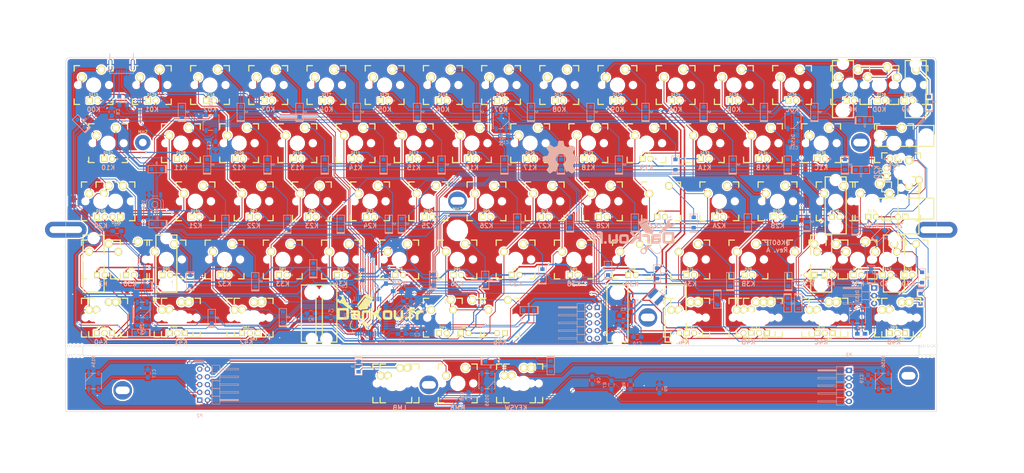
<source format=kicad_pcb>
(kicad_pcb (version 4) (host pcbnew 4.0.5+dfsg1-4)
  (title_block (title "MX/Alps HHKB") (date 2017-05-22) (rev A.1) (company DarKou))
  (layers (0 F.Cu signal) (31 B.Cu signal) (34 B.Paste user) (35 F.Paste user) (36 B.SilkS user) (37 F.SilkS user) (38 B.Mask user) (39 F.Mask user) (44 Edge.Cuts user))
  (net 0 "")
  (net 1 GND)
  (net 2 "Net-(C8-Pad1)")
  (net 3 "Net-(D1-Pad2)")
  (net 4 "Net-(D2-Pad2)")
  (net 5 "Net-(D3-Pad2)")
  (net 6 "Net-(D4-Pad2)")
  (net 7 "Net-(D5-Pad2)")
  (net 8 "Net-(D6-Pad2)")
  (net 9 "Net-(D7-Pad2)")
  (net 10 "Net-(D8-Pad2)")
  (net 11 "Net-(D9-Pad2)")
  (net 12 "Net-(D10-Pad2)")
  (net 13 "Net-(D11-Pad2)")
  (net 14 "Net-(D12-Pad2)")
  (net 15 "Net-(D13-Pad2)")
  (net 16 "Net-(D14-Pad2)")
  (net 17 "Net-(D15-Pad2)")
  (net 18 "Net-(D16-Pad2)")
  (net 19 "Net-(D17-Pad2)")
  (net 20 "Net-(D18-Pad2)")
  (net 21 "Net-(D19-Pad2)")
  (net 22 "Net-(D21-Pad2)")
  (net 23 "Net-(D22-Pad2)")
  (net 24 "Net-(D23-Pad2)")
  (net 25 "Net-(D24-Pad2)")
  (net 26 "Net-(D26-Pad2)")
  (net 27 "Net-(D27-Pad2)")
  (net 28 "Net-(D28-Pad2)")
  (net 29 "Net-(D29-Pad2)")
  (net 30 "Net-(D31-Pad2)")
  (net 31 "Net-(D32-Pad2)")
  (net 32 "Net-(D33-Pad2)")
  (net 33 "Net-(D34-Pad2)")
  (net 34 "Net-(D35-Pad2)")
  (net 35 "Net-(D36-Pad2)")
  (net 36 "Net-(D37-Pad2)")
  (net 37 "Net-(D38-Pad2)")
  (net 38 "Net-(D39-Pad2)")
  (net 39 "Net-(D40-Pad2)")
  (net 40 "Net-(D41-Pad2)")
  (net 41 "Net-(D42-Pad2)")
  (net 42 "Net-(D43-Pad2)")
  (net 43 "Net-(D44-Pad2)")
  (net 44 "Net-(D45-Pad2)")
  (net 45 "Net-(D46-Pad2)")
  (net 46 "Net-(D47-Pad2)")
  (net 47 "Net-(D48-Pad2)")
  (net 48 "Net-(D49-Pad2)")
  (net 49 "Net-(D50-Pad2)")
  (net 50 "Net-(D51-Pad2)")
  (net 51 "Net-(D52-Pad2)")
  (net 52 "Net-(D53-Pad2)")
  (net 53 "Net-(D54-Pad2)")
  (net 54 "Net-(D55-Pad2)")
  (net 55 "Net-(D56-Pad2)")
  (net 56 "Net-(D57-Pad2)")
  (net 57 "Net-(D58-Pad2)")
  (net 58 "Net-(D59-Pad2)")
  (net 59 "Net-(D60-Pad2)")
  (net 60 "Net-(J1-Pad2)")
  (net 61 "Net-(J1-Pad3)")
  (net 62 "Net-(J1-Pad4)")
  (net 63 "Net-(R3-Pad1)")
  (net 64 "Net-(R4-Pad2)")
  (net 65 "Net-(U0-Pad42)")
  (net 66 "Net-(LD1-Pad2)")
  (net 67 D2)
  (net 68 D5)
  (net 69 "Net-(D61-Pad2)")
  (net 70 "Net-(D62-Pad2)")
  (net 71 "Net-(D63-Pad2)")
  (net 72 "Net-(U0-Pad41)")
  (net 73 "Net-(D64-Pad2)")
  (net 74 "Net-(D65-Pad2)")
  (net 75 "Net-(D66-Pad2)")
  (net 76 "Net-(D67-Pad2)")
  (net 77 "Net-(D68-Pad2)")
  (net 78 "Net-(R2-Pad2)")
  (net 79 VCC)
  (net 80 "Net-(C9-Pad1)")
  (net 81 LED_AN)
  (net 82 "Net-(L1-Pad1)")
  (net 83 LED_CATH)
  (net 84 BACKLIT)
  (net 85 CAPS_LED)
  (net 86 Row4)
  (net 87 Col3)
  (net 88 Col4)
  (net 89 Col5)
  (net 90 Row0)
  (net 91 Row1)
  (net 92 Row2)
  (net 93 Row3)
  (net 94 Col0)
  (net 95 Col1)
  (net 96 Col2)
  (net 97 ColD)
  (net 98 ColC)
  (net 99 Col6)
  (net 100 Col7)
  (net 101 Col8)
  (net 102 Col9)
  (net 103 ColA)
  (net 104 ColB)
  (net 105 "Net-(K50-Pad2)")
  (net 106 "Net-(K50-Pad1)")
  (net 107 RESET)
  (net 108 XTAL1)
  (net 109 XTAL2)
  (net 110 "Net-(MH2-Pad1)")
  (net 111 "Net-(X1-Pad3)")
  (net 112 "Net-(MH7-Pad1)")
  (net 113 RGB)
  (net 114 "Net-(D149-Pad2)")
  (net 115 "Net-(D150-Pad2)")
  (net 116 "Net-(D151-Pad2)")
  (net 117 "Net-(D152-Pad2)")
  (net 118 DOUT)
  (net 119 "Net-(DM34-Pad2)")
  (net 120 "Net-(DM44-Pad2)")
  (net 121 "Net-(DM54-Pad2)")
  (net 122 /TRACKPOINT/D5)
  (net 123 /TRACKPOINT/D2)
  (net 124 /TRACKPOINT/Col3)
  (net 125 /TRACKPOINT/Col4)
  (net 126 /TRACKPOINT/Col5)
  (net 127 /TRACKPOINT/Row4)
  (net 128 /TRACKPOINT/RGB)
  (net 129 "Net-(D154-Pad2)")
  (net 130 "Net-(D155-Pad2)")
  (net 131 "Net-(D156-Pad2)")
  (net 132 "Net-(P1-Pad9)")
  (net 133 "Net-(P2-Pad9)")
  (module Footprint:Mx_100 (layer F.Cu) (at 138.23922 128.71429)
    (fp_text reference KM340 hide)
    (fp_text value LMB (at 0 8) (layer B.SilkS) (effects (font (thickness 0.3048)) (justify mirror)))
    (pad HOLE np_thru_hole circle (at 0 0) (size 3.9878 3.9878) (drill 3.9878) (layers *.Cu))
    (pad HOLE np_thru_hole circle (at -5.08 0) (size 1.7018 1.7018) (drill 1.7018) (layers *.Cu))
    (pad HOLE np_thru_hole circle (at 5.08 0) (size 1.7018 1.7018) (drill 1.7018) (layers *.Cu))
    (pad 1 thru_hole circle (at -3.81 -2.54 330.95) (size 2.5 2.5) (drill 1.5) (layers *.Cu *.Mask F.SilkS) (net 124 /TRACKPOINT/Col3))
    (pad 2 thru_hole circle (at 2.54 -5.08 356.1) (size 2.5 2.5) (drill 1.5) (layers *.Cu *.Mask F.SilkS) (net 119 "Net-(DM34-Pad2)"))
  )
  (module Footprint:BreakHoles (layer F.Cu) (at 311.20172 119.54804 90)
    (fp_text reference M2)
    (fp_text value MISC)
    (pad "" np_thru_hole circle (at 0 0 90) (size 0.8 0.8) (drill 0.7) (layers *.Cu *.Mask F.SilkS))
    (pad "" np_thru_hole circle (at 0 -1.27 90) (size 0.8 0.8) (drill 0.7) (layers *.Cu *.Mask F.SilkS))
    (pad "" np_thru_hole circle (at 0 -2.54 90) (size 0.8 0.8) (drill 0.7) (layers *.Cu *.Mask F.SilkS))
    (pad "" np_thru_hole circle (at 0 1.27 90) (size 0.8 0.8) (drill 0.7) (layers *.Cu *.Mask F.SilkS))
    (pad "" np_thru_hole circle (at 0 2.54 90) (size 0.8 0.8) (drill 0.7) (layers *.Cu *.Mask F.SilkS))
  )
  (module Footprint:MXST (layer F.Cu) (at 114.3 107.15625 180)
    (fp_text reference MXST hide)
    (fp_text value VAL** hide)
    (pad "" np_thru_hole circle (at 0 -6.985 180) (size 3.048 3.048) (drill 3.048) (layers *.Cu *.Mask))
    (pad "" np_thru_hole circle (at 0 8.255 180) (size 3.9802 3.9802) (drill 3.9802) (layers *.Cu *.Mask))
  )
  (module Footprint:MXST (layer F.Cu) (at 228.6 107.15625 180)
    (fp_text reference MXST hide)
    (fp_text value VAL** hide)
    (pad "" np_thru_hole circle (at 0 -6.985 180) (size 3.048 3.048) (drill 3.048) (layers *.Cu *.Mask))
    (pad "" np_thru_hole circle (at 0 8.255 180) (size 3.9802 3.9802) (drill 3.9802) (layers *.Cu *.Mask))
  )
  (module Footprint:MXST (layer F.Cu) (at 209.55 107.15625 180)
    (fp_text reference MXST hide)
    (fp_text value VAL** hide)
    (pad "" np_thru_hole circle (at 0 -6.985 180) (size 3.048 3.048) (drill 3.048) (layers *.Cu *.Mask))
    (pad "" np_thru_hole circle (at 0 8.255 180) (size 3.9802 3.9802) (drill 3.9802) (layers *.Cu *.Mask))
  )
  (module Footprint:MXST (layer F.Cu) (at 109.5375 107.15625 180)
    (fp_text reference MXST hide)
    (fp_text value VAL** hide)
    (pad "" np_thru_hole circle (at 0 -6.985 180) (size 3.048 3.048) (drill 3.048) (layers *.Cu *.Mask))
    (pad "" np_thru_hole circle (at 0 8.255 180) (size 3.9802 3.9802) (drill 3.9802) (layers *.Cu *.Mask))
  )
  (module Footprint:MXST (layer F.Cu) (at 300.0375 88.10625)
    (fp_text reference MXST hide)
    (fp_text value VAL** hide)
    (pad "" np_thru_hole circle (at 0 -6.985) (size 3.048 3.048) (drill 3.048) (layers *.Cu *.Mask))
    (pad "" np_thru_hole circle (at 0 8.255) (size 3.9802 3.9802) (drill 3.9802) (layers *.Cu *.Mask))
  )
  (module Footprint:MXST (layer F.Cu) (at 276.225 88.10625)
    (fp_text reference MXST hide)
    (fp_text value VAL** hide)
    (pad "" np_thru_hole circle (at 0 -6.985) (size 3.048 3.048) (drill 3.048) (layers *.Cu *.Mask))
    (pad "" np_thru_hole circle (at 0 8.255) (size 3.9802 3.9802) (drill 3.9802) (layers *.Cu *.Mask))
  )
  (module Footprint:MXST (layer F.Cu) (at 302.41875 47.62625 90)
    (fp_text reference MXST hide)
    (fp_text value VAL** hide)
    (pad "" np_thru_hole circle (at 0 -6.985 90) (size 3.048 3.048) (drill 3.048) (layers *.Cu *.Mask))
    (pad "" np_thru_hole circle (at 0 8.255 90) (size 3.9802 3.9802) (drill 3.9802) (layers *.Cu *.Mask))
  )
  (module Footprint:MXST (layer F.Cu) (at 302.41875 71.4375 90)
    (fp_text reference MXST hide)
    (fp_text value VAL** hide)
    (pad "" np_thru_hole circle (at 0 -6.985 90) (size 3.048 3.048) (drill 3.048) (layers *.Cu *.Mask))
    (pad "" np_thru_hole circle (at 0 8.255 90) (size 3.9802 3.9802) (drill 3.9802) (layers *.Cu *.Mask))
  )
  (module Footprint:MXST (layer F.Cu) (at 280.9875 69.05625)
    (fp_text reference MXST hide)
    (fp_text value VAL** hide)
    (pad "" np_thru_hole circle (at 0 -6.985) (size 3.048 3.048) (drill 3.048) (layers *.Cu *.Mask))
    (pad "" np_thru_hole circle (at 0 8.255) (size 3.9802 3.9802) (drill 3.9802) (layers *.Cu *.Mask))
  )
  (module Footprint:MXST (layer F.Cu) (at 304.8 69.05625)
    (fp_text reference MXST hide)
    (fp_text value VAL** hide)
    (pad "" np_thru_hole circle (at 0 -6.985) (size 3.048 3.048) (drill 3.048) (layers *.Cu *.Mask))
    (pad "" np_thru_hole circle (at 0 8.255) (size 3.9802 3.9802) (drill 3.9802) (layers *.Cu *.Mask))
  )
  (module Footprint:MXST (layer F.Cu) (at 307.18125 30.95625)
    (fp_text reference MXST hide)
    (fp_text value VAL** hide)
    (pad "" np_thru_hole circle (at 0 -6.985) (size 3.048 3.048) (drill 3.048) (layers *.Cu *.Mask))
    (pad "" np_thru_hole circle (at 0 8.255) (size 3.9802 3.9802) (drill 3.9802) (layers *.Cu *.Mask))
  )
  (module Footprint:MXST (layer F.Cu) (at 283.36875 30.95625)
    (fp_text reference MXST hide)
    (fp_text value VAL** hide)
    (pad "" np_thru_hole circle (at 0 -6.985) (size 3.048 3.048) (drill 3.048) (layers *.Cu *.Mask))
    (pad "" np_thru_hole circle (at 0 8.255) (size 3.9802 3.9802) (drill 3.9802) (layers *.Cu *.Mask))
  )
  (module Footprint:MXST (layer F.Cu) (at 61.9125 88.10625)
    (fp_text reference MXST hide)
    (fp_text value VAL** hide)
    (pad "" np_thru_hole circle (at 0 -6.985) (size 3.048 3.048) (drill 3.048) (layers *.Cu *.Mask))
    (pad "" np_thru_hole circle (at 0 8.255) (size 3.9802 3.9802) (drill 3.9802) (layers *.Cu *.Mask))
  )
  (module Capacitors_SMD:C_0805_HandSoldering (layer B.Cu) (at 145 104 45)
    (fp_text reference C1 (at 0 2.1 45) (layer B.SilkS) (effects (justify mirror)))
    (fp_text value 22p)
    (pad 1 smd rect (at -1.25 0 45) (size 1.5 1.25) (layers B.Cu B.Paste B.Mask) (net 108 XTAL1))
    (pad 2 smd rect (at 1.25 0 45) (size 1.5 1.25) (layers B.Cu B.Paste B.Mask) (net 1 GND))
  )
  (module Capacitors_SMD:C_0805_HandSoldering (layer B.Cu) (at 144 110.75)
    (fp_text reference C2 (at 0 2.1) (layer B.SilkS) (effects (justify mirror)))
    (fp_text value 22p)
    (pad 1 smd rect (at -1.25 0) (size 1.5 1.25) (layers B.Cu B.Paste B.Mask) (net 109 XTAL2))
    (pad 2 smd rect (at 1.25 0) (size 1.5 1.25) (layers B.Cu B.Paste B.Mask) (net 1 GND))
  )
  (module Capacitors_SMD:C_0805_HandSoldering (layer B.Cu) (at 133.7875 94.7575 90)
    (fp_text reference C3 (at 0 2.1 90) (layer B.SilkS) (effects (justify mirror)))
    (fp_text value 0.1u hide)
    (pad 1 smd rect (at -1.25 0 90) (size 1.5 1.25) (layers B.Cu B.Paste B.Mask) (net 79 VCC))
    (pad 2 smd rect (at 1.25 0 90) (size 1.5 1.25) (layers B.Cu B.Paste B.Mask) (net 1 GND))
  )
  (module Capacitors_SMD:C_0805_HandSoldering (layer B.Cu) (at 115.75 107 180)
    (fp_text reference C4 (at 0 2.1 180) (layer B.SilkS) (effects (justify mirror)))
    (fp_text value 0.1u hide)
    (pad 1 smd rect (at -1.25 0 180) (size 1.5 1.25) (layers B.Cu B.Paste B.Mask) (net 79 VCC))
    (pad 2 smd rect (at 1.25 0 180) (size 1.5 1.25) (layers B.Cu B.Paste B.Mask) (net 1 GND))
  )
  (module Capacitors_SMD:C_0805_HandSoldering (layer B.Cu) (at 120.25 99 180)
    (fp_text reference C5 (at 0 2.1 180) (layer B.SilkS) (effects (justify mirror)))
    (fp_text value 0.1u)
    (pad 1 smd rect (at -1.25 0 180) (size 1.5 1.25) (layers B.Cu B.Paste B.Mask) (net 79 VCC))
    (pad 2 smd rect (at 1.25 0 180) (size 1.5 1.25) (layers B.Cu B.Paste B.Mask) (net 1 GND))
  )
  (module Capacitors_SMD:C_0805_HandSoldering (layer B.Cu) (at 139 112.5)
    (fp_text reference C6 (at 0 2.1) (layer B.SilkS) (effects (justify mirror)))
    (fp_text value 0.1u)
    (pad 1 smd rect (at -1.25 0) (size 1.5 1.25) (layers B.Cu B.Paste B.Mask) (net 79 VCC))
    (pad 2 smd rect (at 1.25 0) (size 1.5 1.25) (layers B.Cu B.Paste B.Mask) (net 1 GND))
  )
  (module Capacitors_SMD:C_0805_HandSoldering (layer B.Cu) (at 140.75 101.75)
    (fp_text reference C7 (at 0 2.1) (layer B.SilkS) (effects (justify mirror)))
    (fp_text value 4.7u)
    (pad 1 smd rect (at -1.25 0) (size 1.5 1.25) (layers B.Cu B.Paste B.Mask) (net 79 VCC))
    (pad 2 smd rect (at 1.25 0) (size 1.5 1.25) (layers B.Cu B.Paste B.Mask) (net 1 GND))
  )
  (module Capacitors_SMD:C_0805_HandSoldering (layer B.Cu) (at 44 39.75 90)
    (fp_text reference C8 (at 0 2.1 90) (layer B.SilkS) (effects (justify mirror)))
    (fp_text value 1u)
    (pad 1 smd rect (at -1.25 0 90) (size 1.5 1.25) (layers B.Cu B.Paste B.Mask) (net 2 "Net-(C8-Pad1)"))
    (pad 2 smd rect (at 1.25 0 90) (size 1.5 1.25) (layers B.Cu B.Paste B.Mask) (net 1 GND))
  )
  (module Capacitors_SMD:C_0805_HandSoldering (layer B.Cu) (at 201.32172 127.69304 90)
    (fp_text reference C9 (at 0 2.1 90) (layer B.SilkS) (effects (justify mirror)))
    (fp_text value 2.2u)
    (pad 1 smd rect (at -1.25 0 90) (size 1.5 1.25) (layers B.Cu B.Paste B.Mask) (net 80 "Net-(C9-Pad1)"))
    (pad 2 smd rect (at 1.25 0 90) (size 1.5 1.25) (layers B.Cu B.Paste B.Mask) (net 79 VCC))
  )
  (module Footprint:D_SOD123 (layer B.Cu) (at 34 43.5 135)
    (fp_text reference D1 hide)
    (fp_text value D (at 0 1.925 135) (layer B.SilkS) (effects (font (size 0.8 0.8)) (justify mirror)))
    (pad 2 smd rect (at 1.7 0 135) (size 1.2 1.4) (layers B.Cu B.Paste B.Mask) (net 3 "Net-(D1-Pad2)"))
    (pad 1 smd rect (at -1.7 0 135) (size 1.2 1.4) (layers B.Cu B.Paste B.Mask) (net 90 Row0))
  )
  (module Footprint:D_SOD123 (layer B.Cu) (at 58.75 58.5 180)
    (fp_text reference D2 hide)
    (fp_text value D (at 0 1.925 180) (layer B.SilkS) (effects (font (size 0.8 0.8)) (justify mirror)))
    (pad 2 smd rect (at 1.7 0 180) (size 1.2 1.4) (layers B.Cu B.Paste B.Mask) (net 4 "Net-(D2-Pad2)"))
    (pad 1 smd rect (at -1.7 0 180) (size 1.2 1.4) (layers B.Cu B.Paste B.Mask) (net 91 Row1))
  )
  (module Footprint:D_SOD123 (layer B.Cu) (at 59 76.5 180)
    (fp_text reference D3 hide)
    (fp_text value D (at 0 1.925 180) (layer B.SilkS) (effects (font (size 0.8 0.8)) (justify mirror)))
    (pad 2 smd rect (at 1.7 0 180) (size 1.2 1.4) (layers B.Cu B.Paste B.Mask) (net 5 "Net-(D3-Pad2)"))
    (pad 1 smd rect (at -1.7 0 180) (size 1.2 1.4) (layers B.Cu B.Paste B.Mask) (net 92 Row2))
  )
  (module Footprint:D_SOD123 (layer B.Cu) (at 54.25 96.75 180)
    (fp_text reference D4 hide)
    (fp_text value D (at 0 1.925 180) (layer B.SilkS) (effects (font (size 0.8 0.8)) (justify mirror)))
    (pad 2 smd rect (at 1.7 0 180) (size 1.2 1.4) (layers B.Cu B.Paste B.Mask) (net 6 "Net-(D4-Pad2)"))
    (pad 1 smd rect (at -1.7 0 180) (size 1.2 1.4) (layers B.Cu B.Paste B.Mask) (net 93 Row3))
  )
  (module Footprint:D_SOD123 (layer B.Cu) (at 53.5025 112.1475 180)
    (fp_text reference D5 hide)
    (fp_text value D (at 0 1.925 180) (layer B.SilkS) (effects (font (size 0.8 0.8)) (justify mirror)))
    (pad 2 smd rect (at 1.7 0 180) (size 1.2 1.4) (layers B.Cu B.Paste B.Mask) (net 7 "Net-(D5-Pad2)"))
    (pad 1 smd rect (at -1.7 0 180) (size 1.2 1.4) (layers B.Cu B.Paste B.Mask) (net 86 Row4))
  )
  (module Footprint:D_SOD123 (layer B.Cu) (at 67 39.75 90)
    (fp_text reference D6 hide)
    (fp_text value D (at 0 1.925 90) (layer B.SilkS) (effects (font (size 0.8 0.8)) (justify mirror)))
    (pad 2 smd rect (at 1.7 0 90) (size 1.2 1.4) (layers B.Cu B.Paste B.Mask) (net 8 "Net-(D6-Pad2)"))
    (pad 1 smd rect (at -1.7 0 90) (size 1.2 1.4) (layers B.Cu B.Paste B.Mask) (net 90 Row0))
  )
  (module Footprint:D_SOD123 (layer B.Cu) (at 75.25 57 90)
    (fp_text reference D7 hide)
    (fp_text value D (at 0 1.925 90) (layer B.SilkS) (effects (font (size 0.8 0.8)) (justify mirror)))
    (pad 2 smd rect (at 1.7 0 90) (size 1.2 1.4) (layers B.Cu B.Paste B.Mask) (net 9 "Net-(D7-Pad2)"))
    (pad 1 smd rect (at -1.7 0 90) (size 1.2 1.4) (layers B.Cu B.Paste B.Mask) (net 91 Row1))
  )
  (module Footprint:D_SOD123 (layer B.Cu) (at 81.22875 76.40625 90)
    (fp_text reference D8 hide)
    (fp_text value D (at 0 1.925 90) (layer B.SilkS) (effects (font (size 0.8 0.8)) (justify mirror)))
    (pad 2 smd rect (at 1.7 0 90) (size 1.2 1.4) (layers B.Cu B.Paste B.Mask) (net 10 "Net-(D8-Pad2)"))
    (pad 1 smd rect (at -1.7 0 90) (size 1.2 1.4) (layers B.Cu B.Paste B.Mask) (net 92 Row2))
  )
  (module Footprint:D_SOD123 (layer B.Cu) (at 69.75 95 90)
    (fp_text reference D9 hide)
    (fp_text value D (at 0 1.925 90) (layer B.SilkS) (effects (font (size 0.8 0.8)) (justify mirror)))
    (pad 2 smd rect (at 1.7 0 90) (size 1.2 1.4) (layers B.Cu B.Paste B.Mask) (net 11 "Net-(D9-Pad2)"))
    (pad 1 smd rect (at -1.7 0 90) (size 1.2 1.4) (layers B.Cu B.Paste B.Mask) (net 93 Row3))
  )
  (module Footprint:D_SOD123 (layer B.Cu) (at 76.75 107.25 90)
    (fp_text reference D10 hide)
    (fp_text value D (at 0 1.925 90) (layer B.SilkS) (effects (font (size 0.8 0.8)) (justify mirror)))
    (pad 2 smd rect (at 1.7 0 90) (size 1.2 1.4) (layers B.Cu B.Paste B.Mask) (net 12 "Net-(D10-Pad2)"))
    (pad 1 smd rect (at -1.7 0 90) (size 1.2 1.4) (layers B.Cu B.Paste B.Mask) (net 86 Row4))
  )
  (module Footprint:D_SOD123 (layer B.Cu) (at 86.25 39.75 90)
    (fp_text reference D11 hide)
    (fp_text value D (at 0 1.925 90) (layer B.SilkS) (effects (font (size 0.8 0.8)) (justify mirror)))
    (pad 2 smd rect (at 1.7 0 90) (size 1.2 1.4) (layers B.Cu B.Paste B.Mask) (net 13 "Net-(D11-Pad2)"))
    (pad 1 smd rect (at -1.7 0 90) (size 1.2 1.4) (layers B.Cu B.Paste B.Mask) (net 90 Row0))
  )
  (module Footprint:D_SOD123 (layer B.Cu) (at 95 57 90)
    (fp_text reference D12 hide)
    (fp_text value D (at 0 1.925 90) (layer B.SilkS) (effects (font (size 0.8 0.8)) (justify mirror)))
    (pad 2 smd rect (at 1.7 0 90) (size 1.2 1.4) (layers B.Cu B.Paste B.Mask) (net 14 "Net-(D12-Pad2)"))
    (pad 1 smd rect (at -1.7 0 90) (size 1.2 1.4) (layers B.Cu B.Paste B.Mask) (net 91 Row1))
  )
  (module Footprint:D_SOD123 (layer B.Cu) (at 101.47875 76.40625 90)
    (fp_text reference D13 hide)
    (fp_text value D (at 0 1.925 90) (layer B.SilkS) (effects (font (size 0.8 0.8)) (justify mirror)))
    (pad 2 smd rect (at 1.7 0 90) (size 1.2 1.4) (layers B.Cu B.Paste B.Mask) (net 15 "Net-(D13-Pad2)"))
    (pad 1 smd rect (at -1.7 0 90) (size 1.2 1.4) (layers B.Cu B.Paste B.Mask) (net 92 Row2))
  )
  (module Footprint:D_SOD123 (layer B.Cu) (at 91 95.25 90)
    (fp_text reference D14 hide)
    (fp_text value D (at 0 1.925 90) (layer B.SilkS) (effects (font (size 0.8 0.8)) (justify mirror)))
    (pad 2 smd rect (at 1.7 0 90) (size 1.2 1.4) (layers B.Cu B.Paste B.Mask) (net 16 "Net-(D14-Pad2)"))
    (pad 1 smd rect (at -1.7 0 90) (size 1.2 1.4) (layers B.Cu B.Paste B.Mask) (net 93 Row3))
  )
  (module Footprint:D_SOD123 (layer B.Cu) (at 100.0375 107.0075 90)
    (fp_text reference D15 hide)
    (fp_text value D (at 0 1.925 90) (layer B.SilkS) (effects (font (size 0.8 0.8)) (justify mirror)))
    (pad 2 smd rect (at 1.7 0 90) (size 1.2 1.4) (layers B.Cu B.Paste B.Mask) (net 17 "Net-(D15-Pad2)"))
    (pad 1 smd rect (at -1.7 0 90) (size 1.2 1.4) (layers B.Cu B.Paste B.Mask) (net 86 Row4))
  )
  (module Footprint:D_SOD123 (layer B.Cu) (at 105.5 39.75 90)
    (fp_text reference D16 hide)
    (fp_text value D (at 0 1.925 90) (layer B.SilkS) (effects (font (size 0.8 0.8)) (justify mirror)))
    (pad 2 smd rect (at 1.7 0 90) (size 1.2 1.4) (layers B.Cu B.Paste B.Mask) (net 18 "Net-(D16-Pad2)"))
    (pad 1 smd rect (at -1.7 0 90) (size 1.2 1.4) (layers B.Cu B.Paste B.Mask) (net 90 Row0))
  )
  (module Footprint:D_SOD123 (layer B.Cu) (at 113.75 57 90)
    (fp_text reference D17 hide)
    (fp_text value D (at 0 1.925 90) (layer B.SilkS) (effects (font (size 0.8 0.8)) (justify mirror)))
    (pad 2 smd rect (at 1.7 0 90) (size 1.2 1.4) (layers B.Cu B.Paste B.Mask) (net 19 "Net-(D17-Pad2)"))
    (pad 1 smd rect (at -1.7 0 90) (size 1.2 1.4) (layers B.Cu B.Paste B.Mask) (net 91 Row1))
  )
  (module Footprint:D_SOD123 (layer B.Cu) (at 118.97875 76.40625 90)
    (fp_text reference D18 hide)
    (fp_text value D (at 0 1.925 90) (layer B.SilkS) (effects (font (size 0.8 0.8)) (justify mirror)))
    (pad 2 smd rect (at 1.7 0 90) (size 1.2 1.4) (layers B.Cu B.Paste B.Mask) (net 20 "Net-(D18-Pad2)"))
    (pad 1 smd rect (at -1.7 0 90) (size 1.2 1.4) (layers B.Cu B.Paste B.Mask) (net 92 Row2))
  )
  (module Footprint:D_SOD123 (layer B.Cu) (at 110 91 90)
    (fp_text reference D19 hide)
    (fp_text value D (at 0 1.925 90) (layer B.SilkS) (effects (font (size 0.8 0.8)) (justify mirror)))
    (pad 2 smd rect (at 1.7 0 90) (size 1.2 1.4) (layers B.Cu B.Paste B.Mask) (net 21 "Net-(D19-Pad2)"))
    (pad 1 smd rect (at -1.7 0 90) (size 1.2 1.4) (layers B.Cu B.Paste B.Mask) (net 93 Row3))
  )
  (module Footprint:D_SOD123 (layer B.Cu) (at 124.25 39.75 90)
    (fp_text reference D21 hide)
    (fp_text value D (at 0 1.925 90) (layer B.SilkS) (effects (font (size 0.8 0.8)) (justify mirror)))
    (pad 2 smd rect (at 1.7 0 90) (size 1.2 1.4) (layers B.Cu B.Paste B.Mask) (net 22 "Net-(D21-Pad2)"))
    (pad 1 smd rect (at -1.7 0 90) (size 1.2 1.4) (layers B.Cu B.Paste B.Mask) (net 90 Row0))
  )
  (module Footprint:D_SOD123 (layer B.Cu) (at 133 57 90)
    (fp_text reference D22 hide)
    (fp_text value D (at 0 1.925 90) (layer B.SilkS) (effects (font (size 0.8 0.8)) (justify mirror)))
    (pad 2 smd rect (at 1.7 0 90) (size 1.2 1.4) (layers B.Cu B.Paste B.Mask) (net 23 "Net-(D22-Pad2)"))
    (pad 1 smd rect (at -1.7 0 90) (size 1.2 1.4) (layers B.Cu B.Paste B.Mask) (net 91 Row1))
  )
  (module Footprint:D_SOD123 (layer B.Cu) (at 134.72875 76.40625 90)
    (fp_text reference D23 hide)
    (fp_text value D (at 0 1.925 90) (layer B.SilkS) (effects (font (size 0.8 0.8)) (justify mirror)))
    (pad 2 smd rect (at 1.7 0 90) (size 1.2 1.4) (layers B.Cu B.Paste B.Mask) (net 24 "Net-(D23-Pad2)"))
    (pad 1 smd rect (at -1.7 0 90) (size 1.2 1.4) (layers B.Cu B.Paste B.Mask) (net 92 Row2))
  )
  (module Footprint:D_SOD123 (layer B.Cu) (at 126 93.25 90)
    (fp_text reference D24 hide)
    (fp_text value D (at 0 1.925 90) (layer B.SilkS) (effects (font (size 0.8 0.8)) (justify mirror)))
    (pad 2 smd rect (at 1.7 0 90) (size 1.2 1.4) (layers B.Cu B.Paste B.Mask) (net 25 "Net-(D24-Pad2)"))
    (pad 1 smd rect (at -1.7 0 90) (size 1.2 1.4) (layers B.Cu B.Paste B.Mask) (net 93 Row3))
  )
  (module Footprint:D_SOD123 (layer B.Cu) (at 144 39.75 90)
    (fp_text reference D26 hide)
    (fp_text value D (at 0 1.925 90) (layer B.SilkS) (effects (font (size 0.8 0.8)) (justify mirror)))
    (pad 2 smd rect (at 1.7 0 90) (size 1.2 1.4) (layers B.Cu B.Paste B.Mask) (net 26 "Net-(D26-Pad2)"))
    (pad 1 smd rect (at -1.7 0 90) (size 1.2 1.4) (layers B.Cu B.Paste B.Mask) (net 90 Row0))
  )
  (module Footprint:D_SOD123 (layer B.Cu) (at 152 57 90)
    (fp_text reference D27 hide)
    (fp_text value D (at 0 1.925 90) (layer B.SilkS) (effects (font (size 0.8 0.8)) (justify mirror)))
    (pad 2 smd rect (at 1.7 0 90) (size 1.2 1.4) (layers B.Cu B.Paste B.Mask) (net 27 "Net-(D27-Pad2)"))
    (pad 1 smd rect (at -1.7 0 90) (size 1.2 1.4) (layers B.Cu B.Paste B.Mask) (net 91 Row1))
  )
  (module Footprint:D_SOD123 (layer B.Cu) (at 138.97875 76.40625 90)
    (fp_text reference D28 hide)
    (fp_text value D (at 0 1.925 90) (layer B.SilkS) (effects (font (size 0.8 0.8)) (justify mirror)))
    (pad 2 smd rect (at 1.7 0 90) (size 1.2 1.4) (layers B.Cu B.Paste B.Mask) (net 28 "Net-(D28-Pad2)"))
    (pad 1 smd rect (at -1.7 0 90) (size 1.2 1.4) (layers B.Cu B.Paste B.Mask) (net 92 Row2))
  )
  (module Footprint:D_SOD123 (layer B.Cu) (at 149.25 94.75 90)
    (fp_text reference D29 hide)
    (fp_text value D (at 0 1.925 90) (layer B.SilkS) (effects (font (size 0.8 0.8)) (justify mirror)))
    (pad 2 smd rect (at 1.7 0 90) (size 1.2 1.4) (layers B.Cu B.Paste B.Mask) (net 29 "Net-(D29-Pad2)"))
    (pad 1 smd rect (at -1.7 0 90) (size 1.2 1.4) (layers B.Cu B.Paste B.Mask) (net 93 Row3))
  )
  (module Footprint:D_SOD123 (layer B.Cu) (at 163.5 39.75 90)
    (fp_text reference D31 hide)
    (fp_text value D (at 0 1.925 90) (layer B.SilkS) (effects (font (size 0.8 0.8)) (justify mirror)))
    (pad 2 smd rect (at 1.7 0 90) (size 1.2 1.4) (layers B.Cu B.Paste B.Mask) (net 30 "Net-(D31-Pad2)"))
    (pad 1 smd rect (at -1.7 0 90) (size 1.2 1.4) (layers B.Cu B.Paste B.Mask) (net 90 Row0))
  )
  (module Footprint:D_SOD123 (layer B.Cu) (at 172.5375 57.0075 90)
    (fp_text reference D32 hide)
    (fp_text value D (at 0 1.925 90) (layer B.SilkS) (effects (font (size 0.8 0.8)) (justify mirror)))
    (pad 2 smd rect (at 1.7 0 90) (size 1.2 1.4) (layers B.Cu B.Paste B.Mask) (net 31 "Net-(D32-Pad2)"))
    (pad 1 smd rect (at -1.7 0 90) (size 1.2 1.4) (layers B.Cu B.Paste B.Mask) (net 91 Row1))
  )
  (module Footprint:D_SOD123 (layer B.Cu) (at 176.75 76 90)
    (fp_text reference D33 hide)
    (fp_text value D (at 0 1.925 90) (layer B.SilkS) (effects (font (size 0.8 0.8)) (justify mirror)))
    (pad 2 smd rect (at 1.7 0 90) (size 1.2 1.4) (layers B.Cu B.Paste B.Mask) (net 32 "Net-(D33-Pad2)"))
    (pad 1 smd rect (at -1.7 0 90) (size 1.2 1.4) (layers B.Cu B.Paste B.Mask) (net 92 Row2))
  )
  (module Footprint:D_SOD123 (layer B.Cu) (at 166.25 94.75 90)
    (fp_text reference D34 hide)
    (fp_text value D (at 0 1.925 90) (layer B.SilkS) (effects (font (size 0.8 0.8)) (justify mirror)))
    (pad 2 smd rect (at 1.7 0 90) (size 1.2 1.4) (layers B.Cu B.Paste B.Mask) (net 33 "Net-(D34-Pad2)"))
    (pad 1 smd rect (at -1.7 0 90) (size 1.2 1.4) (layers B.Cu B.Paste B.Mask) (net 93 Row3))
  )
  (module Footprint:D_SOD123 (layer B.Cu) (at 180.5 104.75 180)
    (fp_text reference D35 hide)
    (fp_text value D (at 0 1.925 180) (layer B.SilkS) (effects (font (size 0.8 0.8)) (justify mirror)))
    (pad 2 smd rect (at 1.7 0 180) (size 1.2 1.4) (layers B.Cu B.Paste B.Mask) (net 34 "Net-(D35-Pad2)"))
    (pad 1 smd rect (at -1.7 0 180) (size 1.2 1.4) (layers B.Cu B.Paste B.Mask) (net 86 Row4))
  )
  (module Footprint:D_SOD123 (layer B.Cu) (at 181.25 39.75 90)
    (fp_text reference D36 hide)
    (fp_text value D (at 0 1.925 90) (layer B.SilkS) (effects (font (size 0.8 0.8)) (justify mirror)))
    (pad 2 smd rect (at 1.7 0 90) (size 1.2 1.4) (layers B.Cu B.Paste B.Mask) (net 35 "Net-(D36-Pad2)"))
    (pad 1 smd rect (at -1.7 0 90) (size 1.2 1.4) (layers B.Cu B.Paste B.Mask) (net 90 Row0))
  )
  (module Footprint:D_SOD123 (layer B.Cu) (at 191.0375 57.0075 90)
    (fp_text reference D37 hide)
    (fp_text value D (at 0 1.925 90) (layer B.SilkS) (effects (font (size 0.8 0.8)) (justify mirror)))
    (pad 2 smd rect (at 1.7 0 90) (size 1.2 1.4) (layers B.Cu B.Paste B.Mask) (net 36 "Net-(D37-Pad2)"))
    (pad 1 smd rect (at -1.7 0 90) (size 1.2 1.4) (layers B.Cu B.Paste B.Mask) (net 91 Row1))
  )
  (module Footprint:D_SOD123 (layer B.Cu) (at 194 76 90)
    (fp_text reference D38 hide)
    (fp_text value D (at 0 1.925 90) (layer B.SilkS) (effects (font (size 0.8 0.8)) (justify mirror)))
    (pad 2 smd rect (at 1.7 0 90) (size 1.2 1.4) (layers B.Cu B.Paste B.Mask) (net 37 "Net-(D38-Pad2)"))
    (pad 1 smd rect (at -1.7 0 90) (size 1.2 1.4) (layers B.Cu B.Paste B.Mask) (net 92 Row2))
  )
  (module Footprint:D_SOD123 (layer B.Cu) (at 185 93 90)
    (fp_text reference D39 hide)
    (fp_text value D (at 0 1.925 90) (layer B.SilkS) (effects (font (size 0.8 0.8)) (justify mirror)))
    (pad 2 smd rect (at 1.7 0 90) (size 1.2 1.4) (layers B.Cu B.Paste B.Mask) (net 38 "Net-(D39-Pad2)"))
    (pad 1 smd rect (at -1.7 0 90) (size 1.2 1.4) (layers B.Cu B.Paste B.Mask) (net 93 Row3))
  )
  (module Footprint:D_SOD123 (layer B.Cu) (at 200.75 39.75 90)
    (fp_text reference D40 hide)
    (fp_text value D (at 0 1.925 90) (layer B.SilkS) (effects (font (size 0.8 0.8)) (justify mirror)))
    (pad 2 smd rect (at 1.7 0 90) (size 1.2 1.4) (layers B.Cu B.Paste B.Mask) (net 39 "Net-(D40-Pad2)"))
    (pad 1 smd rect (at -1.7 0 90) (size 1.2 1.4) (layers B.Cu B.Paste B.Mask) (net 90 Row0))
  )
  (module Footprint:D_SOD123 (layer B.Cu) (at 210.0375 57.0075 90)
    (fp_text reference D41 hide)
    (fp_text value D (at 0 1.925 90) (layer B.SilkS) (effects (font (size 0.8 0.8)) (justify mirror)))
    (pad 2 smd rect (at 1.7 0 90) (size 1.2 1.4) (layers B.Cu B.Paste B.Mask) (net 40 "Net-(D41-Pad2)"))
    (pad 1 smd rect (at -1.7 0 90) (size 1.2 1.4) (layers B.Cu B.Paste B.Mask) (net 91 Row1))
  )
  (module Footprint:D_SOD123 (layer B.Cu) (at 215.25 76 90)
    (fp_text reference D42 hide)
    (fp_text value D (at 0 1.925 90) (layer B.SilkS) (effects (font (size 0.8 0.8)) (justify mirror)))
    (pad 2 smd rect (at 1.7 0 90) (size 1.2 1.4) (layers B.Cu B.Paste B.Mask) (net 41 "Net-(D42-Pad2)"))
    (pad 1 smd rect (at -1.7 0 90) (size 1.2 1.4) (layers B.Cu B.Paste B.Mask) (net 92 Row2))
  )
  (module Footprint:D_SOD123 (layer B.Cu) (at 206.5 91.5 90)
    (fp_text reference D43 hide)
    (fp_text value D (at 0 1.925 90) (layer B.SilkS) (effects (font (size 0.8 0.8)) (justify mirror)))
    (pad 2 smd rect (at 1.7 0 90) (size 1.2 1.4) (layers B.Cu B.Paste B.Mask) (net 42 "Net-(D43-Pad2)"))
    (pad 1 smd rect (at -1.7 0 90) (size 1.2 1.4) (layers B.Cu B.Paste B.Mask) (net 93 Row3))
  )
  (module Footprint:D_SOD123 (layer B.Cu) (at 218.75 39.75 90)
    (fp_text reference D44 hide)
    (fp_text value D (at 0 1.925 90) (layer B.SilkS) (effects (font (size 0.8 0.8)) (justify mirror)))
    (pad 2 smd rect (at 1.7 0 90) (size 1.2 1.4) (layers B.Cu B.Paste B.Mask) (net 43 "Net-(D44-Pad2)"))
    (pad 1 smd rect (at -1.7 0 90) (size 1.2 1.4) (layers B.Cu B.Paste B.Mask) (net 90 Row0))
  )
  (module Footprint:D_SOD123 (layer B.Cu) (at 228.5375 57.0075 90)
    (fp_text reference D45 hide)
    (fp_text value D (at 0 1.925 90) (layer B.SilkS) (effects (font (size 0.8 0.8)) (justify mirror)))
    (pad 2 smd rect (at 1.7 0 90) (size 1.2 1.4) (layers B.Cu B.Paste B.Mask) (net 44 "Net-(D45-Pad2)"))
    (pad 1 smd rect (at -1.7 0 90) (size 1.2 1.4) (layers B.Cu B.Paste B.Mask) (net 91 Row1))
  )
  (module Footprint:D_SOD123 (layer B.Cu) (at 234.5 76 90)
    (fp_text reference D46 hide)
    (fp_text value D (at 0 1.925 90) (layer B.SilkS) (effects (font (size 0.8 0.8)) (justify mirror)))
    (pad 2 smd rect (at 1.7 0 90) (size 1.2 1.4) (layers B.Cu B.Paste B.Mask) (net 45 "Net-(D46-Pad2)"))
    (pad 1 smd rect (at -1.7 0 90) (size 1.2 1.4) (layers B.Cu B.Paste B.Mask) (net 92 Row2))
  )
  (module Footprint:D_SOD123 (layer B.Cu) (at 222.47875 92.65625 90)
    (fp_text reference D47 hide)
    (fp_text value D (at 0 1.925 90) (layer B.SilkS) (effects (font (size 0.8 0.8)) (justify mirror)))
    (pad 2 smd rect (at 1.7 0 90) (size 1.2 1.4) (layers B.Cu B.Paste B.Mask) (net 46 "Net-(D47-Pad2)"))
    (pad 1 smd rect (at -1.7 0 90) (size 1.2 1.4) (layers B.Cu B.Paste B.Mask) (net 93 Row3))
  )
  (module Footprint:D_SOD123 (layer B.Cu) (at 311.5 36.5 90)
    (fp_text reference D48 hide)
    (fp_text value D (at 0 1.925 90) (layer B.SilkS) (effects (font (size 0.8 0.8)) (justify mirror)))
    (pad 2 smd rect (at 1.7 0 90) (size 1.2 1.4) (layers B.Cu B.Paste B.Mask) (net 47 "Net-(D48-Pad2)"))
    (pad 1 smd rect (at -1.7 0 90) (size 1.2 1.4) (layers B.Cu B.Paste B.Mask) (net 86 Row4))
  )
  (module Footprint:D_SOD123 (layer B.Cu) (at 237.75 39.75 90)
    (fp_text reference D49 hide)
    (fp_text value D (at 0 1.925 90) (layer B.SilkS) (effects (font (size 0.8 0.8)) (justify mirror)))
    (pad 2 smd rect (at 1.7 0 90) (size 1.2 1.4) (layers B.Cu B.Paste B.Mask) (net 48 "Net-(D49-Pad2)"))
    (pad 1 smd rect (at -1.7 0 90) (size 1.2 1.4) (layers B.Cu B.Paste B.Mask) (net 90 Row0))
  )
  (module Footprint:D_SOD123 (layer B.Cu) (at 247.2875 57.0075 90)
    (fp_text reference D50 hide)
    (fp_text value D (at 0 1.925 90) (layer B.SilkS) (effects (font (size 0.8 0.8)) (justify mirror)))
    (pad 2 smd rect (at 1.7 0 90) (size 1.2 1.4) (layers B.Cu B.Paste B.Mask) (net 49 "Net-(D50-Pad2)"))
    (pad 1 smd rect (at -1.7 0 90) (size 1.2 1.4) (layers B.Cu B.Paste B.Mask) (net 91 Row1))
  )
  (module Footprint:D_SOD123 (layer B.Cu) (at 252.25 76 90)
    (fp_text reference D51 hide)
    (fp_text value D (at 0 1.925 90) (layer B.SilkS) (effects (font (size 0.8 0.8)) (justify mirror)))
    (pad 2 smd rect (at 1.7 0 90) (size 1.2 1.4) (layers B.Cu B.Paste B.Mask) (net 50 "Net-(D51-Pad2)"))
    (pad 1 smd rect (at -1.7 0 90) (size 1.2 1.4) (layers B.Cu B.Paste B.Mask) (net 92 Row2))
  )
  (module Footprint:D_SOD123 (layer B.Cu) (at 246.47875 95.15625 90)
    (fp_text reference D52 hide)
    (fp_text value D (at 0 1.925 90) (layer B.SilkS) (effects (font (size 0.8 0.8)) (justify mirror)))
    (pad 2 smd rect (at 1.7 0 90) (size 1.2 1.4) (layers B.Cu B.Paste B.Mask) (net 51 "Net-(D52-Pad2)"))
    (pad 1 smd rect (at -1.7 0 90) (size 1.2 1.4) (layers B.Cu B.Paste B.Mask) (net 93 Row3))
  )
  (module Footprint:D_SOD123 (layer B.Cu) (at 242.25 101.25 270)
    (fp_text reference D53 hide)
    (fp_text value D (at 0 1.925 270) (layer B.SilkS) (effects (font (size 0.8 0.8)) (justify mirror)))
    (pad 2 smd rect (at 1.7 0 270) (size 1.2 1.4) (layers B.Cu B.Paste B.Mask) (net 52 "Net-(D53-Pad2)"))
    (pad 1 smd rect (at -1.7 0 270) (size 1.2 1.4) (layers B.Cu B.Paste B.Mask) (net 86 Row4))
  )
  (module Footprint:D_SOD123 (layer B.Cu) (at 257.5 39.75 90)
    (fp_text reference D54 hide)
    (fp_text value D (at 0 1.925 90) (layer B.SilkS) (effects (font (size 0.8 0.8)) (justify mirror)))
    (pad 2 smd rect (at 1.7 0 90) (size 1.2 1.4) (layers B.Cu B.Paste B.Mask) (net 53 "Net-(D54-Pad2)"))
    (pad 1 smd rect (at -1.7 0 90) (size 1.2 1.4) (layers B.Cu B.Paste B.Mask) (net 90 Row0))
  )
  (module Footprint:D_SOD123 (layer B.Cu) (at 265.2875 57.0075 90)
    (fp_text reference D55 hide)
    (fp_text value D (at 0 1.925 90) (layer B.SilkS) (effects (font (size 0.8 0.8)) (justify mirror)))
    (pad 2 smd rect (at 1.7 0 90) (size 1.2 1.4) (layers B.Cu B.Paste B.Mask) (net 54 "Net-(D55-Pad2)"))
    (pad 1 smd rect (at -1.7 0 90) (size 1.2 1.4) (layers B.Cu B.Paste B.Mask) (net 91 Row1))
  )
  (module Footprint:D_SOD123 (layer B.Cu) (at 271.5 75.75 90)
    (fp_text reference D56 hide)
    (fp_text value D (at 0 1.925 90) (layer B.SilkS) (effects (font (size 0.8 0.8)) (justify mirror)))
    (pad 2 smd rect (at 1.7 0 90) (size 1.2 1.4) (layers B.Cu B.Paste B.Mask) (net 55 "Net-(D56-Pad2)"))
    (pad 1 smd rect (at -1.7 0 90) (size 1.2 1.4) (layers B.Cu B.Paste B.Mask) (net 92 Row2))
  )
  (module Footprint:D_SOD123 (layer B.Cu) (at 265.47875 95.15625 90)
    (fp_text reference D57 hide)
    (fp_text value D (at 0 1.925 90) (layer B.SilkS) (effects (font (size 0.8 0.8)) (justify mirror)))
    (pad 2 smd rect (at 1.7 0 90) (size 1.2 1.4) (layers B.Cu B.Paste B.Mask) (net 56 "Net-(D57-Pad2)"))
    (pad 1 smd rect (at -1.7 0 90) (size 1.2 1.4) (layers B.Cu B.Paste B.Mask) (net 93 Row3))
  )
  (module Footprint:D_SOD123 (layer B.Cu) (at 265.25 102.5 270)
    (fp_text reference D58 hide)
    (fp_text value D (at 0 1.925 270) (layer B.SilkS) (effects (font (size 0.8 0.8)) (justify mirror)))
    (pad 2 smd rect (at 1.7 0 270) (size 1.2 1.4) (layers B.Cu B.Paste B.Mask) (net 57 "Net-(D58-Pad2)"))
    (pad 1 smd rect (at -1.7 0 270) (size 1.2 1.4) (layers B.Cu B.Paste B.Mask) (net 86 Row4))
  )
  (module Footprint:D_SOD123 (layer B.Cu) (at 274 39.75 90)
    (fp_text reference D59 hide)
    (fp_text value D (at 0 1.925 90) (layer B.SilkS) (effects (font (size 0.8 0.8)) (justify mirror)))
    (pad 2 smd rect (at 1.7 0 90) (size 1.2 1.4) (layers B.Cu B.Paste B.Mask) (net 58 "Net-(D59-Pad2)"))
    (pad 1 smd rect (at -1.7 0 90) (size 1.2 1.4) (layers B.Cu B.Paste B.Mask) (net 90 Row0))
  )
  (module Footprint:D_SOD123 (layer B.Cu) (at 284 57 90)
    (fp_text reference D60 hide)
    (fp_text value D (at 0 1.925 90) (layer B.SilkS) (effects (font (size 0.8 0.8)) (justify mirror)))
    (pad 2 smd rect (at 1.7 0 90) (size 1.2 1.4) (layers B.Cu B.Paste B.Mask) (net 59 "Net-(D60-Pad2)"))
    (pad 1 smd rect (at -1.7 0 90) (size 1.2 1.4) (layers B.Cu B.Paste B.Mask) (net 91 Row1))
  )
  (module Footprint:D_SOD123 (layer B.Cu) (at 287.5 77 90)
    (fp_text reference D61 hide)
    (fp_text value D (at 0 1.925 90) (layer B.SilkS) (effects (font (size 0.8 0.8)) (justify mirror)))
    (pad 2 smd rect (at 1.7 0 90) (size 1.2 1.4) (layers B.Cu B.Paste B.Mask) (net 69 "Net-(D61-Pad2)"))
    (pad 1 smd rect (at -1.7 0 90) (size 1.2 1.4) (layers B.Cu B.Paste B.Mask) (net 92 Row2))
  )
  (module Footprint:D_SOD123 (layer B.Cu) (at 292.57172 92.94304 90)
    (fp_text reference D62 hide)
    (fp_text value D (at 0 1.925 90) (layer B.SilkS) (effects (font (size 0.8 0.8)) (justify mirror)))
    (pad 2 smd rect (at 1.7 0 90) (size 1.2 1.4) (layers B.Cu B.Paste B.Mask) (net 70 "Net-(D62-Pad2)"))
    (pad 1 smd rect (at -1.7 0 90) (size 1.2 1.4) (layers B.Cu B.Paste B.Mask) (net 93 Row3))
  )
  (module Footprint:D_SOD123 (layer B.Cu) (at 268.75 102.5 270)
    (fp_text reference D63 hide)
    (fp_text value D (at 0 1.925 270) (layer B.SilkS) (effects (font (size 0.8 0.8)) (justify mirror)))
    (pad 2 smd rect (at 1.7 0 270) (size 1.2 1.4) (layers B.Cu B.Paste B.Mask) (net 71 "Net-(D63-Pad2)"))
    (pad 1 smd rect (at -1.7 0 270) (size 1.2 1.4) (layers B.Cu B.Paste B.Mask) (net 86 Row4))
  )
  (module Footprint:D_SOD123 (layer B.Cu) (at 290.5 42.5)
    (fp_text reference D64 hide)
    (fp_text value D (at 0 1.925) (layer B.SilkS) (effects (font (size 0.8 0.8)) (justify mirror)))
    (pad 2 smd rect (at 1.7 0) (size 1.2 1.4) (layers B.Cu B.Paste B.Mask) (net 73 "Net-(D64-Pad2)"))
    (pad 1 smd rect (at -1.7 0) (size 1.2 1.4) (layers B.Cu B.Paste B.Mask) (net 90 Row0))
  )
  (module Footprint:D_SOD123 (layer B.Cu) (at 289.25 58.75)
    (fp_text reference D65 hide)
    (fp_text value D (at 0 1.925) (layer B.SilkS) (effects (font (size 0.8 0.8)) (justify mirror)))
    (pad 2 smd rect (at 1.7 0) (size 1.2 1.4) (layers B.Cu B.Paste B.Mask) (net 74 "Net-(D65-Pad2)"))
    (pad 1 smd rect (at -1.7 0) (size 1.2 1.4) (layers B.Cu B.Paste B.Mask) (net 91 Row1))
  )
  (module Footprint:D_SOD123 (layer B.Cu) (at 295.75 79.75 45)
    (fp_text reference D66 hide)
    (fp_text value D (at 0 1.925 45) (layer B.SilkS) (effects (font (size 0.8 0.8)) (justify mirror)))
    (pad 2 smd rect (at 1.7 0 45) (size 1.2 1.4) (layers B.Cu B.Paste B.Mask) (net 75 "Net-(D66-Pad2)"))
    (pad 1 smd rect (at -1.7 0 45) (size 1.2 1.4) (layers B.Cu B.Paste B.Mask) (net 92 Row2))
  )
  (module Footprint:D_SOD123 (layer B.Cu) (at 309.25 94 90)
    (fp_text reference D67 hide)
    (fp_text value D (at 0 1.925 90) (layer B.SilkS) (effects (font (size 0.8 0.8)) (justify mirror)))
    (pad 2 smd rect (at 1.7 0 90) (size 1.2 1.4) (layers B.Cu B.Paste B.Mask) (net 76 "Net-(D67-Pad2)"))
    (pad 1 smd rect (at -1.7 0 90) (size 1.2 1.4) (layers B.Cu B.Paste B.Mask) (net 93 Row3))
  )
  (module Footprint:D_SOD123 (layer B.Cu) (at 308.75 101 270)
    (fp_text reference D68 hide)
    (fp_text value D (at 0 1.925 270) (layer B.SilkS) (effects (font (size 0.8 0.8)) (justify mirror)))
    (pad 2 smd rect (at 1.7 0 270) (size 1.2 1.4) (layers B.Cu B.Paste B.Mask) (net 77 "Net-(D68-Pad2)"))
    (pad 1 smd rect (at -1.7 0 270) (size 1.2 1.4) (layers B.Cu B.Paste B.Mask) (net 86 Row4))
  )
  (module Footprint:USB_miniB_hirose_5S8 (layer B.Cu) (at 47.25 26.75)
    (fp_text reference J1 hide)
    (fp_text value USB_mini_micro_B hide)
    (pad 1 smd rect (at -1.6 0) (size 0.5 1.4) (layers B.Cu B.Paste B.Mask) (net 79 VCC))
    (pad 2 smd rect (at -0.8 0) (size 0.5 1.4) (layers B.Cu B.Paste B.Mask) (net 60 "Net-(J1-Pad2)"))
    (pad 3 smd rect (at 0 0) (size 0.5 1.4) (layers B.Cu B.Paste B.Mask) (net 61 "Net-(J1-Pad3)"))
    (pad 4 smd rect (at 0.8 0) (size 0.5 1.4) (layers B.Cu B.Paste B.Mask) (net 62 "Net-(J1-Pad4)"))
    (pad 5 smd rect (at 1.6 0) (size 0.5 1.4) (layers B.Cu B.Paste B.Mask) (net 1 GND))
    (pad 6 thru_hole oval (at -3.65 -2.4) (size 1.3 3.8) (drill oval 0.7 3.2) (layers *.Cu *.Mask B.Paste) (net 1 GND))
    (pad 6 thru_hole oval (at 3.65 -2.4) (size 1.3 3.8) (drill oval 0.7 3.2) (layers *.Cu *.Mask B.Paste) (net 1 GND))
  )
  (module Resistors_SMD:R_0805_HandSoldering (layer B.Cu) (at 137.5 98.5 180)
    (fp_text reference R1 (at 0 2.1 180) (layer B.SilkS) (effects (justify mirror)))
    (fp_text value 10K)
    (pad 1 smd rect (at -1.35 0 180) (size 1.5 1.3) (layers B.Cu B.Paste B.Mask) (net 79 VCC))
    (pad 2 smd rect (at 1.35 0 180) (size 1.5 1.3) (layers B.Cu B.Paste B.Mask) (net 107 RESET))
  )
  (module Resistors_SMD:R_0805_HandSoldering (layer B.Cu) (at 109.25 105.75)
    (fp_text reference R2 (at 0 2.1) (layer B.SilkS) (effects (justify mirror)))
    (fp_text value 10K)
    (pad 1 smd rect (at -1.35 0) (size 1.5 1.3) (layers B.Cu B.Paste B.Mask) (net 1 GND))
    (pad 2 smd rect (at 1.35 0) (size 1.5 1.3) (layers B.Cu B.Paste B.Mask) (net 78 "Net-(R2-Pad2)"))
  )
  (module Resistors_SMD:R_0805_HandSoldering (layer B.Cu) (at 46.5 36 90)
    (fp_text reference R3 (at 0 2.1 90) (layer B.SilkS) (effects (justify mirror)))
    (fp_text value 22)
    (pad 1 smd rect (at -1.35 0 90) (size 1.5 1.3) (layers B.Cu B.Paste B.Mask) (net 63 "Net-(R3-Pad1)"))
    (pad 2 smd rect (at 1.35 0 90) (size 1.5 1.3) (layers B.Cu B.Paste B.Mask) (net 60 "Net-(J1-Pad2)"))
  )
  (module Resistors_SMD:R_0805_HandSoldering (layer B.Cu) (at 49 36 270)
    (fp_text reference R4 (at 0 2.1 270) (layer B.SilkS) (effects (justify mirror)))
    (fp_text value 22)
    (pad 1 smd rect (at -1.35 0 270) (size 1.5 1.3) (layers B.Cu B.Paste B.Mask) (net 61 "Net-(J1-Pad3)"))
    (pad 2 smd rect (at 1.35 0 270) (size 1.5 1.3) (layers B.Cu B.Paste B.Mask) (net 64 "Net-(R4-Pad2)"))
  )
  (module Resistors_SMD:R_0805_HandSoldering (layer B.Cu) (at 45.75 78.75 180)
    (fp_text reference R6 (at 0 2.1 180) (layer B.SilkS) (effects (justify mirror)))
    (fp_text value R)
    (pad 1 smd rect (at -1.35 0 180) (size 1.5 1.3) (layers B.Cu B.Paste B.Mask) (net 85 CAPS_LED))
    (pad 2 smd rect (at 1.35 0 180) (size 1.5 1.3) (layers B.Cu B.Paste B.Mask) (net 66 "Net-(LD1-Pad2)"))
  )
  (module Resistors_SMD:R_0805_HandSoldering (layer B.Cu) (at 207.57172 129.19304 270)
    (fp_text reference R7 (at 0 2.1 270) (layer B.SilkS) (effects (justify mirror)))
    (fp_text value 4.7K)
    (pad 1 smd rect (at -1.35 0 270) (size 1.5 1.3) (layers B.Cu B.Paste B.Mask) (net 79 VCC))
    (pad 2 smd rect (at 1.35 0 270) (size 1.5 1.3) (layers B.Cu B.Paste B.Mask) (net 122 /TRACKPOINT/D5))
  )
  (module Resistors_SMD:R_0805_HandSoldering (layer B.Cu) (at 213.82172 129.19304 270)
    (fp_text reference R8 (at 0 2.1 270) (layer B.SilkS) (effects (justify mirror)))
    (fp_text value 4.7K)
    (pad 1 smd rect (at -1.35 0 270) (size 1.5 1.3) (layers B.Cu B.Paste B.Mask) (net 79 VCC))
    (pad 2 smd rect (at 1.35 0 270) (size 1.5 1.3) (layers B.Cu B.Paste B.Mask) (net 123 /TRACKPOINT/D2))
  )
  (module Resistors_SMD:R_0805_HandSoldering (layer B.Cu) (at 223.32172 130.44304 90)
    (fp_text reference R9 (at 0 2.1 90) (layer B.SilkS) (effects (justify mirror)))
    (fp_text value 100K)
    (pad 1 smd rect (at -1.35 0 90) (size 1.5 1.3) (layers B.Cu B.Paste B.Mask) (net 80 "Net-(C9-Pad1)"))
    (pad 2 smd rect (at 1.35 0 90) (size 1.5 1.3) (layers B.Cu B.Paste B.Mask) (net 1 GND))
  )
  (module Buttons_Switches_SMD:SW_SPST_TL3342 (layer B.Cu) (at 58.15 70.1 270)
    (fp_text reference SW1 (at 0 3.75 270) (layer B.SilkS) (effects (justify mirror)))
    (fp_text value SW_PUSH)
    (pad 1 smd rect (at -3.15 1.9 270) (size 1.7 1) (layers B.Cu B.Paste B.Mask) (net 1 GND))
    (pad 1 smd rect (at 3.15 1.9 270) (size 1.7 1) (layers B.Cu B.Paste B.Mask) (net 1 GND))
    (pad 2 smd rect (at -3.15 -1.9 270) (size 1.7 1) (layers B.Cu B.Paste B.Mask) (net 107 RESET))
    (pad 2 smd rect (at 3.15 -1.9 270) (size 1.7 1) (layers B.Cu B.Paste B.Mask) (net 107 RESET))
  )
  (module Housings_QFP:TQFP-44_10x10mm_Pitch0.8mm (layer B.Cu) (at 128 106.75 270)
    (fp_text reference U0 (at 0 7.45 270) (layer B.SilkS) (effects (justify mirror)))
    (fp_text value ATMEGA32U4)
    (pad 1 smd rect (at -5.7 4 270) (size 1.5 0.55) (layers B.Cu B.Paste B.Mask) (net 85 CAPS_LED))
    (pad 2 smd rect (at -5.7 3.2 270) (size 1.5 0.55) (layers B.Cu B.Paste B.Mask) (net 79 VCC))
    (pad 3 smd rect (at -5.7 2.4 270) (size 1.5 0.55) (layers B.Cu B.Paste B.Mask) (net 63 "Net-(R3-Pad1)"))
    (pad 4 smd rect (at -5.7 1.6 270) (size 1.5 0.55) (layers B.Cu B.Paste B.Mask) (net 64 "Net-(R4-Pad2)"))
    (pad 5 smd rect (at -5.7 0.8 270) (size 1.5 0.55) (layers B.Cu B.Paste B.Mask) (net 1 GND))
    (pad 6 smd rect (at -5.7 0 270) (size 1.5 0.55) (layers B.Cu B.Paste B.Mask) (net 2 "Net-(C8-Pad1)"))
    (pad 7 smd rect (at -5.7 -0.8 270) (size 1.5 0.55) (layers B.Cu B.Paste B.Mask) (net 79 VCC))
    (pad 8 smd rect (at -5.7 -1.6 270) (size 1.5 0.55) (layers B.Cu B.Paste B.Mask) (net 97 ColD))
    (pad 9 smd rect (at -5.7 -2.4 270) (size 1.5 0.55) (layers B.Cu B.Paste B.Mask) (net 89 Col5))
    (pad 10 smd rect (at -5.7 -3.2 270) (size 1.5 0.55) (layers B.Cu B.Paste B.Mask) (net 93 Row3))
    (pad 11 smd rect (at -5.7 -4 270) (size 1.5 0.55) (layers B.Cu B.Paste B.Mask) (net 100 Col7))
    (pad 12 smd rect (at -4 -5.7 180) (size 1.5 0.55) (layers B.Cu B.Paste B.Mask) (net 84 BACKLIT))
    (pad 13 smd rect (at -3.2 -5.7 180) (size 1.5 0.55) (layers B.Cu B.Paste B.Mask) (net 107 RESET))
    (pad 14 smd rect (at -2.4 -5.7 180) (size 1.5 0.55) (layers B.Cu B.Paste B.Mask) (net 79 VCC))
    (pad 15 smd rect (at -1.6 -5.7 180) (size 1.5 0.55) (layers B.Cu B.Paste B.Mask) (net 1 GND))
    (pad 16 smd rect (at -0.8 -5.7 180) (size 1.5 0.55) (layers B.Cu B.Paste B.Mask) (net 108 XTAL1))
    (pad 17 smd rect (at 0 -5.7 180) (size 1.5 0.55) (layers B.Cu B.Paste B.Mask) (net 109 XTAL2))
    (pad 18 smd rect (at 0.8 -5.7 180) (size 1.5 0.55) (layers B.Cu B.Paste B.Mask) (net 98 ColC))
    (pad 19 smd rect (at 1.6 -5.7 180) (size 1.5 0.55) (layers B.Cu B.Paste B.Mask) (net 104 ColB))
    (pad 20 smd rect (at 2.4 -5.7 180) (size 1.5 0.55) (layers B.Cu B.Paste B.Mask) (net 67 D2))
    (pad 21 smd rect (at 3.2 -5.7 180) (size 1.5 0.55) (layers B.Cu B.Paste B.Mask) (net 103 ColA))
    (pad 22 smd rect (at 4 -5.7 180) (size 1.5 0.55) (layers B.Cu B.Paste B.Mask) (net 68 D5))
    (pad 23 smd rect (at 5.7 -4 270) (size 1.5 0.55) (layers B.Cu B.Paste B.Mask) (net 1 GND))
    (pad 24 smd rect (at 5.7 -3.2 270) (size 1.5 0.55) (layers B.Cu B.Paste B.Mask) (net 79 VCC))
    (pad 25 smd rect (at 5.7 -2.4 270) (size 1.5 0.55) (layers B.Cu B.Paste B.Mask) (net 101 Col8))
    (pad 26 smd rect (at 5.7 -1.6 270) (size 1.5 0.55) (layers B.Cu B.Paste B.Mask) (net 99 Col6))
    (pad 27 smd rect (at 5.7 -0.8 270) (size 1.5 0.55) (layers B.Cu B.Paste B.Mask) (net 113 RGB))
    (pad 28 smd rect (at 5.7 0 270) (size 1.5 0.55) (layers B.Cu B.Paste B.Mask) (net 102 Col9))
    (pad 29 smd rect (at 5.7 0.8 270) (size 1.5 0.55) (layers B.Cu B.Paste B.Mask) (net 92 Row2))
    (pad 30 smd rect (at 5.7 1.6 270) (size 1.5 0.55) (layers B.Cu B.Paste B.Mask) (net 88 Col4))
    (pad 31 smd rect (at 5.7 2.4 270) (size 1.5 0.55) (layers B.Cu B.Paste B.Mask) (net 91 Row1))
    (pad 32 smd rect (at 5.7 3.2 270) (size 1.5 0.55) (layers B.Cu B.Paste B.Mask) (net 86 Row4))
    (pad 33 smd rect (at 5.7 4 270) (size 1.5 0.55) (layers B.Cu B.Paste B.Mask) (net 78 "Net-(R2-Pad2)"))
    (pad 34 smd rect (at 4 5.7 180) (size 1.5 0.55) (layers B.Cu B.Paste B.Mask) (net 79 VCC))
    (pad 35 smd rect (at 3.2 5.7 180) (size 1.5 0.55) (layers B.Cu B.Paste B.Mask) (net 1 GND))
    (pad 36 smd rect (at 2.4 5.7 180) (size 1.5 0.55) (layers B.Cu B.Paste B.Mask) (net 94 Col0))
    (pad 37 smd rect (at 1.6 5.7 180) (size 1.5 0.55) (layers B.Cu B.Paste B.Mask) (net 90 Row0))
    (pad 38 smd rect (at 0.8 5.7 180) (size 1.5 0.55) (layers B.Cu B.Paste B.Mask) (net 95 Col1))
    (pad 39 smd rect (at 0 5.7 180) (size 1.5 0.55) (layers B.Cu B.Paste B.Mask) (net 96 Col2))
    (pad 40 smd rect (at -0.8 5.7 180) (size 1.5 0.55) (layers B.Cu B.Paste B.Mask) (net 87 Col3))
    (pad 41 smd rect (at -1.6 5.7 180) (size 1.5 0.55) (layers B.Cu B.Paste B.Mask) (net 72 "Net-(U0-Pad41)"))
    (pad 42 smd rect (at -2.4 5.7 180) (size 1.5 0.55) (layers B.Cu B.Paste B.Mask) (net 65 "Net-(U0-Pad42)"))
    (pad 43 smd rect (at -3.2 5.7 180) (size 1.5 0.55) (layers B.Cu B.Paste B.Mask) (net 1 GND))
    (pad 44 smd rect (at -4 5.7 180) (size 1.5 0.55) (layers B.Cu B.Paste B.Mask) (net 79 VCC))
  )
  (module Footprint:FA-238 (layer B.Cu) (at 140.25 106.25 315)
    (fp_text reference X1 hide)
    (fp_text value XTAL_GND hide)
    (pad 3 smd rect (at -1.1 0.8 315) (size 1.4 1.2) (drill (offset -0.1 0.05)) (layers B.Cu B.Paste B.Mask) (net 111 "Net-(X1-Pad3)") (clearance 0.2))
    (pad 2 smd rect (at 1.1 0.8 315) (size 1.4 1.2) (drill (offset 0.1 0.05)) (layers B.Cu B.Paste B.Mask) (net 109 XTAL2) (clearance 0.2))
    (pad 1 smd rect (at -1.1 -0.8 315) (size 1.4 1.2) (drill (offset -0.1 -0.05)) (layers B.Cu B.Paste B.Mask) (net 108 XTAL1) (clearance 0.2))
    (pad 3 smd rect (at 1.1 -0.8 315) (size 1.4 1.2) (drill (offset 0.1 -0.05)) (layers B.Cu B.Paste B.Mask) (net 111 "Net-(X1-Pad3)") (clearance 0.2))
  )
  (module Footprint:MXST (layer F.Cu) (at 38.1 88.10625)
    (fp_text reference MXST hide)
    (fp_text value VAL** hide)
    (pad "" np_thru_hole circle (at 0 -6.985) (size 3.048 3.048) (drill 3.048) (layers *.Cu *.Mask))
    (pad "" np_thru_hole circle (at 0 8.255) (size 3.9802 3.9802) (drill 3.9802) (layers *.Cu *.Mask))
  )
  (module LEDs:LED_PLCC_2835 (layer F.Cu) (at 31.25 69.25 270)
    (fp_text reference LD1 hide)
    (fp_text value CAPS_LED)
    (pad 1 smd rect (at -0.929882 -0.000094 90) (size 2.2 2.1) (layers F.Cu F.Paste F.Mask) (net 1 GND))
    (pad 2 smd rect (at 1.330118 -0.000094 90) (size 1.3 2.1) (layers F.Cu F.Paste F.Mask) (net 66 "Net-(LD1-Pad2)"))
  )
  (module Capacitors_SMD:C_0805_HandSoldering (layer B.Cu) (at 216.0375 113.5075)
    (fp_text reference C10 (at 0 2.1) (layer B.SilkS) (effects (justify mirror)))
    (fp_text value 10uF hide)
    (pad 1 smd rect (at -1.25 0) (size 1.5 1.25) (layers B.Cu B.Paste B.Mask) (net 1 GND))
    (pad 2 smd rect (at 1.25 0) (size 1.5 1.25) (layers B.Cu B.Paste B.Mask) (net 79 VCC))
  )
  (module Capacitors_SMD:C_0805_HandSoldering (layer B.Cu) (at 211.2875 109.7575)
    (fp_text reference C11 (at 0 2.1) (layer B.SilkS) (effects (justify mirror)))
    (fp_text value 10uF hide)
    (pad 1 smd rect (at -1.25 0) (size 1.5 1.25) (layers B.Cu B.Paste B.Mask) (net 1 GND))
    (pad 2 smd rect (at 1.25 0) (size 1.5 1.25) (layers B.Cu B.Paste B.Mask) (net 81 LED_AN))
  )
  (module Footprint:Inductor_Bourn_4mmx4mm (layer B.Cu) (at 222.25 100.33 315)
    (fp_text reference L1 (at 0.1778 -2.5654 315) (layer B.SilkS) (effects (justify mirror)))
    (fp_text value 4.7uH)
    (pad 1 smd rect (at -1.525 0 315) (size 1.5 3.6) (layers B.Cu B.Paste B.Mask) (net 82 "Net-(L1-Pad1)"))
    (pad 2 smd rect (at 1.525 0 315) (size 1.5 3.6) (layers B.Cu B.Paste B.Mask) (net 81 LED_AN))
  )
  (module Resistors_SMD:R_0805_HandSoldering (layer B.Cu) (at 211.5375 106.5075 180)
    (fp_text reference R5 (at 0 2.1 180) (layer B.SilkS) (effects (justify mirror)))
    (fp_text value 0.5)
    (pad 1 smd rect (at -1.35 0 180) (size 1.5 1.3) (layers B.Cu B.Paste B.Mask) (net 1 GND))
    (pad 2 smd rect (at 1.35 0 180) (size 1.5 1.3) (layers B.Cu B.Paste B.Mask) (net 83 LED_CATH))
  )
  (module Footprint:SOT-23-5 (layer B.Cu) (at 213.2525 103.1475)
    (fp_text reference U1 (at 2.5908 -1.2573 90) (layer B.SilkS) (effects (justify mirror)))
    (fp_text value PAM2804 hide)
    (pad 1 smd rect (at -1.1 0.95) (size 1.06 0.65) (layers B.Cu B.Paste B.Mask) (net 84 BACKLIT))
    (pad 2 smd rect (at -1.1 0) (size 1.06 0.65) (layers B.Cu B.Paste B.Mask) (net 1 GND))
    (pad 3 smd rect (at -1.1 -0.95) (size 1.06 0.65) (layers B.Cu B.Paste B.Mask) (net 82 "Net-(L1-Pad1)"))
    (pad 4 smd rect (at 1.1 -0.95) (size 1.06 0.65) (layers B.Cu B.Paste B.Mask) (net 79 VCC))
    (pad 5 smd rect (at 1.1 0.95) (size 1.06 0.65) (layers B.Cu B.Paste B.Mask) (net 83 LED_CATH))
  )
  (module Footprint:Mx_100 (layer F.Cu) (at 38.1 30.95625)
    (fp_text reference K1 hide)
    (fp_text value K00 (at 0 8) (layer B.SilkS) (effects (font (thickness 0.3048)) (justify mirror)))
    (pad HOLE np_thru_hole circle (at 0 0) (size 3.9878 3.9878) (drill 3.9878) (layers *.Cu))
    (pad HOLE np_thru_hole circle (at -5.08 0) (size 1.7018 1.7018) (drill 1.7018) (layers *.Cu))
    (pad HOLE np_thru_hole circle (at 5.08 0) (size 1.7018 1.7018) (drill 1.7018) (layers *.Cu))
    (pad 1 thru_hole circle (at -3.81 -2.54 330.95) (size 2.5 2.5) (drill 1.5) (layers *.Cu *.Mask F.SilkS) (net 94 Col0))
    (pad 2 thru_hole circle (at 2.54 -5.08 356.1) (size 2.5 2.5) (drill 1.5) (layers *.Cu *.Mask F.SilkS) (net 3 "Net-(D1-Pad2)"))
  )
  (module Footprint:Mx_150 (layer F.Cu) (at 42.8625 50.00625)
    (fp_text reference K2 hide)
    (fp_text value K10 (at 0 8) (layer B.SilkS) (effects (font (thickness 0.3048)) (justify mirror)))
    (pad HOLE np_thru_hole circle (at 0 0) (size 3.9878 3.9878) (drill 3.9878) (layers *.Cu))
    (pad HOLE np_thru_hole circle (at -5.08 0) (size 1.7018 1.7018) (drill 1.7018) (layers *.Cu))
    (pad HOLE np_thru_hole circle (at 5.08 0) (size 1.7018 1.7018) (drill 1.7018) (layers *.Cu))
    (pad 1 thru_hole circle (at -3.81 -2.54 330.95) (size 2.5 2.5) (drill 1.5) (layers *.Cu *.Mask F.SilkS) (net 94 Col0))
    (pad 2 thru_hole circle (at 2.54 -5.08 356.1) (size 2.5 2.5) (drill 1.5) (layers *.Cu *.Mask F.SilkS) (net 4 "Net-(D2-Pad2)"))
  )
  (module Footprint:Mx_125 (layer F.Cu) (at 40.48125 88.10625)
    (fp_text reference K6 hide)
    (fp_text value K30 (at 0 8) (layer B.SilkS) (effects (font (thickness 0.3048)) (justify mirror)))
    (pad HOLE np_thru_hole circle (at 0 0) (size 3.9878 3.9878) (drill 3.9878) (layers *.Cu))
    (pad HOLE np_thru_hole circle (at -5.08 0) (size 1.7018 1.7018) (drill 1.7018) (layers *.Cu))
    (pad HOLE np_thru_hole circle (at 5.08 0) (size 1.7018 1.7018) (drill 1.7018) (layers *.Cu))
    (pad 1 thru_hole circle (at -3.81 -2.54 330.95) (size 2.5 2.5) (drill 1.5) (layers *.Cu *.Mask F.SilkS) (net 94 Col0))
    (pad 2 thru_hole circle (at 2.54 -5.08 356.1) (size 2.5 2.5) (drill 1.5) (layers *.Cu *.Mask F.SilkS) (net 6 "Net-(D4-Pad2)"))
  )
  (module Footprint:Mx_125 (layer F.Cu) (at 40.48125 107.15625)
    (fp_text reference K7 hide)
    (fp_text value K40 (at 0 8) (layer B.SilkS) (effects (font (thickness 0.3048)) (justify mirror)))
    (pad HOLE np_thru_hole circle (at 0 0) (size 3.9878 3.9878) (drill 3.9878) (layers *.Cu))
    (pad HOLE np_thru_hole circle (at -5.08 0) (size 1.7018 1.7018) (drill 1.7018) (layers *.Cu))
    (pad HOLE np_thru_hole circle (at 5.08 0) (size 1.7018 1.7018) (drill 1.7018) (layers *.Cu))
    (pad 1 thru_hole circle (at -3.81 -2.54 330.95) (size 2.5 2.5) (drill 1.5) (layers *.Cu *.Mask F.SilkS) (net 94 Col0))
    (pad 2 thru_hole circle (at 2.54 -5.08 356.1) (size 2.5 2.5) (drill 1.5) (layers *.Cu *.Mask F.SilkS) (net 7 "Net-(D5-Pad2)"))
  )
  (module Footprint:Mx_150 (layer F.Cu) (at 42.8625 107.15625)
    (fp_text reference K8 hide)
    (fp_text value K40 hide)
    (pad HOLE np_thru_hole circle (at 0 0) (size 3.9878 3.9878) (drill 3.9878) (layers *.Cu))
    (pad HOLE np_thru_hole circle (at -5.08 0) (size 1.7018 1.7018) (drill 1.7018) (layers *.Cu))
    (pad HOLE np_thru_hole circle (at 5.08 0) (size 1.7018 1.7018) (drill 1.7018) (layers *.Cu))
    (pad 1 thru_hole circle (at -3.81 -2.54 330.95) (size 2.5 2.5) (drill 1.5) (layers *.Cu *.Mask F.SilkS) (net 94 Col0))
    (pad 2 thru_hole circle (at 2.54 -5.08 356.1) (size 2.5 2.5) (drill 1.5) (layers *.Cu *.Mask F.SilkS) (net 7 "Net-(D5-Pad2)"))
  )
  (module Footprint:Mx_100 (layer F.Cu) (at 57.15 30.95625)
    (fp_text reference K9 hide)
    (fp_text value K01 (at 0 8) (layer B.SilkS) (effects (font (thickness 0.3048)) (justify mirror)))
    (pad HOLE np_thru_hole circle (at 0 0) (size 3.9878 3.9878) (drill 3.9878) (layers *.Cu))
    (pad HOLE np_thru_hole circle (at -5.08 0) (size 1.7018 1.7018) (drill 1.7018) (layers *.Cu))
    (pad HOLE np_thru_hole circle (at 5.08 0) (size 1.7018 1.7018) (drill 1.7018) (layers *.Cu))
    (pad 1 thru_hole circle (at -3.81 -2.54 330.95) (size 2.5 2.5) (drill 1.5) (layers *.Cu *.Mask F.SilkS) (net 95 Col1))
    (pad 2 thru_hole circle (at 2.54 -5.08 356.1) (size 2.5 2.5) (drill 1.5) (layers *.Cu *.Mask F.SilkS) (net 8 "Net-(D6-Pad2)"))
  )
  (module Footprint:Mx_100 (layer F.Cu) (at 66.675 50.00625)
    (fp_text reference K10 hide)
    (fp_text value K11 (at 0 8) (layer B.SilkS) (effects (font (thickness 0.3048)) (justify mirror)))
    (pad HOLE np_thru_hole circle (at 0 0) (size 3.9878 3.9878) (drill 3.9878) (layers *.Cu))
    (pad HOLE np_thru_hole circle (at -5.08 0) (size 1.7018 1.7018) (drill 1.7018) (layers *.Cu))
    (pad HOLE np_thru_hole circle (at 5.08 0) (size 1.7018 1.7018) (drill 1.7018) (layers *.Cu))
    (pad 1 thru_hole circle (at -3.81 -2.54 330.95) (size 2.5 2.5) (drill 1.5) (layers *.Cu *.Mask F.SilkS) (net 95 Col1))
    (pad 2 thru_hole circle (at 2.54 -5.08 356.1) (size 2.5 2.5) (drill 1.5) (layers *.Cu *.Mask F.SilkS) (net 9 "Net-(D7-Pad2)"))
  )
  (module Footprint:Mx_100 (layer F.Cu) (at 71.4375 69.05625)
    (fp_text reference K11 hide)
    (fp_text value K21 (at 0 8) (layer B.SilkS) (effects (font (thickness 0.3048)) (justify mirror)))
    (pad HOLE np_thru_hole circle (at 0 0) (size 3.9878 3.9878) (drill 3.9878) (layers *.Cu))
    (pad HOLE np_thru_hole circle (at -5.08 0) (size 1.7018 1.7018) (drill 1.7018) (layers *.Cu))
    (pad HOLE np_thru_hole circle (at 5.08 0) (size 1.7018 1.7018) (drill 1.7018) (layers *.Cu))
    (pad 1 thru_hole circle (at -3.81 -2.54 330.95) (size 2.5 2.5) (drill 1.5) (layers *.Cu *.Mask F.SilkS) (net 95 Col1))
    (pad 2 thru_hole circle (at 2.54 -5.08 356.1) (size 2.5 2.5) (drill 1.5) (layers *.Cu *.Mask F.SilkS) (net 10 "Net-(D8-Pad2)"))
  )
  (module Footprint:Mx_100 (layer F.Cu) (at 61.9125 88.10625)
    (fp_text reference K12 hide)
    (fp_text value K31 (at 0 8) (layer B.SilkS) (effects (font (thickness 0.3048)) (justify mirror)))
    (pad HOLE np_thru_hole circle (at 0 0) (size 3.9878 3.9878) (drill 3.9878) (layers *.Cu))
    (pad HOLE np_thru_hole circle (at -5.08 0) (size 1.7018 1.7018) (drill 1.7018) (layers *.Cu))
    (pad HOLE np_thru_hole circle (at 5.08 0) (size 1.7018 1.7018) (drill 1.7018) (layers *.Cu))
    (pad 1 thru_hole circle (at -3.81 -2.54 330.95) (size 2.5 2.5) (drill 1.5) (layers *.Cu *.Mask F.SilkS) (net 95 Col1))
    (pad 2 thru_hole circle (at 2.54 -5.08 356.1) (size 2.5 2.5) (drill 1.5) (layers *.Cu *.Mask F.SilkS) (net 11 "Net-(D9-Pad2)"))
  )
  (module Footprint:Mx_125 (layer F.Cu) (at 64.29375 107.15625)
    (fp_text reference K13 hide)
    (fp_text value K41 hide)
    (pad HOLE np_thru_hole circle (at 0 0) (size 3.9878 3.9878) (drill 3.9878) (layers *.Cu))
    (pad HOLE np_thru_hole circle (at -5.08 0) (size 1.7018 1.7018) (drill 1.7018) (layers *.Cu))
    (pad HOLE np_thru_hole circle (at 5.08 0) (size 1.7018 1.7018) (drill 1.7018) (layers *.Cu))
    (pad 1 thru_hole circle (at -3.81 -2.54 330.95) (size 2.5 2.5) (drill 1.5) (layers *.Cu *.Mask F.SilkS) (net 95 Col1))
    (pad 2 thru_hole circle (at 2.54 -5.08 356.1) (size 2.5 2.5) (drill 1.5) (layers *.Cu *.Mask F.SilkS) (net 12 "Net-(D10-Pad2)"))
  )
  (module Footprint:Mx_100 (layer F.Cu) (at 66.675 107.15625)
    (fp_text reference K14 hide)
    (fp_text value K41 (at 0 8) (layer B.SilkS) (effects (font (thickness 0.3048)) (justify mirror)))
    (pad HOLE np_thru_hole circle (at 0 0) (size 3.9878 3.9878) (drill 3.9878) (layers *.Cu))
    (pad HOLE np_thru_hole circle (at -5.08 0) (size 1.7018 1.7018) (drill 1.7018) (layers *.Cu))
    (pad HOLE np_thru_hole circle (at 5.08 0) (size 1.7018 1.7018) (drill 1.7018) (layers *.Cu))
    (pad 1 thru_hole circle (at -3.81 -2.54 330.95) (size 2.5 2.5) (drill 1.5) (layers *.Cu *.Mask F.SilkS) (net 95 Col1))
    (pad 2 thru_hole circle (at 2.54 -5.08 356.1) (size 2.5 2.5) (drill 1.5) (layers *.Cu *.Mask F.SilkS) (net 12 "Net-(D10-Pad2)"))
  )
  (module Footprint:Mx_100 (layer F.Cu) (at 76.2 30.95625)
    (fp_text reference K15 hide)
    (fp_text value K02 (at 0 8) (layer B.SilkS) (effects (font (thickness 0.3048)) (justify mirror)))
    (pad HOLE np_thru_hole circle (at 0 0) (size 3.9878 3.9878) (drill 3.9878) (layers *.Cu))
    (pad HOLE np_thru_hole circle (at -5.08 0) (size 1.7018 1.7018) (drill 1.7018) (layers *.Cu))
    (pad HOLE np_thru_hole circle (at 5.08 0) (size 1.7018 1.7018) (drill 1.7018) (layers *.Cu))
    (pad 1 thru_hole circle (at -3.81 -2.54 330.95) (size 2.5 2.5) (drill 1.5) (layers *.Cu *.Mask F.SilkS) (net 96 Col2))
    (pad 2 thru_hole circle (at 2.54 -5.08 356.1) (size 2.5 2.5) (drill 1.5) (layers *.Cu *.Mask F.SilkS) (net 13 "Net-(D11-Pad2)"))
  )
  (module Footprint:Mx_100 (layer F.Cu) (at 85.725 50.00625)
    (fp_text reference K16 hide)
    (fp_text value K12 (at 0 8) (layer B.SilkS) (effects (font (thickness 0.3048)) (justify mirror)))
    (pad HOLE np_thru_hole circle (at 0 0) (size 3.9878 3.9878) (drill 3.9878) (layers *.Cu))
    (pad HOLE np_thru_hole circle (at -5.08 0) (size 1.7018 1.7018) (drill 1.7018) (layers *.Cu))
    (pad HOLE np_thru_hole circle (at 5.08 0) (size 1.7018 1.7018) (drill 1.7018) (layers *.Cu))
    (pad 1 thru_hole circle (at -3.81 -2.54 330.95) (size 2.5 2.5) (drill 1.5) (layers *.Cu *.Mask F.SilkS) (net 96 Col2))
    (pad 2 thru_hole circle (at 2.54 -5.08 356.1) (size 2.5 2.5) (drill 1.5) (layers *.Cu *.Mask F.SilkS) (net 14 "Net-(D12-Pad2)"))
  )
  (module Footprint:Mx_100 (layer F.Cu) (at 90.4875 69.05625)
    (fp_text reference K17 hide)
    (fp_text value K22 (at 0 8) (layer B.SilkS) (effects (font (thickness 0.3048)) (justify mirror)))
    (pad HOLE np_thru_hole circle (at 0 0) (size 3.9878 3.9878) (drill 3.9878) (layers *.Cu))
    (pad HOLE np_thru_hole circle (at -5.08 0) (size 1.7018 1.7018) (drill 1.7018) (layers *.Cu))
    (pad HOLE np_thru_hole circle (at 5.08 0) (size 1.7018 1.7018) (drill 1.7018) (layers *.Cu))
    (pad 1 thru_hole circle (at -3.81 -2.54 330.95) (size 2.5 2.5) (drill 1.5) (layers *.Cu *.Mask F.SilkS) (net 96 Col2))
    (pad 2 thru_hole circle (at 2.54 -5.08 356.1) (size 2.5 2.5) (drill 1.5) (layers *.Cu *.Mask F.SilkS) (net 15 "Net-(D13-Pad2)"))
  )
  (module Footprint:Mx_100 (layer F.Cu) (at 80.9625 88.10625)
    (fp_text reference K18 hide)
    (fp_text value K32 (at 0 8) (layer B.SilkS) (effects (font (thickness 0.3048)) (justify mirror)))
    (pad HOLE np_thru_hole circle (at 0 0) (size 3.9878 3.9878) (drill 3.9878) (layers *.Cu))
    (pad HOLE np_thru_hole circle (at -5.08 0) (size 1.7018 1.7018) (drill 1.7018) (layers *.Cu))
    (pad HOLE np_thru_hole circle (at 5.08 0) (size 1.7018 1.7018) (drill 1.7018) (layers *.Cu))
    (pad 1 thru_hole circle (at -3.81 -2.54 330.95) (size 2.5 2.5) (drill 1.5) (layers *.Cu *.Mask F.SilkS) (net 96 Col2))
    (pad 2 thru_hole circle (at 2.54 -5.08 356.1) (size 2.5 2.5) (drill 1.5) (layers *.Cu *.Mask F.SilkS) (net 16 "Net-(D14-Pad2)"))
  )
  (module Footprint:Mx_125 (layer F.Cu) (at 88.10625 107.15625)
    (fp_text reference K19 hide)
    (fp_text value K42 (at 0 8) (layer B.SilkS) (effects (font (thickness 0.3048)) (justify mirror)))
    (pad HOLE np_thru_hole circle (at 0 0) (size 3.9878 3.9878) (drill 3.9878) (layers *.Cu))
    (pad HOLE np_thru_hole circle (at -5.08 0) (size 1.7018 1.7018) (drill 1.7018) (layers *.Cu))
    (pad HOLE np_thru_hole circle (at 5.08 0) (size 1.7018 1.7018) (drill 1.7018) (layers *.Cu))
    (pad 1 thru_hole circle (at -3.81 -2.54 330.95) (size 2.5 2.5) (drill 1.5) (layers *.Cu *.Mask F.SilkS) (net 96 Col2))
    (pad 2 thru_hole circle (at 2.54 -5.08 356.1) (size 2.5 2.5) (drill 1.5) (layers *.Cu *.Mask F.SilkS) (net 17 "Net-(D15-Pad2)"))
  )
  (module Footprint:Mx_150 (layer F.Cu) (at 90.4875 107.15625)
    (fp_text reference K20 hide)
    (fp_text value K42 hide)
    (pad HOLE np_thru_hole circle (at 0 0) (size 3.9878 3.9878) (drill 3.9878) (layers *.Cu))
    (pad HOLE np_thru_hole circle (at -5.08 0) (size 1.7018 1.7018) (drill 1.7018) (layers *.Cu))
    (pad HOLE np_thru_hole circle (at 5.08 0) (size 1.7018 1.7018) (drill 1.7018) (layers *.Cu))
    (pad 1 thru_hole circle (at -3.81 -2.54 330.95) (size 2.5 2.5) (drill 1.5) (layers *.Cu *.Mask F.SilkS) (net 96 Col2))
    (pad 2 thru_hole circle (at 2.54 -5.08 356.1) (size 2.5 2.5) (drill 1.5) (layers *.Cu *.Mask F.SilkS) (net 17 "Net-(D15-Pad2)"))
  )
  (module Footprint:Mx_100 (layer F.Cu) (at 95.25 30.95625)
    (fp_text reference K21 hide)
    (fp_text value K03 (at 0 8) (layer B.SilkS) (effects (font (thickness 0.3048)) (justify mirror)))
    (pad HOLE np_thru_hole circle (at 0 0) (size 3.9878 3.9878) (drill 3.9878) (layers *.Cu))
    (pad HOLE np_thru_hole circle (at -5.08 0) (size 1.7018 1.7018) (drill 1.7018) (layers *.Cu))
    (pad HOLE np_thru_hole circle (at 5.08 0) (size 1.7018 1.7018) (drill 1.7018) (layers *.Cu))
    (pad 1 thru_hole circle (at -3.81 -2.54 330.95) (size 2.5 2.5) (drill 1.5) (layers *.Cu *.Mask F.SilkS) (net 87 Col3))
    (pad 2 thru_hole circle (at 2.54 -5.08 356.1) (size 2.5 2.5) (drill 1.5) (layers *.Cu *.Mask F.SilkS) (net 18 "Net-(D16-Pad2)"))
  )
  (module Footprint:Mx_100 (layer F.Cu) (at 104.775 50.00625)
    (fp_text reference K22 hide)
    (fp_text value K13 (at 0 8) (layer B.SilkS) (effects (font (thickness 0.3048)) (justify mirror)))
    (pad HOLE np_thru_hole circle (at 0 0) (size 3.9878 3.9878) (drill 3.9878) (layers *.Cu))
    (pad HOLE np_thru_hole circle (at -5.08 0) (size 1.7018 1.7018) (drill 1.7018) (layers *.Cu))
    (pad HOLE np_thru_hole circle (at 5.08 0) (size 1.7018 1.7018) (drill 1.7018) (layers *.Cu))
    (pad 1 thru_hole circle (at -3.81 -2.54 330.95) (size 2.5 2.5) (drill 1.5) (layers *.Cu *.Mask F.SilkS) (net 87 Col3))
    (pad 2 thru_hole circle (at 2.54 -5.08 356.1) (size 2.5 2.5) (drill 1.5) (layers *.Cu *.Mask F.SilkS) (net 19 "Net-(D17-Pad2)"))
  )
  (module Footprint:Mx_100 (layer F.Cu) (at 109.5375 69.05625)
    (fp_text reference K23 hide)
    (fp_text value K23 (at 0 8) (layer B.SilkS) (effects (font (thickness 0.3048)) (justify mirror)))
    (pad HOLE np_thru_hole circle (at 0 0) (size 3.9878 3.9878) (drill 3.9878) (layers *.Cu))
    (pad HOLE np_thru_hole circle (at -5.08 0) (size 1.7018 1.7018) (drill 1.7018) (layers *.Cu))
    (pad HOLE np_thru_hole circle (at 5.08 0) (size 1.7018 1.7018) (drill 1.7018) (layers *.Cu))
    (pad 1 thru_hole circle (at -3.81 -2.54 330.95) (size 2.5 2.5) (drill 1.5) (layers *.Cu *.Mask F.SilkS) (net 87 Col3))
    (pad 2 thru_hole circle (at 2.54 -5.08 356.1) (size 2.5 2.5) (drill 1.5) (layers *.Cu *.Mask F.SilkS) (net 20 "Net-(D18-Pad2)"))
  )
  (module Footprint:Mx_100 (layer F.Cu) (at 100.0125 88.10625)
    (fp_text reference K24 hide)
    (fp_text value K33 (at 0 8) (layer B.SilkS) (effects (font (thickness 0.3048)) (justify mirror)))
    (pad HOLE np_thru_hole circle (at 0 0) (size 3.9878 3.9878) (drill 3.9878) (layers *.Cu))
    (pad HOLE np_thru_hole circle (at -5.08 0) (size 1.7018 1.7018) (drill 1.7018) (layers *.Cu))
    (pad HOLE np_thru_hole circle (at 5.08 0) (size 1.7018 1.7018) (drill 1.7018) (layers *.Cu))
    (pad 1 thru_hole circle (at -3.81 -2.54 330.95) (size 2.5 2.5) (drill 1.5) (layers *.Cu *.Mask F.SilkS) (net 87 Col3))
    (pad 2 thru_hole circle (at 2.54 -5.08 356.1) (size 2.5 2.5) (drill 1.5) (layers *.Cu *.Mask F.SilkS) (net 21 "Net-(D19-Pad2)"))
  )
  (module Footprint:Mx_100 (layer F.Cu) (at 114.3 30.95625)
    (fp_text reference K27 hide)
    (fp_text value K04 (at 0 8) (layer B.SilkS) (effects (font (thickness 0.3048)) (justify mirror)))
    (pad HOLE np_thru_hole circle (at 0 0) (size 3.9878 3.9878) (drill 3.9878) (layers *.Cu))
    (pad HOLE np_thru_hole circle (at -5.08 0) (size 1.7018 1.7018) (drill 1.7018) (layers *.Cu))
    (pad HOLE np_thru_hole circle (at 5.08 0) (size 1.7018 1.7018) (drill 1.7018) (layers *.Cu))
    (pad 1 thru_hole circle (at -3.81 -2.54 330.95) (size 2.5 2.5) (drill 1.5) (layers *.Cu *.Mask F.SilkS) (net 88 Col4))
    (pad 2 thru_hole circle (at 2.54 -5.08 356.1) (size 2.5 2.5) (drill 1.5) (layers *.Cu *.Mask F.SilkS) (net 22 "Net-(D21-Pad2)"))
  )
  (module Footprint:Mx_100 (layer F.Cu) (at 123.825 50.00625)
    (fp_text reference K28 hide)
    (fp_text value K14 (at 0 8) (layer B.SilkS) (effects (font (thickness 0.3048)) (justify mirror)))
    (pad HOLE np_thru_hole circle (at 0 0) (size 3.9878 3.9878) (drill 3.9878) (layers *.Cu))
    (pad HOLE np_thru_hole circle (at -5.08 0) (size 1.7018 1.7018) (drill 1.7018) (layers *.Cu))
    (pad HOLE np_thru_hole circle (at 5.08 0) (size 1.7018 1.7018) (drill 1.7018) (layers *.Cu))
    (pad 1 thru_hole circle (at -3.81 -2.54 330.95) (size 2.5 2.5) (drill 1.5) (layers *.Cu *.Mask F.SilkS) (net 88 Col4))
    (pad 2 thru_hole circle (at 2.54 -5.08 356.1) (size 2.5 2.5) (drill 1.5) (layers *.Cu *.Mask F.SilkS) (net 23 "Net-(D22-Pad2)"))
  )
  (module Footprint:Mx_100 (layer F.Cu) (at 128.5875 69.05625)
    (fp_text reference K29 hide)
    (fp_text value K24 (at 0 8) (layer B.SilkS) (effects (font (thickness 0.3048)) (justify mirror)))
    (pad HOLE np_thru_hole circle (at 0 0) (size 3.9878 3.9878) (drill 3.9878) (layers *.Cu))
    (pad HOLE np_thru_hole circle (at -5.08 0) (size 1.7018 1.7018) (drill 1.7018) (layers *.Cu))
    (pad HOLE np_thru_hole circle (at 5.08 0) (size 1.7018 1.7018) (drill 1.7018) (layers *.Cu))
    (pad 1 thru_hole circle (at -3.81 -2.54 330.95) (size 2.5 2.5) (drill 1.5) (layers *.Cu *.Mask F.SilkS) (net 88 Col4))
    (pad 2 thru_hole circle (at 2.54 -5.08 356.1) (size 2.5 2.5) (drill 1.5) (layers *.Cu *.Mask F.SilkS) (net 24 "Net-(D23-Pad2)"))
  )
  (module Footprint:Mx_100 (layer F.Cu) (at 119.0625 88.10625)
    (fp_text reference K30 hide)
    (fp_text value K34 (at 0 8) (layer B.SilkS) (effects (font (thickness 0.3048)) (justify mirror)))
    (pad HOLE np_thru_hole circle (at 0 0) (size 3.9878 3.9878) (drill 3.9878) (layers *.Cu))
    (pad HOLE np_thru_hole circle (at -5.08 0) (size 1.7018 1.7018) (drill 1.7018) (layers *.Cu))
    (pad HOLE np_thru_hole circle (at 5.08 0) (size 1.7018 1.7018) (drill 1.7018) (layers *.Cu))
    (pad 1 thru_hole circle (at -3.81 -2.54 330.95) (size 2.5 2.5) (drill 1.5) (layers *.Cu *.Mask F.SilkS) (net 88 Col4))
    (pad 2 thru_hole circle (at 2.54 -5.08 356.1) (size 2.5 2.5) (drill 1.5) (layers *.Cu *.Mask F.SilkS) (net 25 "Net-(D24-Pad2)"))
  )
  (module Footprint:Mx_100 (layer F.Cu) (at 133.35 30.95625)
    (fp_text reference K32 hide)
    (fp_text value K05 (at 0 8) (layer B.SilkS) (effects (font (thickness 0.3048)) (justify mirror)))
    (pad HOLE np_thru_hole circle (at 0 0) (size 3.9878 3.9878) (drill 3.9878) (layers *.Cu))
    (pad HOLE np_thru_hole circle (at -5.08 0) (size 1.7018 1.7018) (drill 1.7018) (layers *.Cu))
    (pad HOLE np_thru_hole circle (at 5.08 0) (size 1.7018 1.7018) (drill 1.7018) (layers *.Cu))
    (pad 1 thru_hole circle (at -3.81 -2.54 330.95) (size 2.5 2.5) (drill 1.5) (layers *.Cu *.Mask F.SilkS) (net 89 Col5))
    (pad 2 thru_hole circle (at 2.54 -5.08 356.1) (size 2.5 2.5) (drill 1.5) (layers *.Cu *.Mask F.SilkS) (net 26 "Net-(D26-Pad2)"))
  )
  (module Footprint:Mx_100 (layer F.Cu) (at 142.875 50.00625)
    (fp_text reference K33 hide)
    (fp_text value K15 (at 0 8) (layer B.SilkS) (effects (font (thickness 0.3048)) (justify mirror)))
    (pad HOLE np_thru_hole circle (at 0 0) (size 3.9878 3.9878) (drill 3.9878) (layers *.Cu))
    (pad HOLE np_thru_hole circle (at -5.08 0) (size 1.7018 1.7018) (drill 1.7018) (layers *.Cu))
    (pad HOLE np_thru_hole circle (at 5.08 0) (size 1.7018 1.7018) (drill 1.7018) (layers *.Cu))
    (pad 1 thru_hole circle (at -3.81 -2.54 330.95) (size 2.5 2.5) (drill 1.5) (layers *.Cu *.Mask F.SilkS) (net 89 Col5))
    (pad 2 thru_hole circle (at 2.54 -5.08 356.1) (size 2.5 2.5) (drill 1.5) (layers *.Cu *.Mask F.SilkS) (net 27 "Net-(D27-Pad2)"))
  )
  (module Footprint:Mx_100 (layer F.Cu) (at 147.6375 69.05625)
    (fp_text reference K34 hide)
    (fp_text value K25 (at 0 8) (layer B.SilkS) (effects (font (thickness 0.3048)) (justify mirror)))
    (pad HOLE np_thru_hole circle (at 0 0) (size 3.9878 3.9878) (drill 3.9878) (layers *.Cu))
    (pad HOLE np_thru_hole circle (at -5.08 0) (size 1.7018 1.7018) (drill 1.7018) (layers *.Cu))
    (pad HOLE np_thru_hole circle (at 5.08 0) (size 1.7018 1.7018) (drill 1.7018) (layers *.Cu))
    (pad 1 thru_hole circle (at -3.81 -2.54 330.95) (size 2.5 2.5) (drill 1.5) (layers *.Cu *.Mask F.SilkS) (net 89 Col5))
    (pad 2 thru_hole circle (at 2.54 -5.08 356.1) (size 2.5 2.5) (drill 1.5) (layers *.Cu *.Mask F.SilkS) (net 28 "Net-(D28-Pad2)"))
  )
  (module Footprint:Mx_100 (layer F.Cu) (at 138.1125 88.10625)
    (fp_text reference K35 hide)
    (fp_text value K35 (at 0 8) (layer B.SilkS) (effects (font (thickness 0.3048)) (justify mirror)))
    (pad HOLE np_thru_hole circle (at 0 0) (size 3.9878 3.9878) (drill 3.9878) (layers *.Cu))
    (pad HOLE np_thru_hole circle (at -5.08 0) (size 1.7018 1.7018) (drill 1.7018) (layers *.Cu))
    (pad HOLE np_thru_hole circle (at 5.08 0) (size 1.7018 1.7018) (drill 1.7018) (layers *.Cu))
    (pad 1 thru_hole circle (at -3.81 -2.54 330.95) (size 2.5 2.5) (drill 1.5) (layers *.Cu *.Mask F.SilkS) (net 89 Col5))
    (pad 2 thru_hole circle (at 2.54 -5.08 356.1) (size 2.5 2.5) (drill 1.5) (layers *.Cu *.Mask F.SilkS) (net 29 "Net-(D29-Pad2)"))
  )
  (module Footprint:Mx_100 (layer F.Cu) (at 152.4 30.95625)
    (fp_text reference K38 hide)
    (fp_text value K06 (at 0 8) (layer B.SilkS) (effects (font (thickness 0.3048)) (justify mirror)))
    (pad HOLE np_thru_hole circle (at 0 0) (size 3.9878 3.9878) (drill 3.9878) (layers *.Cu))
    (pad HOLE np_thru_hole circle (at -5.08 0) (size 1.7018 1.7018) (drill 1.7018) (layers *.Cu))
    (pad HOLE np_thru_hole circle (at 5.08 0) (size 1.7018 1.7018) (drill 1.7018) (layers *.Cu))
    (pad 1 thru_hole circle (at -3.81 -2.54 330.95) (size 2.5 2.5) (drill 1.5) (layers *.Cu *.Mask F.SilkS) (net 99 Col6))
    (pad 2 thru_hole circle (at 2.54 -5.08 356.1) (size 2.5 2.5) (drill 1.5) (layers *.Cu *.Mask F.SilkS) (net 30 "Net-(D31-Pad2)"))
  )
  (module Footprint:Mx_100 (layer F.Cu) (at 161.925 50.00625)
    (fp_text reference K39 hide)
    (fp_text value K16 (at 0 8) (layer B.SilkS) (effects (font (thickness 0.3048)) (justify mirror)))
    (pad HOLE np_thru_hole circle (at 0 0) (size 3.9878 3.9878) (drill 3.9878) (layers *.Cu))
    (pad HOLE np_thru_hole circle (at -5.08 0) (size 1.7018 1.7018) (drill 1.7018) (layers *.Cu))
    (pad HOLE np_thru_hole circle (at 5.08 0) (size 1.7018 1.7018) (drill 1.7018) (layers *.Cu))
    (pad 1 thru_hole circle (at -3.81 -2.54 330.95) (size 2.5 2.5) (drill 1.5) (layers *.Cu *.Mask F.SilkS) (net 99 Col6))
    (pad 2 thru_hole circle (at 2.54 -5.08 356.1) (size 2.5 2.5) (drill 1.5) (layers *.Cu *.Mask F.SilkS) (net 31 "Net-(D32-Pad2)"))
  )
  (module Footprint:Mx_100 (layer F.Cu) (at 166.6875 69.05625)
    (fp_text reference K40 hide)
    (fp_text value K26 (at 0 8) (layer B.SilkS) (effects (font (thickness 0.3048)) (justify mirror)))
    (pad HOLE np_thru_hole circle (at 0 0) (size 3.9878 3.9878) (drill 3.9878) (layers *.Cu))
    (pad HOLE np_thru_hole circle (at -5.08 0) (size 1.7018 1.7018) (drill 1.7018) (layers *.Cu))
    (pad HOLE np_thru_hole circle (at 5.08 0) (size 1.7018 1.7018) (drill 1.7018) (layers *.Cu))
    (pad 1 thru_hole circle (at -3.81 -2.54 330.95) (size 2.5 2.5) (drill 1.5) (layers *.Cu *.Mask F.SilkS) (net 99 Col6))
    (pad 2 thru_hole circle (at 2.54 -5.08 356.1) (size 2.5 2.5) (drill 1.5) (layers *.Cu *.Mask F.SilkS) (net 32 "Net-(D33-Pad2)"))
  )
  (module Footprint:Mx_100 (layer F.Cu) (at 157.1625 88.10625)
    (fp_text reference K41 hide)
    (fp_text value K36 (at 0 8) (layer B.SilkS) (effects (font (thickness 0.3048)) (justify mirror)))
    (pad HOLE np_thru_hole circle (at 0 0) (size 3.9878 3.9878) (drill 3.9878) (layers *.Cu))
    (pad HOLE np_thru_hole circle (at -5.08 0) (size 1.7018 1.7018) (drill 1.7018) (layers *.Cu))
    (pad HOLE np_thru_hole circle (at 5.08 0) (size 1.7018 1.7018) (drill 1.7018) (layers *.Cu))
    (pad 1 thru_hole circle (at -3.81 -2.54 330.95) (size 2.5 2.5) (drill 1.5) (layers *.Cu *.Mask F.SilkS) (net 99 Col6))
    (pad 2 thru_hole circle (at 2.54 -5.08 356.1) (size 2.5 2.5) (drill 1.5) (layers *.Cu *.Mask F.SilkS) (net 33 "Net-(D34-Pad2)"))
  )
  (module Footprint:Mx_100 (layer F.Cu) (at 171.45 30.95625)
    (fp_text reference K46 hide)
    (fp_text value K07 (at 0 8) (layer B.SilkS) (effects (font (thickness 0.3048)) (justify mirror)))
    (pad HOLE np_thru_hole circle (at 0 0) (size 3.9878 3.9878) (drill 3.9878) (layers *.Cu))
    (pad HOLE np_thru_hole circle (at -5.08 0) (size 1.7018 1.7018) (drill 1.7018) (layers *.Cu))
    (pad HOLE np_thru_hole circle (at 5.08 0) (size 1.7018 1.7018) (drill 1.7018) (layers *.Cu))
    (pad 1 thru_hole circle (at -3.81 -2.54 330.95) (size 2.5 2.5) (drill 1.5) (layers *.Cu *.Mask F.SilkS) (net 100 Col7))
    (pad 2 thru_hole circle (at 2.54 -5.08 356.1) (size 2.5 2.5) (drill 1.5) (layers *.Cu *.Mask F.SilkS) (net 35 "Net-(D36-Pad2)"))
  )
  (module Footprint:Mx_100 (layer F.Cu) (at 180.975 50.00625)
    (fp_text reference K47 hide)
    (fp_text value K17 (at 0 8) (layer B.SilkS) (effects (font (thickness 0.3048)) (justify mirror)))
    (pad HOLE np_thru_hole circle (at 0 0) (size 3.9878 3.9878) (drill 3.9878) (layers *.Cu))
    (pad HOLE np_thru_hole circle (at -5.08 0) (size 1.7018 1.7018) (drill 1.7018) (layers *.Cu))
    (pad HOLE np_thru_hole circle (at 5.08 0) (size 1.7018 1.7018) (drill 1.7018) (layers *.Cu))
    (pad 1 thru_hole circle (at -3.81 -2.54 330.95) (size 2.5 2.5) (drill 1.5) (layers *.Cu *.Mask F.SilkS) (net 100 Col7))
    (pad 2 thru_hole circle (at 2.54 -5.08 356.1) (size 2.5 2.5) (drill 1.5) (layers *.Cu *.Mask F.SilkS) (net 36 "Net-(D37-Pad2)"))
  )
  (module Footprint:Mx_100 (layer F.Cu) (at 185.7375 69.05625)
    (fp_text reference K48 hide)
    (fp_text value K27 (at 0 8) (layer B.SilkS) (effects (font (thickness 0.3048)) (justify mirror)))
    (pad HOLE np_thru_hole circle (at 0 0) (size 3.9878 3.9878) (drill 3.9878) (layers *.Cu))
    (pad HOLE np_thru_hole circle (at -5.08 0) (size 1.7018 1.7018) (drill 1.7018) (layers *.Cu))
    (pad HOLE np_thru_hole circle (at 5.08 0) (size 1.7018 1.7018) (drill 1.7018) (layers *.Cu))
    (pad 1 thru_hole circle (at -3.81 -2.54 330.95) (size 2.5 2.5) (drill 1.5) (layers *.Cu *.Mask F.SilkS) (net 100 Col7))
    (pad 2 thru_hole circle (at 2.54 -5.08 356.1) (size 2.5 2.5) (drill 1.5) (layers *.Cu *.Mask F.SilkS) (net 37 "Net-(D38-Pad2)"))
  )
  (module Footprint:Mx_100 (layer F.Cu) (at 176.2125 88.10625)
    (fp_text reference K49 hide)
    (fp_text value K37 (at 0 8) (layer B.SilkS) (effects (font (thickness 0.3048)) (justify mirror)))
    (pad HOLE np_thru_hole circle (at 0 0) (size 3.9878 3.9878) (drill 3.9878) (layers *.Cu))
    (pad HOLE np_thru_hole circle (at -5.08 0) (size 1.7018 1.7018) (drill 1.7018) (layers *.Cu))
    (pad HOLE np_thru_hole circle (at 5.08 0) (size 1.7018 1.7018) (drill 1.7018) (layers *.Cu))
    (pad 1 thru_hole circle (at -3.81 -2.54 330.95) (size 2.5 2.5) (drill 1.5) (layers *.Cu *.Mask F.SilkS) (net 100 Col7))
    (pad 2 thru_hole circle (at 2.54 -5.08 356.1) (size 2.5 2.5) (drill 1.5) (layers *.Cu *.Mask F.SilkS) (net 38 "Net-(D39-Pad2)"))
  )
  (module Footprint:Mx_100 (layer F.Cu) (at 190.5 30.95625)
    (fp_text reference K50 hide)
    (fp_text value K08 (at 0 8) (layer B.SilkS) (effects (font (thickness 0.3048)) (justify mirror)))
    (pad HOLE np_thru_hole circle (at 0 0) (size 3.9878 3.9878) (drill 3.9878) (layers *.Cu))
    (pad HOLE np_thru_hole circle (at -5.08 0) (size 1.7018 1.7018) (drill 1.7018) (layers *.Cu))
    (pad HOLE np_thru_hole circle (at 5.08 0) (size 1.7018 1.7018) (drill 1.7018) (layers *.Cu))
    (pad 1 thru_hole circle (at -3.81 -2.54 330.95) (size 2.5 2.5) (drill 1.5) (layers *.Cu *.Mask F.SilkS) (net 106 "Net-(K50-Pad1)"))
    (pad 2 thru_hole circle (at 2.54 -5.08 356.1) (size 2.5 2.5) (drill 1.5) (layers *.Cu *.Mask F.SilkS) (net 105 "Net-(K50-Pad2)"))
  )
  (module Footprint:Mx_100 (layer F.Cu) (at 200.025 50.00625)
    (fp_text reference K51 hide)
    (fp_text value K18 (at 0 8) (layer B.SilkS) (effects (font (thickness 0.3048)) (justify mirror)))
    (pad HOLE np_thru_hole circle (at 0 0) (size 3.9878 3.9878) (drill 3.9878) (layers *.Cu))
    (pad HOLE np_thru_hole circle (at -5.08 0) (size 1.7018 1.7018) (drill 1.7018) (layers *.Cu))
    (pad HOLE np_thru_hole circle (at 5.08 0) (size 1.7018 1.7018) (drill 1.7018) (layers *.Cu))
    (pad 1 thru_hole circle (at -3.81 -2.54 330.95) (size 2.5 2.5) (drill 1.5) (layers *.Cu *.Mask F.SilkS) (net 101 Col8))
    (pad 2 thru_hole circle (at 2.54 -5.08 356.1) (size 2.5 2.5) (drill 1.5) (layers *.Cu *.Mask F.SilkS) (net 40 "Net-(D41-Pad2)"))
  )
  (module Footprint:Mx_100 (layer F.Cu) (at 204.7875 69.05625)
    (fp_text reference K52 hide)
    (fp_text value K28 (at 0 8) (layer B.SilkS) (effects (font (thickness 0.3048)) (justify mirror)))
    (pad HOLE np_thru_hole circle (at 0 0) (size 3.9878 3.9878) (drill 3.9878) (layers *.Cu))
    (pad HOLE np_thru_hole circle (at -5.08 0) (size 1.7018 1.7018) (drill 1.7018) (layers *.Cu))
    (pad HOLE np_thru_hole circle (at 5.08 0) (size 1.7018 1.7018) (drill 1.7018) (layers *.Cu))
    (pad 1 thru_hole circle (at -3.81 -2.54 330.95) (size 2.5 2.5) (drill 1.5) (layers *.Cu *.Mask F.SilkS) (net 101 Col8))
    (pad 2 thru_hole circle (at 2.54 -5.08 356.1) (size 2.5 2.5) (drill 1.5) (layers *.Cu *.Mask F.SilkS) (net 41 "Net-(D42-Pad2)"))
  )
  (module Footprint:Mx_100 (layer F.Cu) (at 195.2625 88.10625)
    (fp_text reference K53 hide)
    (fp_text value K38 (at 0 8) (layer B.SilkS) (effects (font (thickness 0.3048)) (justify mirror)))
    (pad HOLE np_thru_hole circle (at 0 0) (size 3.9878 3.9878) (drill 3.9878) (layers *.Cu))
    (pad HOLE np_thru_hole circle (at -5.08 0) (size 1.7018 1.7018) (drill 1.7018) (layers *.Cu))
    (pad HOLE np_thru_hole circle (at 5.08 0) (size 1.7018 1.7018) (drill 1.7018) (layers *.Cu))
    (pad 1 thru_hole circle (at -3.81 -2.54 330.95) (size 2.5 2.5) (drill 1.5) (layers *.Cu *.Mask F.SilkS) (net 101 Col8))
    (pad 2 thru_hole circle (at 2.54 -5.08 356.1) (size 2.5 2.5) (drill 1.5) (layers *.Cu *.Mask F.SilkS) (net 42 "Net-(D43-Pad2)"))
  )
  (module Footprint:Mx_100 (layer F.Cu) (at 209.55 30.95625)
    (fp_text reference K54 hide)
    (fp_text value K09 (at 0 8) (layer B.SilkS) (effects (font (thickness 0.3048)) (justify mirror)))
    (pad HOLE np_thru_hole circle (at 0 0) (size 3.9878 3.9878) (drill 3.9878) (layers *.Cu))
    (pad HOLE np_thru_hole circle (at -5.08 0) (size 1.7018 1.7018) (drill 1.7018) (layers *.Cu))
    (pad HOLE np_thru_hole circle (at 5.08 0) (size 1.7018 1.7018) (drill 1.7018) (layers *.Cu))
    (pad 1 thru_hole circle (at -3.81 -2.54 330.95) (size 2.5 2.5) (drill 1.5) (layers *.Cu *.Mask F.SilkS) (net 102 Col9))
    (pad 2 thru_hole circle (at 2.54 -5.08 356.1) (size 2.5 2.5) (drill 1.5) (layers *.Cu *.Mask F.SilkS) (net 43 "Net-(D44-Pad2)"))
  )
  (module Footprint:Mx_100 (layer F.Cu) (at 219.075 50.00625)
    (fp_text reference K55 hide)
    (fp_text value K19 (at 0 8) (layer B.SilkS) (effects (font (thickness 0.3048)) (justify mirror)))
    (pad HOLE np_thru_hole circle (at 0 0) (size 3.9878 3.9878) (drill 3.9878) (layers *.Cu))
    (pad HOLE np_thru_hole circle (at -5.08 0) (size 1.7018 1.7018) (drill 1.7018) (layers *.Cu))
    (pad HOLE np_thru_hole circle (at 5.08 0) (size 1.7018 1.7018) (drill 1.7018) (layers *.Cu))
    (pad 1 thru_hole circle (at -3.81 -2.54 330.95) (size 2.5 2.5) (drill 1.5) (layers *.Cu *.Mask F.SilkS) (net 102 Col9))
    (pad 2 thru_hole circle (at 2.54 -5.08 356.1) (size 2.5 2.5) (drill 1.5) (layers *.Cu *.Mask F.SilkS) (net 44 "Net-(D45-Pad2)"))
  )
  (module Footprint:Mx_100 (layer F.Cu) (at 223.8375 69.05625)
    (fp_text reference K56 hide)
    (fp_text value K29 (at 0 8) (layer B.SilkS) (effects (font (thickness 0.3048)) (justify mirror)))
    (pad HOLE np_thru_hole circle (at 0 0) (size 3.9878 3.9878) (drill 3.9878) (layers *.Cu))
    (pad HOLE np_thru_hole circle (at -5.08 0) (size 1.7018 1.7018) (drill 1.7018) (layers *.Cu))
    (pad HOLE np_thru_hole circle (at 5.08 0) (size 1.7018 1.7018) (drill 1.7018) (layers *.Cu))
    (pad 1 thru_hole circle (at -3.81 -2.54 330.95) (size 2.5 2.5) (drill 1.5) (layers *.Cu *.Mask F.SilkS) (net 102 Col9))
    (pad 2 thru_hole circle (at 2.54 -5.08 356.1) (size 2.5 2.5) (drill 1.5) (layers *.Cu *.Mask F.SilkS) (net 45 "Net-(D46-Pad2)"))
  )
  (module Footprint:Mx_100 (layer F.Cu) (at 214.3125 88.10625)
    (fp_text reference K57 hide)
    (fp_text value K39 (at 0 8) (layer B.SilkS) (effects (font (thickness 0.3048)) (justify mirror)))
    (pad HOLE np_thru_hole circle (at 0 0) (size 3.9878 3.9878) (drill 3.9878) (layers *.Cu))
    (pad HOLE np_thru_hole circle (at -5.08 0) (size 1.7018 1.7018) (drill 1.7018) (layers *.Cu))
    (pad HOLE np_thru_hole circle (at 5.08 0) (size 1.7018 1.7018) (drill 1.7018) (layers *.Cu))
    (pad 1 thru_hole circle (at -3.81 -2.54 330.95) (size 2.5 2.5) (drill 1.5) (layers *.Cu *.Mask F.SilkS) (net 102 Col9))
    (pad 2 thru_hole circle (at 2.54 -5.08 356.1) (size 2.5 2.5) (drill 1.5) (layers *.Cu *.Mask F.SilkS) (net 46 "Net-(D47-Pad2)"))
  )
  (module Footprint:Mx_100 (layer F.Cu) (at 304.8 30.95625)
    (fp_text reference K58 hide)
    (fp_text value K49 (at 0 8) (layer B.SilkS) (effects (font (thickness 0.3048)) (justify mirror)))
    (pad HOLE np_thru_hole circle (at 0 0) (size 3.9878 3.9878) (drill 3.9878) (layers *.Cu))
    (pad HOLE np_thru_hole circle (at -5.08 0) (size 1.7018 1.7018) (drill 1.7018) (layers *.Cu))
    (pad HOLE np_thru_hole circle (at 5.08 0) (size 1.7018 1.7018) (drill 1.7018) (layers *.Cu))
    (pad 1 thru_hole circle (at -3.81 -2.54 330.95) (size 2.5 2.5) (drill 1.5) (layers *.Cu *.Mask F.SilkS) (net 102 Col9))
    (pad 2 thru_hole circle (at 2.54 -5.08 356.1) (size 2.5 2.5) (drill 1.5) (layers *.Cu *.Mask F.SilkS) (net 47 "Net-(D48-Pad2)"))
  )
  (module Footprint:Mx_100 (layer F.Cu) (at 228.6 30.95625)
    (fp_text reference K59 hide)
    (fp_text value K0A (at 0 8) (layer B.SilkS) (effects (font (thickness 0.3048)) (justify mirror)))
    (pad HOLE np_thru_hole circle (at 0 0) (size 3.9878 3.9878) (drill 3.9878) (layers *.Cu))
    (pad HOLE np_thru_hole circle (at -5.08 0) (size 1.7018 1.7018) (drill 1.7018) (layers *.Cu))
    (pad HOLE np_thru_hole circle (at 5.08 0) (size 1.7018 1.7018) (drill 1.7018) (layers *.Cu))
    (pad 1 thru_hole circle (at -3.81 -2.54 330.95) (size 2.5 2.5) (drill 1.5) (layers *.Cu *.Mask F.SilkS) (net 103 ColA))
    (pad 2 thru_hole circle (at 2.54 -5.08 356.1) (size 2.5 2.5) (drill 1.5) (layers *.Cu *.Mask F.SilkS) (net 48 "Net-(D49-Pad2)"))
  )
  (module Footprint:Mx_100 (layer F.Cu) (at 238.125 50.00625)
    (fp_text reference K60 hide)
    (fp_text value K1A (at 0 8) (layer B.SilkS) (effects (font (thickness 0.3048)) (justify mirror)))
    (pad HOLE np_thru_hole circle (at 0 0) (size 3.9878 3.9878) (drill 3.9878) (layers *.Cu))
    (pad HOLE np_thru_hole circle (at -5.08 0) (size 1.7018 1.7018) (drill 1.7018) (layers *.Cu))
    (pad HOLE np_thru_hole circle (at 5.08 0) (size 1.7018 1.7018) (drill 1.7018) (layers *.Cu))
    (pad 1 thru_hole circle (at -3.81 -2.54 330.95) (size 2.5 2.5) (drill 1.5) (layers *.Cu *.Mask F.SilkS) (net 103 ColA))
    (pad 2 thru_hole circle (at 2.54 -5.08 356.1) (size 2.5 2.5) (drill 1.5) (layers *.Cu *.Mask F.SilkS) (net 49 "Net-(D50-Pad2)"))
  )
  (module Footprint:Mx_100 (layer F.Cu) (at 242.8875 69.05625)
    (fp_text reference K61 hide)
    (fp_text value K2A (at 0 8) (layer B.SilkS) (effects (font (thickness 0.3048)) (justify mirror)))
    (pad HOLE np_thru_hole circle (at 0 0) (size 3.9878 3.9878) (drill 3.9878) (layers *.Cu))
    (pad HOLE np_thru_hole circle (at -5.08 0) (size 1.7018 1.7018) (drill 1.7018) (layers *.Cu))
    (pad HOLE np_thru_hole circle (at 5.08 0) (size 1.7018 1.7018) (drill 1.7018) (layers *.Cu))
    (pad 1 thru_hole circle (at -3.81 -2.54 330.95) (size 2.5 2.5) (drill 1.5) (layers *.Cu *.Mask F.SilkS) (net 103 ColA))
    (pad 2 thru_hole circle (at 2.54 -5.08 356.1) (size 2.5 2.5) (drill 1.5) (layers *.Cu *.Mask F.SilkS) (net 50 "Net-(D51-Pad2)"))
  )
  (module Footprint:Mx_100 (layer F.Cu) (at 233.3625 88.10625)
    (fp_text reference K62 hide)
    (fp_text value K3A (at 0 8) (layer B.SilkS) (effects (font (thickness 0.3048)) (justify mirror)))
    (pad HOLE np_thru_hole circle (at 0 0) (size 3.9878 3.9878) (drill 3.9878) (layers *.Cu))
    (pad HOLE np_thru_hole circle (at -5.08 0) (size 1.7018 1.7018) (drill 1.7018) (layers *.Cu))
    (pad HOLE np_thru_hole circle (at 5.08 0) (size 1.7018 1.7018) (drill 1.7018) (layers *.Cu))
    (pad 1 thru_hole circle (at -3.81 -2.54 330.95) (size 2.5 2.5) (drill 1.5) (layers *.Cu *.Mask F.SilkS) (net 103 ColA))
    (pad 2 thru_hole circle (at 2.54 -5.08 356.1) (size 2.5 2.5) (drill 1.5) (layers *.Cu *.Mask F.SilkS) (net 51 "Net-(D52-Pad2)"))
  )
  (module Footprint:Mx_125 (layer F.Cu) (at 230.98125 107.15625)
    (fp_text reference K63 hide)
    (fp_text value K4A (at 0 8) (layer B.SilkS) (effects (font (thickness 0.3048)) (justify mirror)))
    (pad HOLE np_thru_hole circle (at 0 0) (size 3.9878 3.9878) (drill 3.9878) (layers *.Cu))
    (pad HOLE np_thru_hole circle (at -5.08 0) (size 1.7018 1.7018) (drill 1.7018) (layers *.Cu))
    (pad HOLE np_thru_hole circle (at 5.08 0) (size 1.7018 1.7018) (drill 1.7018) (layers *.Cu))
    (pad 1 thru_hole circle (at -3.81 -2.54 330.95) (size 2.5 2.5) (drill 1.5) (layers *.Cu *.Mask F.SilkS) (net 103 ColA))
    (pad 2 thru_hole circle (at 2.54 -5.08 356.1) (size 2.5 2.5) (drill 1.5) (layers *.Cu *.Mask F.SilkS) (net 52 "Net-(D53-Pad2)"))
  )
  (module Footprint:Mx_150 (layer F.Cu) (at 233.3625 107.15625)
    (fp_text reference K64 hide)
    (fp_text value K4A hide)
    (pad HOLE np_thru_hole circle (at 0 0) (size 3.9878 3.9878) (drill 3.9878) (layers *.Cu))
    (pad HOLE np_thru_hole circle (at -5.08 0) (size 1.7018 1.7018) (drill 1.7018) (layers *.Cu))
    (pad HOLE np_thru_hole circle (at 5.08 0) (size 1.7018 1.7018) (drill 1.7018) (layers *.Cu))
    (pad 1 thru_hole circle (at -3.81 -2.54 330.95) (size 2.5 2.5) (drill 1.5) (layers *.Cu *.Mask F.SilkS) (net 103 ColA))
    (pad 2 thru_hole circle (at 2.54 -5.08 356.1) (size 2.5 2.5) (drill 1.5) (layers *.Cu *.Mask F.SilkS) (net 52 "Net-(D53-Pad2)"))
  )
  (module Footprint:Mx_100 (layer F.Cu) (at 247.65 30.95625)
    (fp_text reference K65 hide)
    (fp_text value K0B (at 0 8) (layer B.SilkS) (effects (font (thickness 0.3048)) (justify mirror)))
    (pad HOLE np_thru_hole circle (at 0 0) (size 3.9878 3.9878) (drill 3.9878) (layers *.Cu))
    (pad HOLE np_thru_hole circle (at -5.08 0) (size 1.7018 1.7018) (drill 1.7018) (layers *.Cu))
    (pad HOLE np_thru_hole circle (at 5.08 0) (size 1.7018 1.7018) (drill 1.7018) (layers *.Cu))
    (pad 1 thru_hole circle (at -3.81 -2.54 330.95) (size 2.5 2.5) (drill 1.5) (layers *.Cu *.Mask F.SilkS) (net 104 ColB))
    (pad 2 thru_hole circle (at 2.54 -5.08 356.1) (size 2.5 2.5) (drill 1.5) (layers *.Cu *.Mask F.SilkS) (net 53 "Net-(D54-Pad2)"))
  )
  (module Footprint:Mx_100 (layer F.Cu) (at 257.175 50.00625)
    (fp_text reference K66 hide)
    (fp_text value K1B (at 0 8) (layer B.SilkS) (effects (font (thickness 0.3048)) (justify mirror)))
    (pad HOLE np_thru_hole circle (at 0 0) (size 3.9878 3.9878) (drill 3.9878) (layers *.Cu))
    (pad HOLE np_thru_hole circle (at -5.08 0) (size 1.7018 1.7018) (drill 1.7018) (layers *.Cu))
    (pad HOLE np_thru_hole circle (at 5.08 0) (size 1.7018 1.7018) (drill 1.7018) (layers *.Cu))
    (pad 1 thru_hole circle (at -3.81 -2.54 330.95) (size 2.5 2.5) (drill 1.5) (layers *.Cu *.Mask F.SilkS) (net 104 ColB))
    (pad 2 thru_hole circle (at 2.54 -5.08 356.1) (size 2.5 2.5) (drill 1.5) (layers *.Cu *.Mask F.SilkS) (net 54 "Net-(D55-Pad2)"))
  )
  (module Footprint:Mx_100 (layer F.Cu) (at 261.9375 69.05625)
    (fp_text reference K67 hide)
    (fp_text value K2B (at 0 8) (layer B.SilkS) (effects (font (thickness 0.3048)) (justify mirror)))
    (pad HOLE np_thru_hole circle (at 0 0) (size 3.9878 3.9878) (drill 3.9878) (layers *.Cu))
    (pad HOLE np_thru_hole circle (at -5.08 0) (size 1.7018 1.7018) (drill 1.7018) (layers *.Cu))
    (pad HOLE np_thru_hole circle (at 5.08 0) (size 1.7018 1.7018) (drill 1.7018) (layers *.Cu))
    (pad 1 thru_hole circle (at -3.81 -2.54 330.95) (size 2.5 2.5) (drill 1.5) (layers *.Cu *.Mask F.SilkS) (net 104 ColB))
    (pad 2 thru_hole circle (at 2.54 -5.08 356.1) (size 2.5 2.5) (drill 1.5) (layers *.Cu *.Mask F.SilkS) (net 55 "Net-(D56-Pad2)"))
  )
  (module Footprint:Mx_100 (layer F.Cu) (at 252.4125 88.10625)
    (fp_text reference K68 hide)
    (fp_text value K3B (at 0 8) (layer B.SilkS) (effects (font (thickness 0.3048)) (justify mirror)))
    (pad HOLE np_thru_hole circle (at 0 0) (size 3.9878 3.9878) (drill 3.9878) (layers *.Cu))
    (pad HOLE np_thru_hole circle (at -5.08 0) (size 1.7018 1.7018) (drill 1.7018) (layers *.Cu))
    (pad HOLE np_thru_hole circle (at 5.08 0) (size 1.7018 1.7018) (drill 1.7018) (layers *.Cu))
    (pad 1 thru_hole circle (at -3.81 -2.54 330.95) (size 2.5 2.5) (drill 1.5) (layers *.Cu *.Mask F.SilkS) (net 104 ColB))
    (pad 2 thru_hole circle (at 2.54 -5.08 356.1) (size 2.5 2.5) (drill 1.5) (layers *.Cu *.Mask F.SilkS) (net 56 "Net-(D57-Pad2)"))
  )
  (module Footprint:Mx_100 (layer F.Cu) (at 257.1675 107.1575)
    (fp_text reference K69 hide)
    (fp_text value K4B hide)
    (pad HOLE np_thru_hole circle (at 0 0) (size 3.9878 3.9878) (drill 3.9878) (layers *.Cu))
    (pad HOLE np_thru_hole circle (at -5.08 0) (size 1.7018 1.7018) (drill 1.7018) (layers *.Cu))
    (pad HOLE np_thru_hole circle (at 5.08 0) (size 1.7018 1.7018) (drill 1.7018) (layers *.Cu))
    (pad 1 thru_hole circle (at -3.81 -2.54 330.95) (size 2.5 2.5) (drill 1.5) (layers *.Cu *.Mask F.SilkS) (net 104 ColB))
    (pad 2 thru_hole circle (at 2.54 -5.08 356.1) (size 2.5 2.5) (drill 1.5) (layers *.Cu *.Mask F.SilkS) (net 57 "Net-(D58-Pad2)"))
  )
  (module Footprint:Mx_125 (layer F.Cu) (at 254.79375 107.15625)
    (fp_text reference K70 hide)
    (fp_text value K4B hide)
    (pad HOLE np_thru_hole circle (at 0 0) (size 3.9878 3.9878) (drill 3.9878) (layers *.Cu))
    (pad HOLE np_thru_hole circle (at -5.08 0) (size 1.7018 1.7018) (drill 1.7018) (layers *.Cu))
    (pad HOLE np_thru_hole circle (at 5.08 0) (size 1.7018 1.7018) (drill 1.7018) (layers *.Cu))
    (pad 1 thru_hole circle (at -3.81 -2.54 330.95) (size 2.5 2.5) (drill 1.5) (layers *.Cu *.Mask F.SilkS) (net 104 ColB))
    (pad 2 thru_hole circle (at 2.54 -5.08 356.1) (size 2.5 2.5) (drill 1.5) (layers *.Cu *.Mask F.SilkS) (net 57 "Net-(D58-Pad2)"))
  )
  (module Footprint:Mx_150 (layer F.Cu) (at 252.4125 107.15625)
    (fp_text reference K71 hide)
    (fp_text value K4B (at 0 8) (layer B.SilkS) (effects (font (thickness 0.3048)) (justify mirror)))
    (pad HOLE np_thru_hole circle (at 0 0) (size 3.9878 3.9878) (drill 3.9878) (layers *.Cu))
    (pad HOLE np_thru_hole circle (at -5.08 0) (size 1.7018 1.7018) (drill 1.7018) (layers *.Cu))
    (pad HOLE np_thru_hole circle (at 5.08 0) (size 1.7018 1.7018) (drill 1.7018) (layers *.Cu))
    (pad 1 thru_hole circle (at -3.81 -2.54 330.95) (size 2.5 2.5) (drill 1.5) (layers *.Cu *.Mask F.SilkS) (net 104 ColB))
    (pad 2 thru_hole circle (at 2.54 -5.08 356.1) (size 2.5 2.5) (drill 1.5) (layers *.Cu *.Mask F.SilkS) (net 57 "Net-(D58-Pad2)"))
  )
  (module Footprint:Mx_100 (layer F.Cu) (at 266.7 30.95625)
    (fp_text reference K72 hide)
    (fp_text value K0C (at 0 8) (layer B.SilkS) (effects (font (thickness 0.3048)) (justify mirror)))
    (pad HOLE np_thru_hole circle (at 0 0) (size 3.9878 3.9878) (drill 3.9878) (layers *.Cu))
    (pad HOLE np_thru_hole circle (at -5.08 0) (size 1.7018 1.7018) (drill 1.7018) (layers *.Cu))
    (pad HOLE np_thru_hole circle (at 5.08 0) (size 1.7018 1.7018) (drill 1.7018) (layers *.Cu))
    (pad 1 thru_hole circle (at -3.81 -2.54 330.95) (size 2.5 2.5) (drill 1.5) (layers *.Cu *.Mask F.SilkS) (net 98 ColC))
    (pad 2 thru_hole circle (at 2.54 -5.08 356.1) (size 2.5 2.5) (drill 1.5) (layers *.Cu *.Mask F.SilkS) (net 58 "Net-(D59-Pad2)"))
  )
  (module Footprint:Mx_100 (layer F.Cu) (at 276.225 50.00625)
    (fp_text reference K73 hide)
    (fp_text value K1C (at 0 8) (layer B.SilkS) (effects (font (thickness 0.3048)) (justify mirror)))
    (pad HOLE np_thru_hole circle (at 0 0) (size 3.9878 3.9878) (drill 3.9878) (layers *.Cu))
    (pad HOLE np_thru_hole circle (at -5.08 0) (size 1.7018 1.7018) (drill 1.7018) (layers *.Cu))
    (pad HOLE np_thru_hole circle (at 5.08 0) (size 1.7018 1.7018) (drill 1.7018) (layers *.Cu))
    (pad 1 thru_hole circle (at -3.81 -2.54 330.95) (size 2.5 2.5) (drill 1.5) (layers *.Cu *.Mask F.SilkS) (net 98 ColC))
    (pad 2 thru_hole circle (at 2.54 -5.08 356.1) (size 2.5 2.5) (drill 1.5) (layers *.Cu *.Mask F.SilkS) (net 59 "Net-(D60-Pad2)"))
  )
  (module Footprint:Mx_100 (layer F.Cu) (at 280.9875 69.05625)
    (fp_text reference K74 hide)
    (fp_text value K2C (at 0 8) (layer B.SilkS) (effects (font (thickness 0.3048)) (justify mirror)))
    (pad HOLE np_thru_hole circle (at 0 0) (size 3.9878 3.9878) (drill 3.9878) (layers *.Cu))
    (pad HOLE np_thru_hole circle (at -5.08 0) (size 1.7018 1.7018) (drill 1.7018) (layers *.Cu))
    (pad HOLE np_thru_hole circle (at 5.08 0) (size 1.7018 1.7018) (drill 1.7018) (layers *.Cu))
    (pad 1 thru_hole circle (at -3.81 -2.54 330.95) (size 2.5 2.5) (drill 1.5) (layers *.Cu *.Mask F.SilkS) (net 98 ColC))
    (pad 2 thru_hole circle (at 2.54 -5.08 356.1) (size 2.5 2.5) (drill 1.5) (layers *.Cu *.Mask F.SilkS) (net 69 "Net-(D61-Pad2)"))
  )
  (module Footprint:Mx_100 (layer F.Cu) (at 276.225 107.15625)
    (fp_text reference K76 hide)
    (fp_text value K4C (at 0 8) (layer B.SilkS) (effects (font (thickness 0.3048)) (justify mirror)))
    (pad HOLE np_thru_hole circle (at 0 0) (size 3.9878 3.9878) (drill 3.9878) (layers *.Cu))
    (pad HOLE np_thru_hole circle (at -5.08 0) (size 1.7018 1.7018) (drill 1.7018) (layers *.Cu))
    (pad HOLE np_thru_hole circle (at 5.08 0) (size 1.7018 1.7018) (drill 1.7018) (layers *.Cu))
    (pad 1 thru_hole circle (at -3.81 -2.54 330.95) (size 2.5 2.5) (drill 1.5) (layers *.Cu *.Mask F.SilkS) (net 98 ColC))
    (pad 2 thru_hole circle (at 2.54 -5.08 356.1) (size 2.5 2.5) (drill 1.5) (layers *.Cu *.Mask F.SilkS) (net 71 "Net-(D63-Pad2)"))
  )
  (module Footprint:Mx_125 (layer F.Cu) (at 278.60625 107.15625)
    (fp_text reference K77 hide)
    (fp_text value K4C hide)
    (pad HOLE np_thru_hole circle (at 0 0) (size 3.9878 3.9878) (drill 3.9878) (layers *.Cu))
    (pad HOLE np_thru_hole circle (at -5.08 0) (size 1.7018 1.7018) (drill 1.7018) (layers *.Cu))
    (pad HOLE np_thru_hole circle (at 5.08 0) (size 1.7018 1.7018) (drill 1.7018) (layers *.Cu))
    (pad 1 thru_hole circle (at -3.81 -2.54 330.95) (size 2.5 2.5) (drill 1.5) (layers *.Cu *.Mask F.SilkS) (net 98 ColC))
    (pad 2 thru_hole circle (at 2.54 -5.08 356.1) (size 2.5 2.5) (drill 1.5) (layers *.Cu *.Mask F.SilkS) (net 71 "Net-(D63-Pad2)"))
  )
  (module Footprint:Mx_100 (layer F.Cu) (at 285.75 30.95625)
    (fp_text reference K78 hide)
    (fp_text value K0D (at 0 8) (layer B.SilkS) (effects (font (thickness 0.3048)) (justify mirror)))
    (pad HOLE np_thru_hole circle (at 0 0) (size 3.9878 3.9878) (drill 3.9878) (layers *.Cu))
    (pad HOLE np_thru_hole circle (at -5.08 0) (size 1.7018 1.7018) (drill 1.7018) (layers *.Cu))
    (pad HOLE np_thru_hole circle (at 5.08 0) (size 1.7018 1.7018) (drill 1.7018) (layers *.Cu))
    (pad 1 thru_hole circle (at -3.81 -2.54 330.95) (size 2.5 2.5) (drill 1.5) (layers *.Cu *.Mask F.SilkS) (net 97 ColD))
    (pad 2 thru_hole circle (at 2.54 -5.08 356.1) (size 2.5 2.5) (drill 1.5) (layers *.Cu *.Mask F.SilkS) (net 73 "Net-(D64-Pad2)"))
  )
  (module Footprint:Mx_150 (layer F.Cu) (at 300.0375 50.00625)
    (fp_text reference K80 hide)
    (fp_text value K1D (at 0 8) (layer B.SilkS) (effects (font (thickness 0.3048)) (justify mirror)))
    (pad HOLE np_thru_hole circle (at 0 0) (size 3.9878 3.9878) (drill 3.9878) (layers *.Cu))
    (pad HOLE np_thru_hole circle (at -5.08 0) (size 1.7018 1.7018) (drill 1.7018) (layers *.Cu))
    (pad HOLE np_thru_hole circle (at 5.08 0) (size 1.7018 1.7018) (drill 1.7018) (layers *.Cu))
    (pad 1 thru_hole circle (at -3.81 -2.54 330.95) (size 2.5 2.5) (drill 1.5) (layers *.Cu *.Mask F.SilkS) (net 97 ColD))
    (pad 2 thru_hole circle (at 2.54 -5.08 356.1) (size 2.5 2.5) (drill 1.5) (layers *.Cu *.Mask F.SilkS) (net 74 "Net-(D65-Pad2)"))
  )
  (module Footprint:Mx_100 (layer F.Cu) (at 304.8 88.10625)
    (fp_text reference K83 hide)
    (fp_text value K3D (at 0 8) (layer B.SilkS) (effects (font (thickness 0.3048)) (justify mirror)))
    (pad HOLE np_thru_hole circle (at 0 0) (size 3.9878 3.9878) (drill 3.9878) (layers *.Cu))
    (pad HOLE np_thru_hole circle (at -5.08 0) (size 1.7018 1.7018) (drill 1.7018) (layers *.Cu))
    (pad HOLE np_thru_hole circle (at 5.08 0) (size 1.7018 1.7018) (drill 1.7018) (layers *.Cu))
    (pad 1 thru_hole circle (at -3.81 -2.54 330.95) (size 2.5 2.5) (drill 1.5) (layers *.Cu *.Mask F.SilkS) (net 97 ColD))
    (pad 2 thru_hole circle (at 2.54 -5.08 356.1) (size 2.5 2.5) (drill 1.5) (layers *.Cu *.Mask F.SilkS) (net 76 "Net-(D67-Pad2)"))
  )
  (module Footprint:Mx_175 (layer F.Cu) (at 45.24375 69.05625)
    (fp_text reference K3 hide)
    (fp_text value K20 hide)
    (pad HOLE np_thru_hole circle (at 0 0) (size 3.9878 3.9878) (drill 3.9878) (layers *.Cu))
    (pad HOLE np_thru_hole circle (at -5.08 0) (size 1.7018 1.7018) (drill 1.7018) (layers *.Cu))
    (pad HOLE np_thru_hole circle (at 5.08 0) (size 1.7018 1.7018) (drill 1.7018) (layers *.Cu))
    (pad 1 thru_hole circle (at -3.81 -2.54 330.95) (size 2.5 2.5) (drill 1.5) (layers *.Cu *.Mask F.SilkS) (net 94 Col0))
    (pad 2 thru_hole circle (at 2.54 -5.08 356.1) (size 2.5 2.5) (drill 1.5) (layers *.Cu *.Mask F.SilkS) (net 5 "Net-(D3-Pad2)"))
  )
  (module Footprint:Mx_175_STEPPED (layer F.Cu) (at 40.48125 69.05625)
    (fp_text reference K4 hide)
    (fp_text value K20 (at 0 8) (layer B.SilkS) (effects (font (thickness 0.3048)) (justify mirror)))
    (pad HOLE np_thru_hole circle (at 0 0) (size 3.9878 3.9878) (drill 3.9878) (layers *.Cu))
    (pad HOLE np_thru_hole circle (at -5.08 0) (size 1.7018 1.7018) (drill 1.7018) (layers *.Cu))
    (pad HOLE np_thru_hole circle (at 5.08 0) (size 1.7018 1.7018) (drill 1.7018) (layers *.Cu))
    (pad 1 thru_hole circle (at -3.81 -2.54 330.95) (size 2.5 2.5) (drill 1.5) (layers *.Cu *.Mask F.SilkS) (net 5 "Net-(D3-Pad2)"))
    (pad 2 thru_hole circle (at 2.54 -5.08 356.1) (size 2.5 2.5) (drill 1.5) (layers *.Cu *.Mask F.SilkS) (net 94 Col0))
  )
  (module Footprint:Mx_225 (layer F.Cu) (at 50.00625 88.10625)
    (fp_text reference K5 hide)
    (fp_text value K30 (at 0 8) (layer B.SilkS) (effects (font (thickness 0.3048)) (justify mirror)))
    (pad HOLE np_thru_hole circle (at 0 0) (size 3.9878 3.9878) (drill 3.9878) (layers *.Cu))
    (pad HOLE np_thru_hole circle (at -5.08 0) (size 1.7018 1.7018) (drill 1.7018) (layers *.Cu))
    (pad HOLE np_thru_hole circle (at 5.08 0) (size 1.7018 1.7018) (drill 1.7018) (layers *.Cu))
    (pad 1 thru_hole circle (at -3.81 -2.54 330.95) (size 2.5 2.5) (drill 1.5) (layers *.Cu *.Mask F.SilkS) (net 94 Col0))
    (pad 2 thru_hole circle (at 2.54 -5.81 356.1) (size 2.5 2.5) (drill 1.5) (layers *.Cu *.Mask F.SilkS) (net 6 "Net-(D4-Pad2)"))
  )
  (module Footprint:Mx_600 (layer F.Cu) (at 171.125 107.1575)
    (fp_text reference K42 hide)
    (fp_text value K46 (at 0 8) (layer B.SilkS) (effects (font (thickness 0.3048)) (justify mirror)))
    (pad HOLE np_thru_hole circle (at 0 0) (size 3.9878 3.9878) (drill 3.9878) (layers *.Cu))
    (pad HOLE np_thru_hole circle (at -5.08 0) (size 1.7018 1.7018) (drill 1.7018) (layers *.Cu))
    (pad HOLE np_thru_hole circle (at 5.08 0) (size 1.7018 1.7018) (drill 1.7018) (layers *.Cu))
    (pad 1 thru_hole circle (at -3.81 -2.54 330.95) (size 2.5 2.5) (drill 1.5) (layers *.Cu *.Mask F.SilkS) (net 99 Col6))
    (pad 2 thru_hole circle (at 2.54 -5.81 356.1) (size 2.5 2.5) (drill 1.5) (layers *.Cu *.Mask F.SilkS) (net 34 "Net-(D35-Pad2)"))
  )
  (module Footprint:Mx_625 (layer F.Cu) (at 159.54375 107.15625)
    (fp_text reference K44 hide)
    (fp_text value K46 hide)
    (pad HOLE np_thru_hole circle (at 0 0) (size 3.9878 3.9878) (drill 3.9878) (layers *.Cu))
    (pad HOLE np_thru_hole circle (at -5.08 0) (size 1.7018 1.7018) (drill 1.7018) (layers *.Cu))
    (pad HOLE np_thru_hole circle (at 5.08 0) (size 1.7018 1.7018) (drill 1.7018) (layers *.Cu))
    (pad 1 thru_hole circle (at -3.81 -2.54 330.95) (size 2.5 2.5) (drill 1.5) (layers *.Cu *.Mask F.SilkS) (net 99 Col6))
    (pad 2 thru_hole circle (at 2.54 -5.81 356.1) (size 2.5 2.5) (drill 1.5) (layers *.Cu *.Mask F.SilkS) (net 34 "Net-(D35-Pad2)"))
  )
  (module Footprint:Mx_700 (layer F.Cu) (at 152.4 107.15625)
    (fp_text reference K45 hide)
    (fp_text value K46 hide)
    (pad HOLE np_thru_hole circle (at 0 0) (size 3.9878 3.9878) (drill 3.9878) (layers *.Cu))
    (pad HOLE np_thru_hole circle (at -5.08 0) (size 1.7018 1.7018) (drill 1.7018) (layers *.Cu))
    (pad HOLE np_thru_hole circle (at 5.08 0) (size 1.7018 1.7018) (drill 1.7018) (layers *.Cu))
    (pad 1 thru_hole circle (at -3.81 -2.54 330.95) (size 2.5 2.5) (drill 1.5) (layers *.Cu *.Mask F.SilkS) (net 34 "Net-(D35-Pad2)"))
    (pad 2 thru_hole circle (at 2.54 -5.81 356.1) (size 2.5 2.5) (drill 1.5) (layers *.Cu *.Mask F.SilkS) (net 99 Col6))
  )
  (module Footprint:Mx_275 (layer F.Cu) (at 288.13125 88.10625)
    (fp_text reference K75 hide)
    (fp_text value K3C (at 0 8) (layer B.SilkS) (effects (font (thickness 0.3048)) (justify mirror)))
    (pad HOLE np_thru_hole circle (at 0 0) (size 3.9878 3.9878) (drill 3.9878) (layers *.Cu))
    (pad HOLE np_thru_hole circle (at -5.08 0) (size 1.7018 1.7018) (drill 1.7018) (layers *.Cu))
    (pad HOLE np_thru_hole circle (at 5.08 0) (size 1.7018 1.7018) (drill 1.7018) (layers *.Cu))
    (pad 1 thru_hole circle (at -3.81 -2.54 330.95) (size 2.5 2.5) (drill 1.5) (layers *.Cu *.Mask F.SilkS) (net 98 ColC))
    (pad 2 thru_hole circle (at 2.54 -5.81 356.1) (size 2.5 2.5) (drill 1.5) (layers *.Cu *.Mask F.SilkS) (net 70 "Net-(D62-Pad2)"))
  )
  (module Footprint:Mx_200 (layer F.Cu) (at 295.275 30.95625)
    (fp_text reference K79 hide)
    (fp_text value K0D (at 0 8) (layer B.SilkS) (effects (font (thickness 0.3048)) (justify mirror)))
    (pad HOLE np_thru_hole circle (at 0 0) (size 3.9878 3.9878) (drill 3.9878) (layers *.Cu))
    (pad HOLE np_thru_hole circle (at -5.08 0) (size 1.7018 1.7018) (drill 1.7018) (layers *.Cu))
    (pad HOLE np_thru_hole circle (at 5.08 0) (size 1.7018 1.7018) (drill 1.7018) (layers *.Cu))
    (pad 1 thru_hole circle (at -3.81 -2.54 330.95) (size 2.5 2.5) (drill 1.5) (layers *.Cu *.Mask F.SilkS) (net 97 ColD))
    (pad 2 thru_hole circle (at 2.54 -5.81 356.1) (size 2.5 2.5) (drill 1.5) (layers *.Cu *.Mask F.SilkS) (net 73 "Net-(D64-Pad2)"))
  )
  (module Footprint:Mx_225 (layer F.Cu) (at 292.89375 69.05625)
    (fp_text reference K81 hide)
    (fp_text value K2D (at 0 8) (layer B.SilkS) (effects (font (thickness 0.3048)) (justify mirror)))
    (pad HOLE np_thru_hole circle (at 0 0) (size 3.9878 3.9878) (drill 3.9878) (layers *.Cu))
    (pad HOLE np_thru_hole circle (at -5.08 0) (size 1.7018 1.7018) (drill 1.7018) (layers *.Cu))
    (pad HOLE np_thru_hole circle (at 5.08 0) (size 1.7018 1.7018) (drill 1.7018) (layers *.Cu))
    (pad 1 thru_hole circle (at -3.81 -2.54 330.95) (size 2.5 2.5) (drill 1.5) (layers *.Cu *.Mask F.SilkS) (net 97 ColD))
    (pad 2 thru_hole circle (at 2.54 -5.81 356.1) (size 2.5 2.5) (drill 1.5) (layers *.Cu *.Mask F.SilkS) (net 75 "Net-(D66-Pad2)"))
  )
  (module Footprint:Mx_200 (layer F.Cu) (at 302.41875 59.53125 270)
    (fp_text reference K82 hide)
    (fp_text value K2D (at 0 8 270) (layer B.SilkS) (effects (font (thickness 0.3048)) (justify mirror)))
    (pad HOLE np_thru_hole circle (at 0 0 270) (size 3.9878 3.9878) (drill 3.9878) (layers *.Cu))
    (pad HOLE np_thru_hole circle (at -5.08 0 270) (size 1.7018 1.7018) (drill 1.7018) (layers *.Cu))
    (pad HOLE np_thru_hole circle (at 5.08 0 270) (size 1.7018 1.7018) (drill 1.7018) (layers *.Cu))
    (pad 1 thru_hole circle (at -3.81 -2.54 240.95) (size 2.5 2.5) (drill 1.5) (layers *.Cu *.Mask F.SilkS) (net 97 ColD))
    (pad 2 thru_hole circle (at 2.54 -5.81 266.1) (size 2.5 2.5) (drill 1.5) (layers *.Cu *.Mask F.SilkS) (net 75 "Net-(D66-Pad2)"))
  )
  (module Footprint:Mx_175 (layer F.Cu) (at 278.60625 88.10625)
    (fp_text reference K84 hide)
    (fp_text value K3C (at 0 8) (layer B.SilkS) (effects (font (thickness 0.3048)) (justify mirror)))
    (pad HOLE np_thru_hole circle (at 0 0) (size 3.9878 3.9878) (drill 3.9878) (layers *.Cu))
    (pad HOLE np_thru_hole circle (at -5.08 0) (size 1.7018 1.7018) (drill 1.7018) (layers *.Cu))
    (pad HOLE np_thru_hole circle (at 5.08 0) (size 1.7018 1.7018) (drill 1.7018) (layers *.Cu))
    (pad 1 thru_hole circle (at -3.81 -2.54 330.95) (size 2.5 2.5) (drill 1.5) (layers *.Cu *.Mask F.SilkS) (net 98 ColC))
    (pad 2 thru_hole circle (at 2.54 -5.08 356.1) (size 2.5 2.5) (drill 1.5) (layers *.Cu *.Mask F.SilkS) (net 70 "Net-(D62-Pad2)"))
  )
  (module Footprint:Mx_125 (layer F.Cu) (at 302.41875 69.0575)
    (fp_text reference K25 hide)
    (fp_text value K2D (at 0 8) (layer B.SilkS) (effects (font (thickness 0.3048)) (justify mirror)))
    (pad HOLE np_thru_hole circle (at 0 0) (size 3.9878 3.9878) (drill 3.9878) (layers *.Cu))
    (pad HOLE np_thru_hole circle (at -5.08 0) (size 1.7018 1.7018) (drill 1.7018) (layers *.Cu))
    (pad HOLE np_thru_hole circle (at 5.08 0) (size 1.7018 1.7018) (drill 1.7018) (layers *.Cu))
    (pad 1 thru_hole circle (at -3.81 -2.54 330.95) (size 2.5 2.5) (drill 1.5) (layers *.Cu *.Mask F.SilkS) (net 97 ColD))
    (pad 2 thru_hole circle (at 2.54 -5.08 356.1) (size 2.5 2.5) (drill 1.5) (layers *.Cu *.Mask F.SilkS) (net 75 "Net-(D66-Pad2)"))
  )
  (module Footprint:Mx_175 (layer F.Cu) (at 297.65625 88.1075)
    (fp_text reference K26 hide)
    (fp_text value K3D (at 0 8) (layer B.SilkS) (effects (font (thickness 0.3048)) (justify mirror)))
    (pad HOLE np_thru_hole circle (at 0 0) (size 3.9878 3.9878) (drill 3.9878) (layers *.Cu))
    (pad HOLE np_thru_hole circle (at -5.08 0) (size 1.7018 1.7018) (drill 1.7018) (layers *.Cu))
    (pad HOLE np_thru_hole circle (at 5.08 0) (size 1.7018 1.7018) (drill 1.7018) (layers *.Cu))
    (pad 1 thru_hole circle (at -3.81 -2.54 330.95) (size 2.5 2.5) (drill 1.5) (layers *.Cu *.Mask F.SilkS) (net 76 "Net-(D67-Pad2)"))
    (pad 2 thru_hole circle (at 2.54 -5.08 356.1) (size 2.5 2.5) (drill 1.5) (layers *.Cu *.Mask F.SilkS) (net 97 ColD))
  )
  (module Footprint:Mx_100 (layer F.Cu) (at 271.4625 88.1075)
    (fp_text reference K31 hide)
    (fp_text value K3C (at 0 8) (layer B.SilkS) (effects (font (thickness 0.3048)) (justify mirror)))
    (pad HOLE np_thru_hole circle (at 0 0) (size 3.9878 3.9878) (drill 3.9878) (layers *.Cu))
    (pad HOLE np_thru_hole circle (at -5.08 0) (size 1.7018 1.7018) (drill 1.7018) (layers *.Cu))
    (pad HOLE np_thru_hole circle (at 5.08 0) (size 1.7018 1.7018) (drill 1.7018) (layers *.Cu))
    (pad 1 thru_hole circle (at -3.81 -2.54 330.95) (size 2.5 2.5) (drill 1.5) (layers *.Cu *.Mask F.SilkS) (net 70 "Net-(D62-Pad2)"))
    (pad 2 thru_hole circle (at 2.54 -5.08 356.1) (size 2.5 2.5) (drill 1.5) (layers *.Cu *.Mask F.SilkS) (net 98 ColC))
  )
  (module Footprint:Poker_side_edge_long (layer F.Cu) (at 29.0025 78.3475)
    (fp_text reference MH1 hide)
    (fp_text value MIDDLE_LEFT hide)
    (pad "" thru_hole oval (at 0 0) (size 13.6 5.2) (drill oval 10.6 2.2) (layers *.Cu *.Mask))
  )
  (module Mounting_Holes:MountingHole_2.5mm_Pad (layer F.Cu) (at 54.2025 49.7975)
    (fp_text reference MH2 (at 0 -3.5) (layer F.SilkS))
    (fp_text value TOP_LEFT)
    (pad 1 thru_hole circle (at 0 0) (size 5 5) (drill 2.5) (layers *.Cu *.Mask) (net 110 "Net-(MH2-Pad1)"))
  )
  (module Footprint:Poker_oval_hole (layer F.Cu) (at 157.2025 68.8975)
    (fp_text reference MH3 hide)
    (fp_text value CENTER hide)
    (pad "" thru_hole circle (at 0 0) (size 6.1 6.1) (drill oval 4.6 2.5) (layers *.Cu *.Mask))
  )
  (module Footprint:Poker_oval_hole (layer F.Cu) (at 219.5025 107.0975)
    (fp_text reference MH4 hide)
    (fp_text value BOTTOM_RIGHT hide)
    (pad "" thru_hole circle (at 0 0) (size 6.1 6.1) (drill oval 4.6 2.5) (layers *.Cu *.Mask))
  )
  (module Footprint:Poker_oval_hole (layer F.Cu) (at 289.0525 49.7975)
    (fp_text reference MH5 hide)
    (fp_text value TOP_RIGHT hide)
    (pad "" thru_hole circle (at 0 0) (size 6.1 6.1) (drill oval 4.6 2.5) (layers *.Cu *.Mask))
  )
  (module Footprint:Poker_side_edge_long (layer F.Cu) (at 314.0025 78.3975)
    (fp_text reference MH6 hide)
    (fp_text value MIDDLE_RIGHT hide)
    (pad "" thru_hole oval (at 0 0) (size 13.6 5.2) (drill oval 10.6 2.2) (layers *.Cu *.Mask))
  )
  (module Mounting_Holes:MountingHole_6mm (layer F.Cu) (at 157.1525 78.5725)
    (fp_text reference MH7 (at 0 -7) (layer F.SilkS))
    (fp_text value TRACKPOINT)
    (pad 1 np_thru_hole circle (at 0 0) (size 6 6) (drill 6) (layers *.Cu *.Mask) (net 112 "Net-(MH7-Pad1)"))
  )
  (module Footprint:darkou (layer F.Cu) (at 131.8025 105.3975)
    (fp_text reference MH8 hide)
    (fp_text value DARKOU-FRONT hide)
  )
  (module Footprint:darkou (layer B.Cu) (at 214.2025 80.4975 180)
    (fp_text reference MH9 hide)
    (fp_text value DARKOU-BACK hide)
  )
  (module Footprint:OPEN-HARDWARE (layer B.Cu) (at 191.1025 54.6975 180)
    (fp_text reference MH10 hide)
    (fp_text value OpenHardware hide)
  )
  (module Capacitors_SMD:C_0805_HandSoldering (layer B.Cu) (at 53.7525 109.6475)
    (fp_text reference C12 (at 0 2.1) (layer B.SilkS) (effects (justify mirror)))
    (fp_text value 0.1u)
    (pad 1 smd rect (at -1.25 0) (size 1.5 1.25) (layers B.Cu B.Paste B.Mask) (net 79 VCC))
    (pad 2 smd rect (at 1.25 0) (size 1.5 1.25) (layers B.Cu B.Paste B.Mask) (net 1 GND))
  )
  (module Capacitors_SMD:C_0805_HandSoldering (layer B.Cu) (at 78 50.75 270)
    (fp_text reference C13 (at 0 2.1 270) (layer B.SilkS) (effects (justify mirror)))
    (fp_text value 0.1u)
    (pad 1 smd rect (at -1.25 0 270) (size 1.5 1.25) (layers B.Cu B.Paste B.Mask) (net 79 VCC))
    (pad 2 smd rect (at 1.25 0 270) (size 1.5 1.25) (layers B.Cu B.Paste B.Mask) (net 1 GND))
  )
  (module Capacitors_SMD:C_0805_HandSoldering (layer B.Cu) (at 172.5025 47.6475)
    (fp_text reference C14 (at 0 2.1) (layer B.SilkS) (effects (justify mirror)))
    (fp_text value 0.1u)
    (pad 1 smd rect (at -1.25 0) (size 1.5 1.25) (layers B.Cu B.Paste B.Mask) (net 79 VCC))
    (pad 2 smd rect (at 1.25 0) (size 1.5 1.25) (layers B.Cu B.Paste B.Mask) (net 1 GND))
  )
  (module Capacitors_SMD:C_0805_HandSoldering (layer B.Cu) (at 267.2525 49.3975)
    (fp_text reference C15 (at 0 2.1) (layer B.SilkS) (effects (justify mirror)))
    (fp_text value 0.1u)
    (pad 1 smd rect (at -1.25 0) (size 1.5 1.25) (layers B.Cu B.Paste B.Mask) (net 79 VCC))
    (pad 2 smd rect (at 1.25 0) (size 1.5 1.25) (layers B.Cu B.Paste B.Mask) (net 1 GND))
  )
  (module Footprint:WS2812B (layer B.Cu) (at 54.0025 104.6475 270)
    (fp_text reference D149 (at 6.35 -0.0254 270) (layer B.SilkS) (effects (font (thickness 0.2)) (justify mirror)))
    (fp_text value WS2812B)
    (pad 1 smd rect (at -2.577 1.6 270) (size 1.651 1) (layers B.Cu B.Paste B.Mask) (net 79 VCC))
    (pad 4 smd rect (at 2.577 1.6 270) (size 1.651 1) (layers B.Cu B.Paste B.Mask) (net 113 RGB))
    (pad 3 smd rect (at 2.577 -1.6 270) (size 1.651 1) (layers B.Cu B.Paste B.Mask) (net 1 GND))
    (pad 2 smd rect (at -2.577 -1.6 270) (size 1.651 1) (layers B.Cu B.Paste B.Mask) (net 114 "Net-(D149-Pad2)"))
  )
  (module Footprint:WS2812B (layer B.Cu) (at 76.5 43.25 90)
    (fp_text reference D150 (at 6.35 -0.0254 90) (layer B.SilkS) (effects (font (thickness 0.2)) (justify mirror)))
    (fp_text value WS2812B)
    (pad 1 smd rect (at -2.577 1.6 90) (size 1.651 1) (layers B.Cu B.Paste B.Mask) (net 79 VCC))
    (pad 4 smd rect (at 2.577 1.6 90) (size 1.651 1) (layers B.Cu B.Paste B.Mask) (net 114 "Net-(D149-Pad2)"))
    (pad 3 smd rect (at 2.577 -1.6 90) (size 1.651 1) (layers B.Cu B.Paste B.Mask) (net 1 GND))
    (pad 2 smd rect (at -2.577 -1.6 90) (size 1.651 1) (layers B.Cu B.Paste B.Mask) (net 115 "Net-(D150-Pad2)"))
  )
  (module Footprint:WS2812B (layer B.Cu) (at 171.5 42.75 270)
    (fp_text reference D151 (at 6.35 -0.0254 270) (layer B.SilkS) (effects (font (thickness 0.2)) (justify mirror)))
    (fp_text value WS2812B)
    (pad 1 smd rect (at -2.577 1.6 270) (size 1.651 1) (layers B.Cu B.Paste B.Mask) (net 79 VCC))
    (pad 4 smd rect (at 2.577 1.6 270) (size 1.651 1) (layers B.Cu B.Paste B.Mask) (net 115 "Net-(D150-Pad2)"))
    (pad 3 smd rect (at 2.577 -1.6 270) (size 1.651 1) (layers B.Cu B.Paste B.Mask) (net 1 GND))
    (pad 2 smd rect (at -2.577 -1.6 270) (size 1.651 1) (layers B.Cu B.Paste B.Mask) (net 116 "Net-(D151-Pad2)"))
  )
  (module Footprint:WS2812B (layer B.Cu) (at 267.0025 42.6475 270)
    (fp_text reference D152 (at 6.35 -0.0254 270) (layer B.SilkS) (effects (font (thickness 0.2)) (justify mirror)))
    (fp_text value WS2812B)
    (pad 1 smd rect (at -2.577 1.6 270) (size 1.651 1) (layers B.Cu B.Paste B.Mask) (net 79 VCC))
    (pad 4 smd rect (at 2.577 1.6 270) (size 1.651 1) (layers B.Cu B.Paste B.Mask) (net 116 "Net-(D151-Pad2)"))
    (pad 3 smd rect (at 2.577 -1.6 270) (size 1.651 1) (layers B.Cu B.Paste B.Mask) (net 1 GND))
    (pad 2 smd rect (at -2.577 -1.6 270) (size 1.651 1) (layers B.Cu B.Paste B.Mask) (net 117 "Net-(D152-Pad2)"))
  )
  (module Footprint:WS2812B (layer B.Cu) (at 288.07172 106.44304 90)
    (fp_text reference D153 (at 6.35 -0.0254 90) (layer B.SilkS) (effects (font (thickness 0.2)) (justify mirror)))
    (fp_text value WS2812B)
    (pad 1 smd rect (at -2.577 1.6 90) (size 1.651 1) (layers B.Cu B.Paste B.Mask) (net 79 VCC))
    (pad 4 smd rect (at 2.577 1.6 90) (size 1.651 1) (layers B.Cu B.Paste B.Mask) (net 117 "Net-(D152-Pad2)"))
    (pad 3 smd rect (at 2.577 -1.6 90) (size 1.651 1) (layers B.Cu B.Paste B.Mask) (net 1 GND))
    (pad 2 smd rect (at -2.577 -1.6 90) (size 1.651 1) (layers B.Cu B.Paste B.Mask) (net 118 DOUT))
  )
  (module Capacitors_SMD:C_0805_HandSoldering (layer B.Cu) (at 289.32172 112.44304 180)
    (fp_text reference C16 (at 0 2.1 180) (layer B.SilkS) (effects (justify mirror)))
    (fp_text value 0.1u)
    (pad 1 smd rect (at -1.25 0 180) (size 1.5 1.25) (layers B.Cu B.Paste B.Mask) (net 79 VCC))
    (pad 2 smd rect (at 1.25 0 180) (size 1.5 1.25) (layers B.Cu B.Paste B.Mask) (net 1 GND))
  )
  (module Footprint:LED_TH_BIVAR (layer F.Cu) (at 288.12875 93.18625)
    (fp_text reference D145 (at 0 -1.9) (layer F.SilkS) (effects (font (size 0.8 0.8))))
    (fp_text value LED hide)
    (fp_text user + (at 3.048 0) (layer B.SilkS) (effects (justify mirror)))
    (pad 1 thru_hole rect (at -1.27 0) (size 1.9 1.9) (drill 1.1176) (layers *.Cu *.Mask F.SilkS) (net 83 LED_CATH))
    (pad 2 thru_hole circle (at 1.27 0) (size 1.9 1.9) (drill 1.1176) (layers *.Cu *.Mask F.SilkS) (net 81 LED_AN))
  )
  (module Footprint:LED_TH_BIVAR (layer F.Cu) (at 252.0875 112.2375 180)
    (fp_text reference D144 (at 0 -1.9 180) (layer F.SilkS) (effects (font (size 0.8 0.8))))
    (fp_text value LED hide)
    (fp_text user + (at 3.048 0 180) (layer B.SilkS) (effects (justify mirror)))
    (pad 1 thru_hole rect (at -1.27 0 180) (size 1.9 1.9) (drill 1.1176) (layers *.Cu *.Mask F.SilkS) (net 83 LED_CATH))
    (pad 2 thru_hole circle (at 1.27 0 180) (size 1.9 1.9) (drill 1.1176) (layers *.Cu *.Mask F.SilkS) (net 81 LED_AN))
  )
  (module Footprint:LED_TH_BIVAR (layer F.Cu) (at 254.6275 112.2375)
    (fp_text reference D143 (at 0 -1.9) (layer F.SilkS) (effects (font (size 0.8 0.8))))
    (fp_text value LED hide)
    (fp_text user + (at 3.048 0) (layer B.SilkS) (effects (justify mirror)))
    (pad 1 thru_hole rect (at -1.27 0) (size 1.9 1.9) (drill 1.1176) (layers *.Cu *.Mask F.SilkS) (net 83 LED_CATH))
    (pad 2 thru_hole circle (at 1.27 0) (size 1.9 1.9) (drill 1.1176) (layers *.Cu *.Mask F.SilkS) (net 81 LED_AN))
  )
  (module Footprint:LED_TH_BIVAR (layer F.Cu) (at 230.97875 112.23625 180)
    (fp_text reference D142 (at 0 -1.9 180) (layer F.SilkS) (effects (font (size 0.8 0.8))))
    (fp_text value LED hide)
    (fp_text user + (at 3.048 0 180) (layer B.SilkS) (effects (justify mirror)))
    (pad 1 thru_hole rect (at -1.27 0 180) (size 1.9 1.9) (drill 1.1176) (layers *.Cu *.Mask F.SilkS) (net 83 LED_CATH))
    (pad 2 thru_hole circle (at 1.27 0 180) (size 1.9 1.9) (drill 1.1176) (layers *.Cu *.Mask F.SilkS) (net 81 LED_AN))
  )
  (module Footprint:LED_TH_BIVAR (layer F.Cu) (at 233.35875 112.23625)
    (fp_text reference D141 (at 0 -1.9) (layer F.SilkS) (effects (font (size 0.8 0.8))))
    (fp_text value LED hide)
    (fp_text user + (at 3.048 0) (layer B.SilkS) (effects (justify mirror)))
    (pad 1 thru_hole rect (at -1.27 0) (size 1.9 1.9) (drill 1.1176) (layers *.Cu *.Mask F.SilkS) (net 83 LED_CATH))
    (pad 2 thru_hole circle (at 1.27 0) (size 1.9 1.9) (drill 1.1176) (layers *.Cu *.Mask F.SilkS) (net 81 LED_AN))
  )
  (module Footprint:LED_TH_BIVAR (layer F.Cu) (at 257.1675 112.2375 180)
    (fp_text reference D140 (at 0 -1.9 180) (layer F.SilkS) (effects (font (size 0.8 0.8))))
    (fp_text value LED hide)
    (fp_text user + (at 3.048 0 180) (layer B.SilkS) (effects (justify mirror)))
    (pad 1 thru_hole rect (at -1.27 0 180) (size 1.9 1.9) (drill 1.1176) (layers *.Cu *.Mask F.SilkS) (net 83 LED_CATH))
    (pad 2 thru_hole circle (at 1.27 0 180) (size 1.9 1.9) (drill 1.1176) (layers *.Cu *.Mask F.SilkS) (net 81 LED_AN))
  )
  (module Footprint:LED_TH_BIVAR (layer F.Cu) (at 292.89125 74.13625)
    (fp_text reference D139 (at 0 -1.9) (layer F.SilkS) (effects (font (size 0.8 0.8))))
    (fp_text value LED hide)
    (fp_text user + (at 3.048 0) (layer B.SilkS) (effects (justify mirror)))
    (pad 1 thru_hole rect (at -1.27 0) (size 1.9 1.9) (drill 1.1176) (layers *.Cu *.Mask F.SilkS) (net 83 LED_CATH))
    (pad 2 thru_hole circle (at 1.27 0) (size 1.9 1.9) (drill 1.1176) (layers *.Cu *.Mask F.SilkS) (net 81 LED_AN))
  )
  (module Footprint:LED_TH_BIVAR (layer F.Cu) (at 247.65 36.03625)
    (fp_text reference D138 (at 0 -1.9) (layer F.SilkS) (effects (font (size 0.8 0.8))))
    (fp_text value LED hide)
    (fp_text user + (at 3.048 0) (layer B.SilkS) (effects (justify mirror)))
    (pad 1 thru_hole rect (at -1.27 0) (size 1.9 1.9) (drill 1.1176) (layers *.Cu *.Mask F.SilkS) (net 83 LED_CATH))
    (pad 2 thru_hole circle (at 1.27 0) (size 1.9 1.9) (drill 1.1176) (layers *.Cu *.Mask F.SilkS) (net 81 LED_AN))
  )
  (module Footprint:LED_TH_BIVAR (layer F.Cu) (at 297.65625 59.53125 90)
    (fp_text reference D137 (at 0 -1.9 90) (layer F.SilkS) (effects (font (size 0.8 0.8))))
    (fp_text value LED hide)
    (fp_text user + (at 3.048 0 90) (layer B.SilkS) (effects (justify mirror)))
    (pad 1 thru_hole rect (at -1.27 0 90) (size 1.9 1.9) (drill 1.1176) (layers *.Cu *.Mask F.SilkS) (net 83 LED_CATH))
    (pad 2 thru_hole circle (at 1.27 0 90) (size 1.9 1.9) (drill 1.1176) (layers *.Cu *.Mask F.SilkS) (net 81 LED_AN))
  )
  (module Footprint:LED_TH_BIVAR (layer F.Cu) (at 300.0375 55.0875 180)
    (fp_text reference D136 (at 0 -1.9 180) (layer F.SilkS) (effects (font (size 0.8 0.8))))
    (fp_text value LED hide)
    (fp_text user + (at 3.048 0 180) (layer B.SilkS) (effects (justify mirror)))
    (pad 1 thru_hole rect (at -1.27 0 180) (size 1.9 1.9) (drill 1.1176) (layers *.Cu *.Mask F.SilkS) (net 83 LED_CATH))
    (pad 2 thru_hole circle (at 1.27 0 180) (size 1.9 1.9) (drill 1.1176) (layers *.Cu *.Mask F.SilkS) (net 81 LED_AN))
  )
  (module Footprint:LED_TH_BIVAR (layer F.Cu) (at 276.225 55.08625)
    (fp_text reference D135 (at 0 -1.9) (layer F.SilkS) (effects (font (size 0.8 0.8))))
    (fp_text value LED hide)
    (fp_text user + (at 3.048 0) (layer B.SilkS) (effects (justify mirror)))
    (pad 1 thru_hole rect (at -1.27 0) (size 1.9 1.9) (drill 1.1176) (layers *.Cu *.Mask F.SilkS) (net 83 LED_CATH))
    (pad 2 thru_hole circle (at 1.27 0) (size 1.9 1.9) (drill 1.1176) (layers *.Cu *.Mask F.SilkS) (net 81 LED_AN))
  )
  (module Footprint:LED_TH_BIVAR (layer F.Cu) (at 257.175 55.08625)
    (fp_text reference D134 (at 0 -1.9) (layer F.SilkS) (effects (font (size 0.8 0.8))))
    (fp_text value LED hide)
    (fp_text user + (at 3.048 0) (layer B.SilkS) (effects (justify mirror)))
    (pad 1 thru_hole rect (at -1.27 0) (size 1.9 1.9) (drill 1.1176) (layers *.Cu *.Mask F.SilkS) (net 83 LED_CATH))
    (pad 2 thru_hole circle (at 1.27 0) (size 1.9 1.9) (drill 1.1176) (layers *.Cu *.Mask F.SilkS) (net 81 LED_AN))
  )
  (module Footprint:LED_TH_BIVAR (layer F.Cu) (at 238.125 55.08625)
    (fp_text reference D133 (at 0 -1.9) (layer F.SilkS) (effects (font (size 0.8 0.8))))
    (fp_text value LED hide)
    (fp_text user + (at 3.048 0) (layer B.SilkS) (effects (justify mirror)))
    (pad 1 thru_hole rect (at -1.27 0) (size 1.9 1.9) (drill 1.1176) (layers *.Cu *.Mask F.SilkS) (net 83 LED_CATH))
    (pad 2 thru_hole circle (at 1.27 0) (size 1.9 1.9) (drill 1.1176) (layers *.Cu *.Mask F.SilkS) (net 81 LED_AN))
  )
  (module Footprint:LED_TH_BIVAR (layer F.Cu) (at 219.075 55.08625)
    (fp_text reference D132 (at 0 -1.9) (layer F.SilkS) (effects (font (size 0.8 0.8))))
    (fp_text value LED hide)
    (fp_text user + (at 3.048 0) (layer B.SilkS) (effects (justify mirror)))
    (pad 1 thru_hole rect (at -1.27 0) (size 1.9 1.9) (drill 1.1176) (layers *.Cu *.Mask F.SilkS) (net 83 LED_CATH))
    (pad 2 thru_hole circle (at 1.27 0) (size 1.9 1.9) (drill 1.1176) (layers *.Cu *.Mask F.SilkS) (net 81 LED_AN))
  )
  (module Footprint:LED_TH_BIVAR (layer F.Cu) (at 304.8 36.03625)
    (fp_text reference D131 (at 0 -1.9) (layer F.SilkS) (effects (font (size 0.8 0.8))))
    (fp_text value LED hide)
    (fp_text user + (at 3.048 0) (layer B.SilkS) (effects (justify mirror)))
    (pad 1 thru_hole rect (at -1.27 0) (size 1.9 1.9) (drill 1.1176) (layers *.Cu *.Mask F.SilkS) (net 83 LED_CATH))
    (pad 2 thru_hole circle (at 1.27 0) (size 1.9 1.9) (drill 1.1176) (layers *.Cu *.Mask F.SilkS) (net 81 LED_AN))
  )
  (module Footprint:LED_TH_BIVAR (layer F.Cu) (at 95.25 36.03625)
    (fp_text reference D130 (at 0 -1.9) (layer F.SilkS) (effects (font (size 0.8 0.8))))
    (fp_text value LED hide)
    (fp_text user + (at 3.048 0) (layer B.SilkS) (effects (justify mirror)))
    (pad 1 thru_hole rect (at -1.27 0) (size 1.9 1.9) (drill 1.1176) (layers *.Cu *.Mask F.SilkS) (net 83 LED_CATH))
    (pad 2 thru_hole circle (at 1.27 0) (size 1.9 1.9) (drill 1.1176) (layers *.Cu *.Mask F.SilkS) (net 81 LED_AN))
  )
  (module Footprint:LED_TH_BIVAR (layer F.Cu) (at 57.15 36.03625)
    (fp_text reference D129 (at 0 -1.9) (layer F.SilkS) (effects (font (size 0.8 0.8))))
    (fp_text value LED hide)
    (fp_text user + (at 3.048 0) (layer B.SilkS) (effects (justify mirror)))
    (pad 1 thru_hole rect (at -1.27 0) (size 1.9 1.9) (drill 1.1176) (layers *.Cu *.Mask F.SilkS) (net 83 LED_CATH))
    (pad 2 thru_hole circle (at 1.27 0) (size 1.9 1.9) (drill 1.1176) (layers *.Cu *.Mask F.SilkS) (net 81 LED_AN))
  )
  (module Footprint:LED_TH_BIVAR (layer F.Cu) (at 295.91 36.03625)
    (fp_text reference D128 (at 0 -1.9) (layer F.SilkS) (effects (font (size 0.8 0.8))))
    (fp_text value LED hide)
    (fp_text user + (at 3.048 0) (layer B.SilkS) (effects (justify mirror)))
    (pad 1 thru_hole rect (at -1.27 0) (size 1.9 1.9) (drill 1.1176) (layers *.Cu *.Mask F.SilkS) (net 83 LED_CATH))
    (pad 2 thru_hole circle (at 1.27 0) (size 1.9 1.9) (drill 1.1176) (layers *.Cu *.Mask F.SilkS) (net 81 LED_AN))
  )
  (module Footprint:LED_TH_BIVAR (layer F.Cu) (at 285.75 36.03625)
    (fp_text reference D127 (at 0 -1.9) (layer F.SilkS) (effects (font (size 0.8 0.8))))
    (fp_text value LED hide)
    (fp_text user + (at 3.048 0) (layer B.SilkS) (effects (justify mirror)))
    (pad 1 thru_hole rect (at -1.27 0) (size 1.9 1.9) (drill 1.1176) (layers *.Cu *.Mask F.SilkS) (net 83 LED_CATH))
    (pad 2 thru_hole circle (at 1.27 0) (size 1.9 1.9) (drill 1.1176) (layers *.Cu *.Mask F.SilkS) (net 81 LED_AN))
  )
  (module Footprint:LED_TH_BIVAR (layer F.Cu) (at 266.7 36.03625)
    (fp_text reference D126 (at 0 -1.9) (layer F.SilkS) (effects (font (size 0.8 0.8))))
    (fp_text value LED hide)
    (fp_text user + (at 3.048 0) (layer B.SilkS) (effects (justify mirror)))
    (pad 1 thru_hole rect (at -1.27 0) (size 1.9 1.9) (drill 1.1176) (layers *.Cu *.Mask F.SilkS) (net 83 LED_CATH))
    (pad 2 thru_hole circle (at 1.27 0) (size 1.9 1.9) (drill 1.1176) (layers *.Cu *.Mask F.SilkS) (net 81 LED_AN))
  )
  (module Footprint:LED_TH_BIVAR (layer F.Cu) (at 133.35 36.03625)
    (fp_text reference D125 (at 0 -1.9) (layer F.SilkS) (effects (font (size 0.8 0.8))))
    (fp_text value LED hide)
    (fp_text user + (at 3.048 0) (layer B.SilkS) (effects (justify mirror)))
    (pad 1 thru_hole rect (at -1.27 0) (size 1.9 1.9) (drill 1.1176) (layers *.Cu *.Mask F.SilkS) (net 83 LED_CATH))
    (pad 2 thru_hole circle (at 1.27 0) (size 1.9 1.9) (drill 1.1176) (layers *.Cu *.Mask F.SilkS) (net 81 LED_AN))
  )
  (module Footprint:LED_TH_BIVAR (layer F.Cu) (at 228.6 36.03625)
    (fp_text reference D124 (at 0 -1.9) (layer F.SilkS) (effects (font (size 0.8 0.8))))
    (fp_text value LED hide)
    (fp_text user + (at 3.048 0) (layer B.SilkS) (effects (justify mirror)))
    (pad 1 thru_hole rect (at -1.27 0) (size 1.9 1.9) (drill 1.1176) (layers *.Cu *.Mask F.SilkS) (net 83 LED_CATH))
    (pad 2 thru_hole circle (at 1.27 0) (size 1.9 1.9) (drill 1.1176) (layers *.Cu *.Mask F.SilkS) (net 81 LED_AN))
  )
  (module Footprint:LED_TH_BIVAR (layer F.Cu) (at 200.025 55.08625)
    (fp_text reference D123 (at 0 -1.9) (layer F.SilkS) (effects (font (size 0.8 0.8))))
    (fp_text value LED hide)
    (fp_text user + (at 3.048 0) (layer B.SilkS) (effects (justify mirror)))
    (pad 1 thru_hole rect (at -1.27 0) (size 1.9 1.9) (drill 1.1176) (layers *.Cu *.Mask F.SilkS) (net 83 LED_CATH))
    (pad 2 thru_hole circle (at 1.27 0) (size 1.9 1.9) (drill 1.1176) (layers *.Cu *.Mask F.SilkS) (net 81 LED_AN))
  )
  (module Footprint:LED_TH_BIVAR (layer F.Cu) (at 209.55 36.03625)
    (fp_text reference D122 (at 0 -1.9) (layer F.SilkS) (effects (font (size 0.8 0.8))))
    (fp_text value LED hide)
    (fp_text user + (at 3.048 0) (layer B.SilkS) (effects (justify mirror)))
    (pad 1 thru_hole rect (at -1.27 0) (size 1.9 1.9) (drill 1.1176) (layers *.Cu *.Mask F.SilkS) (net 83 LED_CATH))
    (pad 2 thru_hole circle (at 1.27 0) (size 1.9 1.9) (drill 1.1176) (layers *.Cu *.Mask F.SilkS) (net 81 LED_AN))
  )
  (module Footprint:LED_TH_BIVAR (layer F.Cu) (at 190.5 36.03625)
    (fp_text reference D121 (at 0 -1.9) (layer F.SilkS) (effects (font (size 0.8 0.8))))
    (fp_text value LED hide)
    (fp_text user + (at 3.048 0) (layer B.SilkS) (effects (justify mirror)))
    (pad 1 thru_hole rect (at -1.27 0) (size 1.9 1.9) (drill 1.1176) (layers *.Cu *.Mask F.SilkS) (net 83 LED_CATH))
    (pad 2 thru_hole circle (at 1.27 0) (size 1.9 1.9) (drill 1.1176) (layers *.Cu *.Mask F.SilkS) (net 81 LED_AN))
  )
  (module Footprint:LED_TH_BIVAR (layer F.Cu) (at 180.975 55.08625)
    (fp_text reference D120 (at 0 -1.9) (layer F.SilkS) (effects (font (size 0.8 0.8))))
    (fp_text value LED hide)
    (fp_text user + (at 3.048 0) (layer B.SilkS) (effects (justify mirror)))
    (pad 1 thru_hole rect (at -1.27 0) (size 1.9 1.9) (drill 1.1176) (layers *.Cu *.Mask F.SilkS) (net 83 LED_CATH))
    (pad 2 thru_hole circle (at 1.27 0) (size 1.9 1.9) (drill 1.1176) (layers *.Cu *.Mask F.SilkS) (net 81 LED_AN))
  )
  (module Footprint:LED_TH_BIVAR (layer F.Cu) (at 171.45 36.03625)
    (fp_text reference D119 (at 0 -1.9) (layer F.SilkS) (effects (font (size 0.8 0.8))))
    (fp_text value LED hide)
    (fp_text user + (at 3.048 0) (layer B.SilkS) (effects (justify mirror)))
    (pad 1 thru_hole rect (at -1.27 0) (size 1.9 1.9) (drill 1.1176) (layers *.Cu *.Mask F.SilkS) (net 83 LED_CATH))
    (pad 2 thru_hole circle (at 1.27 0) (size 1.9 1.9) (drill 1.1176) (layers *.Cu *.Mask F.SilkS) (net 81 LED_AN))
  )
  (module Footprint:LED_TH_BIVAR (layer F.Cu) (at 152.4 36.03625)
    (fp_text reference D118 (at 0 -1.9) (layer F.SilkS) (effects (font (size 0.8 0.8))))
    (fp_text value LED hide)
    (fp_text user + (at 3.048 0) (layer B.SilkS) (effects (justify mirror)))
    (pad 1 thru_hole rect (at -1.27 0) (size 1.9 1.9) (drill 1.1176) (layers *.Cu *.Mask F.SilkS) (net 83 LED_CATH))
    (pad 2 thru_hole circle (at 1.27 0) (size 1.9 1.9) (drill 1.1176) (layers *.Cu *.Mask F.SilkS) (net 81 LED_AN))
  )
  (module Footprint:LED_TH_BIVAR (layer F.Cu) (at 114.3 36.03625)
    (fp_text reference D117 (at 0 -1.9) (layer F.SilkS) (effects (font (size 0.8 0.8))))
    (fp_text value LED hide)
    (fp_text user + (at 3.048 0) (layer B.SilkS) (effects (justify mirror)))
    (pad 1 thru_hole rect (at -1.27 0) (size 1.9 1.9) (drill 1.1176) (layers *.Cu *.Mask F.SilkS) (net 83 LED_CATH))
    (pad 2 thru_hole circle (at 1.27 0) (size 1.9 1.9) (drill 1.1176) (layers *.Cu *.Mask F.SilkS) (net 81 LED_AN))
  )
  (module Footprint:LED_TH_BIVAR (layer F.Cu) (at 76.2 36.03625)
    (fp_text reference D116 (at 0 -1.9) (layer F.SilkS) (effects (font (size 0.8 0.8))))
    (fp_text value LED hide)
    (fp_text user + (at 3.048 0) (layer B.SilkS) (effects (justify mirror)))
    (pad 1 thru_hole rect (at -1.27 0) (size 1.9 1.9) (drill 1.1176) (layers *.Cu *.Mask F.SilkS) (net 83 LED_CATH))
    (pad 2 thru_hole circle (at 1.27 0) (size 1.9 1.9) (drill 1.1176) (layers *.Cu *.Mask F.SilkS) (net 81 LED_AN))
  )
  (module Footprint:LED_TH_BIVAR (layer F.Cu) (at 38.1 36.03625)
    (fp_text reference D115 (at 0 -1.9) (layer F.SilkS) (effects (font (size 0.8 0.8))))
    (fp_text value LED hide)
    (fp_text user + (at 3.048 0) (layer B.SilkS) (effects (justify mirror)))
    (pad 1 thru_hole rect (at -1.27 0) (size 1.9 1.9) (drill 1.1176) (layers *.Cu *.Mask F.SilkS) (net 83 LED_CATH))
    (pad 2 thru_hole circle (at 1.27 0) (size 1.9 1.9) (drill 1.1176) (layers *.Cu *.Mask F.SilkS) (net 81 LED_AN))
  )
  (module Footprint:LED_TH_BIVAR (layer F.Cu) (at 40.47875 93.18625)
    (fp_text reference D114 (at 0 -1.9) (layer F.SilkS) (effects (font (size 0.8 0.8))))
    (fp_text value LED hide)
    (fp_text user + (at 3.048 0) (layer B.SilkS) (effects (justify mirror)))
    (pad 1 thru_hole rect (at -1.27 0) (size 1.9 1.9) (drill 1.1176) (layers *.Cu *.Mask F.SilkS) (net 83 LED_CATH))
    (pad 2 thru_hole circle (at 1.27 0) (size 1.9 1.9) (drill 1.1176) (layers *.Cu *.Mask F.SilkS) (net 81 LED_AN))
  )
  (module Footprint:LED_TH_BIVAR (layer F.Cu) (at 161.925 55.08625)
    (fp_text reference D113 (at 0 -1.9) (layer F.SilkS) (effects (font (size 0.8 0.8))))
    (fp_text value LED hide)
    (fp_text user + (at 3.048 0) (layer B.SilkS) (effects (justify mirror)))
    (pad 1 thru_hole rect (at -1.27 0) (size 1.9 1.9) (drill 1.1176) (layers *.Cu *.Mask F.SilkS) (net 83 LED_CATH))
    (pad 2 thru_hole circle (at 1.27 0) (size 1.9 1.9) (drill 1.1176) (layers *.Cu *.Mask F.SilkS) (net 81 LED_AN))
  )
  (module Footprint:LED_TH_BIVAR (layer F.Cu) (at 142.875 55.08625)
    (fp_text reference D112 (at 0 -1.9) (layer F.SilkS) (effects (font (size 0.8 0.8))))
    (fp_text value LED hide)
    (fp_text user + (at 3.048 0) (layer B.SilkS) (effects (justify mirror)))
    (pad 1 thru_hole rect (at -1.27 0) (size 1.9 1.9) (drill 1.1176) (layers *.Cu *.Mask F.SilkS) (net 83 LED_CATH))
    (pad 2 thru_hole circle (at 1.27 0) (size 1.9 1.9) (drill 1.1176) (layers *.Cu *.Mask F.SilkS) (net 81 LED_AN))
  )
  (module Footprint:LED_TH_BIVAR (layer F.Cu) (at 123.825 55.08625)
    (fp_text reference D111 (at 0 -1.9) (layer F.SilkS) (effects (font (size 0.8 0.8))))
    (fp_text value LED hide)
    (fp_text user + (at 3.048 0) (layer B.SilkS) (effects (justify mirror)))
    (pad 1 thru_hole rect (at -1.27 0) (size 1.9 1.9) (drill 1.1176) (layers *.Cu *.Mask F.SilkS) (net 83 LED_CATH))
    (pad 2 thru_hole circle (at 1.27 0) (size 1.9 1.9) (drill 1.1176) (layers *.Cu *.Mask F.SilkS) (net 81 LED_AN))
  )
  (module Footprint:LED_TH_BIVAR (layer F.Cu) (at 104.775 55.08625)
    (fp_text reference D110 (at 0 -1.9) (layer F.SilkS) (effects (font (size 0.8 0.8))))
    (fp_text value LED hide)
    (fp_text user + (at 3.048 0) (layer B.SilkS) (effects (justify mirror)))
    (pad 1 thru_hole rect (at -1.27 0) (size 1.9 1.9) (drill 1.1176) (layers *.Cu *.Mask F.SilkS) (net 83 LED_CATH))
    (pad 2 thru_hole circle (at 1.27 0) (size 1.9 1.9) (drill 1.1176) (layers *.Cu *.Mask F.SilkS) (net 81 LED_AN))
  )
  (module Footprint:LED_TH_BIVAR (layer F.Cu) (at 85.725 55.08625)
    (fp_text reference D109 (at 0 -1.9) (layer F.SilkS) (effects (font (size 0.8 0.8))))
    (fp_text value LED hide)
    (fp_text user + (at 3.048 0) (layer B.SilkS) (effects (justify mirror)))
    (pad 1 thru_hole rect (at -1.27 0) (size 1.9 1.9) (drill 1.1176) (layers *.Cu *.Mask F.SilkS) (net 83 LED_CATH))
    (pad 2 thru_hole circle (at 1.27 0) (size 1.9 1.9) (drill 1.1176) (layers *.Cu *.Mask F.SilkS) (net 81 LED_AN))
  )
  (module Footprint:LED_TH_BIVAR (layer F.Cu) (at 66.675 55.08625)
    (fp_text reference D108 (at 0 -1.9) (layer F.SilkS) (effects (font (size 0.8 0.8))))
    (fp_text value LED hide)
    (fp_text user + (at 3.048 0) (layer B.SilkS) (effects (justify mirror)))
    (pad 1 thru_hole rect (at -1.27 0) (size 1.9 1.9) (drill 1.1176) (layers *.Cu *.Mask F.SilkS) (net 83 LED_CATH))
    (pad 2 thru_hole circle (at 1.27 0) (size 1.9 1.9) (drill 1.1176) (layers *.Cu *.Mask F.SilkS) (net 81 LED_AN))
  )
  (module Footprint:LED_TH_BIVAR (layer F.Cu) (at 42.865 55.08625)
    (fp_text reference D107 (at 0 -1.9) (layer F.SilkS) (effects (font (size 0.8 0.8))))
    (fp_text value LED hide)
    (fp_text user + (at 3.048 0) (layer B.SilkS) (effects (justify mirror)))
    (pad 1 thru_hole rect (at -1.27 0) (size 1.9 1.9) (drill 1.1176) (layers *.Cu *.Mask F.SilkS) (net 83 LED_CATH))
    (pad 2 thru_hole circle (at 1.27 0) (size 1.9 1.9) (drill 1.1176) (layers *.Cu *.Mask F.SilkS) (net 81 LED_AN))
  )
  (module Footprint:LED_TH_BIVAR (layer F.Cu) (at 40.47875 74.13625)
    (fp_text reference D106 (at 0 -1.9) (layer F.SilkS) (effects (font (size 0.8 0.8))))
    (fp_text value LED hide)
    (fp_text user + (at 3.048 0) (layer B.SilkS) (effects (justify mirror)))
    (pad 1 thru_hole rect (at -1.27 0) (size 1.9 1.9) (drill 1.1176) (layers *.Cu *.Mask F.SilkS) (net 83 LED_CATH))
    (pad 2 thru_hole circle (at 1.27 0) (size 1.9 1.9) (drill 1.1176) (layers *.Cu *.Mask F.SilkS) (net 81 LED_AN))
  )
  (module Footprint:LED_TH_BIVAR (layer F.Cu) (at 45.55875 74.13625 180)
    (fp_text reference D105 (at 0 -1.9 180) (layer F.SilkS) (effects (font (size 0.8 0.8))))
    (fp_text value LED hide)
    (fp_text user + (at 3.048 0 180) (layer B.SilkS) (effects (justify mirror)))
    (pad 1 thru_hole rect (at -1.27 0 180) (size 1.9 1.9) (drill 1.1176) (layers *.Cu *.Mask F.SilkS) (net 83 LED_CATH))
    (pad 2 thru_hole circle (at 1.27 0 180) (size 1.9 1.9) (drill 1.1176) (layers *.Cu *.Mask F.SilkS) (net 81 LED_AN))
  )
  (module Footprint:LED_TH_BIVAR (layer F.Cu) (at 71.435 74.13625)
    (fp_text reference D104 (at 0 -1.9) (layer F.SilkS) (effects (font (size 0.8 0.8))))
    (fp_text value LED hide)
    (fp_text user + (at 3.048 0) (layer B.SilkS) (effects (justify mirror)))
    (pad 1 thru_hole rect (at -1.27 0) (size 1.9 1.9) (drill 1.1176) (layers *.Cu *.Mask F.SilkS) (net 83 LED_CATH))
    (pad 2 thru_hole circle (at 1.27 0) (size 1.9 1.9) (drill 1.1176) (layers *.Cu *.Mask F.SilkS) (net 81 LED_AN))
  )
  (module Footprint:LED_TH_BIVAR (layer F.Cu) (at 40.47875 112.23625)
    (fp_text reference D103 (at 0 -1.9) (layer F.SilkS) (effects (font (size 0.8 0.8))))
    (fp_text value LED hide)
    (fp_text user + (at 3.048 0) (layer B.SilkS) (effects (justify mirror)))
    (pad 1 thru_hole rect (at -1.27 0) (size 1.9 1.9) (drill 1.1176) (layers *.Cu *.Mask F.SilkS) (net 83 LED_CATH))
    (pad 2 thru_hole circle (at 1.27 0) (size 1.9 1.9) (drill 1.1176) (layers *.Cu *.Mask F.SilkS) (net 81 LED_AN))
  )
  (module Footprint:LED_TH_BIVAR (layer F.Cu) (at 147.635 74.13625)
    (fp_text reference D102 (at 0 -1.9) (layer F.SilkS) (effects (font (size 0.8 0.8))))
    (fp_text value LED hide)
    (fp_text user + (at 3.048 0) (layer B.SilkS) (effects (justify mirror)))
    (pad 1 thru_hole rect (at -1.27 0) (size 1.9 1.9) (drill 1.1176) (layers *.Cu *.Mask F.SilkS) (net 83 LED_CATH))
    (pad 2 thru_hole circle (at 1.27 0) (size 1.9 1.9) (drill 1.1176) (layers *.Cu *.Mask F.SilkS) (net 81 LED_AN))
  )
  (module Footprint:LED_TH_BIVAR (layer F.Cu) (at 42.86875 112.23625 180)
    (fp_text reference D101 (at 0 -1.9 180) (layer F.SilkS) (effects (font (size 0.8 0.8))))
    (fp_text value LED hide)
    (fp_text user + (at 3.048 0 180) (layer B.SilkS) (effects (justify mirror)))
    (pad 1 thru_hole rect (at -1.27 0 180) (size 1.9 1.9) (drill 1.1176) (layers *.Cu *.Mask F.SilkS) (net 83 LED_CATH))
    (pad 2 thru_hole circle (at 1.27 0 180) (size 1.9 1.9) (drill 1.1176) (layers *.Cu *.Mask F.SilkS) (net 81 LED_AN))
  )
  (module Footprint:LED_TH_BIVAR (layer F.Cu) (at 261.935 74.13625)
    (fp_text reference D100 (at 0 -1.9) (layer F.SilkS) (effects (font (size 0.8 0.8))))
    (fp_text value LED hide)
    (fp_text user + (at 3.048 0) (layer B.SilkS) (effects (justify mirror)))
    (pad 1 thru_hole rect (at -1.27 0) (size 1.9 1.9) (drill 1.1176) (layers *.Cu *.Mask F.SilkS) (net 83 LED_CATH))
    (pad 2 thru_hole circle (at 1.27 0) (size 1.9 1.9) (drill 1.1176) (layers *.Cu *.Mask F.SilkS) (net 81 LED_AN))
  )
  (module Footprint:LED_TH_BIVAR (layer F.Cu) (at 64.29875 112.23625)
    (fp_text reference D99 (at 0 -1.9) (layer F.SilkS) (effects (font (size 0.8 0.8))))
    (fp_text value LED hide)
    (fp_text user + (at 3.048 0) (layer B.SilkS) (effects (justify mirror)))
    (pad 1 thru_hole rect (at -1.27 0) (size 1.9 1.9) (drill 1.1176) (layers *.Cu *.Mask F.SilkS) (net 83 LED_CATH))
    (pad 2 thru_hole circle (at 1.27 0) (size 1.9 1.9) (drill 1.1176) (layers *.Cu *.Mask F.SilkS) (net 81 LED_AN))
  )
  (module Footprint:LED_TH_BIVAR (layer F.Cu) (at 66.67875 112.23625 180)
    (fp_text reference D98 (at 0 -1.9 180) (layer F.SilkS) (effects (font (size 0.8 0.8))))
    (fp_text value LED hide)
    (fp_text user + (at 3.048 0 180) (layer B.SilkS) (effects (justify mirror)))
    (pad 1 thru_hole rect (at -1.27 0 180) (size 1.9 1.9) (drill 1.1176) (layers *.Cu *.Mask F.SilkS) (net 83 LED_CATH))
    (pad 2 thru_hole circle (at 1.27 0 180) (size 1.9 1.9) (drill 1.1176) (layers *.Cu *.Mask F.SilkS) (net 81 LED_AN))
  )
  (module Footprint:LED_TH_BIVAR (layer F.Cu) (at 50.00875 93.18625)
    (fp_text reference D97 (at 0 -1.9) (layer F.SilkS) (effects (font (size 0.8 0.8))))
    (fp_text value LED hide)
    (fp_text user + (at 3.048 0) (layer B.SilkS) (effects (justify mirror)))
    (pad 1 thru_hole rect (at -1.27 0) (size 1.9 1.9) (drill 1.1176) (layers *.Cu *.Mask F.SilkS) (net 83 LED_CATH))
    (pad 2 thru_hole circle (at 1.27 0) (size 1.9 1.9) (drill 1.1176) (layers *.Cu *.Mask F.SilkS) (net 81 LED_AN))
  )
  (module Footprint:LED_TH_BIVAR (layer F.Cu) (at 223.835 74.13625)
    (fp_text reference D96 (at 0 -1.9) (layer F.SilkS) (effects (font (size 0.8 0.8))))
    (fp_text value LED hide)
    (fp_text user + (at 3.048 0) (layer B.SilkS) (effects (justify mirror)))
    (pad 1 thru_hole rect (at -1.27 0) (size 1.9 1.9) (drill 1.1176) (layers *.Cu *.Mask F.SilkS) (net 83 LED_CATH))
    (pad 2 thru_hole circle (at 1.27 0) (size 1.9 1.9) (drill 1.1176) (layers *.Cu *.Mask F.SilkS) (net 81 LED_AN))
  )
  (module Footprint:LED_TH_BIVAR (layer F.Cu) (at 166.685 74.13625)
    (fp_text reference D95 (at 0 -1.9) (layer F.SilkS) (effects (font (size 0.8 0.8))))
    (fp_text value LED hide)
    (fp_text user + (at 3.048 0) (layer B.SilkS) (effects (justify mirror)))
    (pad 1 thru_hole rect (at -1.27 0) (size 1.9 1.9) (drill 1.1176) (layers *.Cu *.Mask F.SilkS) (net 83 LED_CATH))
    (pad 2 thru_hole circle (at 1.27 0) (size 1.9 1.9) (drill 1.1176) (layers *.Cu *.Mask F.SilkS) (net 81 LED_AN))
  )
  (module Footprint:LED_TH_BIVAR (layer F.Cu) (at 152.39875 112.23625)
    (fp_text reference D94 (at 0 -1.9) (layer F.SilkS) (effects (font (size 0.8 0.8))))
    (fp_text value LED hide)
    (fp_text user + (at 3.048 0) (layer B.SilkS) (effects (justify mirror)))
    (pad 1 thru_hole rect (at -1.27 0) (size 1.9 1.9) (drill 1.1176) (layers *.Cu *.Mask F.SilkS) (net 83 LED_CATH))
    (pad 2 thru_hole circle (at 1.27 0) (size 1.9 1.9) (drill 1.1176) (layers *.Cu *.Mask F.SilkS) (net 81 LED_AN))
  )
  (module Footprint:LED_TH_BIVAR (layer F.Cu) (at 159.53875 112.23625)
    (fp_text reference D93 (at 0 -1.9) (layer F.SilkS) (effects (font (size 0.8 0.8))))
    (fp_text value LED hide)
    (fp_text user + (at 3.048 0) (layer B.SilkS) (effects (justify mirror)))
    (pad 1 thru_hole rect (at -1.27 0) (size 1.9 1.9) (drill 1.1176) (layers *.Cu *.Mask F.SilkS) (net 83 LED_CATH))
    (pad 2 thru_hole circle (at 1.27 0) (size 1.9 1.9) (drill 1.1176) (layers *.Cu *.Mask F.SilkS) (net 81 LED_AN))
  )
  (module Footprint:LED_TH_BIVAR (layer F.Cu) (at 171.44875 112.23625 180)
    (fp_text reference D92 (at 0 -1.9 180) (layer F.SilkS) (effects (font (size 0.8 0.8))))
    (fp_text value LED hide)
    (fp_text user + (at 3.048 0 180) (layer B.SilkS) (effects (justify mirror)))
    (pad 1 thru_hole rect (at -1.27 0 180) (size 1.9 1.9) (drill 1.1176) (layers *.Cu *.Mask F.SilkS) (net 83 LED_CATH))
    (pad 2 thru_hole circle (at 1.27 0 180) (size 1.9 1.9) (drill 1.1176) (layers *.Cu *.Mask F.SilkS) (net 81 LED_AN))
  )
  (module Footprint:LED_TH_BIVAR (layer F.Cu) (at 157.15875 93.18625)
    (fp_text reference D91 (at 0 -1.9) (layer F.SilkS) (effects (font (size 0.8 0.8))))
    (fp_text value LED hide)
    (fp_text user + (at 3.048 0) (layer B.SilkS) (effects (justify mirror)))
    (pad 1 thru_hole rect (at -1.27 0) (size 1.9 1.9) (drill 1.1176) (layers *.Cu *.Mask F.SilkS) (net 83 LED_CATH))
    (pad 2 thru_hole circle (at 1.27 0) (size 1.9 1.9) (drill 1.1176) (layers *.Cu *.Mask F.SilkS) (net 81 LED_AN))
  )
  (module Footprint:LED_TH_BIVAR (layer F.Cu) (at 61.90875 93.18625)
    (fp_text reference D90 (at 0 -1.9) (layer F.SilkS) (effects (font (size 0.8 0.8))))
    (fp_text value LED hide)
    (fp_text user + (at 3.048 0) (layer B.SilkS) (effects (justify mirror)))
    (pad 1 thru_hole rect (at -1.27 0) (size 1.9 1.9) (drill 1.1176) (layers *.Cu *.Mask F.SilkS) (net 83 LED_CATH))
    (pad 2 thru_hole circle (at 1.27 0) (size 1.9 1.9) (drill 1.1176) (layers *.Cu *.Mask F.SilkS) (net 81 LED_AN))
  )
  (module Footprint:LED_TH_BIVAR (layer F.Cu) (at 80.95875 93.18625)
    (fp_text reference D89 (at 0 -1.9) (layer F.SilkS) (effects (font (size 0.8 0.8))))
    (fp_text value LED hide)
    (fp_text user + (at 3.048 0) (layer B.SilkS) (effects (justify mirror)))
    (pad 1 thru_hole rect (at -1.27 0) (size 1.9 1.9) (drill 1.1176) (layers *.Cu *.Mask F.SilkS) (net 83 LED_CATH))
    (pad 2 thru_hole circle (at 1.27 0) (size 1.9 1.9) (drill 1.1176) (layers *.Cu *.Mask F.SilkS) (net 81 LED_AN))
  )
  (module Footprint:LED_TH_BIVAR (layer F.Cu) (at 214.30875 93.18625)
    (fp_text reference D88 (at 0 -1.9) (layer F.SilkS) (effects (font (size 0.8 0.8))))
    (fp_text value LED hide)
    (fp_text user + (at 3.048 0) (layer B.SilkS) (effects (justify mirror)))
    (pad 1 thru_hole rect (at -1.27 0) (size 1.9 1.9) (drill 1.1176) (layers *.Cu *.Mask F.SilkS) (net 83 LED_CATH))
    (pad 2 thru_hole circle (at 1.27 0) (size 1.9 1.9) (drill 1.1176) (layers *.Cu *.Mask F.SilkS) (net 81 LED_AN))
  )
  (module Footprint:LED_TH_BIVAR (layer F.Cu) (at 90.485 74.13625)
    (fp_text reference D87 (at 0 -1.9) (layer F.SilkS) (effects (font (size 0.8 0.8))))
    (fp_text value LED hide)
    (fp_text user + (at 3.048 0) (layer B.SilkS) (effects (justify mirror)))
    (pad 1 thru_hole rect (at -1.27 0) (size 1.9 1.9) (drill 1.1176) (layers *.Cu *.Mask F.SilkS) (net 83 LED_CATH))
    (pad 2 thru_hole circle (at 1.27 0) (size 1.9 1.9) (drill 1.1176) (layers *.Cu *.Mask F.SilkS) (net 81 LED_AN))
  )
  (module Footprint:LED_TH_BIVAR (layer F.Cu) (at 278.60875 112.24625 180)
    (fp_text reference D86 (at 0 -1.9 180) (layer F.SilkS) (effects (font (size 0.8 0.8))))
    (fp_text value LED hide)
    (fp_text user + (at 3.048 0 180) (layer B.SilkS) (effects (justify mirror)))
    (pad 1 thru_hole rect (at -1.27 0 180) (size 1.9 1.9) (drill 1.1176) (layers *.Cu *.Mask F.SilkS) (net 83 LED_CATH))
    (pad 2 thru_hole circle (at 1.27 0 180) (size 1.9 1.9) (drill 1.1176) (layers *.Cu *.Mask F.SilkS) (net 81 LED_AN))
  )
  (module Footprint:LED_TH_BIVAR (layer F.Cu) (at 195.25875 93.18625)
    (fp_text reference D85 (at 0 -1.9) (layer F.SilkS) (effects (font (size 0.8 0.8))))
    (fp_text value LED hide)
    (fp_text user + (at 3.048 0) (layer B.SilkS) (effects (justify mirror)))
    (pad 1 thru_hole rect (at -1.27 0) (size 1.9 1.9) (drill 1.1176) (layers *.Cu *.Mask F.SilkS) (net 83 LED_CATH))
    (pad 2 thru_hole circle (at 1.27 0) (size 1.9 1.9) (drill 1.1176) (layers *.Cu *.Mask F.SilkS) (net 81 LED_AN))
  )
  (module Footprint:LED_TH_BIVAR (layer F.Cu) (at 302.41875 112.24625 180)
    (fp_text reference D84 (at 0 -1.9 180) (layer F.SilkS) (effects (font (size 0.8 0.8))))
    (fp_text value LED hide)
    (fp_text user + (at 3.048 0 180) (layer B.SilkS) (effects (justify mirror)))
    (pad 1 thru_hole rect (at -1.27 0 180) (size 1.9 1.9) (drill 1.1176) (layers *.Cu *.Mask F.SilkS) (net 83 LED_CATH))
    (pad 2 thru_hole circle (at 1.27 0 180) (size 1.9 1.9) (drill 1.1176) (layers *.Cu *.Mask F.SilkS) (net 81 LED_AN))
  )
  (module Footprint:LED_TH_BIVAR (layer F.Cu) (at 90.48875 112.23625 180)
    (fp_text reference D83 (at 0 -1.9 180) (layer F.SilkS) (effects (font (size 0.8 0.8))))
    (fp_text value LED hide)
    (fp_text user + (at 3.048 0 180) (layer B.SilkS) (effects (justify mirror)))
    (pad 1 thru_hole rect (at -1.27 0 180) (size 1.9 1.9) (drill 1.1176) (layers *.Cu *.Mask F.SilkS) (net 83 LED_CATH))
    (pad 2 thru_hole circle (at 1.27 0 180) (size 1.9 1.9) (drill 1.1176) (layers *.Cu *.Mask F.SilkS) (net 81 LED_AN))
  )
  (module Footprint:LED_TH_BIVAR (layer F.Cu) (at 87.94875 112.23625)
    (fp_text reference D82 (at 0 -1.9) (layer F.SilkS) (effects (font (size 0.8 0.8))))
    (fp_text value LED hide)
    (fp_text user + (at 3.048 0) (layer B.SilkS) (effects (justify mirror)))
    (pad 1 thru_hole rect (at -1.27 0) (size 1.9 1.9) (drill 1.1176) (layers *.Cu *.Mask F.SilkS) (net 83 LED_CATH))
    (pad 2 thru_hole circle (at 1.27 0) (size 1.9 1.9) (drill 1.1176) (layers *.Cu *.Mask F.SilkS) (net 81 LED_AN))
  )
  (module Footprint:LED_TH_BIVAR (layer F.Cu) (at 100.00875 93.18625)
    (fp_text reference D81 (at 0 -1.9) (layer F.SilkS) (effects (font (size 0.8 0.8))))
    (fp_text value LED hide)
    (fp_text user + (at 3.048 0) (layer B.SilkS) (effects (justify mirror)))
    (pad 1 thru_hole rect (at -1.27 0) (size 1.9 1.9) (drill 1.1176) (layers *.Cu *.Mask F.SilkS) (net 83 LED_CATH))
    (pad 2 thru_hole circle (at 1.27 0) (size 1.9 1.9) (drill 1.1176) (layers *.Cu *.Mask F.SilkS) (net 81 LED_AN))
  )
  (module Footprint:LED_TH_BIVAR (layer F.Cu) (at 109.535 74.13625)
    (fp_text reference D80 (at 0 -1.9) (layer F.SilkS) (effects (font (size 0.8 0.8))))
    (fp_text value LED hide)
    (fp_text user + (at 3.048 0) (layer B.SilkS) (effects (justify mirror)))
    (pad 1 thru_hole rect (at -1.27 0) (size 1.9 1.9) (drill 1.1176) (layers *.Cu *.Mask F.SilkS) (net 83 LED_CATH))
    (pad 2 thru_hole circle (at 1.27 0) (size 1.9 1.9) (drill 1.1176) (layers *.Cu *.Mask F.SilkS) (net 81 LED_AN))
  )
  (module Footprint:LED_TH_BIVAR (layer F.Cu) (at 119.05875 93.18625)
    (fp_text reference D79 (at 0 -1.9) (layer F.SilkS) (effects (font (size 0.8 0.8))))
    (fp_text value LED hide)
    (fp_text user + (at 3.048 0) (layer B.SilkS) (effects (justify mirror)))
    (pad 1 thru_hole rect (at -1.27 0) (size 1.9 1.9) (drill 1.1176) (layers *.Cu *.Mask F.SilkS) (net 83 LED_CATH))
    (pad 2 thru_hole circle (at 1.27 0) (size 1.9 1.9) (drill 1.1176) (layers *.Cu *.Mask F.SilkS) (net 81 LED_AN))
  )
  (module Footprint:LED_TH_BIVAR (layer F.Cu) (at 138.10875 93.18625)
    (fp_text reference D78 (at 0 -1.9) (layer F.SilkS) (effects (font (size 0.8 0.8))))
    (fp_text value LED hide)
    (fp_text user + (at 3.048 0) (layer B.SilkS) (effects (justify mirror)))
    (pad 1 thru_hole rect (at -1.27 0) (size 1.9 1.9) (drill 1.1176) (layers *.Cu *.Mask F.SilkS) (net 83 LED_CATH))
    (pad 2 thru_hole circle (at 1.27 0) (size 1.9 1.9) (drill 1.1176) (layers *.Cu *.Mask F.SilkS) (net 81 LED_AN))
  )
  (module Footprint:LED_TH_BIVAR (layer F.Cu) (at 128.585 74.13625)
    (fp_text reference D77 (at 0 -1.9) (layer F.SilkS) (effects (font (size 0.8 0.8))))
    (fp_text value LED hide)
    (fp_text user + (at 3.048 0) (layer B.SilkS) (effects (justify mirror)))
    (pad 1 thru_hole rect (at -1.27 0) (size 1.9 1.9) (drill 1.1176) (layers *.Cu *.Mask F.SilkS) (net 83 LED_CATH))
    (pad 2 thru_hole circle (at 1.27 0) (size 1.9 1.9) (drill 1.1176) (layers *.Cu *.Mask F.SilkS) (net 81 LED_AN))
  )
  (module Footprint:LED_TH_BIVAR (layer F.Cu) (at 280.985 74.13625)
    (fp_text reference D76 (at 0 -1.9) (layer F.SilkS) (effects (font (size 0.8 0.8))))
    (fp_text value LED hide)
    (fp_text user + (at 3.048 0) (layer B.SilkS) (effects (justify mirror)))
    (pad 1 thru_hole rect (at -1.27 0) (size 1.9 1.9) (drill 1.1176) (layers *.Cu *.Mask F.SilkS) (net 83 LED_CATH))
    (pad 2 thru_hole circle (at 1.27 0) (size 1.9 1.9) (drill 1.1176) (layers *.Cu *.Mask F.SilkS) (net 81 LED_AN))
  )
  (module Footprint:LED_TH_BIVAR (layer F.Cu) (at 242.885 74.13625)
    (fp_text reference D75 (at 0 -1.9) (layer F.SilkS) (effects (font (size 0.8 0.8))))
    (fp_text value LED hide)
    (fp_text user + (at 3.048 0) (layer B.SilkS) (effects (justify mirror)))
    (pad 1 thru_hole rect (at -1.27 0) (size 1.9 1.9) (drill 1.1176) (layers *.Cu *.Mask F.SilkS) (net 83 LED_CATH))
    (pad 2 thru_hole circle (at 1.27 0) (size 1.9 1.9) (drill 1.1176) (layers *.Cu *.Mask F.SilkS) (net 81 LED_AN))
  )
  (module Footprint:LED_TH_BIVAR (layer F.Cu) (at 204.785 74.13625)
    (fp_text reference D74 (at 0 -1.9) (layer F.SilkS) (effects (font (size 0.8 0.8))))
    (fp_text value LED hide)
    (fp_text user + (at 3.048 0) (layer B.SilkS) (effects (justify mirror)))
    (pad 1 thru_hole rect (at -1.27 0) (size 1.9 1.9) (drill 1.1176) (layers *.Cu *.Mask F.SilkS) (net 83 LED_CATH))
    (pad 2 thru_hole circle (at 1.27 0) (size 1.9 1.9) (drill 1.1176) (layers *.Cu *.Mask F.SilkS) (net 81 LED_AN))
  )
  (module Footprint:LED_TH_BIVAR (layer F.Cu) (at 185.735 74.13625)
    (fp_text reference D73 (at 0 -1.9) (layer F.SilkS) (effects (font (size 0.8 0.8))))
    (fp_text value LED hide)
    (fp_text user + (at 3.048 0) (layer B.SilkS) (effects (justify mirror)))
    (pad 1 thru_hole rect (at -1.27 0) (size 1.9 1.9) (drill 1.1176) (layers *.Cu *.Mask F.SilkS) (net 83 LED_CATH))
    (pad 2 thru_hole circle (at 1.27 0) (size 1.9 1.9) (drill 1.1176) (layers *.Cu *.Mask F.SilkS) (net 81 LED_AN))
  )
  (module Footprint:LED_TH_BIVAR (layer F.Cu) (at 176.20875 93.18625)
    (fp_text reference D72 (at 0 -1.9) (layer F.SilkS) (effects (font (size 0.8 0.8))))
    (fp_text value LED hide)
    (fp_text user + (at 3.048 0) (layer B.SilkS) (effects (justify mirror)))
    (pad 1 thru_hole rect (at -1.27 0) (size 1.9 1.9) (drill 1.1176) (layers *.Cu *.Mask F.SilkS) (net 83 LED_CATH))
    (pad 2 thru_hole circle (at 1.27 0) (size 1.9 1.9) (drill 1.1176) (layers *.Cu *.Mask F.SilkS) (net 81 LED_AN))
  )
  (module Footprint:LED_TH_BIVAR (layer F.Cu) (at 233.35875 93.18625)
    (fp_text reference D71 (at 0 -1.9) (layer F.SilkS) (effects (font (size 0.8 0.8))))
    (fp_text value LED hide)
    (fp_text user + (at 3.048 0) (layer B.SilkS) (effects (justify mirror)))
    (pad 1 thru_hole rect (at -1.27 0) (size 1.9 1.9) (drill 1.1176) (layers *.Cu *.Mask F.SilkS) (net 83 LED_CATH))
    (pad 2 thru_hole circle (at 1.27 0) (size 1.9 1.9) (drill 1.1176) (layers *.Cu *.Mask F.SilkS) (net 81 LED_AN))
  )
  (module Footprint:LED_TH_BIVAR (layer F.Cu) (at 276.21875 112.23625)
    (fp_text reference D70 (at 0 -1.9) (layer F.SilkS) (effects (font (size 0.8 0.8))))
    (fp_text value LED hide)
    (fp_text user + (at 3.048 0) (layer B.SilkS) (effects (justify mirror)))
    (pad 1 thru_hole rect (at -1.27 0) (size 1.9 1.9) (drill 1.1176) (layers *.Cu *.Mask F.SilkS) (net 83 LED_CATH))
    (pad 2 thru_hole circle (at 1.27 0) (size 1.9 1.9) (drill 1.1176) (layers *.Cu *.Mask F.SilkS) (net 81 LED_AN))
  )
  (module Footprint:LED_TH_BIVAR (layer F.Cu) (at 300.03875 112.23625)
    (fp_text reference D69 (at 0 -1.9) (layer F.SilkS) (effects (font (size 0.8 0.8))))
    (fp_text value LED hide)
    (fp_text user + (at 3.048 0) (layer B.SilkS) (effects (justify mirror)))
    (pad 1 thru_hole rect (at -1.27 0) (size 1.9 1.9) (drill 1.1176) (layers *.Cu *.Mask F.SilkS) (net 83 LED_CATH))
    (pad 2 thru_hole circle (at 1.27 0) (size 1.9 1.9) (drill 1.1176) (layers *.Cu *.Mask F.SilkS) (net 81 LED_AN))
  )
  (module Footprint:LED_TH_BIVAR (layer F.Cu) (at 304.79875 93.18625)
    (fp_text reference D30 (at 0 -1.9) (layer F.SilkS) (effects (font (size 0.8 0.8))))
    (fp_text value LED hide)
    (fp_text user + (at 3.048 0) (layer B.SilkS) (effects (justify mirror)))
    (pad 1 thru_hole rect (at -1.27 0) (size 1.9 1.9) (drill 1.1176) (layers *.Cu *.Mask F.SilkS) (net 83 LED_CATH))
    (pad 2 thru_hole circle (at 1.27 0) (size 1.9 1.9) (drill 1.1176) (layers *.Cu *.Mask F.SilkS) (net 81 LED_AN))
  )
  (module Footprint:LED_TH_BIVAR (layer F.Cu) (at 278.60875 93.18625)
    (fp_text reference D25 (at 0 -1.9) (layer F.SilkS) (effects (font (size 0.8 0.8))))
    (fp_text value LED hide)
    (fp_text user + (at 3.048 0) (layer B.SilkS) (effects (justify mirror)))
    (pad 1 thru_hole rect (at -1.27 0) (size 1.9 1.9) (drill 1.1176) (layers *.Cu *.Mask F.SilkS) (net 83 LED_CATH))
    (pad 2 thru_hole circle (at 1.27 0) (size 1.9 1.9) (drill 1.1176) (layers *.Cu *.Mask F.SilkS) (net 81 LED_AN))
  )
  (module Footprint:LED_TH_BIVAR (layer F.Cu) (at 252.40875 93.18625)
    (fp_text reference D20 (at 0 -1.9) (layer F.SilkS) (effects (font (size 0.8 0.8))))
    (fp_text value LED hide)
    (fp_text user + (at 3.048 0) (layer B.SilkS) (effects (justify mirror)))
    (pad 1 thru_hole rect (at -1.27 0) (size 1.9 1.9) (drill 1.1176) (layers *.Cu *.Mask F.SilkS) (net 83 LED_CATH))
    (pad 2 thru_hole circle (at 1.27 0) (size 1.9 1.9) (drill 1.1176) (layers *.Cu *.Mask F.SilkS) (net 81 LED_AN))
  )
  (module Footprint:LED_TH_BIVAR (layer F.Cu) (at 302.5775 74.1375 180)
    (fp_text reference D146 (at 0 -1.9 180) (layer F.SilkS) (effects (font (size 0.8 0.8))))
    (fp_text value LED hide)
    (fp_text user + (at 3.048 0 180) (layer B.SilkS) (effects (justify mirror)))
    (pad 1 thru_hole rect (at -1.27 0 180) (size 1.9 1.9) (drill 1.1176) (layers *.Cu *.Mask F.SilkS) (net 83 LED_CATH))
    (pad 2 thru_hole circle (at 1.27 0 180) (size 1.9 1.9) (drill 1.1176) (layers *.Cu *.Mask F.SilkS) (net 81 LED_AN))
  )
  (module Footprint:LED_TH_BIVAR (layer F.Cu) (at 297.65625 93.1875)
    (fp_text reference D147 (at 0 -1.9) (layer F.SilkS) (effects (font (size 0.8 0.8))))
    (fp_text value LED hide)
    (fp_text user + (at 3.048 0) (layer B.SilkS) (effects (justify mirror)))
    (pad 1 thru_hole rect (at -1.27 0) (size 1.9 1.9) (drill 1.1176) (layers *.Cu *.Mask F.SilkS) (net 83 LED_CATH))
    (pad 2 thru_hole circle (at 1.27 0) (size 1.9 1.9) (drill 1.1176) (layers *.Cu *.Mask F.SilkS) (net 81 LED_AN))
  )
  (module Footprint:LED_TH_BIVAR (layer F.Cu) (at 272.7325 93.1875 180)
    (fp_text reference D148 (at 0 -1.9 180) (layer F.SilkS) (effects (font (size 0.8 0.8))))
    (fp_text value LED hide)
    (fp_text user + (at 3.048 0 180) (layer B.SilkS) (effects (justify mirror)))
    (pad 1 thru_hole rect (at -1.27 0 180) (size 1.9 1.9) (drill 1.1176) (layers *.Cu *.Mask F.SilkS) (net 83 LED_CATH))
    (pad 2 thru_hole circle (at 1.27 0 180) (size 1.9 1.9) (drill 1.1176) (layers *.Cu *.Mask F.SilkS) (net 81 LED_AN))
  )
  (module Footprint:D_SOD123 (layer B.Cu) (at 124.82172 123.19304 270)
    (fp_text reference DM34 hide)
    (fp_text value D (at 0 1.925 270) (layer B.SilkS) (effects (font (size 0.8 0.8)) (justify mirror)))
    (pad 2 smd rect (at 1.7 0 270) (size 1.2 1.4) (layers B.Cu B.Paste B.Mask) (net 119 "Net-(DM34-Pad2)"))
    (pad 1 smd rect (at -1.7 0 270) (size 1.2 1.4) (layers B.Cu B.Paste B.Mask) (net 127 /TRACKPOINT/Row4))
  )
  (module Footprint:D_SOD123 (layer B.Cu) (at 168.07172 121.44304)
    (fp_text reference DM44 hide)
    (fp_text value D (at 0 1.925) (layer B.SilkS) (effects (font (size 0.8 0.8)) (justify mirror)))
    (pad 2 smd rect (at 1.7 0) (size 1.2 1.4) (layers B.Cu B.Paste B.Mask) (net 120 "Net-(DM44-Pad2)"))
    (pad 1 smd rect (at -1.7 0) (size 1.2 1.4) (layers B.Cu B.Paste B.Mask) (net 127 /TRACKPOINT/Row4))
  )
  (module Footprint:D_SOD123 (layer B.Cu) (at 187.70172 123.05804 270)
    (fp_text reference DM54 hide)
    (fp_text value D (at 0 1.925 270) (layer B.SilkS) (effects (font (size 0.8 0.8)) (justify mirror)))
    (pad 2 smd rect (at 1.7 0 270) (size 1.2 1.4) (layers B.Cu B.Paste B.Mask) (net 121 "Net-(DM54-Pad2)"))
    (pad 1 smd rect (at -1.7 0 270) (size 1.2 1.4) (layers B.Cu B.Paste B.Mask) (net 127 /TRACKPOINT/Row4))
  )
  (module Footprint:Mx_125 (layer F.Cu) (at 135.85797 128.71429)
    (fp_text reference KM341 hide)
    (fp_text value KEYSW hide)
    (pad HOLE np_thru_hole circle (at 0 0) (size 3.9878 3.9878) (drill 3.9878) (layers *.Cu))
    (pad HOLE np_thru_hole circle (at -5.08 0) (size 1.7018 1.7018) (drill 1.7018) (layers *.Cu))
    (pad HOLE np_thru_hole circle (at 5.08 0) (size 1.7018 1.7018) (drill 1.7018) (layers *.Cu))
    (pad 1 thru_hole circle (at -3.81 -2.54 330.95) (size 2.5 2.5) (drill 1.5) (layers *.Cu *.Mask F.SilkS) (net 124 /TRACKPOINT/Col3))
    (pad 2 thru_hole circle (at 2.54 -5.08 356.1) (size 2.5 2.5) (drill 1.5) (layers *.Cu *.Mask F.SilkS) (net 119 "Net-(DM34-Pad2)"))
  )
  (module Footprint:Mx_100 (layer F.Cu) (at 157.28922 128.71429)
    (fp_text reference KM440 hide)
    (fp_text value MMB (at 0 8) (layer B.SilkS) (effects (font (thickness 0.3048)) (justify mirror)))
    (pad HOLE np_thru_hole circle (at 0 0) (size 3.9878 3.9878) (drill 3.9878) (layers *.Cu))
    (pad HOLE np_thru_hole circle (at -5.08 0) (size 1.7018 1.7018) (drill 1.7018) (layers *.Cu))
    (pad HOLE np_thru_hole circle (at 5.08 0) (size 1.7018 1.7018) (drill 1.7018) (layers *.Cu))
    (pad 1 thru_hole circle (at -3.81 -2.54 330.95) (size 2.5 2.5) (drill 1.5) (layers *.Cu *.Mask F.SilkS) (net 125 /TRACKPOINT/Col4))
    (pad 2 thru_hole circle (at 2.54 -5.08 356.1) (size 2.5 2.5) (drill 1.5) (layers *.Cu *.Mask F.SilkS) (net 120 "Net-(DM44-Pad2)"))
  )
  (module Footprint:Mx_100 (layer F.Cu) (at 176.33922 128.71429)
    (fp_text reference KM540 hide)
    (fp_text value KEYSW (at 0 8) (layer B.SilkS) (effects (font (thickness 0.3048)) (justify mirror)))
    (pad HOLE np_thru_hole circle (at 0 0) (size 3.9878 3.9878) (drill 3.9878) (layers *.Cu))
    (pad HOLE np_thru_hole circle (at -5.08 0) (size 1.7018 1.7018) (drill 1.7018) (layers *.Cu))
    (pad HOLE np_thru_hole circle (at 5.08 0) (size 1.7018 1.7018) (drill 1.7018) (layers *.Cu))
    (pad 1 thru_hole circle (at -3.81 -2.54 330.95) (size 2.5 2.5) (drill 1.5) (layers *.Cu *.Mask F.SilkS) (net 126 /TRACKPOINT/Col5))
    (pad 2 thru_hole circle (at 2.54 -5.08 356.1) (size 2.5 2.5) (drill 1.5) (layers *.Cu *.Mask F.SilkS) (net 121 "Net-(DM54-Pad2)"))
  )
  (module Footprint:Mx_125 (layer F.Cu) (at 178.72047 128.71429)
    (fp_text reference KM541 hide)
    (fp_text value KEYSW hide)
    (pad HOLE np_thru_hole circle (at 0 0) (size 3.9878 3.9878) (drill 3.9878) (layers *.Cu))
    (pad HOLE np_thru_hole circle (at -5.08 0) (size 1.7018 1.7018) (drill 1.7018) (layers *.Cu))
    (pad HOLE np_thru_hole circle (at 5.08 0) (size 1.7018 1.7018) (drill 1.7018) (layers *.Cu))
    (pad 1 thru_hole circle (at -3.81 -2.54 330.95) (size 2.5 2.5) (drill 1.5) (layers *.Cu *.Mask F.SilkS) (net 126 /TRACKPOINT/Col5))
    (pad 2 thru_hole circle (at 2.54 -5.08 356.1) (size 2.5 2.5) (drill 1.5) (layers *.Cu *.Mask F.SilkS) (net 121 "Net-(DM54-Pad2)"))
  )
  (module Pin_Headers:Pin_Header_Angled_1x05 (layer B.Cu) (at 285.32172 124.44304 180)
    (fp_text reference P3 (at 0 5.1 180) (layer B.SilkS) (effects (justify mirror)))
    (fp_text value TRACKPOINT)
    (pad 1 thru_hole rect (at 0 0 180) (size 2.032 1.7272) (drill 1.016) (layers *.Cu *.Mask) (net 79 VCC))
    (pad 2 thru_hole oval (at 0 -2.54 180) (size 2.032 1.7272) (drill 1.016) (layers *.Cu *.Mask) (net 1 GND))
    (pad 3 thru_hole oval (at 0 -5.08 180) (size 2.032 1.7272) (drill 1.016) (layers *.Cu *.Mask) (net 123 /TRACKPOINT/D2))
    (pad 4 thru_hole oval (at 0 -7.62 180) (size 2.032 1.7272) (drill 1.016) (layers *.Cu *.Mask) (net 80 "Net-(C9-Pad1)"))
    (pad 5 thru_hole oval (at 0 -10.16 180) (size 2.032 1.7272) (drill 1.016) (layers *.Cu *.Mask) (net 122 /TRACKPOINT/D5))
  )
  (module Footprint:HOLE_M2.6 (layer F.Cu) (at 330.89172 119.77804)
    (fp_text reference HOLE_M2.6 hide)
    (fp_text value VAL** hide)
  )
  (module Footprint:BreakHoles (layer F.Cu) (at 311.27672 116.39804 90)
    (fp_text reference M1)
    (fp_text value MISC)
    (pad "" np_thru_hole circle (at 0 0 90) (size 0.8 0.8) (drill 0.7) (layers *.Cu *.Mask F.SilkS))
    (pad "" np_thru_hole circle (at 0 -1.27 90) (size 0.8 0.8) (drill 0.7) (layers *.Cu *.Mask F.SilkS))
    (pad "" np_thru_hole circle (at 0 -2.54 90) (size 0.8 0.8) (drill 0.7) (layers *.Cu *.Mask F.SilkS))
    (pad "" np_thru_hole circle (at 0 1.27 90) (size 0.8 0.8) (drill 0.7) (layers *.Cu *.Mask F.SilkS))
    (pad "" np_thru_hole circle (at 0 2.54 90) (size 0.8 0.8) (drill 0.7) (layers *.Cu *.Mask F.SilkS))
  )
  (module Footprint:BreakHoles (layer F.Cu) (at 31.77672 119.54804 90)
    (fp_text reference M3)
    (fp_text value MISC)
    (pad "" np_thru_hole circle (at 0 0 90) (size 0.8 0.8) (drill 0.7) (layers *.Cu *.Mask F.SilkS))
    (pad "" np_thru_hole circle (at 0 -1.27 90) (size 0.8 0.8) (drill 0.7) (layers *.Cu *.Mask F.SilkS))
    (pad "" np_thru_hole circle (at 0 -2.54 90) (size 0.8 0.8) (drill 0.7) (layers *.Cu *.Mask F.SilkS))
    (pad "" np_thru_hole circle (at 0 1.27 90) (size 0.8 0.8) (drill 0.7) (layers *.Cu *.Mask F.SilkS))
    (pad "" np_thru_hole circle (at 0 2.54 90) (size 0.8 0.8) (drill 0.7) (layers *.Cu *.Mask F.SilkS))
  )
  (module Footprint:BreakHoles (layer F.Cu) (at 31.75172 116.42304 90)
    (fp_text reference M4)
    (fp_text value MISC)
    (pad "" np_thru_hole circle (at 0 0 90) (size 0.8 0.8) (drill 0.7) (layers *.Cu *.Mask F.SilkS))
    (pad "" np_thru_hole circle (at 0 -1.27 90) (size 0.8 0.8) (drill 0.7) (layers *.Cu *.Mask F.SilkS))
    (pad "" np_thru_hole circle (at 0 -2.54 90) (size 0.8 0.8) (drill 0.7) (layers *.Cu *.Mask F.SilkS))
    (pad "" np_thru_hole circle (at 0 1.27 90) (size 0.8 0.8) (drill 0.7) (layers *.Cu *.Mask F.SilkS))
    (pad "" np_thru_hole circle (at 0 2.54 90) (size 0.8 0.8) (drill 0.7) (layers *.Cu *.Mask F.SilkS))
  )
  (module Footprint:Mx_125 (layer F.Cu) (at 302.41547 107.16804)
    (fp_text reference K85 hide)
    (fp_text value K4D hide)
    (pad HOLE np_thru_hole circle (at 0 0) (size 3.9878 3.9878) (drill 3.9878) (layers *.Cu))
    (pad HOLE np_thru_hole circle (at -5.08 0) (size 1.7018 1.7018) (drill 1.7018) (layers *.Cu))
    (pad HOLE np_thru_hole circle (at 5.08 0) (size 1.7018 1.7018) (drill 1.7018) (layers *.Cu))
    (pad 1 thru_hole circle (at -3.81 -2.54 330.95) (size 2.5 2.5) (drill 1.5) (layers *.Cu *.Mask F.SilkS) (net 97 ColD))
    (pad 2 thru_hole circle (at 2.54 -5.08 356.1) (size 2.5 2.5) (drill 1.5) (layers *.Cu *.Mask F.SilkS) (net 77 "Net-(D68-Pad2)"))
  )
  (module Footprint:Mx_150 (layer F.Cu) (at 300.03422 107.16804)
    (fp_text reference K86 hide)
    (fp_text value K4D (at 0 8) (layer B.SilkS) (effects (font (thickness 0.3048)) (justify mirror)))
    (pad HOLE np_thru_hole circle (at 0 0) (size 3.9878 3.9878) (drill 3.9878) (layers *.Cu))
    (pad HOLE np_thru_hole circle (at -5.08 0) (size 1.7018 1.7018) (drill 1.7018) (layers *.Cu))
    (pad HOLE np_thru_hole circle (at 5.08 0) (size 1.7018 1.7018) (drill 1.7018) (layers *.Cu))
    (pad 1 thru_hole circle (at -3.81 -2.54 330.95) (size 2.5 2.5) (drill 1.5) (layers *.Cu *.Mask F.SilkS) (net 97 ColD))
    (pad 2 thru_hole circle (at 2.54 -5.08 356.1) (size 2.5 2.5) (drill 1.5) (layers *.Cu *.Mask F.SilkS) (net 77 "Net-(D68-Pad2)"))
  )
  (module Footprint:Poker_oval_hole (layer F.Cu) (at 47.62172 130.98054)
    (fp_text reference MH11 hide)
    (fp_text value MB_LEFT hide)
    (pad "" thru_hole circle (at 0 0) (size 6.1 6.1) (drill oval 4.6 2.5) (layers *.Cu *.Mask))
  )
  (module Footprint:Poker_oval_hole (layer F.Cu) (at 147.82172 129.19304)
    (fp_text reference MH12 hide)
    (fp_text value MB_CENTER hide)
    (pad "" thru_hole circle (at 0 0) (size 6.1 6.1) (drill oval 4.6 2.5) (layers *.Cu *.Mask))
  )
  (module Footprint:Poker_oval_hole (layer F.Cu) (at 304.79672 126.21804)
    (fp_text reference MH13 hide)
    (fp_text value MB_RIGHT hide)
    (pad "" thru_hole circle (at 0 0) (size 6.1 6.1) (drill oval 4.6 2.5) (layers *.Cu *.Mask))
  )
  (module Pin_Headers:Pin_Header_Angled_2x05 (layer B.Cu) (at 202.95172 103.80804 180)
    (fp_text reference P1 (at 0 5.1 180) (layer B.SilkS) (effects (justify mirror)))
    (fp_text value CONN_02X04)
    (pad 1 thru_hole rect (at 0 0 180) (size 1.7272 1.7272) (drill 1.016) (layers *.Cu *.Mask) (net 79 VCC))
    (pad 2 thru_hole oval (at 2.54 0 180) (size 1.7272 1.7272) (drill 1.016) (layers *.Cu *.Mask) (net 1 GND))
    (pad 3 thru_hole oval (at 0 -2.54 180) (size 1.7272 1.7272) (drill 1.016) (layers *.Cu *.Mask) (net 89 Col5))
    (pad 4 thru_hole oval (at 2.54 -2.54 180) (size 1.7272 1.7272) (drill 1.016) (layers *.Cu *.Mask) (net 67 D2))
    (pad 5 thru_hole oval (at 0 -5.08 180) (size 1.7272 1.7272) (drill 1.016) (layers *.Cu *.Mask) (net 88 Col4))
    (pad 6 thru_hole oval (at 2.54 -5.08 180) (size 1.7272 1.7272) (drill 1.016) (layers *.Cu *.Mask) (net 68 D5))
    (pad 7 thru_hole oval (at 0 -7.62 180) (size 1.7272 1.7272) (drill 1.016) (layers *.Cu *.Mask) (net 87 Col3))
    (pad 8 thru_hole oval (at 2.54 -7.62 180) (size 1.7272 1.7272) (drill 1.016) (layers *.Cu *.Mask) (net 86 Row4))
    (pad 9 thru_hole oval (at 0 -10.16 180) (size 1.7272 1.7272) (drill 1.016) (layers *.Cu *.Mask) (net 132 "Net-(P1-Pad9)"))
    (pad 10 thru_hole oval (at 2.54 -10.16 180) (size 1.7272 1.7272) (drill 1.016) (layers *.Cu *.Mask) (net 118 DOUT))
  )
  (module Pin_Headers:Pin_Header_Angled_2x05 (layer B.Cu) (at 72.82172 134.19304)
    (fp_text reference P2 (at 0 5.1) (layer B.SilkS) (effects (justify mirror)))
    (fp_text value MAIN_BOARD)
    (pad 1 thru_hole rect (at 0 0) (size 1.7272 1.7272) (drill 1.016) (layers *.Cu *.Mask) (net 79 VCC))
    (pad 2 thru_hole oval (at 2.54 0) (size 1.7272 1.7272) (drill 1.016) (layers *.Cu *.Mask) (net 1 GND))
    (pad 3 thru_hole oval (at 0 -2.54) (size 1.7272 1.7272) (drill 1.016) (layers *.Cu *.Mask) (net 126 /TRACKPOINT/Col5))
    (pad 4 thru_hole oval (at 2.54 -2.54) (size 1.7272 1.7272) (drill 1.016) (layers *.Cu *.Mask) (net 123 /TRACKPOINT/D2))
    (pad 5 thru_hole oval (at 0 -5.08) (size 1.7272 1.7272) (drill 1.016) (layers *.Cu *.Mask) (net 125 /TRACKPOINT/Col4))
    (pad 6 thru_hole oval (at 2.54 -5.08) (size 1.7272 1.7272) (drill 1.016) (layers *.Cu *.Mask) (net 122 /TRACKPOINT/D5))
    (pad 7 thru_hole oval (at 0 -7.62) (size 1.7272 1.7272) (drill 1.016) (layers *.Cu *.Mask) (net 124 /TRACKPOINT/Col3))
    (pad 8 thru_hole oval (at 2.54 -7.62) (size 1.7272 1.7272) (drill 1.016) (layers *.Cu *.Mask) (net 127 /TRACKPOINT/Row4))
    (pad 9 thru_hole oval (at 0 -10.16) (size 1.7272 1.7272) (drill 1.016) (layers *.Cu *.Mask) (net 133 "Net-(P2-Pad9)"))
    (pad 10 thru_hole oval (at 2.54 -10.16) (size 1.7272 1.7272) (drill 1.016) (layers *.Cu *.Mask) (net 128 /TRACKPOINT/RGB))
  )
  (module Capacitors_SMD:C_0805_HandSoldering (layer B.Cu) (at 55.82172 125.44304 90)
    (fp_text reference C17 (at 0 2.1 90) (layer B.SilkS) (effects (justify mirror)))
    (fp_text value 0.1u)
    (pad 1 smd rect (at -1.25 0 90) (size 1.5 1.25) (layers B.Cu B.Paste B.Mask) (net 79 VCC))
    (pad 2 smd rect (at 1.25 0 90) (size 1.5 1.25) (layers B.Cu B.Paste B.Mask) (net 1 GND))
  )
  (module Capacitors_SMD:C_0805_HandSoldering (layer B.Cu) (at 160.82172 132.94304 270)
    (fp_text reference C18 (at 0 2.1 270) (layer B.SilkS) (effects (justify mirror)))
    (fp_text value 0.1u)
    (pad 1 smd rect (at -1.25 0 270) (size 1.5 1.25) (layers B.Cu B.Paste B.Mask) (net 79 VCC))
    (pad 2 smd rect (at 1.25 0 270) (size 1.5 1.25) (layers B.Cu B.Paste B.Mask) (net 1 GND))
  )
  (module Capacitors_SMD:C_0805_HandSoldering (layer B.Cu) (at 291.57172 127.19304 270)
    (fp_text reference C19 (at 0 2.1 270) (layer B.SilkS) (effects (justify mirror)))
    (fp_text value 0.1u)
    (pad 1 smd rect (at -1.25 0 270) (size 1.5 1.25) (layers B.Cu B.Paste B.Mask) (net 79 VCC))
    (pad 2 smd rect (at 1.25 0 270) (size 1.5 1.25) (layers B.Cu B.Paste B.Mask) (net 1 GND))
  )
  (module Footprint:WS2812B (layer B.Cu) (at 38.07172 127.94304 90)
    (fp_text reference D154 (at 6.35 -0.0254 90) (layer B.SilkS) (effects (font (thickness 0.2)) (justify mirror)))
    (fp_text value WS2812B)
    (pad 1 smd rect (at -2.577 1.6 90) (size 1.651 1) (layers B.Cu B.Paste B.Mask) (net 79 VCC))
    (pad 4 smd rect (at 2.577 1.6 90) (size 1.651 1) (layers B.Cu B.Paste B.Mask) (net 128 /TRACKPOINT/RGB))
    (pad 3 smd rect (at 2.577 -1.6 90) (size 1.651 1) (layers B.Cu B.Paste B.Mask) (net 1 GND))
    (pad 2 smd rect (at -2.577 -1.6 90) (size 1.651 1) (layers B.Cu B.Paste B.Mask) (net 129 "Net-(D154-Pad2)"))
  )
  (module Footprint:WS2812B (layer B.Cu) (at 166.82172 127.94304 270)
    (fp_text reference D155 (at 6.35 -0.0254 270) (layer B.SilkS) (effects (font (thickness 0.2)) (justify mirror)))
    (fp_text value WS2812B)
    (pad 1 smd rect (at -2.577 1.6 270) (size 1.651 1) (layers B.Cu B.Paste B.Mask) (net 79 VCC))
    (pad 4 smd rect (at 2.577 1.6 270) (size 1.651 1) (layers B.Cu B.Paste B.Mask) (net 129 "Net-(D154-Pad2)"))
    (pad 3 smd rect (at 2.577 -1.6 270) (size 1.651 1) (layers B.Cu B.Paste B.Mask) (net 1 GND))
    (pad 2 smd rect (at -2.577 -1.6 270) (size 1.651 1) (layers B.Cu B.Paste B.Mask) (net 130 "Net-(D155-Pad2)"))
  )
  (module Footprint:WS2812B (layer B.Cu) (at 296.57172 127.94304 90)
    (fp_text reference D156 (at 6.35 -0.0254 90) (layer B.SilkS) (effects (font (thickness 0.2)) (justify mirror)))
    (fp_text value WS2812B)
    (pad 1 smd rect (at -2.577 1.6 90) (size 1.651 1) (layers B.Cu B.Paste B.Mask) (net 79 VCC))
    (pad 4 smd rect (at 2.577 1.6 90) (size 1.651 1) (layers B.Cu B.Paste B.Mask) (net 130 "Net-(D155-Pad2)"))
    (pad 3 smd rect (at 2.577 -1.6 90) (size 1.651 1) (layers B.Cu B.Paste B.Mask) (net 1 GND))
    (pad 2 smd rect (at -2.577 -1.6 90) (size 1.651 1) (layers B.Cu B.Paste B.Mask) (net 131 "Net-(D156-Pad2)"))
  )
  (module Pin_Headers:Pin_Header_Angled_1x03 (layer B.Cu) (at 293.57172 97.44304 180)
    (fp_text reference J2 (at 0 5.1 180) (layer B.SilkS) (effects (justify mirror)))
    (fp_text value 3PIN)
    (pad 1 thru_hole rect (at 0 0 180) (size 2.032 1.7272) (drill 1.016) (layers *.Cu *.Mask) (net 79 VCC))
    (pad 2 thru_hole oval (at 0 -2.54 180) (size 2.032 1.7272) (drill 1.016) (layers *.Cu *.Mask) (net 1 GND))
    (pad 3 thru_hole oval (at 0 -5.08 180) (size 2.032 1.7272) (drill 1.016) (layers *.Cu *.Mask) (net 118 DOUT))
  )
  (gr_line (start 34.55172 119.54804) (end 308.22672 119.54804) (angle 90) (layer Edge.Cuts) (width 0.15))
  (gr_line (start 34.55172 116.39804) (end 34.55172 119.54804) (angle 90) (layer Edge.Cuts) (width 0.15))
  (gr_line (start 308.22672 116.39804) (end 34.55172 116.39804) (angle 90) (layer Edge.Cuts) (width 0.15))
  (gr_line (start 308.22672 116.39804) (end 308.22672 119.54804) (angle 90) (layer Edge.Cuts) (width 0.15))
  (gr_line (start 314.00172 137.94804) (end 29.00172 137.94804) (angle 90) (layer Edge.Cuts) (width 0.15))
  (gr_line (start 314.00172 114.89804) (end 314.00172 137.94804) (angle 90) (layer Edge.Cuts) (width 0.15))
  (gr_line (start 29.00172 114.89804) (end 29.00172 137.94804) (angle 90) (layer Edge.Cuts) (width 0.15))
  (gr_text "DK60TP\nRev. A" (at 261.8025 83.7975) (layer B.SilkS) (effects (font (size 1.5 1.5) (thickness 0.3)) (justify mirror)))
  (gr_line (start 314 114.9) (end 314 23.4) (angle 90) (layer Edge.Cuts) (width 0.15))
  (gr_line (start 29 23.4) (end 29 114.9) (angle 90) (layer Edge.Cuts) (width 0.15))
  (gr_line (start 312.5 21.9) (end 30.5 21.9) (angle 90) (layer Edge.Cuts) (width 0.15))
  (gr_arc (start 312.5 23.4) (end 312.5 21.9) (angle 90) (layer Edge.Cuts) (width 0.15))
  (gr_arc (start 30.5 23.4) (end 29 23.4) (angle 90) (layer Edge.Cuts) (width 0.15))
  (segment (start 293.57172 99.98304) (end 288.78172 99.98304) (width 0.25) (layer B.Cu) (net 1))
  (segment (start 288.78172 99.98304) (end 286.82172 101.94304) (width 0.25) (layer B.Cu) (net 1))
  (segment (start 286.82172 101.94304) (end 286.82172 103.51604) (width 0.25) (layer B.Cu) (net 1))
  (segment (start 286.82172 103.51604) (end 286.47172 103.86604) (width 0.25) (layer B.Cu) (net 1))
  (segment (start 286.47172 103.86604) (end 286.47172 105.59304) (width 0.25) (layer B.Cu) (net 1))
  (segment (start 288.07172 107.19304) (end 288.07172 112.44304) (width 0.25) (layer B.Cu) (net 1))
  (segment (start 286.47172 105.59304) (end 288.07172 107.19304) (width 0.25) (layer B.Cu) (net 1))
  (segment (start 168.42172 130.52004) (end 168.42172 132.59304) (width 0.25) (layer B.Cu) (net 1))
  (segment (start 166.82172 134.19304) (end 160.82172 134.19304) (width 0.25) (layer B.Cu) (net 1))
  (segment (start 168.42172 132.59304) (end 166.82172 134.19304) (width 0.25) (layer B.Cu) (net 1))
  (segment (start 55.82172 124.19304) (end 43.82172 124.19304) (width 0.25) (layer B.Cu) (net 1))
  (segment (start 40.82172 127.19304) (end 38.29872 127.19304) (width 0.25) (layer B.Cu) (net 1))
  (segment (start 43.82172 124.19304) (end 40.82172 127.19304) (width 0.25) (layer B.Cu) (net 1))
  (segment (start 70.07172 136.19304) (end 42.82172 136.19304) (width 0.25) (layer F.Cu) (net 1))
  (segment (start 38.32172 127.21604) (end 38.29872 127.19304) (width 0.25) (layer B.Cu) (net 1))
  (segment (start 38.29872 127.19304) (end 36.47172 125.36604) (width 0.25) (layer B.Cu) (net 1))
  (segment (start 38.32172 131.69304) (end 38.32172 127.21604) (width 0.25) (layer B.Cu) (net 1))
  (segment (start 39.32172 132.69304) (end 38.32172 131.69304) (width 0.25) (layer B.Cu) (net 1))
  (via (at 39.32172 132.69304) (size 0.6) (drill 0.4) (layers F.Cu B.Cu) (net 1))
  (segment (start 42.82172 136.19304) (end 39.32172 132.69304) (width 0.25) (layer F.Cu) (net 1))
  (segment (start 36.47172 125.36604) (end 36.47172 125.84304) (width 0.25) (layer B.Cu) (net 1))
  (segment (start 193.82172 115.7575) (end 206.25726 115.7575) (width 0.5) (layer B.Cu) (net 1))
  (segment (start 208.2875 111.22726) (end 208.2875 109.7575) (width 0.5) (layer F.Cu) (net 1))
  (segment (start 207.82172 111.69304) (end 208.2875 111.22726) (width 0.5) (layer F.Cu) (net 1))
  (via (at 207.82172 111.69304) (size 0.6) (drill 0.4) (layers F.Cu B.Cu) (net 1))
  (segment (start 207.32172 112.19304) (end 207.82172 111.69304) (width 0.5) (layer B.Cu) (net 1))
  (segment (start 207.32172 114.69304) (end 207.32172 112.19304) (width 0.5) (layer B.Cu) (net 1))
  (segment (start 206.25726 115.7575) (end 207.32172 114.69304) (width 0.5) (layer B.Cu) (net 1))
  (segment (start 285.32172 126.98304) (end 290.11172 126.98304) (width 0.25) (layer B.Cu) (net 1))
  (segment (start 290.11172 126.98304) (end 291.57172 128.44304) (width 0.25) (layer B.Cu) (net 1))
  (segment (start 75.36172 134.19304) (end 75.36172 135.15304) (width 0.25) (layer F.Cu) (net 1))
  (segment (start 74.32172 136.19304) (end 70.07172 136.19304) (width 0.25) (layer F.Cu) (net 1))
  (segment (start 75.36172 135.15304) (end 74.32172 136.19304) (width 0.25) (layer F.Cu) (net 1))
  (segment (start 36.47172 125.29304) (end 36.47172 125.36604) (width 0.25) (layer B.Cu) (net 1))
  (segment (start 95.32172 134.05804) (end 75.49672 134.05804) (width 0.25) (layer F.Cu) (net 1))
  (segment (start 75.49672 134.05804) (end 75.36172 134.19304) (width 0.25) (layer F.Cu) (net 1))
  (segment (start 286.78172 101.90304) (end 286.78172 98.19304) (width 0.25) (layer F.Cu) (net 1))
  (segment (start 286.82172 101.94304) (end 286.78172 101.90304) (width 0.25) (layer F.Cu) (net 1))
  (via (at 286.82172 101.94304) (size 0.6) (drill 0.4) (layers F.Cu B.Cu) (net 1))
  (segment (start 208.2875 109.7575) (end 208.2875 104.22726) (width 0.5) (layer F.Cu) (net 1))
  (segment (start 208.2875 104.22726) (end 209.32172 103.19304) (width 0.5) (layer F.Cu) (net 1))
  (via (at 209.32172 103.19304) (size 0.6) (drill 0.4) (layers F.Cu B.Cu) (net 1))
  (segment (start 209.32172 103.19304) (end 209.36726 103.1475) (width 0.5) (layer B.Cu) (net 1))
  (segment (start 209.36726 103.1475) (end 212.1525 103.1475) (width 0.5) (layer B.Cu) (net 1))
  (segment (start 184.25726 115.7575) (end 193.82172 115.7575) (width 0.5) (layer B.Cu) (net 1))
  (segment (start 170.07172 115.7575) (end 184.25726 115.7575) (width 0.5) (layer B.Cu) (net 1))
  (segment (start 196.20672 103.80804) (end 200.41172 103.80804) (width 0.5) (layer B.Cu) (net 1))
  (segment (start 184.25726 115.7575) (end 196.20672 103.80804) (width 0.5) (layer B.Cu) (net 1))
  (segment (start 285.32172 126.98304) (end 220.78172 126.98304) (width 0.25) (layer B.Cu) (net 1))
  (segment (start 220.78172 126.98304) (end 218.32172 129.44304) (width 0.25) (layer B.Cu) (net 1))
  (segment (start 223.32172 129.09304) (end 218.67172 129.09304) (width 0.25) (layer B.Cu) (net 1))
  (segment (start 218.67172 129.09304) (end 218.32172 129.44304) (width 0.25) (layer B.Cu) (net 1))
  (segment (start 213.70672 134.05804) (end 95.32172 134.05804) (width 0.25) (layer F.Cu) (net 1))
  (segment (start 95.32172 134.05804) (end 85.99172 134.05804) (width 0.25) (layer F.Cu) (net 1))
  (via (at 218.32172 129.44304) (size 0.6) (drill 0.4) (layers F.Cu B.Cu) (net 1))
  (segment (start 218.32172 129.44304) (end 213.70672 134.05804) (width 0.25) (layer F.Cu) (net 1))
  (segment (start 135.25 105.15) (end 135.85 105.15) (width 0.25) (layer B.Cu) (net 1))
  (segment (start 137.75 103.25) (end 145.75 103.25) (width 0.25) (layer B.Cu) (net 1))
  (segment (start 135.85 105.15) (end 137.75 103.25) (width 0.25) (layer B.Cu) (net 1))
  (segment (start 145.75 103.25) (end 145.883883 103.116117) (width 0.25) (layer B.Cu) (net 1))
  (segment (start 142 101.75) (end 144.517766 101.75) (width 0.25) (layer B.Cu) (net 1))
  (segment (start 144.517766 101.75) (end 145.883883 103.116117) (width 0.25) (layer B.Cu) (net 1))
  (segment (start 145.883883 103.116117) (end 145.883883 106.116117) (width 0.25) (layer B.Cu) (net 1))
  (segment (start 145.25 106.75) (end 145.25 110.75) (width 0.25) (layer B.Cu) (net 1))
  (segment (start 145.883883 106.116117) (end 145.25 106.75) (width 0.25) (layer B.Cu) (net 1))
  (segment (start 133.7875 93.5075) (end 133.9925 93.5075) (width 0.25) (layer B.Cu) (net 1))
  (segment (start 133.9925 93.5075) (end 135 92.5) (width 0.25) (layer B.Cu) (net 1))
  (segment (start 135.75 81.75) (end 135.75 81.25) (width 0.25) (layer F.Cu) (net 1))
  (segment (start 135.5 82) (end 135.75 81.75) (width 0.25) (layer F.Cu) (net 1))
  (via (at 135.5 82) (size 0.6) (drill 0.4) (layers F.Cu B.Cu) (net 1))
  (segment (start 137.75 84.25) (end 135.5 82) (width 0.25) (layer B.Cu) (net 1))
  (via (at 137.75 84.25) (size 0.6) (drill 0.4) (layers F.Cu B.Cu) (net 1))
  (segment (start 137.75 84.75) (end 137.75 84.25) (width 0.25) (layer F.Cu) (net 1))
  (segment (start 135.5 87) (end 137.75 84.75) (width 0.25) (layer F.Cu) (net 1))
  (segment (start 135.5 87.75) (end 135.5 87) (width 0.25) (layer F.Cu) (net 1))
  (segment (start 133.75 89.5) (end 135.5 87.75) (width 0.25) (layer F.Cu) (net 1))
  (segment (start 133.75 91.25) (end 133.75 89.5) (width 0.25) (layer F.Cu) (net 1))
  (segment (start 135 92.5) (end 133.75 91.25) (width 0.25) (layer F.Cu) (net 1))
  (via (at 135 92.5) (size 0.6) (drill 0.4) (layers F.Cu B.Cu) (net 1))
  (segment (start 268.5 55.5) (end 268.5 60.5) (width 0.25) (layer F.Cu) (net 1))
  (via (at 268.5 60.5) (size 0.6) (drill 0.4) (layers F.Cu B.Cu) (net 1))
  (segment (start 273.25 68.5) (end 273.25 70.75) (width 0.25) (layer B.Cu) (net 1))
  (segment (start 268.5 63.75) (end 273.25 68.5) (width 0.25) (layer B.Cu) (net 1))
  (segment (start 268.5 60.5) (end 268.5 63.75) (width 0.25) (layer B.Cu) (net 1))
  (segment (start 36.5 38.5) (end 42.5 38.5) (width 0.25) (layer F.Cu) (net 1))
  (segment (start 42.5 38.5) (end 44 38.5) (width 0.25) (layer B.Cu) (net 1))
  (via (at 42.5 38.5) (size 0.6) (drill 0.4) (layers F.Cu B.Cu) (net 1))
  (segment (start 43.6 24.35) (end 43.6 25.65) (width 0.25) (layer F.Cu) (net 1))
  (segment (start 43.6 25.65) (end 41.25 28) (width 0.25) (layer F.Cu) (net 1))
  (segment (start 35 37) (end 36.5 38.5) (width 0.25) (layer F.Cu) (net 1))
  (segment (start 35 30.25) (end 35 37) (width 0.25) (layer F.Cu) (net 1))
  (segment (start 37.25 28) (end 35 30.25) (width 0.25) (layer F.Cu) (net 1))
  (segment (start 41.25 28) (end 37.25 28) (width 0.25) (layer F.Cu) (net 1))
  (segment (start 53.5 106.5) (end 53.5 108.145) (width 0.35) (layer B.Cu) (net 1))
  (segment (start 53.5 108.145) (end 55.0025 109.6475) (width 0.35) (layer B.Cu) (net 1))
  (segment (start 31.25 85) (end 31.25 99.5) (width 0.35) (layer B.Cu) (net 1))
  (via (at 31.25 99.5) (size 0.6) (drill 0.4) (layers F.Cu B.Cu) (net 1))
  (segment (start 54.2245 107.2245) (end 55.6025 107.2245) (width 0.35) (layer B.Cu) (net 1))
  (segment (start 53.5 106.5) (end 54.2245 107.2245) (width 0.35) (layer B.Cu) (net 1))
  (via (at 53.5 106.5) (size 0.6) (drill 0.4) (layers F.Cu B.Cu) (net 1))
  (segment (start 53.5 104) (end 53.5 106.5) (width 0.35) (layer F.Cu) (net 1))
  (via (at 53.5 104) (size 0.6) (drill 0.4) (layers F.Cu B.Cu) (net 1))
  (segment (start 53.5 101) (end 53.5 104) (width 0.35) (layer B.Cu) (net 1))
  (segment (start 52.75 100.25) (end 53.5 101) (width 0.35) (layer B.Cu) (net 1))
  (segment (start 35.25 100.25) (end 52.75 100.25) (width 0.35) (layer B.Cu) (net 1))
  (via (at 35.25 100.25) (size 0.6) (drill 0.4) (layers F.Cu B.Cu) (net 1))
  (segment (start 32 100.25) (end 35.25 100.25) (width 0.35) (layer F.Cu) (net 1))
  (segment (start 31.25 99.5) (end 32 100.25) (width 0.35) (layer F.Cu) (net 1))
  (segment (start 31.25 85) (end 36.5 79.75) (width 0.35) (layer B.Cu) (net 1))
  (segment (start 43.6 24.35) (end 41.85 24.35) (width 0.35) (layer B.Cu) (net 1))
  (segment (start 41.85 24.35) (end 41.25 23.75) (width 0.35) (layer B.Cu) (net 1))
  (segment (start 41.25 23.75) (end 33.25 23.75) (width 0.35) (layer B.Cu) (net 1))
  (segment (start 33.25 23.75) (end 30.75 26.25) (width 0.35) (layer B.Cu) (net 1))
  (segment (start 30.75 26.25) (end 30.75 71.5) (width 0.35) (layer B.Cu) (net 1))
  (segment (start 30.75 71.5) (end 36.5 77.25) (width 0.35) (layer B.Cu) (net 1))
  (segment (start 36.5 77.25) (end 36.5 79.75) (width 0.35) (layer B.Cu) (net 1))
  (segment (start 78 52) (end 77.5 52) (width 0.35) (layer B.Cu) (net 1))
  (segment (start 77.5 52) (end 76.25 50.75) (width 0.35) (layer B.Cu) (net 1))
  (via (at 76.25 50.75) (size 0.6) (drill 0.4) (layers F.Cu B.Cu) (net 1))
  (segment (start 76.25 50.75) (end 76 50.5) (width 0.35) (layer F.Cu) (net 1))
  (segment (start 76 50.5) (end 76 49) (width 0.35) (layer F.Cu) (net 1))
  (segment (start 74.9 40.673) (end 72.673 40.673) (width 0.35) (layer B.Cu) (net 1))
  (segment (start 70.25 38.25) (end 70.25 37.75) (width 0.35) (layer F.Cu) (net 1))
  (segment (start 72.5 40.5) (end 70.25 38.25) (width 0.35) (layer F.Cu) (net 1))
  (via (at 72.5 40.5) (size 0.6) (drill 0.4) (layers F.Cu B.Cu) (net 1))
  (segment (start 72.673 40.673) (end 72.5 40.5) (width 0.35) (layer B.Cu) (net 1))
  (segment (start 56.25 66.95) (end 56.25 73.25) (width 0.35) (layer B.Cu) (net 1))
  (segment (start 170.07172 115.7575) (end 119.2575 115.7575) (width 0.5) (layer B.Cu) (net 1))
  (segment (start 113.75 111.75) (end 113.75 111.7575) (width 0.5) (layer B.Cu) (net 1))
  (segment (start 115.25 111.75) (end 113.75 111.75) (width 0.5) (layer B.Cu) (net 1))
  (segment (start 119.2575 115.7575) (end 115.25 111.75) (width 0.5) (layer B.Cu) (net 1))
  (via (at 268.5 55.5) (size 0.6) (drill 0.4) (layers F.Cu B.Cu) (net 1))
  (segment (start 268.5025 55.4975) (end 268.5 55.5) (width 0.25) (layer B.Cu) (net 1))
  (segment (start 268.5025 49.3975) (end 268.5025 55.4975) (width 0.25) (layer B.Cu) (net 1))
  (segment (start 212.0125 103.0075) (end 212.1525 103.1475) (width 0.35) (layer B.Cu) (net 1))
  (segment (start 173.1025 46.9975) (end 173.1025 42.7975) (width 0.25) (layer B.Cu) (net 1))
  (segment (start 171.8025 41.4975) (end 171.8025 40.8975) (width 0.25) (layer F.Cu) (net 1))
  (segment (start 172.2025 41.8975) (end 171.8025 41.4975) (width 0.25) (layer F.Cu) (net 1))
  (via (at 172.2025 41.8975) (size 0.6) (drill 0.4) (layers F.Cu B.Cu) (net 1))
  (segment (start 173.1025 42.7975) (end 172.2025 41.8975) (width 0.25) (layer B.Cu) (net 1))
  (segment (start 262.0025 41.8975) (end 267.2525 41.8975) (width 0.25) (layer F.Cu) (net 1))
  (segment (start 268.6025 43.2475) (end 268.6025 45.2245) (width 0.25) (layer B.Cu) (net 1))
  (segment (start 268.5025 43.1475) (end 268.6025 43.2475) (width 0.25) (layer B.Cu) (net 1))
  (via (at 268.5025 43.1475) (size 0.6) (drill 0.4) (layers F.Cu B.Cu) (net 1))
  (segment (start 267.2525 41.8975) (end 268.5025 43.1475) (width 0.25) (layer F.Cu) (net 1))
  (segment (start 173.1025 46.9975) (end 173.7525 47.6475) (width 0.25) (layer B.Cu) (net 1))
  (segment (start 111.9625 107.5) (end 117.855 107.5) (width 0.25) (layer F.Cu) (net 1))
  (segment (start 120.305 109.95) (end 122.3 109.95) (width 0.25) (layer B.Cu) (net 1))
  (segment (start 119.9625 109.6075) (end 120.305 109.95) (width 0.25) (layer B.Cu) (net 1))
  (via (at 119.9625 109.6075) (size 0.6) (drill 0.4) (layers F.Cu B.Cu) (net 1))
  (segment (start 117.855 107.5) (end 119.9625 109.6075) (width 0.25) (layer F.Cu) (net 1))
  (segment (start 122.3 103.55) (end 123.995 103.55) (width 0.25) (layer B.Cu) (net 1))
  (segment (start 127.2 102.595) (end 127.2 101.05) (width 0.25) (layer B.Cu) (net 1))
  (segment (start 127.0375 102.7575) (end 127.2 102.595) (width 0.25) (layer B.Cu) (net 1))
  (via (at 127.0375 102.7575) (size 0.6) (drill 0.4) (layers F.Cu B.Cu) (net 1))
  (segment (start 126.2875 103.5075) (end 127.0375 102.7575) (width 0.25) (layer F.Cu) (net 1))
  (segment (start 124.0375 103.5075) (end 126.2875 103.5075) (width 0.25) (layer F.Cu) (net 1))
  (via (at 124.0375 103.5075) (size 0.6) (drill 0.4) (layers F.Cu B.Cu) (net 1))
  (segment (start 123.995 103.55) (end 124.0375 103.5075) (width 0.25) (layer B.Cu) (net 1))
  (segment (start 210.0375 109.7575) (end 208.2875 109.7575) (width 0.5) (layer B.Cu) (net 1))
  (via (at 208.2875 109.7575) (size 0.6) (drill 0.4) (layers F.Cu B.Cu) (net 1))
  (segment (start 210.0375 109.7575) (end 211.5375 111.2575) (width 0.5) (layer B.Cu) (net 1))
  (segment (start 214.7875 112.5075) (end 214.7875 113.5075) (width 0.5) (layer B.Cu) (net 1))
  (segment (start 213.5375 111.2575) (end 214.7875 112.5075) (width 0.5) (layer B.Cu) (net 1))
  (segment (start 211.5375 111.2575) (end 213.5375 111.2575) (width 0.5) (layer B.Cu) (net 1))
  (segment (start 212.8875 106.5075) (end 212.8875 106.9075) (width 0.5) (layer B.Cu) (net 1))
  (segment (start 210.0375 109.7575) (end 209.5375 109.7575) (width 0.5) (layer B.Cu) (net 1))
  (segment (start 99 113.75) (end 104.295 113.75) (width 0.5) (layer B.Cu) (net 1))
  (segment (start 106.2875 111.7575) (end 113.75 111.7575) (width 0.5) (layer B.Cu) (net 1))
  (segment (start 104.295 113.75) (end 106.2875 111.7575) (width 0.5) (layer B.Cu) (net 1))
  (segment (start 140.25 112.5) (end 146.295 112.5) (width 0.25) (layer B.Cu) (net 1))
  (segment (start 147.0375 111.7575) (end 148.7875 111.7575) (width 0.25) (layer F.Cu) (net 1))
  (via (at 147.0375 111.7575) (size 0.6) (drill 0.4) (layers F.Cu B.Cu) (net 1))
  (segment (start 146.295 112.5) (end 147.0375 111.7575) (width 0.25) (layer B.Cu) (net 1))
  (segment (start 133.7 105.15) (end 132.345 105.15) (width 0.35) (layer B.Cu) (net 1))
  (segment (start 131.8375 108.1575) (end 131.8375 108.4075) (width 0.35) (layer F.Cu) (net 1))
  (via (at 131.8375 108.1575) (size 0.6) (drill 0.4) (layers F.Cu B.Cu) (net 1))
  (segment (start 131.8375 105.6575) (end 131.8375 108.1575) (width 0.35) (layer B.Cu) (net 1))
  (segment (start 132.345 105.15) (end 131.8375 105.6575) (width 0.35) (layer B.Cu) (net 1))
  (segment (start 119 99) (end 119 100.5) (width 0.25) (layer B.Cu) (net 1))
  (segment (start 112 107.5) (end 111.9625 107.5) (width 0.25) (layer F.Cu) (net 1))
  (segment (start 111.9625 107.5) (end 105.25 107.5) (width 0.25) (layer F.Cu) (net 1))
  (segment (start 118.25 101.25) (end 112 107.5) (width 0.25) (layer F.Cu) (net 1))
  (via (at 118.25 101.25) (size 0.6) (drill 0.4) (layers F.Cu B.Cu) (net 1))
  (segment (start 119 100.5) (end 118.25 101.25) (width 0.25) (layer B.Cu) (net 1))
  (segment (start 36.25 56) (end 39 58.75) (width 0.5) (layer B.Cu) (net 1))
  (segment (start 48.75 58.75) (end 56.25 66.25) (width 0.5) (layer B.Cu) (net 1))
  (segment (start 39 58.75) (end 48.75 58.75) (width 0.5) (layer B.Cu) (net 1))
  (segment (start 145.25 108.75) (end 145.25 110.75) (width 0.25) (layer B.Cu) (net 1))
  (segment (start 133.7 105.15) (end 135.25 105.15) (width 0.25) (layer B.Cu) (net 1))
  (segment (start 135.25 105.15) (end 135.35 105.15) (width 0.25) (layer B.Cu) (net 1))
  (segment (start 119 99) (end 118.6 99) (width 0.25) (layer B.Cu) (net 1))
  (segment (start 56.25 66.95) (end 56.25 66.25) (width 0.5) (layer B.Cu) (net 1))
  (segment (start 31.75 51.5) (end 31.75 50.5) (width 0.5) (layer F.Cu) (net 1))
  (segment (start 36.25 56) (end 31.75 51.5) (width 0.5) (layer F.Cu) (net 1))
  (via (at 36.25 56) (size 0.6) (drill 0.4) (layers F.Cu B.Cu) (net 1))
  (segment (start 105.25 107.5) (end 99 113.75) (width 0.25) (layer F.Cu) (net 1))
  (via (at 99 113.75) (size 0.6) (drill 0.4) (layers F.Cu B.Cu) (net 1))
  (segment (start 99 113.75) (end 96.75 113.75) (width 0.25) (layer B.Cu) (net 1))
  (segment (start 132 112.45) (end 134.05 112.45) (width 0.25) (layer B.Cu) (net 1))
  (segment (start 140.25 111.75) (end 140.25 112.5) (width 0.25) (layer B.Cu) (net 1))
  (segment (start 139.75 111.25) (end 140.25 111.75) (width 0.25) (layer B.Cu) (net 1))
  (segment (start 135.25 111.25) (end 139.75 111.25) (width 0.25) (layer B.Cu) (net 1))
  (segment (start 134.05 112.45) (end 135.25 111.25) (width 0.25) (layer B.Cu) (net 1))
  (segment (start 107.9 105.75) (end 107 105.75) (width 0.25) (layer B.Cu) (net 1))
  (segment (start 107 105.75) (end 105.25 107.5) (width 0.25) (layer B.Cu) (net 1))
  (via (at 105.25 107.5) (size 0.6) (drill 0.4) (layers F.Cu B.Cu) (net 1))
  (segment (start 114.5 107) (end 108 107) (width 0.25) (layer B.Cu) (net 1))
  (segment (start 107.9 106.9) (end 107.9 105.75) (width 0.25) (layer B.Cu) (net 1))
  (segment (start 108 107) (end 107.9 106.9) (width 0.25) (layer B.Cu) (net 1))
  (segment (start 119 99) (end 119 101.25) (width 0.25) (layer B.Cu) (net 1))
  (segment (start 121.3 103.55) (end 122.3 103.55) (width 0.25) (layer B.Cu) (net 1))
  (segment (start 119 101.25) (end 121.3 103.55) (width 0.25) (layer B.Cu) (net 1))
  (segment (start 132.05 112.5) (end 132 112.45) (width 0.25) (layer B.Cu) (net 1))
  (segment (start 48.85 26.75) (end 50.5 26.75) (width 0.5) (layer B.Cu) (net 1))
  (segment (start 50.9 26.35) (end 50.9 24.35) (width 0.5) (layer B.Cu) (net 1))
  (segment (start 50.5 26.75) (end 50.9 26.35) (width 0.5) (layer B.Cu) (net 1))
  (segment (start 286.78172 98.19304) (end 286.65304 98.19304) (width 0.25) (layer F.Cu) (net 1))
  (segment (start 286.65304 98.19304) (end 281.5 93.04) (width 0.25) (layer F.Cu) (net 1))
  (segment (start 273.25 70.75) (end 273.2525 70.75) (width 0.25) (layer B.Cu) (net 1))
  (segment (start 276.5 77.25) (end 278.5 79.25) (width 0.25) (layer F.Cu) (net 1))
  (segment (start 281.5 86.5) (end 281.5 93.04) (width 0.25) (layer F.Cu) (net 1))
  (segment (start 278.5 83.5) (end 281.5 86.5) (width 0.25) (layer F.Cu) (net 1))
  (segment (start 278.5 79.25) (end 278.5 83.5) (width 0.25) (layer F.Cu) (net 1))
  (segment (start 276.5 77.25) (end 273.75 74.5) (width 0.25) (layer B.Cu) (net 1))
  (segment (start 273.75 74.4975) (end 273.2525 74) (width 0.25) (layer B.Cu) (net 1))
  (segment (start 273.75 74.5) (end 273.75 74.4975) (width 0.25) (layer B.Cu) (net 1))
  (segment (start 273.2525 74) (end 273.2525 70.75) (width 0.25) (layer B.Cu) (net 1))
  (via (at 276.5 77.25) (size 0.6) (drill 0.4) (layers F.Cu B.Cu) (net 1))
  (segment (start 58.549998 73.200002) (end 58.549998 57.799998) (width 0.25) (layer B.Cu) (net 2))
  (segment (start 57.25 56.5) (end 53.5 56.5) (width 0.25) (layer B.Cu) (net 2))
  (segment (start 58.549998 57.799998) (end 57.25 56.5) (width 0.25) (layer B.Cu) (net 2))
  (segment (start 44 41) (end 45.25 41) (width 0.25) (layer B.Cu) (net 2))
  (segment (start 45.25 41) (end 50.25 46) (width 0.25) (layer B.Cu) (net 2))
  (segment (start 50.25 46) (end 50.25 53.25) (width 0.25) (layer B.Cu) (net 2))
  (segment (start 50.25 53.25) (end 53.5 56.5) (width 0.25) (layer B.Cu) (net 2))
  (segment (start 58.549998 73.200002) (end 58.25 73.5) (width 0.25) (layer B.Cu) (net 2))
  (segment (start 128 101.05) (end 128 99.5) (width 0.25) (layer B.Cu) (net 2))
  (segment (start 127 87.5) (end 127 86) (width 0.25) (layer B.Cu) (net 2))
  (via (at 127 87.5) (size 0.6) (drill 0.4) (layers F.Cu B.Cu) (net 2))
  (segment (start 127 98.5) (end 127 87.5) (width 0.25) (layer F.Cu) (net 2))
  (segment (start 127.25 98.75) (end 127 98.5) (width 0.25) (layer F.Cu) (net 2))
  (via (at 127.25 98.75) (size 0.6) (drill 0.4) (layers F.Cu B.Cu) (net 2))
  (segment (start 128 99.5) (end 127.25 98.75) (width 0.25) (layer B.Cu) (net 2))
  (segment (start 58.25 73.5) (end 58.25 78) (width 0.25) (layer B.Cu) (net 2))
  (segment (start 59.5 79.25) (end 66 79.25) (width 0.25) (layer B.Cu) (net 2))
  (segment (start 66 79.25) (end 67.75 81) (width 0.25) (layer B.Cu) (net 2))
  (segment (start 122 81) (end 127 86) (width 0.25) (layer B.Cu) (net 2))
  (segment (start 67.75 81) (end 122 81) (width 0.25) (layer B.Cu) (net 2))
  (segment (start 58.25 78) (end 59.5 79.25) (width 0.25) (layer B.Cu) (net 2))
  (segment (start 40.64 25.87625) (end 33.16875 25.87625) (width 0.25) (layer B.Cu) (net 3))
  (segment (start 31.5375 41.0375) (end 32.797918 42.297918) (width 0.25) (layer B.Cu) (net 3))
  (segment (start 31.5375 27.5075) (end 31.5375 41.0375) (width 0.25) (layer B.Cu) (net 3))
  (segment (start 33.16875 25.87625) (end 31.5375 27.5075) (width 0.25) (layer B.Cu) (net 3))
  (segment (start 57.05 58.5) (end 52.75 58.5) (width 0.25) (layer B.Cu) (net 4))
  (segment (start 45.3825 51.1325) (end 45.3825 45.21625) (width 0.25) (layer B.Cu) (net 4))
  (segment (start 52.75 58.5) (end 45.3825 51.1325) (width 0.25) (layer B.Cu) (net 4))
  (segment (start 57.05 58.249998) (end 57.05 58.5) (width 0.25) (layer B.Cu) (net 4))
  (segment (start 47.78375 63.97625) (end 48.22625 63.97625) (width 0.25) (layer B.Cu) (net 5))
  (segment (start 48.22625 63.97625) (end 51.75 67.5) (width 0.25) (layer B.Cu) (net 5))
  (segment (start 52.5 76.5) (end 57.3 76.5) (width 0.25) (layer B.Cu) (net 5))
  (segment (start 51.75 75.75) (end 52.5 76.5) (width 0.25) (layer B.Cu) (net 5))
  (segment (start 51.75 67.5) (end 51.75 75.75) (width 0.25) (layer B.Cu) (net 5))
  (segment (start 47.78375 63.97625) (end 48.25625 63.97625) (width 0.25) (layer B.Cu) (net 5))
  (segment (start 37.07625 65.78625) (end 37.07625 64.42375) (width 0.25) (layer B.Cu) (net 5))
  (segment (start 37.07625 64.42375) (end 39.75 61.75) (width 0.25) (layer B.Cu) (net 5))
  (segment (start 39.75 61.75) (end 45.2475 61.75) (width 0.25) (layer B.Cu) (net 5))
  (segment (start 45.2475 61.75) (end 47.76375 64.26625) (width 0.25) (layer B.Cu) (net 5))
  (segment (start 43.02125 83.02625) (end 51.81625 83.02625) (width 0.25) (layer F.Cu) (net 6))
  (segment (start 51.81625 83.02625) (end 52.54625 82.29625) (width 0.25) (layer F.Cu) (net 6))
  (segment (start 43.02125 83.02625) (end 43.02125 91.24125) (width 0.25) (layer B.Cu) (net 6))
  (segment (start 48.53 96.75) (end 52.55 96.75) (width 0.25) (layer B.Cu) (net 6))
  (segment (start 43.02125 91.24125) (end 48.53 96.75) (width 0.25) (layer B.Cu) (net 6))
  (segment (start 45.4025 102.07625) (end 45.4025 102.2975) (width 0.25) (layer B.Cu) (net 7))
  (segment (start 45.4025 102.2975) (end 49.2525 106.1475) (width 0.25) (layer B.Cu) (net 7))
  (segment (start 49.2525 106.1475) (end 49.2525 110.8975) (width 0.25) (layer B.Cu) (net 7))
  (segment (start 49.2525 110.8975) (end 50.5025 112.1475) (width 0.25) (layer B.Cu) (net 7))
  (segment (start 50.5025 112.1475) (end 51.8025 112.1475) (width 0.25) (layer B.Cu) (net 7))
  (segment (start 43.00125 102.36625) (end 45.3825 102.36625) (width 0.25) (layer F.Cu) (net 7))
  (segment (start 59.69 25.87625) (end 59.69 33.94) (width 0.25) (layer B.Cu) (net 8))
  (segment (start 63.8 38.05) (end 67 38.05) (width 0.25) (layer B.Cu) (net 8))
  (segment (start 59.69 33.94) (end 63.8 38.05) (width 0.25) (layer B.Cu) (net 8))
  (segment (start 69.215 44.92625) (end 69.67625 44.92625) (width 0.25) (layer B.Cu) (net 9))
  (segment (start 69.67625 44.92625) (end 75.25 50.5) (width 0.25) (layer B.Cu) (net 9))
  (segment (start 75.25 50.5) (end 75.25 55.3) (width 0.25) (layer B.Cu) (net 9))
  (segment (start 73.9575 64.26625) (end 76.76625 64.26625) (width 0.25) (layer B.Cu) (net 10))
  (segment (start 81.25 68.75) (end 81.25 74.3) (width 0.25) (layer B.Cu) (net 10))
  (segment (start 76.76625 64.26625) (end 81.25 68.75) (width 0.25) (layer B.Cu) (net 10))
  (segment (start 64.4325 83.31625) (end 65.81625 83.31625) (width 0.25) (layer B.Cu) (net 11))
  (segment (start 69.75 87.25) (end 69.75 93.3) (width 0.25) (layer B.Cu) (net 11))
  (segment (start 65.81625 83.31625) (end 69.75 87.25) (width 0.25) (layer B.Cu) (net 11))
  (segment (start 69.215 102.07625) (end 74.30625 102.07625) (width 0.25) (layer B.Cu) (net 12))
  (segment (start 76.75 104.52) (end 76.75 105.55) (width 0.25) (layer B.Cu) (net 12))
  (segment (start 74.30625 102.07625) (end 76.75 104.52) (width 0.25) (layer B.Cu) (net 12))
  (segment (start 66.83375 102.07625) (end 69.215 102.07625) (width 0.25) (layer B.Cu) (net 12))
  (segment (start 86.25 32) (end 86.25 38.05) (width 0.25) (layer B.Cu) (net 13))
  (segment (start 80.41625 26.16625) (end 86.25 32) (width 0.25) (layer B.Cu) (net 13))
  (segment (start 78.72 26.16625) (end 80.41625 26.16625) (width 0.25) (layer B.Cu) (net 13))
  (segment (start 88.245 45.21625) (end 90.71625 45.21625) (width 0.25) (layer B.Cu) (net 14))
  (segment (start 95 49.5) (end 95 55.3) (width 0.25) (layer B.Cu) (net 14))
  (segment (start 90.71625 45.21625) (end 95 49.5) (width 0.25) (layer B.Cu) (net 14))
  (segment (start 93.0075 64.26625) (end 97.51625 64.26625) (width 0.25) (layer B.Cu) (net 15))
  (segment (start 101.5 68.25) (end 101.5 74.3) (width 0.25) (layer B.Cu) (net 15))
  (segment (start 97.51625 64.26625) (end 101.5 68.25) (width 0.25) (layer B.Cu) (net 15))
  (segment (start 91 87) (end 91 93.55) (width 0.25) (layer B.Cu) (net 16))
  (segment (start 87.31625 83.31625) (end 91 87) (width 0.25) (layer B.Cu) (net 16))
  (segment (start 83.4825 83.31625) (end 87.31625 83.31625) (width 0.25) (layer B.Cu) (net 16))
  (segment (start 93.0075 102.36625) (end 96.81625 102.36625) (width 0.25) (layer B.Cu) (net 17))
  (segment (start 96.81625 102.36625) (end 100 105.55) (width 0.25) (layer B.Cu) (net 17))
  (segment (start 90.62625 102.36625) (end 93.0075 102.36625) (width 0.25) (layer F.Cu) (net 17))
  (segment (start 105.5 32.25) (end 105.5 38.05) (width 0.25) (layer B.Cu) (net 18))
  (segment (start 99.41625 26.16625) (end 105.5 32.25) (width 0.25) (layer B.Cu) (net 18))
  (segment (start 97.77 26.16625) (end 99.41625 26.16625) (width 0.25) (layer B.Cu) (net 18))
  (segment (start 107.295 45.21625) (end 109.96625 45.21625) (width 0.25) (layer B.Cu) (net 19))
  (segment (start 113.75 49) (end 113.75 55.3) (width 0.25) (layer B.Cu) (net 19))
  (segment (start 109.96625 45.21625) (end 113.75 49) (width 0.25) (layer B.Cu) (net 19))
  (segment (start 112.0775 63.97625) (end 112.0775 69.7975) (width 0.25) (layer B.Cu) (net 20))
  (segment (start 116.98625 74.70625) (end 118.97875 74.70625) (width 0.25) (layer B.Cu) (net 20))
  (segment (start 112.0775 69.7975) (end 116.98625 74.70625) (width 0.25) (layer B.Cu) (net 20))
  (segment (start 112.5 64.70875) (end 112.0575 64.26625) (width 0.25) (layer B.Cu) (net 20))
  (segment (start 110 87) (end 110 89.3) (width 0.25) (layer B.Cu) (net 21))
  (segment (start 106.31625 83.31625) (end 110 87) (width 0.25) (layer B.Cu) (net 21))
  (segment (start 102.5325 83.31625) (end 106.31625 83.31625) (width 0.25) (layer B.Cu) (net 21))
  (segment (start 124.25 30) (end 124.25 38.05) (width 0.25) (layer B.Cu) (net 22))
  (segment (start 120.41625 26.16625) (end 124.25 30) (width 0.25) (layer B.Cu) (net 22))
  (segment (start 116.82 26.16625) (end 120.41625 26.16625) (width 0.25) (layer B.Cu) (net 22))
  (segment (start 126.345 45.21625) (end 129.71625 45.21625) (width 0.25) (layer B.Cu) (net 23))
  (segment (start 133 48.5) (end 133 55.3) (width 0.25) (layer B.Cu) (net 23))
  (segment (start 129.71625 45.21625) (end 133 48.5) (width 0.25) (layer B.Cu) (net 23))
  (segment (start 131.1075 64.26625) (end 133.76625 64.26625) (width 0.25) (layer B.Cu) (net 24))
  (segment (start 136 73.05) (end 134.75 74.3) (width 0.25) (layer B.Cu) (net 24))
  (segment (start 136 66.5) (end 136 73.05) (width 0.25) (layer B.Cu) (net 24))
  (segment (start 133.76625 64.26625) (end 136 66.5) (width 0.25) (layer B.Cu) (net 24))
  (segment (start 121.6025 83.02625) (end 121.6025 88.8525) (width 0.25) (layer B.Cu) (net 25))
  (segment (start 124.3 91.55) (end 126 91.55) (width 0.25) (layer B.Cu) (net 25))
  (segment (start 121.6025 88.8525) (end 124.3 91.55) (width 0.25) (layer B.Cu) (net 25))
  (segment (start 144 31.25) (end 144 38.05) (width 0.25) (layer B.Cu) (net 26))
  (segment (start 138.91625 26.16625) (end 144 31.25) (width 0.25) (layer B.Cu) (net 26))
  (segment (start 135.87 26.16625) (end 138.91625 26.16625) (width 0.25) (layer B.Cu) (net 26))
  (segment (start 145.395 45.21625) (end 147.96625 45.21625) (width 0.25) (layer B.Cu) (net 27))
  (segment (start 152 49.25) (end 152 55.3) (width 0.25) (layer B.Cu) (net 27))
  (segment (start 147.96625 45.21625) (end 152 49.25) (width 0.25) (layer B.Cu) (net 27))
  (segment (start 150.1575 64.26625) (end 148.23375 64.26625) (width 0.25) (layer B.Cu) (net 28))
  (segment (start 140.45 74.3) (end 139 74.3) (width 0.25) (layer B.Cu) (net 28))
  (segment (start 144.5 70.25) (end 140.45 74.3) (width 0.25) (layer B.Cu) (net 28))
  (segment (start 144.5 68.75) (end 144.5 70.25) (width 0.25) (layer B.Cu) (net 28))
  (segment (start 145.5 67.75) (end 144.5 68.75) (width 0.25) (layer B.Cu) (net 28))
  (segment (start 145.5 67) (end 145.5 67.75) (width 0.25) (layer B.Cu) (net 28))
  (segment (start 148.23375 64.26625) (end 145.5 67) (width 0.25) (layer B.Cu) (net 28))
  (segment (start 140.6325 83.31625) (end 140.6325 87.8825) (width 0.25) (layer B.Cu) (net 29))
  (segment (start 145.8 93.05) (end 149.25 93.05) (width 0.25) (layer B.Cu) (net 29))
  (segment (start 140.6325 87.8825) (end 145.8 93.05) (width 0.25) (layer B.Cu) (net 29))
  (segment (start 140.6325 83.31625) (end 141.06625 83.31625) (width 0.25) (layer B.Cu) (net 29))
  (segment (start 163.5 30) (end 163.5 38.05) (width 0.25) (layer B.Cu) (net 30))
  (segment (start 159.66625 26.16625) (end 163.5 30) (width 0.25) (layer B.Cu) (net 30))
  (segment (start 154.92 26.16625) (end 159.66625 26.16625) (width 0.25) (layer B.Cu) (net 30))
  (segment (start 164.465 44.92625) (end 165.95625 44.92625) (width 0.25) (layer B.Cu) (net 31))
  (segment (start 172.5375 51.5075) (end 172.5375 55.3075) (width 0.25) (layer B.Cu) (net 31))
  (segment (start 165.95625 44.92625) (end 172.5375 51.5075) (width 0.25) (layer B.Cu) (net 31))
  (segment (start 169.2075 64.26625) (end 173.01625 64.26625) (width 0.25) (layer B.Cu) (net 32))
  (segment (start 176.75 68) (end 176.75 74.3) (width 0.25) (layer B.Cu) (net 32))
  (segment (start 173.01625 64.26625) (end 176.75 68) (width 0.25) (layer B.Cu) (net 32))
  (segment (start 159.6825 83.31625) (end 162.06625 83.31625) (width 0.25) (layer B.Cu) (net 33))
  (segment (start 166.25 87.5) (end 166.25 93.05) (width 0.25) (layer B.Cu) (net 33))
  (segment (start 162.06625 83.31625) (end 166.25 87.5) (width 0.25) (layer B.Cu) (net 33))
  (segment (start 173.665 101.3475) (end 162.085 101.3475) (width 0.25) (layer B.Cu) (net 34))
  (segment (start 162.085 101.3475) (end 162.08375 101.34625) (width 0.25) (layer B.Cu) (net 34))
  (segment (start 173.665 101.3475) (end 175.3975 101.3475) (width 0.25) (layer B.Cu) (net 34))
  (segment (start 175.3975 101.3475) (end 178.8 104.75) (width 0.25) (layer B.Cu) (net 34))
  (segment (start 162.08375 101.34625) (end 162.02625 101.34625) (width 0.25) (layer B.Cu) (net 34))
  (segment (start 162.02625 101.34625) (end 160.3375 99.6575) (width 0.25) (layer B.Cu) (net 34))
  (segment (start 160.3375 99.6575) (end 153.54875 99.6575) (width 0.25) (layer B.Cu) (net 34))
  (segment (start 153.54875 99.6575) (end 148.59 104.61625) (width 0.25) (layer B.Cu) (net 34))
  (segment (start 181.25 30.75) (end 181.25 38.05) (width 0.25) (layer B.Cu) (net 35))
  (segment (start 176.66625 26.16625) (end 181.25 30.75) (width 0.25) (layer B.Cu) (net 35))
  (segment (start 173.97 26.16625) (end 176.66625 26.16625) (width 0.25) (layer B.Cu) (net 35))
  (segment (start 183.515 44.92625) (end 186.45625 44.92625) (width 0.25) (layer B.Cu) (net 36))
  (segment (start 191.0375 49.5075) (end 191.0375 55.3075) (width 0.25) (layer B.Cu) (net 36))
  (segment (start 186.45625 44.92625) (end 191.0375 49.5075) (width 0.25) (layer B.Cu) (net 36))
  (segment (start 188.2575 64.26625) (end 190.51625 64.26625) (width 0.25) (layer B.Cu) (net 37))
  (segment (start 194 67.75) (end 194 74.3) (width 0.25) (layer B.Cu) (net 37))
  (segment (start 190.51625 64.26625) (end 194 67.75) (width 0.25) (layer B.Cu) (net 37))
  (segment (start 178.7325 83.31625) (end 181.81625 83.31625) (width 0.25) (layer B.Cu) (net 38))
  (segment (start 185 86.5) (end 185 91.3) (width 0.25) (layer B.Cu) (net 38))
  (segment (start 181.81625 83.31625) (end 185 86.5) (width 0.25) (layer B.Cu) (net 38))
  (segment (start 202.565 44.92625) (end 206.70625 44.92625) (width 0.25) (layer B.Cu) (net 40))
  (segment (start 210.0375 48.2575) (end 210.0375 55.3075) (width 0.25) (layer B.Cu) (net 40))
  (segment (start 206.70625 44.92625) (end 210.0375 48.2575) (width 0.25) (layer B.Cu) (net 40))
  (segment (start 207.3075 64.26625) (end 209.76625 64.26625) (width 0.25) (layer B.Cu) (net 41))
  (segment (start 215.25 69.75) (end 215.25 74.3) (width 0.25) (layer B.Cu) (net 41))
  (segment (start 209.76625 64.26625) (end 215.25 69.75) (width 0.25) (layer B.Cu) (net 41))
  (segment (start 197.7825 83.31625) (end 201.31625 83.31625) (width 0.25) (layer B.Cu) (net 42))
  (segment (start 201.31625 83.31625) (end 206.5 88.5) (width 0.25) (layer B.Cu) (net 42))
  (segment (start 197.7825 83.31625) (end 198.31625 83.31625) (width 0.25) (layer B.Cu) (net 42))
  (segment (start 206.5 88.5) (end 206.5 89.8) (width 0.25) (layer B.Cu) (net 42))
  (segment (start 218.75 30.75) (end 218.75 38.05) (width 0.25) (layer B.Cu) (net 43))
  (segment (start 214.16625 26.16625) (end 218.75 30.75) (width 0.25) (layer B.Cu) (net 43))
  (segment (start 212.07 26.16625) (end 214.16625 26.16625) (width 0.25) (layer B.Cu) (net 43))
  (segment (start 221.615 44.92625) (end 223.20625 44.92625) (width 0.25) (layer B.Cu) (net 44))
  (segment (start 228.5375 50.2575) (end 228.5375 55.3075) (width 0.25) (layer B.Cu) (net 44))
  (segment (start 223.20625 44.92625) (end 228.5375 50.2575) (width 0.25) (layer B.Cu) (net 44))
  (segment (start 226.3575 64.26625) (end 227.26625 64.26625) (width 0.25) (layer B.Cu) (net 45))
  (segment (start 227.26625 64.26625) (end 234.5 71.5) (width 0.25) (layer B.Cu) (net 45))
  (segment (start 234.5 71.5) (end 234.5 74.3) (width 0.25) (layer B.Cu) (net 45))
  (segment (start 216.8325 83.31625) (end 218.38875 83.31625) (width 0.25) (layer B.Cu) (net 46))
  (segment (start 222.47875 87.40625) (end 222.47875 90.95625) (width 0.25) (layer B.Cu) (net 46))
  (segment (start 218.38875 83.31625) (end 222.47875 87.40625) (width 0.25) (layer B.Cu) (net 46))
  (segment (start 216.8325 83.31625) (end 218.06625 83.31625) (width 0.25) (layer B.Cu) (net 46))
  (segment (start 307.32 26.16625) (end 308.41625 26.16625) (width 0.25) (layer B.Cu) (net 47))
  (segment (start 308.41625 26.16625) (end 311.5 29.25) (width 0.25) (layer B.Cu) (net 47))
  (segment (start 311.5 29.25) (end 311.5 34.8) (width 0.25) (layer B.Cu) (net 47))
  (segment (start 237.75 30.75) (end 237.75 38.05) (width 0.25) (layer B.Cu) (net 48))
  (segment (start 233.16625 26.16625) (end 237.75 30.75) (width 0.25) (layer B.Cu) (net 48))
  (segment (start 231.12 26.16625) (end 233.16625 26.16625) (width 0.25) (layer B.Cu) (net 48))
  (segment (start 240.665 44.92625) (end 242.95625 44.92625) (width 0.25) (layer B.Cu) (net 49))
  (segment (start 247.2875 49.2575) (end 247.2875 55.3075) (width 0.25) (layer B.Cu) (net 49))
  (segment (start 242.95625 44.92625) (end 247.2875 49.2575) (width 0.25) (layer B.Cu) (net 49))
  (segment (start 245.4075 64.26625) (end 248.51625 64.26625) (width 0.25) (layer B.Cu) (net 50))
  (segment (start 252.25 68) (end 252.25 74.3) (width 0.25) (layer B.Cu) (net 50))
  (segment (start 248.51625 64.26625) (end 252.25 68) (width 0.25) (layer B.Cu) (net 50))
  (segment (start 235.8825 83.31625) (end 239.63875 83.31625) (width 0.25) (layer B.Cu) (net 51))
  (segment (start 246.47875 90.15625) (end 246.47875 93.45625) (width 0.25) (layer B.Cu) (net 51))
  (segment (start 239.63875 83.31625) (end 246.47875 90.15625) (width 0.25) (layer B.Cu) (net 51))
  (segment (start 233.52125 102.07625) (end 235.9025 102.07625) (width 0.25) (layer B.Cu) (net 52))
  (segment (start 235.9025 102.07625) (end 241.37625 102.07625) (width 0.25) (layer B.Cu) (net 52))
  (segment (start 241.37625 102.07625) (end 242.25 102.95) (width 0.25) (layer B.Cu) (net 52))
  (segment (start 241.66625 102.36625) (end 242.25 102.95) (width 0.25) (layer B.Cu) (net 52))
  (segment (start 257.5 29.75) (end 257.5 38.05) (width 0.25) (layer B.Cu) (net 53))
  (segment (start 253.91625 26.16625) (end 257.5 29.75) (width 0.25) (layer B.Cu) (net 53))
  (segment (start 250.17 26.16625) (end 253.91625 26.16625) (width 0.25) (layer B.Cu) (net 53))
  (segment (start 259.715 44.92625) (end 260.03125 44.92625) (width 0.25) (layer B.Cu) (net 54))
  (segment (start 260.03125 44.92625) (end 264.0025 48.8975) (width 0.25) (layer B.Cu) (net 54))
  (segment (start 264.0025 54.0225) (end 265.2875 55.3075) (width 0.25) (layer B.Cu) (net 54))
  (segment (start 264.0025 48.8975) (end 264.0025 54.0225) (width 0.25) (layer B.Cu) (net 54))
  (segment (start 264.4575 64.26625) (end 267.76625 64.26625) (width 0.25) (layer B.Cu) (net 55))
  (segment (start 271.5 68) (end 271.5 74.05) (width 0.25) (layer B.Cu) (net 55))
  (segment (start 267.76625 64.26625) (end 271.5 68) (width 0.25) (layer B.Cu) (net 55))
  (segment (start 254.9325 83.31625) (end 259.06625 83.31625) (width 0.25) (layer B.Cu) (net 56))
  (segment (start 265.5 89.75) (end 265.5 93.3) (width 0.25) (layer B.Cu) (net 56))
  (segment (start 259.06625 83.31625) (end 265.5 89.75) (width 0.25) (layer B.Cu) (net 56))
  (segment (start 254.9325 83.31625) (end 255.81625 83.31625) (width 0.25) (layer B.Cu) (net 56))
  (segment (start 259.7075 102.0775) (end 263.1275 102.0775) (width 0.25) (layer B.Cu) (net 57))
  (segment (start 263.1275 102.0775) (end 265.25 104.2) (width 0.25) (layer B.Cu) (net 57))
  (segment (start 257.33375 102.07625) (end 259.70625 102.07625) (width 0.25) (layer F.Cu) (net 57))
  (segment (start 259.70625 102.07625) (end 259.7075 102.0775) (width 0.25) (layer F.Cu) (net 57))
  (segment (start 254.9525 102.07625) (end 257.33375 102.07625) (width 0.25) (layer F.Cu) (net 57))
  (segment (start 274 29.25) (end 274 38.05) (width 0.25) (layer B.Cu) (net 58))
  (segment (start 270.91625 26.16625) (end 274 29.25) (width 0.25) (layer B.Cu) (net 58))
  (segment (start 269.22 26.16625) (end 270.91625 26.16625) (width 0.25) (layer B.Cu) (net 58))
  (segment (start 278.745 45.21625) (end 281.21625 45.21625) (width 0.25) (layer B.Cu) (net 59))
  (segment (start 284 48) (end 284 55.3) (width 0.25) (layer B.Cu) (net 59))
  (segment (start 281.21625 45.21625) (end 284 48) (width 0.25) (layer B.Cu) (net 59))
  (segment (start 46.45 26.75) (end 46.45 34.6) (width 0.25) (layer B.Cu) (net 60))
  (segment (start 46.45 34.6) (end 46.5 34.65) (width 0.25) (layer B.Cu) (net 60))
  (segment (start 47.25 26.75) (end 47.25 31.5) (width 0.25) (layer B.Cu) (net 61))
  (segment (start 49 33.25) (end 49 34.65) (width 0.25) (layer B.Cu) (net 61))
  (segment (start 47.25 31.5) (end 49 33.25) (width 0.25) (layer B.Cu) (net 61))
  (segment (start 68.957502 40.2575) (end 47.7575 40.2575) (width 0.25) (layer B.Cu) (net 63))
  (segment (start 46.5 39) (end 46.5 37.35) (width 0.25) (layer B.Cu) (net 63))
  (segment (start 47.7575 40.2575) (end 46.5 39) (width 0.25) (layer B.Cu) (net 63))
  (segment (start 97.53 40.5) (end 85.25 40.5) (width 0.25) (layer B.Cu) (net 63))
  (segment (start 85.25 40.5) (end 82.700002 43.049998) (width 0.25) (layer B.Cu) (net 63))
  (segment (start 82.700002 43.049998) (end 71.75 43.049998) (width 0.25) (layer B.Cu) (net 63))
  (segment (start 125.5 98.9) (end 125.5 81.75) (width 0.25) (layer F.Cu) (net 63))
  (segment (start 125.6 99) (end 125.6 101.05) (width 0.25) (layer B.Cu) (net 63))
  (segment (start 125.5 98.9) (end 125.6 99) (width 0.25) (layer F.Cu) (net 63))
  (via (at 125.6 99) (size 0.6) (drill 0.4) (layers F.Cu B.Cu) (net 63))
  (segment (start 46.5 37.35) (end 46.5 37.72) (width 0.25) (layer B.Cu) (net 63))
  (segment (start 46.5 37.35) (end 46.5 37.75) (width 0.25) (layer B.Cu) (net 63))
  (segment (start 116.799998 60.549998) (end 121.5 65.25) (width 0.25) (layer F.Cu) (net 63))
  (segment (start 121.5 65.25) (end 121.5 77.75) (width 0.25) (layer F.Cu) (net 63))
  (segment (start 121.5 77.75) (end 125.5 81.75) (width 0.25) (layer F.Cu) (net 63))
  (segment (start 116.799998 47.769998) (end 116.799998 60.549998) (width 0.25) (layer F.Cu) (net 63))
  (segment (start 111.0375 42.0075) (end 116.799998 47.769998) (width 0.25) (layer F.Cu) (net 63))
  (segment (start 99.0375 42.0075) (end 111.0375 42.0075) (width 0.25) (layer F.Cu) (net 63))
  (segment (start 97.7875 40.7575) (end 99.0375 42.0075) (width 0.25) (layer F.Cu) (net 63))
  (via (at 97.7875 40.7575) (size 0.6) (drill 0.4) (layers F.Cu B.Cu) (net 63))
  (segment (start 97.53 40.5) (end 97.7875 40.7575) (width 0.25) (layer B.Cu) (net 63))
  (segment (start 68.957502 40.2575) (end 71.75 43.049998) (width 0.25) (layer B.Cu) (net 63))
  (segment (start 69.2575 39.7575) (end 49.7575 39.7575) (width 0.25) (layer B.Cu) (net 64))
  (segment (start 49 39) (end 49 37.35) (width 0.25) (layer B.Cu) (net 64))
  (segment (start 49.7575 39.7575) (end 49 39) (width 0.25) (layer B.Cu) (net 64))
  (segment (start 82.25 42.5) (end 84.700002 40.049998) (width 0.25) (layer B.Cu) (net 64))
  (segment (start 72 42.5) (end 82.25 42.5) (width 0.25) (layer B.Cu) (net 64))
  (segment (start 69.2575 39.7575) (end 72 42.5) (width 0.25) (layer B.Cu) (net 64))
  (segment (start 117.25 60) (end 122 64.75) (width 0.25) (layer F.Cu) (net 64))
  (segment (start 99.2875 40.7575) (end 111.5375 40.7575) (width 0.25) (layer F.Cu) (net 64))
  (segment (start 99.0375 40.5075) (end 99.2875 40.7575) (width 0.25) (layer F.Cu) (net 64))
  (via (at 99.0375 40.5075) (size 0.6) (drill 0.4) (layers F.Cu B.Cu) (net 64))
  (segment (start 117.25 46.47) (end 117.25 47.47) (width 0.25) (layer F.Cu) (net 64))
  (segment (start 111.5375 40.7575) (end 117.25 46.47) (width 0.25) (layer F.Cu) (net 64))
  (segment (start 84.700002 40.049998) (end 98.579998 40.049998) (width 0.25) (layer B.Cu) (net 64))
  (segment (start 98.579998 40.049998) (end 99.0375 40.5075) (width 0.25) (layer B.Cu) (net 64))
  (segment (start 117.2875 47.5075) (end 117.25 47.5075) (width 0.25) (layer F.Cu) (net 64))
  (segment (start 117.25 47.47) (end 117.2875 47.5075) (width 0.25) (layer F.Cu) (net 64))
  (segment (start 122 64.75) (end 122 77.25) (width 0.25) (layer F.Cu) (net 64))
  (segment (start 122 77.25) (end 126.25 81.5) (width 0.25) (layer F.Cu) (net 64))
  (segment (start 126.25 97.5) (end 126.25 81.5) (width 0.25) (layer F.Cu) (net 64))
  (segment (start 126.4 101.05) (end 126.4 97.65) (width 0.25) (layer B.Cu) (net 64))
  (via (at 126.25 97.5) (size 0.6) (drill 0.4) (layers F.Cu B.Cu) (net 64))
  (segment (start 126.4 97.65) (end 126.25 97.5) (width 0.25) (layer B.Cu) (net 64))
  (segment (start 117.25 47.5075) (end 117.25 60) (width 0.25) (layer F.Cu) (net 64))
  (segment (start 44.4 78.75) (end 41.25 78.75) (width 0.25) (layer B.Cu) (net 66))
  (segment (start 33.080118 70.580118) (end 31.250094 70.580118) (width 0.25) (layer F.Cu) (net 66))
  (segment (start 33.75 71.25) (end 33.080118 70.580118) (width 0.25) (layer F.Cu) (net 66))
  (via (at 33.75 71.25) (size 0.6) (drill 0.4) (layers F.Cu B.Cu) (net 66))
  (segment (start 41.25 78.75) (end 33.75 71.25) (width 0.25) (layer B.Cu) (net 66))
  (segment (start 31.419976 70.75) (end 31.250094 70.580118) (width 0.25) (layer F.Cu) (net 66))
  (segment (start 31.250094 70.580118) (end 31.830118 70.580118) (width 0.25) (layer F.Cu) (net 66))
  (segment (start 164.01476 109.5) (end 166.26476 109.5) (width 0.25) (layer F.Cu) (net 67))
  (segment (start 179.41672 106.34804) (end 200.41172 106.34804) (width 0.25) (layer F.Cu) (net 67))
  (segment (start 178.07172 107.69304) (end 179.41672 106.34804) (width 0.25) (layer F.Cu) (net 67))
  (via (at 178.07172 107.69304) (size 0.6) (drill 0.4) (layers F.Cu B.Cu) (net 67))
  (segment (start 176.07172 109.69304) (end 178.07172 107.69304) (width 0.25) (layer B.Cu) (net 67))
  (segment (start 166.57172 109.69304) (end 176.07172 109.69304) (width 0.25) (layer B.Cu) (net 67))
  (segment (start 166.32172 109.44304) (end 166.57172 109.69304) (width 0.25) (layer B.Cu) (net 67))
  (via (at 166.32172 109.44304) (size 0.6) (drill 0.4) (layers F.Cu B.Cu) (net 67))
  (segment (start 166.26476 109.5) (end 166.32172 109.44304) (width 0.25) (layer F.Cu) (net 67))
  (segment (start 163.82172 109.5) (end 164.01476 109.5) (width 0.25) (layer F.Cu) (net 67))
  (segment (start 138 109.25) (end 133.8 109.25) (width 0.25) (layer B.Cu) (net 67))
  (via (at 139.5 109.5) (size 0.6) (drill 0.4) (layers F.Cu B.Cu) (net 67))
  (segment (start 138.25 109.5) (end 138 109.25) (width 0.25) (layer B.Cu) (net 67))
  (segment (start 139.5 109.5) (end 138.25 109.5) (width 0.25) (layer B.Cu) (net 67))
  (segment (start 139.5 109.5) (end 163.82172 109.5) (width 0.25) (layer F.Cu) (net 67))
  (segment (start 133.8 109.25) (end 133.7 109.15) (width 0.25) (layer B.Cu) (net 67))
  (segment (start 173.57172 110.19304) (end 176.82172 110.19304) (width 0.25) (layer B.Cu) (net 68))
  (segment (start 177.32172 109.69304) (end 178.12672 108.88804) (width 0.25) (layer F.Cu) (net 68))
  (via (at 177.32172 109.69304) (size 0.6) (drill 0.4) (layers F.Cu B.Cu) (net 68))
  (segment (start 176.82172 110.19304) (end 177.32172 109.69304) (width 0.25) (layer B.Cu) (net 68))
  (segment (start 189.57172 108.88804) (end 178.57172 108.88804) (width 0.25) (layer F.Cu) (net 68))
  (segment (start 178.57172 108.88804) (end 178.12672 108.88804) (width 0.25) (layer F.Cu) (net 68))
  (segment (start 173.57172 110.19304) (end 165.57172 110.19304) (width 0.25) (layer B.Cu) (net 68))
  (segment (start 164.25 110.25) (end 165.51476 110.25) (width 0.25) (layer F.Cu) (net 68))
  (segment (start 189.57172 108.88804) (end 200.41172 108.88804) (width 0.25) (layer F.Cu) (net 68))
  (via (at 165.57172 110.19304) (size 0.6) (drill 0.4) (layers F.Cu B.Cu) (net 68))
  (segment (start 165.51476 110.25) (end 165.57172 110.19304) (width 0.25) (layer F.Cu) (net 68))
  (segment (start 164.2425 110.2575) (end 164.25 110.25) (width 0.25) (layer F.Cu) (net 68))
  (segment (start 138.25 110.75) (end 133.7 110.75) (width 0.25) (layer B.Cu) (net 68))
  (segment (start 138.75 110.25) (end 138.25 110.75) (width 0.25) (layer B.Cu) (net 68))
  (via (at 138.75 110.25) (size 0.6) (drill 0.4) (layers F.Cu B.Cu) (net 68))
  (segment (start 138.7575 110.2575) (end 138.75 110.25) (width 0.25) (layer F.Cu) (net 68))
  (segment (start 138.7575 110.2575) (end 164.2425 110.2575) (width 0.25) (layer F.Cu) (net 68))
  (segment (start 284.0875 70.5) (end 284.0875 64.53625) (width 0.25) (layer B.Cu) (net 69))
  (segment (start 284.0875 64.53625) (end 283.5275 63.97625) (width 0.25) (layer B.Cu) (net 69))
  (segment (start 284.0875 71.8875) (end 287.5 75.3) (width 0.25) (layer B.Cu) (net 69))
  (segment (start 284.0875 70.5) (end 284.0875 71.8875) (width 0.25) (layer B.Cu) (net 69))
  (segment (start 290.67125 82.29625) (end 290.67125 89.34257) (width 0.25) (layer B.Cu) (net 70))
  (segment (start 290.67125 89.34257) (end 292.57172 91.24304) (width 0.25) (layer B.Cu) (net 70))
  (segment (start 281.14625 83.02625) (end 281.14625 82.5975) (width 0.25) (layer B.Cu) (net 70))
  (segment (start 281.14625 82.5975) (end 277.65625 79.1075) (width 0.25) (layer B.Cu) (net 70))
  (segment (start 277.65625 79.1075) (end 270.65625 79.1075) (width 0.25) (layer B.Cu) (net 70))
  (segment (start 281.14625 83.02625) (end 289.94125 83.02625) (width 0.25) (layer B.Cu) (net 70))
  (segment (start 270.65625 79.1075) (end 267.6525 82.11125) (width 0.25) (layer B.Cu) (net 70))
  (segment (start 267.6525 82.11125) (end 267.6525 85.5675) (width 0.25) (layer B.Cu) (net 70))
  (segment (start 289.94125 83.02625) (end 290.67125 82.29625) (width 0.25) (layer B.Cu) (net 70))
  (segment (start 278.765 102.07625) (end 270.92375 102.07625) (width 0.25) (layer B.Cu) (net 71))
  (segment (start 270.92375 102.07625) (end 268.8 104.2) (width 0.25) (layer B.Cu) (net 71))
  (segment (start 268.8 104.2) (end 268.75 104.2) (width 0.25) (layer B.Cu) (net 71))
  (segment (start 278.765 102.07625) (end 281.14625 102.07625) (width 0.25) (layer B.Cu) (net 71))
  (segment (start 297.815 25.14625) (end 297.815 32.73) (width 0.25) (layer B.Cu) (net 73))
  (segment (start 292.2 35.595) (end 292.2 42.5) (width 0.25) (layer B.Cu) (net 73))
  (segment (start 293.7875 34.0075) (end 292.2 35.595) (width 0.25) (layer B.Cu) (net 73))
  (segment (start 296.5375 34.0075) (end 293.7875 34.0075) (width 0.25) (layer B.Cu) (net 73))
  (segment (start 297.815 32.73) (end 296.5375 34.0075) (width 0.25) (layer B.Cu) (net 73))
  (segment (start 297.085 25.87625) (end 297.815 25.14625) (width 0.25) (layer F.Cu) (net 73))
  (segment (start 297.085 25.87625) (end 297.815 25.14625) (width 0.25) (layer B.Cu) (net 73))
  (segment (start 297.815 25.14625) (end 289.02 25.14625) (width 0.25) (layer F.Cu) (net 73))
  (segment (start 289.02 25.14625) (end 288.29 25.87625) (width 0.25) (layer F.Cu) (net 73))
  (segment (start 288.27 26.16625) (end 288.33375 26.16625) (width 0.25) (layer F.Cu) (net 73))
  (segment (start 302.5775 44.92625) (end 294.32375 44.92625) (width 0.25) (layer B.Cu) (net 74))
  (segment (start 292.75 56.95) (end 290.95 58.75) (width 0.25) (layer B.Cu) (net 74))
  (segment (start 292.75 46.5) (end 292.75 56.95) (width 0.25) (layer B.Cu) (net 74))
  (segment (start 294.32375 44.92625) (end 292.75 46.5) (width 0.25) (layer B.Cu) (net 74))
  (segment (start 302.5775 44.92625) (end 301.57375 44.92625) (width 0.25) (layer B.Cu) (net 74))
  (segment (start 308.22875 62.07125) (end 308.22875 63.52125) (width 0.25) (layer B.Cu) (net 75))
  (segment (start 296.952082 74.297918) (end 296.952082 78.547918) (width 0.25) (layer B.Cu) (net 75))
  (segment (start 299.75 71.5) (end 296.952082 74.297918) (width 0.25) (layer B.Cu) (net 75))
  (segment (start 303.75 71.5) (end 299.75 71.5) (width 0.25) (layer B.Cu) (net 75))
  (segment (start 305 70.25) (end 303.75 71.5) (width 0.25) (layer B.Cu) (net 75))
  (segment (start 305 66.75) (end 305 70.25) (width 0.25) (layer B.Cu) (net 75))
  (segment (start 308.22875 63.52125) (end 305 66.75) (width 0.25) (layer B.Cu) (net 75))
  (segment (start 304.95875 63.9775) (end 306.7725 63.9775) (width 0.25) (layer F.Cu) (net 75))
  (segment (start 306.7725 63.9775) (end 308.22875 62.52125) (width 0.25) (layer F.Cu) (net 75))
  (segment (start 308.22875 62.52125) (end 308.22875 62.07125) (width 0.25) (layer F.Cu) (net 75))
  (segment (start 296.952082 78.547918) (end 296.997082 78.547918) (width 0.25) (layer B.Cu) (net 75))
  (segment (start 304.95875 63.9775) (end 303.7575 63.9775) (width 0.25) (layer F.Cu) (net 75))
  (segment (start 303.7575 63.9775) (end 302.5375 62.7575) (width 0.25) (layer F.Cu) (net 75))
  (segment (start 302.5375 62.7575) (end 295.9225 62.7575) (width 0.25) (layer F.Cu) (net 75))
  (segment (start 295.9225 62.7575) (end 295.43375 63.24625) (width 0.25) (layer F.Cu) (net 75))
  (segment (start 308.22875 61.54875) (end 308.22875 62.07125) (width 0.25) (layer F.Cu) (net 75))
  (segment (start 295.41375 64.26625) (end 296.01625 64.26625) (width 0.25) (layer B.Cu) (net 75))
  (segment (start 298.75 79.5) (end 294 84.25) (width 0.25) (layer B.Cu) (net 76))
  (segment (start 294 84.25) (end 294 85.41375) (width 0.25) (layer B.Cu) (net 76))
  (segment (start 294 85.41375) (end 293.84625 85.5675) (width 0.25) (layer B.Cu) (net 76))
  (segment (start 305.5 83) (end 307.31375 83) (width 0.25) (layer B.Cu) (net 76))
  (segment (start 299.5 78.75) (end 298.75 79.5) (width 0.25) (layer B.Cu) (net 76))
  (segment (start 301.25 78.75) (end 299.5 78.75) (width 0.25) (layer B.Cu) (net 76))
  (segment (start 305.5 83) (end 301.25 78.75) (width 0.25) (layer B.Cu) (net 76))
  (segment (start 307.34 83.02625) (end 307.34 90.39) (width 0.25) (layer B.Cu) (net 76))
  (segment (start 307.34 90.39) (end 309.25 92.3) (width 0.25) (layer B.Cu) (net 76))
  (segment (start 307.31375 83) (end 307.34 83.02625) (width 0.25) (layer B.Cu) (net 76))
  (segment (start 304.95875 102.07625) (end 308.12625 102.07625) (width 0.25) (layer B.Cu) (net 77))
  (segment (start 308.12625 102.07625) (end 308.75 102.7) (width 0.25) (layer B.Cu) (net 77))
  (segment (start 302.5775 102.07625) (end 304.95875 102.07625) (width 0.25) (layer F.Cu) (net 77))
  (segment (start 308.41625 102.36625) (end 308.75 102.7) (width 0.25) (layer B.Cu) (net 77))
  (segment (start 115.75 106) (end 115.75 108.145) (width 0.25) (layer B.Cu) (net 78))
  (segment (start 120.055 112.45) (end 124 112.45) (width 0.25) (layer B.Cu) (net 78))
  (segment (start 115.75 108.145) (end 120.055 112.45) (width 0.25) (layer B.Cu) (net 78))
  (segment (start 110.6 105.75) (end 115.5 105.75) (width 0.25) (layer B.Cu) (net 78))
  (segment (start 115.5 105.75) (end 115.75 106) (width 0.25) (layer B.Cu) (net 78))
  (segment (start 287.07172 96.19304) (end 292.32172 96.19304) (width 0.25) (layer F.Cu) (net 79))
  (segment (start 292.32172 96.19304) (end 293.57172 97.44304) (width 0.25) (layer F.Cu) (net 79))
  (segment (start 289.67172 109.02004) (end 289.67172 111.54304) (width 0.25) (layer B.Cu) (net 79))
  (segment (start 289.67172 111.54304) (end 290.57172 112.44304) (width 0.25) (layer B.Cu) (net 79))
  (segment (start 289.67172 107.04304) (end 289.67172 109.02004) (width 0.25) (layer B.Cu) (net 79))
  (segment (start 289.57172 106.94304) (end 289.67172 107.04304) (width 0.25) (layer B.Cu) (net 79))
  (via (at 289.57172 106.94304) (size 0.6) (drill 0.4) (layers F.Cu B.Cu) (net 79))
  (segment (start 289.57172 103.94304) (end 289.57172 106.94304) (width 0.25) (layer F.Cu) (net 79))
  (segment (start 201.32172 126.44304) (end 194.32172 126.44304) (width 0.25) (layer B.Cu) (net 79))
  (via (at 150.32172 135.69304) (size 0.6) (drill 0.4) (layers F.Cu B.Cu) (net 79))
  (segment (start 158.32172 135.69304) (end 150.32172 135.69304) (width 0.25) (layer F.Cu) (net 79))
  (via (at 158.32172 135.69304) (size 0.6) (drill 0.4) (layers F.Cu B.Cu) (net 79))
  (segment (start 185.07172 135.69304) (end 158.32172 135.69304) (width 0.25) (layer B.Cu) (net 79))
  (segment (start 194.32172 126.44304) (end 185.07172 135.69304) (width 0.25) (layer B.Cu) (net 79))
  (segment (start 72.82172 134.19304) (end 74.32172 135.69304) (width 0.25) (layer B.Cu) (net 79))
  (segment (start 74.32172 135.69304) (end 79.07172 135.69304) (width 0.25) (layer B.Cu) (net 79))
  (segment (start 79.07172 135.69304) (end 133.82172 135.69304) (width 0.25) (layer B.Cu) (net 79))
  (segment (start 133.82172 135.69304) (end 142.32172 135.69304) (width 0.25) (layer B.Cu) (net 79))
  (segment (start 142.32172 135.69304) (end 150.32172 135.69304) (width 0.25) (layer B.Cu) (net 79))
  (segment (start 154.32172 131.69304) (end 160.82172 131.69304) (width 0.25) (layer B.Cu) (net 79))
  (segment (start 150.32172 135.69304) (end 154.32172 131.69304) (width 0.25) (layer B.Cu) (net 79))
  (segment (start 165.22172 125.36604) (end 165.22172 128.19304) (width 0.25) (layer B.Cu) (net 79))
  (segment (start 165.22172 128.19304) (end 165.22172 128.29304) (width 0.25) (layer B.Cu) (net 79))
  (segment (start 161.82172 131.69304) (end 160.82172 131.69304) (width 0.25) (layer B.Cu) (net 79))
  (segment (start 165.22172 128.29304) (end 161.82172 131.69304) (width 0.25) (layer B.Cu) (net 79))
  (segment (start 161.32172 131.69304) (end 160.82172 131.69304) (width 0.25) (layer B.Cu) (net 79))
  (segment (start 55.82172 126.69304) (end 65.32172 126.69304) (width 0.25) (layer B.Cu) (net 79))
  (segment (start 65.32172 126.69304) (end 72.82172 134.19304) (width 0.25) (layer B.Cu) (net 79))
  (segment (start 39.67172 130.52004) (end 40.24472 130.52004) (width 0.25) (layer B.Cu) (net 79))
  (segment (start 44.07172 126.69304) (end 55.82172 126.69304) (width 0.25) (layer B.Cu) (net 79))
  (segment (start 40.24472 130.52004) (end 44.07172 126.69304) (width 0.25) (layer B.Cu) (net 79))
  (segment (start 291.57172 125.94304) (end 293.07172 125.94304) (width 0.25) (layer B.Cu) (net 79))
  (segment (start 297.64872 130.52004) (end 298.17172 130.52004) (width 0.25) (layer B.Cu) (net 79))
  (segment (start 293.07172 125.94304) (end 297.64872 130.52004) (width 0.25) (layer B.Cu) (net 79))
  (segment (start 285.32172 124.44304) (end 290.07172 124.44304) (width 0.25) (layer B.Cu) (net 79))
  (segment (start 290.07172 124.44304) (end 291.57172 125.94304) (width 0.25) (layer B.Cu) (net 79))
  (segment (start 39.67172 129.84304) (end 39.67172 130.52004) (width 0.25) (layer B.Cu) (net 79))
  (segment (start 211.07172 96) (end 207.01476 96) (width 0.5) (layer B.Cu) (net 79))
  (segment (start 202.07172 100.94304) (end 201.32172 100.94304) (width 0.5) (layer B.Cu) (net 79))
  (segment (start 207.01476 96) (end 202.07172 100.94304) (width 0.5) (layer B.Cu) (net 79))
  (segment (start 202.95172 103.80804) (end 202.95172 102.57304) (width 0.5) (layer B.Cu) (net 79))
  (segment (start 202.95172 102.57304) (end 201.32172 100.94304) (width 0.5) (layer B.Cu) (net 79))
  (segment (start 182.32172 100.94304) (end 180.5375 102.72726) (width 0.5) (layer B.Cu) (net 79))
  (segment (start 201.32172 100.94304) (end 182.32172 100.94304) (width 0.5) (layer B.Cu) (net 79))
  (segment (start 285.32172 124.44304) (end 217.22172 124.44304) (width 0.25) (layer B.Cu) (net 79))
  (segment (start 217.22172 124.44304) (end 213.82172 127.84304) (width 0.25) (layer B.Cu) (net 79))
  (segment (start 201.32172 126.44304) (end 206.17172 126.44304) (width 0.25) (layer B.Cu) (net 79))
  (segment (start 206.17172 126.44304) (end 207.57172 127.84304) (width 0.25) (layer B.Cu) (net 79))
  (segment (start 207.57172 127.79304) (end 213.77172 127.79304) (width 0.25) (layer B.Cu) (net 79))
  (segment (start 213.77172 127.79304) (end 213.82172 127.84304) (width 0.25) (layer B.Cu) (net 79))
  (segment (start 216 109.25) (end 215.25 108.5) (width 0.35) (layer F.Cu) (net 79))
  (segment (start 214.5375 100.7875) (end 214.5375 100.7575) (width 0.35) (layer F.Cu) (net 79))
  (segment (start 215.25 101.5) (end 214.5375 100.7875) (width 0.35) (layer F.Cu) (net 79))
  (segment (start 215.25 108.5) (end 215.25 101.5) (width 0.35) (layer F.Cu) (net 79))
  (segment (start 138.85 98.5) (end 138.85 101.1) (width 0.35) (layer B.Cu) (net 79))
  (segment (start 138.85 101.1) (end 139.5 101.75) (width 0.35) (layer B.Cu) (net 79))
  (segment (start 138.85 98.5) (end 138.85 96.85) (width 0.35) (layer B.Cu) (net 79))
  (segment (start 138.85 96.85) (end 138.133883 96.133883) (width 0.35) (layer B.Cu) (net 79))
  (segment (start 70.75 44) (end 85.5 44) (width 0.25) (layer B.Cu) (net 79))
  (segment (start 85.5 44) (end 87.1025 42.3975) (width 0.25) (layer B.Cu) (net 79))
  (segment (start 87.1025 42.3975) (end 167.6755 42.3975) (width 0.25) (layer B.Cu) (net 79))
  (segment (start 78.1 45.827) (end 78.1 49.4) (width 0.25) (layer B.Cu) (net 79))
  (segment (start 78.1 49.4) (end 78 49.5) (width 0.25) (layer B.Cu) (net 79))
  (segment (start 76.177 47.75) (end 78.1 45.827) (width 0.25) (layer B.Cu) (net 79))
  (segment (start 74.5 47.75) (end 76.177 47.75) (width 0.25) (layer B.Cu) (net 79))
  (segment (start 69.5 42.75) (end 70.75 44) (width 0.25) (layer B.Cu) (net 79))
  (segment (start 70.75 44) (end 74.5 47.75) (width 0.25) (layer B.Cu) (net 79))
  (segment (start 167.6755 42.3975) (end 169.6475 42.3975) (width 0.25) (layer B.Cu) (net 79))
  (segment (start 171.2525 44.0025) (end 171.2525 47.6475) (width 0.25) (layer B.Cu) (net 79))
  (segment (start 169.6475 42.3975) (end 171.2525 44.0025) (width 0.25) (layer B.Cu) (net 79))
  (segment (start 169.9 40.173) (end 170.577 40.173) (width 0.25) (layer B.Cu) (net 79))
  (segment (start 262.973 42.5) (end 265.4025 40.0705) (width 0.25) (layer B.Cu) (net 79))
  (segment (start 178.25 42.5) (end 262.973 42.5) (width 0.25) (layer B.Cu) (net 79))
  (segment (start 174.75 39) (end 178.25 42.5) (width 0.25) (layer B.Cu) (net 79))
  (segment (start 171.75 39) (end 174.75 39) (width 0.25) (layer B.Cu) (net 79))
  (segment (start 170.577 40.173) (end 171.75 39) (width 0.25) (layer B.Cu) (net 79))
  (segment (start 167.6755 42.3975) (end 169.9 40.173) (width 0.25) (layer B.Cu) (net 79))
  (segment (start 37.2525 40.6475) (end 37.3975 40.6475) (width 0.25) (layer F.Cu) (net 79))
  (segment (start 37.3975 40.6475) (end 39.5 42.75) (width 0.25) (layer F.Cu) (net 79))
  (segment (start 69.5 42.75) (end 49 42.75) (width 0.25) (layer B.Cu) (net 79))
  (via (at 49 42.75) (size 0.6) (drill 0.4) (layers F.Cu B.Cu) (net 79))
  (segment (start 49 42.75) (end 39.5 42.75) (width 0.25) (layer F.Cu) (net 79))
  (segment (start 40.525 80.275) (end 40.525 82.075) (width 0.5) (layer B.Cu) (net 79))
  (segment (start 32.25 86.75) (end 32.25 95.4075) (width 0.5) (layer B.Cu) (net 79))
  (segment (start 35.6 83.4) (end 32.25 86.75) (width 0.5) (layer B.Cu) (net 79))
  (segment (start 39.2 83.4) (end 35.6 83.4) (width 0.5) (layer B.Cu) (net 79))
  (segment (start 40.525 82.075) (end 39.2 83.4) (width 0.5) (layer B.Cu) (net 79))
  (segment (start 217.2875 110.5375) (end 217.2875 113.5075) (width 0.35) (layer B.Cu) (net 79))
  (via (at 216 109.25) (size 0.6) (drill 0.4) (layers F.Cu B.Cu) (net 79))
  (segment (start 216 109.25) (end 217.2875 110.5375) (width 0.35) (layer B.Cu) (net 79))
  (via (at 211.5 96) (size 0.6) (drill 0.4) (layers F.Cu B.Cu) (net 79))
  (segment (start 214.5375 100.7575) (end 214.5375 99.0375) (width 0.5) (layer F.Cu) (net 79))
  (segment (start 214.5375 99.0375) (end 211.5 96) (width 0.5) (layer F.Cu) (net 79))
  (segment (start 211.07172 96) (end 211.5 96) (width 0.5) (layer B.Cu) (net 79))
  (segment (start 211.5 96) (end 234 96) (width 0.35) (layer B.Cu) (net 79))
  (segment (start 214.5375 100.7575) (end 214.5375 102.0125) (width 0.5) (layer B.Cu) (net 79))
  (via (at 214.5375 100.7575) (size 0.6) (drill 0.4) (layers F.Cu B.Cu) (net 79))
  (segment (start 214.5375 102.0125) (end 214.3525 102.1975) (width 0.5) (layer B.Cu) (net 79))
  (segment (start 57.0375 99.4075) (end 50.2625 99.4075) (width 0.5) (layer F.Cu) (net 79))
  (segment (start 48.0025 99.3975) (end 48.0025 99.4075) (width 0.5) (layer B.Cu) (net 79))
  (segment (start 48.0125 99.4075) (end 48.0025 99.3975) (width 0.5) (layer B.Cu) (net 79))
  (segment (start 50.2425 99.4075) (end 48.0125 99.4075) (width 0.5) (layer B.Cu) (net 79))
  (segment (start 50.2525 99.3975) (end 50.2425 99.4075) (width 0.5) (layer B.Cu) (net 79))
  (via (at 50.2525 99.3975) (size 0.6) (drill 0.4) (layers F.Cu B.Cu) (net 79))
  (segment (start 50.2625 99.4075) (end 50.2525 99.3975) (width 0.5) (layer F.Cu) (net 79))
  (segment (start 48.0025 99.4075) (end 34.6375 99.4075) (width 0.5) (layer B.Cu) (net 79))
  (segment (start 265.4025 40.0705) (end 265.6755 40.0705) (width 0.25) (layer B.Cu) (net 79))
  (segment (start 265.6755 40.0705) (end 266.5025 40.8975) (width 0.25) (layer B.Cu) (net 79))
  (segment (start 266.0025 47.6475) (end 266.0025 49.3975) (width 0.25) (layer B.Cu) (net 79))
  (segment (start 266.5025 47.1475) (end 266.0025 47.6475) (width 0.25) (layer B.Cu) (net 79))
  (segment (start 266.5025 40.8975) (end 266.5025 47.1475) (width 0.25) (layer B.Cu) (net 79))
  (segment (start 36.5525 41.4475) (end 36.5525 41.3475) (width 0.25) (layer B.Cu) (net 79))
  (via (at 37.2525 40.6475) (size 0.6) (drill 0.4) (layers F.Cu B.Cu) (net 79))
  (segment (start 36.5525 41.3475) (end 37.2525 40.6475) (width 0.25) (layer B.Cu) (net 79))
  (segment (start 32.25 105.8975) (end 32.25 108.145) (width 0.25) (layer B.Cu) (net 79))
  (segment (start 53.5025 110.6475) (end 52.5025 109.6475) (width 0.25) (layer B.Cu) (net 79))
  (segment (start 53.5025 112.6475) (end 53.5025 110.6475) (width 0.25) (layer B.Cu) (net 79))
  (segment (start 52.952502 113.197498) (end 53.5025 112.6475) (width 0.25) (layer B.Cu) (net 79))
  (segment (start 49.552498 113.197498) (end 52.952502 113.197498) (width 0.25) (layer B.Cu) (net 79))
  (segment (start 46.2525 109.8975) (end 49.552498 113.197498) (width 0.25) (layer B.Cu) (net 79))
  (via (at 46.2525 109.8975) (size 0.6) (drill 0.4) (layers F.Cu B.Cu) (net 79))
  (segment (start 46.0025 109.6475) (end 46.2525 109.8975) (width 0.25) (layer F.Cu) (net 79))
  (segment (start 33.7525 109.6475) (end 46.0025 109.6475) (width 0.25) (layer F.Cu) (net 79))
  (segment (start 33.2525 109.1475) (end 33.7525 109.6475) (width 0.25) (layer F.Cu) (net 79))
  (via (at 33.2525 109.1475) (size 0.6) (drill 0.4) (layers F.Cu B.Cu) (net 79))
  (segment (start 32.25 108.145) (end 33.2525 109.1475) (width 0.25) (layer B.Cu) (net 79))
  (segment (start 52.4025 102.0705) (end 52.4025 102.7475) (width 0.25) (layer B.Cu) (net 79))
  (segment (start 52.4025 102.7475) (end 51.2525 103.8975) (width 0.25) (layer B.Cu) (net 79))
  (segment (start 51.2525 103.8975) (end 51.2525 108.8975) (width 0.25) (layer B.Cu) (net 79))
  (segment (start 51.2525 108.8975) (end 52.0025 109.6475) (width 0.25) (layer B.Cu) (net 79))
  (segment (start 52.0025 109.6475) (end 52.5025 109.6475) (width 0.25) (layer B.Cu) (net 79))
  (segment (start 117 107) (end 117 108.145) (width 0.25) (layer B.Cu) (net 79))
  (segment (start 117 108.145) (end 119.605 110.75) (width 0.25) (layer B.Cu) (net 79))
  (segment (start 34.5225 74.2725) (end 34.5225 74.2425) (width 0.5) (layer B.Cu) (net 79))
  (segment (start 31.5375 71.2575) (end 31.5375 46.4625) (width 0.5) (layer B.Cu) (net 79))
  (segment (start 34.5225 74.2425) (end 31.5375 71.2575) (width 0.5) (layer B.Cu) (net 79))
  (segment (start 120.2875 114.7575) (end 173.7875 114.7575) (width 0.5) (layer B.Cu) (net 79))
  (segment (start 180.5375 108.0075) (end 180.5375 102.72726) (width 0.5) (layer B.Cu) (net 79))
  (segment (start 173.7875 114.7575) (end 180.5375 108.0075) (width 0.5) (layer B.Cu) (net 79))
  (segment (start 98.25 110.75) (end 116.28 110.75) (width 0.5) (layer B.Cu) (net 79))
  (segment (start 116.28 110.75) (end 120.2875 114.7575) (width 0.5) (layer B.Cu) (net 79))
  (segment (start 38 115.25) (end 93.75 115.25) (width 0.5) (layer B.Cu) (net 79))
  (segment (start 93.75 115.25) (end 98.25 110.75) (width 0.5) (layer B.Cu) (net 79))
  (segment (start 32.25 109.5) (end 38 115.25) (width 0.5) (layer B.Cu) (net 79))
  (segment (start 32.25 105.8975) (end 32.25 109.5) (width 0.5) (layer B.Cu) (net 79))
  (segment (start 32.25 95.4075) (end 32.25 97.02) (width 0.5) (layer B.Cu) (net 79))
  (segment (start 32.25 97.02) (end 34.6375 99.4075) (width 0.5) (layer B.Cu) (net 79))
  (segment (start 33.1375 97.9075) (end 33.1375 97.895) (width 0.5) (layer B.Cu) (net 79))
  (segment (start 34.6375 99.4075) (end 33.1375 97.9075) (width 0.5) (layer B.Cu) (net 79))
  (segment (start 33.1375 97.895) (end 32.25 97.0075) (width 0.5) (layer B.Cu) (net 79))
  (segment (start 32.25 95.4075) (end 32.25 97.0075) (width 0.5) (layer B.Cu) (net 79))
  (segment (start 34.5225 74.2725) (end 40.525 80.275) (width 0.5) (layer B.Cu) (net 79))
  (segment (start 32.25 97.0075) (end 32.25 105.8975) (width 0.5) (layer B.Cu) (net 79))
  (segment (start 31.5375 46.4625) (end 36.5525 41.4475) (width 0.5) (layer B.Cu) (net 79))
  (segment (start 36.5525 41.4475) (end 39.75 38.25) (width 0.5) (layer B.Cu) (net 79))
  (segment (start 128.8 101.05) (end 128.8 103.495) (width 0.5) (layer B.Cu) (net 79))
  (segment (start 128.8 103.495) (end 124.5375 107.7575) (width 0.5) (layer B.Cu) (net 79))
  (segment (start 124.8 107.495) (end 124.5375 107.7575) (width 0.5) (layer B.Cu) (net 79))
  (segment (start 124.8 101.05) (end 124.8 107.495) (width 0.5) (layer B.Cu) (net 79))
  (segment (start 124.5375 107.7575) (end 124.2875 108.0075) (width 0.5) (layer B.Cu) (net 79))
  (segment (start 124.2875 108.0075) (end 124.2875 110.0075) (width 0.5) (layer B.Cu) (net 79))
  (segment (start 124.2875 110.0075) (end 123.545 110.75) (width 0.5) (layer B.Cu) (net 79))
  (segment (start 122.3 102.75) (end 124.8 102.75) (width 0.5) (layer B.Cu) (net 79))
  (segment (start 124.7925 102.7575) (end 124.8 102.7575) (width 0.5) (layer B.Cu) (net 79))
  (segment (start 124.8 102.75) (end 124.7925 102.7575) (width 0.5) (layer B.Cu) (net 79))
  (segment (start 124.8 101.05) (end 124.8 102.7575) (width 0.5) (layer B.Cu) (net 79))
  (segment (start 133.7 104.35) (end 135.945 104.35) (width 0.25) (layer B.Cu) (net 79))
  (segment (start 135.945 104.35) (end 138.545 101.75) (width 0.25) (layer B.Cu) (net 79))
  (segment (start 138.545 101.75) (end 139.5 101.75) (width 0.25) (layer B.Cu) (net 79))
  (segment (start 104.867498 99.382502) (end 108 96.25) (width 0.5) (layer B.Cu) (net 79))
  (via (at 57.0375 99.4075) (size 0.6) (drill 0.4) (layers F.Cu B.Cu) (net 79))
  (segment (start 57.062498 99.382502) (end 57.0375 99.4075) (width 0.5) (layer B.Cu) (net 79))
  (segment (start 108 96.25) (end 122.75 96.25) (width 0.5) (layer B.Cu) (net 79))
  (segment (start 124.8 101.05) (end 124.8 98.3) (width 0.5) (layer B.Cu) (net 79))
  (segment (start 122.75 96.25) (end 124.8 98.3) (width 0.5) (layer B.Cu) (net 79))
  (segment (start 104.867498 99.382502) (end 57.062498 99.382502) (width 0.5) (layer B.Cu) (net 79))
  (segment (start 41.5 38.25) (end 39.75 38.25) (width 0.5) (layer B.Cu) (net 79))
  (segment (start 45.65 26.85) (end 44.75 27.75) (width 0.5) (layer B.Cu) (net 79))
  (segment (start 44.75 27.75) (end 44.75 35) (width 0.5) (layer B.Cu) (net 79))
  (segment (start 44.75 35) (end 41.5 38.25) (width 0.5) (layer B.Cu) (net 79))
  (segment (start 138.133883 96.133883) (end 133.366117 96.133883) (width 0.5) (layer B.Cu) (net 79))
  (segment (start 130.25 99.25) (end 130.25 104.75) (width 0.5) (layer F.Cu) (net 79))
  (segment (start 132 97.5) (end 130.25 99.25) (width 0.5) (layer F.Cu) (net 79))
  (via (at 132 97.5) (size 0.6) (drill 0.4) (layers F.Cu B.Cu) (net 79))
  (segment (start 133.366117 96.133883) (end 132 97.5) (width 0.5) (layer B.Cu) (net 79))
  (segment (start 128.8 101.05) (end 128.8 104.8) (width 0.5) (layer B.Cu) (net 79))
  (segment (start 128.8 104.8) (end 129.5 105.5) (width 0.5) (layer B.Cu) (net 79))
  (segment (start 130.25 104.75) (end 129.5 105.5) (width 0.5) (layer F.Cu) (net 79))
  (via (at 129.5 105.5) (size 0.6) (drill 0.4) (layers F.Cu B.Cu) (net 79))
  (segment (start 129.5 105.5) (end 129.5 109.25) (width 0.5) (layer B.Cu) (net 79))
  (segment (start 131.2 110.95) (end 129.5 109.25) (width 0.5) (layer B.Cu) (net 79))
  (segment (start 117.75 107) (end 117 107) (width 0.25) (layer B.Cu) (net 79))
  (segment (start 117.25 107.25) (end 117 107) (width 0.25) (layer B.Cu) (net 79))
  (segment (start 135.25 112.25) (end 137.232234 112.25) (width 0.25) (layer B.Cu) (net 79))
  (segment (start 137.232234 112.25) (end 137.616117 112.633883) (width 0.25) (layer B.Cu) (net 79))
  (segment (start 133.95 113.55) (end 135.25 112.25) (width 0.25) (layer B.Cu) (net 79))
  (segment (start 121.5 99) (end 121.5 101.95) (width 0.25) (layer B.Cu) (net 79))
  (segment (start 121.5 101.95) (end 122.3 102.75) (width 0.25) (layer B.Cu) (net 79))
  (segment (start 45.65 26.75) (end 45.65 26.85) (width 0.5) (layer B.Cu) (net 79))
  (segment (start 131.55 113.55) (end 133.95 113.55) (width 0.25) (layer B.Cu) (net 79))
  (segment (start 131.2 112.45) (end 131.2 110.95) (width 0.5) (layer B.Cu) (net 79))
  (segment (start 131.2 112.45) (end 131.2 113.2) (width 0.25) (layer B.Cu) (net 79))
  (segment (start 131.2 113.2) (end 131.55 113.55) (width 0.25) (layer B.Cu) (net 79))
  (segment (start 119.605 110.75) (end 122.3 110.75) (width 0.25) (layer B.Cu) (net 79))
  (segment (start 123.545 110.75) (end 122.3 110.75) (width 0.5) (layer B.Cu) (net 79))
  (segment (start 122 110.75) (end 122.3 110.75) (width 0.25) (layer B.Cu) (net 79))
  (segment (start 288.57172 102.94304) (end 289.57172 103.94304) (width 0.25) (layer F.Cu) (net 79))
  (segment (start 287.07172 96.19304) (end 287.07172 97.19304) (width 0.25) (layer F.Cu) (net 79))
  (segment (start 288.57172 98.69304) (end 288.57172 102.94304) (width 0.25) (layer F.Cu) (net 79))
  (segment (start 287.07172 97.19304) (end 288.57172 98.69304) (width 0.25) (layer F.Cu) (net 79))
  (segment (start 271.82172 100) (end 276.72187 100) (width 0.35) (layer B.Cu) (net 79))
  (via (at 287.07172 96.19304) (size 0.6) (drill 0.4) (layers F.Cu B.Cu) (net 79))
  (segment (start 280.52883 96.19304) (end 287.07172 96.19304) (width 0.35) (layer B.Cu) (net 79))
  (segment (start 276.72187 100) (end 280.52883 96.19304) (width 0.35) (layer B.Cu) (net 79))
  (segment (start 269.5 98.25) (end 271.25 100) (width 0.35) (layer B.Cu) (net 79))
  (segment (start 271.25 100) (end 271.82172 100) (width 0.35) (layer B.Cu) (net 79))
  (segment (start 234 96) (end 236.25 98.25) (width 0.35) (layer B.Cu) (net 79))
  (segment (start 236.25 98.25) (end 269.5 98.25) (width 0.35) (layer B.Cu) (net 79))
  (segment (start 201.32172 128.94304) (end 208.82172 128.94304) (width 0.25) (layer B.Cu) (net 80))
  (segment (start 211.67172 131.79304) (end 223.32172 131.79304) (width 0.25) (layer B.Cu) (net 80))
  (segment (start 208.82172 128.94304) (end 211.67172 131.79304) (width 0.25) (layer B.Cu) (net 80))
  (segment (start 223.32172 131.79304) (end 285.05172 131.79304) (width 0.25) (layer B.Cu) (net 80))
  (segment (start 285.05172 131.79304) (end 285.32172 132.06304) (width 0.25) (layer B.Cu) (net 80))
  (segment (start 295.32172 94.69304) (end 297.42071 94.69304) (width 0.35) (layer B.Cu) (net 81))
  (segment (start 297.42071 94.69304) (end 298.92625 93.1875) (width 0.35) (layer B.Cu) (net 81))
  (segment (start 289.39875 93.18625) (end 289.82851 93.18625) (width 0.35) (layer B.Cu) (net 81))
  (segment (start 289.82851 93.18625) (end 290.57172 92.44304) (width 0.35) (layer B.Cu) (net 81))
  (segment (start 294.82172 94.19304) (end 295.32172 94.69304) (width 0.35) (layer B.Cu) (net 81))
  (segment (start 294.82172 93.44304) (end 294.82172 94.19304) (width 0.35) (layer B.Cu) (net 81))
  (segment (start 293.82172 92.44304) (end 294.82172 93.44304) (width 0.35) (layer B.Cu) (net 81))
  (segment (start 290.57172 92.44304) (end 293.82172 92.44304) (width 0.35) (layer B.Cu) (net 81))
  (segment (start 289.39875 93.18625) (end 289.39875 94.11601) (width 0.35) (layer B.Cu) (net 81))
  (segment (start 289.39875 94.11601) (end 288.61726 94.8975) (width 0.35) (layer B.Cu) (net 81))
  (segment (start 216 111.5) (end 214.25 109.75) (width 0.35) (layer F.Cu) (net 81))
  (segment (start 214.2425 109.7575) (end 212.5375 109.7575) (width 0.35) (layer B.Cu) (net 81))
  (segment (start 214.25 109.75) (end 214.2425 109.7575) (width 0.35) (layer B.Cu) (net 81))
  (via (at 214.25 109.75) (size 0.6) (drill 0.4) (layers F.Cu B.Cu) (net 81))
  (segment (start 228.75 111.5) (end 216 111.5) (width 0.35) (layer F.Cu) (net 81))
  (segment (start 223.328338 101.408338) (end 223.328338 101.421662) (width 0.5) (layer B.Cu) (net 81))
  (segment (start 223.328338 101.421662) (end 221.75 103) (width 0.5) (layer B.Cu) (net 81))
  (segment (start 214.2575 106.4925) (end 214.2575 109.7575) (width 0.5) (layer B.Cu) (net 81))
  (segment (start 217.75 103) (end 214.2575 106.4925) (width 0.5) (layer B.Cu) (net 81))
  (segment (start 221.75 103) (end 217.75 103) (width 0.5) (layer B.Cu) (net 81))
  (segment (start 228.75 111.5) (end 228.9725 111.5) (width 0.35) (layer F.Cu) (net 81))
  (segment (start 228.9725 111.5) (end 229.70875 112.23625) (width 0.35) (layer F.Cu) (net 81))
  (segment (start 214.2575 109.7575) (end 212.5375 109.7575) (width 0.5) (layer B.Cu) (net 81))
  (segment (start 234.62875 112.87125) (end 233.5 114) (width 0.35) (layer F.Cu) (net 81))
  (segment (start 250.8175 112.2375) (end 250.8175 113.1825) (width 0.35) (layer F.Cu) (net 81))
  (segment (start 250.8175 113.1825) (end 250 114) (width 0.35) (layer F.Cu) (net 81))
  (segment (start 255.8975 112.2375) (end 255.8975 112.8525) (width 0.35) (layer F.Cu) (net 81))
  (segment (start 255.8975 112.8525) (end 254.75 114) (width 0.35) (layer F.Cu) (net 81))
  (segment (start 277.33875 112.24625) (end 277.33875 112.91125) (width 0.35) (layer F.Cu) (net 81))
  (segment (start 277.33875 112.91125) (end 276.25 114) (width 0.35) (layer F.Cu) (net 81))
  (segment (start 301.14875 112.24625) (end 301.14875 112.85125) (width 0.35) (layer F.Cu) (net 81))
  (segment (start 301.14875 112.85125) (end 300 114) (width 0.35) (layer F.Cu) (net 81))
  (segment (start 229.70875 112.23625) (end 229.70875 112.45875) (width 0.35) (layer F.Cu) (net 81))
  (segment (start 229.70875 112.45875) (end 231.25 114) (width 0.35) (layer F.Cu) (net 81))
  (segment (start 231.25 114) (end 233.5 114) (width 0.35) (layer F.Cu) (net 81))
  (segment (start 233.5 114) (end 250 114) (width 0.35) (layer F.Cu) (net 81))
  (segment (start 250 114) (end 254.75 114) (width 0.35) (layer F.Cu) (net 81))
  (segment (start 254.75 114) (end 276.25 114) (width 0.35) (layer F.Cu) (net 81))
  (segment (start 276.25 114) (end 300 114) (width 0.35) (layer F.Cu) (net 81))
  (segment (start 170.25 94.75) (end 166.75 94.75) (width 0.5) (layer F.Cu) (net 81))
  (segment (start 166.75 94.75) (end 164 97.5) (width 0.5) (layer F.Cu) (net 81))
  (segment (start 165.72875 102.15625) (end 165.72875 99.22875) (width 0.35) (layer F.Cu) (net 81))
  (segment (start 165.72875 99.22875) (end 164 97.5) (width 0.35) (layer F.Cu) (net 81))
  (via (at 164 97.5) (size 0.6) (drill 0.4) (layers F.Cu B.Cu) (net 81))
  (segment (start 164 97.5) (end 164 97.5075) (width 0.35) (layer B.Cu) (net 81))
  (segment (start 164 97.5075) (end 164 97.5) (width 0.35) (layer B.Cu) (net 81))
  (segment (start 164 97.5) (end 164 97.5075) (width 0.35) (layer B.Cu) (net 81))
  (segment (start 170.25 94.75) (end 159.9925 94.75) (width 0.5) (layer F.Cu) (net 81))
  (segment (start 159.9925 94.75) (end 158.42875 93.18625) (width 0.5) (layer F.Cu) (net 81))
  (segment (start 204.75 91.25) (end 202 94) (width 0.5) (layer B.Cu) (net 81))
  (segment (start 198 94) (end 197.25 94.75) (width 0.5) (layer B.Cu) (net 81))
  (segment (start 202 94) (end 198 94) (width 0.5) (layer B.Cu) (net 81))
  (segment (start 195.75 94.75) (end 197.25 94.75) (width 0.5) (layer B.Cu) (net 81))
  (segment (start 196.52875 93.18625) (end 196.52875 94.22125) (width 0.5) (layer B.Cu) (net 81))
  (segment (start 188 94.75) (end 186 92.75) (width 0.5) (layer B.Cu) (net 81))
  (segment (start 196 94.75) (end 195.75 94.75) (width 0.5) (layer B.Cu) (net 81))
  (segment (start 195.75 94.75) (end 188 94.75) (width 0.5) (layer B.Cu) (net 81))
  (segment (start 196.52875 94.22125) (end 196 94.75) (width 0.5) (layer B.Cu) (net 81))
  (segment (start 186 92.75) (end 177.915 92.75) (width 0.5) (layer B.Cu) (net 81))
  (segment (start 177.915 92.75) (end 177.47875 93.18625) (width 0.5) (layer B.Cu) (net 81))
  (segment (start 177.47875 93.18625) (end 177.47875 93.77125) (width 0.5) (layer B.Cu) (net 81))
  (segment (start 177.47875 93.77125) (end 176.5 94.75) (width 0.5) (layer B.Cu) (net 81))
  (segment (start 176.5 94.75) (end 170.25 94.75) (width 0.5) (layer B.Cu) (net 81))
  (via (at 170.25 94.75) (size 0.6) (drill 0.4) (layers F.Cu B.Cu) (net 81))
  (segment (start 139.37875 93.18625) (end 140.93625 93.18625) (width 0.5) (layer F.Cu) (net 81))
  (segment (start 140.93625 93.18625) (end 145 97.25) (width 0.5) (layer F.Cu) (net 81))
  (segment (start 148 97.5) (end 148 97.5075) (width 0.5) (layer B.Cu) (net 81))
  (segment (start 147.9925 97.5075) (end 148 97.5) (width 0.5) (layer B.Cu) (net 81))
  (segment (start 145.2575 97.5075) (end 147.9925 97.5075) (width 0.5) (layer B.Cu) (net 81))
  (segment (start 145 97.25) (end 145.2575 97.5075) (width 0.5) (layer B.Cu) (net 81))
  (via (at 145 97.25) (size 0.6) (drill 0.4) (layers F.Cu B.Cu) (net 81))
  (segment (start 261.84375 76.40625) (end 263.205 75.045) (width 0.35) (layer B.Cu) (net 81))
  (segment (start 263.205 75.045) (end 263.205 74.13625) (width 0.35) (layer B.Cu) (net 81))
  (segment (start 265.40625 71.8575) (end 280.15625 71.8575) (width 0.35) (layer F.Cu) (net 81))
  (segment (start 298.92625 93.1875) (end 300.6875 93.1875) (width 0.25) (layer B.Cu) (net 81))
  (segment (start 300.6875 93.1875) (end 302.5 95) (width 0.25) (layer B.Cu) (net 81))
  (segment (start 302.5 95) (end 305.25 95) (width 0.25) (layer B.Cu) (net 81))
  (segment (start 305.25 95) (end 306.06875 94.18125) (width 0.25) (layer B.Cu) (net 81))
  (segment (start 306.06875 94.18125) (end 306.06875 93.18625) (width 0.25) (layer B.Cu) (net 81))
  (segment (start 96.52 36.03625) (end 96.52 38.27) (width 0.35) (layer B.Cu) (net 81))
  (segment (start 96.52 38.27) (end 97.5 39.25) (width 0.35) (layer B.Cu) (net 81))
  (segment (start 80.5 39.25) (end 97.5 39.25) (width 0.35) (layer B.Cu) (net 81))
  (segment (start 97.5 39.25) (end 101.5 39.25) (width 0.35) (layer B.Cu) (net 81))
  (segment (start 122.2875 40.2575) (end 102.5075 40.2575) (width 0.35) (layer B.Cu) (net 81))
  (segment (start 101.5 39.25) (end 102.5075 40.2575) (width 0.35) (layer B.Cu) (net 81))
  (segment (start 58.42 36.03625) (end 58.42 38.17) (width 0.35) (layer B.Cu) (net 81))
  (segment (start 58.42 38.17) (end 59.5 39.25) (width 0.35) (layer B.Cu) (net 81))
  (segment (start 80.5 39.25) (end 59.5 39.25) (width 0.35) (layer B.Cu) (net 81))
  (segment (start 59.5 39.25) (end 52 39.25) (width 0.35) (layer B.Cu) (net 81))
  (segment (start 48.78625 36.03625) (end 39.37 36.03625) (width 0.35) (layer F.Cu) (net 81))
  (segment (start 51.25 38.5) (end 48.78625 36.03625) (width 0.35) (layer F.Cu) (net 81))
  (via (at 51.25 38.5) (size 0.6) (drill 0.4) (layers F.Cu B.Cu) (net 81))
  (segment (start 52 39.25) (end 51.25 38.5) (width 0.35) (layer B.Cu) (net 81))
  (segment (start 80.5 39.25) (end 80.75 39.25) (width 0.35) (layer B.Cu) (net 81))
  (segment (start 80.75 39.25) (end 77.53625 36.03625) (width 0.35) (layer B.Cu) (net 81))
  (segment (start 77.53625 36.03625) (end 77.47 36.03625) (width 0.35) (layer B.Cu) (net 81))
  (segment (start 172.72 36.03625) (end 172.72 37.03) (width 0.35) (layer B.Cu) (net 81))
  (segment (start 153.67 38.92) (end 153.67 36.03625) (width 0.35) (layer B.Cu) (net 81))
  (segment (start 155 40.25) (end 153.67 38.92) (width 0.35) (layer B.Cu) (net 81))
  (segment (start 166.25 40.25) (end 155 40.25) (width 0.35) (layer B.Cu) (net 81))
  (segment (start 168.75 37.75) (end 166.25 40.25) (width 0.35) (layer B.Cu) (net 81))
  (segment (start 172 37.75) (end 168.75 37.75) (width 0.35) (layer B.Cu) (net 81))
  (segment (start 172.72 37.03) (end 172 37.75) (width 0.35) (layer B.Cu) (net 81))
  (segment (start 287.02 36.03625) (end 287.02 40.48) (width 0.35) (layer B.Cu) (net 81))
  (segment (start 270 38) (end 267 38) (width 0.35) (layer B.Cu) (net 81))
  (segment (start 272.25 40.25) (end 270 38) (width 0.35) (layer B.Cu) (net 81))
  (segment (start 278.5 40.25) (end 272.25 40.25) (width 0.35) (layer B.Cu) (net 81))
  (segment (start 280 41.75) (end 278.5 40.25) (width 0.35) (layer B.Cu) (net 81))
  (segment (start 285.75 41.75) (end 280 41.75) (width 0.35) (layer B.Cu) (net 81))
  (segment (start 287.02 40.48) (end 285.75 41.75) (width 0.35) (layer B.Cu) (net 81))
  (segment (start 231.5 45) (end 226.75 40.25) (width 0.5) (layer F.Cu) (net 81))
  (segment (start 231.5 45) (end 231.5 57.5075) (width 0.5) (layer F.Cu) (net 81))
  (via (at 226.75 40.25) (size 0.6) (drill 0.4) (layers F.Cu B.Cu) (net 81))
  (segment (start 223.5 40.25) (end 226.75 40.25) (width 0.35) (layer B.Cu) (net 81))
  (segment (start 191.77 36.03625) (end 191.77 38.52) (width 0.35) (layer B.Cu) (net 81))
  (segment (start 191.77 38.52) (end 193.5 40.25) (width 0.35) (layer B.Cu) (net 81))
  (segment (start 212.75 40.25) (end 193.5 40.25) (width 0.35) (layer B.Cu) (net 81))
  (segment (start 193.5 40.25) (end 180 40.25) (width 0.35) (layer B.Cu) (net 81))
  (segment (start 180 40.25) (end 175.78625 36.03625) (width 0.35) (layer B.Cu) (net 81))
  (segment (start 175.78625 36.03625) (end 172.72 36.03625) (width 0.35) (layer B.Cu) (net 81))
  (segment (start 210.82 36.03625) (end 210.82 38.32) (width 0.35) (layer B.Cu) (net 81))
  (segment (start 210.82 38.32) (end 212.75 40.25) (width 0.35) (layer B.Cu) (net 81))
  (segment (start 229.87 36.03625) (end 229.87 38.62) (width 0.35) (layer B.Cu) (net 81))
  (segment (start 229.87 38.62) (end 231.5 40.25) (width 0.35) (layer B.Cu) (net 81))
  (segment (start 248.92 36.03625) (end 248.92 38.42) (width 0.35) (layer B.Cu) (net 81))
  (segment (start 248.92 38.42) (end 250.75 40.25) (width 0.35) (layer B.Cu) (net 81))
  (segment (start 267.97 36.03625) (end 267.97 37.279998) (width 0.35) (layer B.Cu) (net 81))
  (segment (start 267.97 37.279998) (end 267.249998 38) (width 0.35) (layer B.Cu) (net 81))
  (segment (start 267.249998 38) (end 267 38) (width 0.35) (layer B.Cu) (net 81))
  (segment (start 260.79289 40.25) (end 250.75 40.25) (width 0.35) (layer B.Cu) (net 81))
  (segment (start 267 38) (end 263.04289 38) (width 0.35) (layer B.Cu) (net 81))
  (segment (start 263.04289 38) (end 260.79289 40.25) (width 0.35) (layer B.Cu) (net 81))
  (segment (start 250.75 40.25) (end 231.5 40.25) (width 0.35) (layer B.Cu) (net 81))
  (segment (start 231.5 40.25) (end 223.5 40.25) (width 0.35) (layer B.Cu) (net 81))
  (segment (start 223.5 40.25) (end 212.75 40.25) (width 0.35) (layer B.Cu) (net 81))
  (segment (start 63.17875 93.18625) (end 72.93625 93.18625) (width 0.35) (layer F.Cu) (net 81))
  (segment (start 72.93625 93.18625) (end 73.75 94) (width 0.35) (layer F.Cu) (net 81))
  (segment (start 82.22875 93.18625) (end 82.22875 91.97875) (width 0.5) (layer B.Cu) (net 81))
  (segment (start 82.22875 91.97875) (end 81.40625 91.15625) (width 0.5) (layer B.Cu) (net 81))
  (segment (start 45.97875 76) (end 47.5 76) (width 0.35) (layer F.Cu) (net 81))
  (segment (start 69.40625 76.90625) (end 73.47875 76.90625) (width 0.35) (layer B.Cu) (net 81))
  (segment (start 65.5 73) (end 69.40625 76.90625) (width 0.35) (layer B.Cu) (net 81))
  (segment (start 63.75 73) (end 65.5 73) (width 0.35) (layer B.Cu) (net 81))
  (via (at 63.75 73) (size 0.6) (drill 0.4) (layers F.Cu B.Cu) (net 81))
  (segment (start 50.5 73) (end 63.75 73) (width 0.35) (layer F.Cu) (net 81))
  (segment (start 47.5 76) (end 50.5 73) (width 0.35) (layer F.Cu) (net 81))
  (segment (start 53.75 54.75) (end 45.25 54.75) (width 0.35) (layer F.Cu) (net 81))
  (segment (start 45.25 54.75) (end 44.91375 55.08625) (width 0.35) (layer F.Cu) (net 81))
  (segment (start 44.91375 55.08625) (end 44.135 55.08625) (width 0.35) (layer F.Cu) (net 81))
  (segment (start 69.0375 57.5075) (end 65.0075 57.5075) (width 0.35) (layer B.Cu) (net 81))
  (via (at 53.75 54.75) (size 0.6) (drill 0.4) (layers F.Cu B.Cu) (net 81))
  (segment (start 62.25 54.75) (end 53.75 54.75) (width 0.35) (layer B.Cu) (net 81))
  (segment (start 65.0075 57.5075) (end 62.25 54.75) (width 0.35) (layer B.Cu) (net 81))
  (segment (start 225.5 93.25) (end 225.5 97.75) (width 0.5) (layer F.Cu) (net 81))
  (via (at 225.5 97.75) (size 0.6) (drill 0.4) (layers F.Cu B.Cu) (net 81))
  (segment (start 225.5 97.75) (end 225.47875 97.77125) (width 0.5) (layer B.Cu) (net 81))
  (segment (start 225.47875 97.77125) (end 225.47875 99.257926) (width 0.5) (layer B.Cu) (net 81))
  (segment (start 225.47875 99.257926) (end 223.328338 101.408338) (width 0.5) (layer B.Cu) (net 81))
  (segment (start 225.5 92.5) (end 227.75 94.75) (width 0.35) (layer B.Cu) (net 81))
  (segment (start 234.62875 94.75) (end 234.62875 94.80625) (width 0.35) (layer B.Cu) (net 81))
  (segment (start 227.75 94.75) (end 234.62875 94.75) (width 0.35) (layer B.Cu) (net 81))
  (segment (start 215.57875 93.18625) (end 224.81375 93.18625) (width 0.5) (layer B.Cu) (net 81))
  (segment (start 225.5 92.5) (end 225.5 92) (width 0.5) (layer F.Cu) (net 81))
  (via (at 225.5 92.5) (size 0.6) (drill 0.4) (layers F.Cu B.Cu) (net 81))
  (segment (start 224.81375 93.18625) (end 225.5 92.5) (width 0.5) (layer B.Cu) (net 81))
  (segment (start 257.97875 95.40625) (end 270.49375 95.40625) (width 0.35) (layer B.Cu) (net 81))
  (segment (start 271.4625 94.4375) (end 271.4625 93.1875) (width 0.35) (layer F.Cu) (net 81))
  (segment (start 270.5025 95.3975) (end 271.4625 94.4375) (width 0.35) (layer F.Cu) (net 81))
  (via (at 270.5025 95.3975) (size 0.6) (drill 0.4) (layers F.Cu B.Cu) (net 81))
  (segment (start 270.49375 95.40625) (end 270.5025 95.3975) (width 0.35) (layer B.Cu) (net 81))
  (segment (start 288.61726 94.8975) (end 280.22 94.8975) (width 0.35) (layer B.Cu) (net 81))
  (segment (start 280.22 94.8975) (end 279.87875 94.55625) (width 0.35) (layer B.Cu) (net 81))
  (segment (start 279.87875 94.55625) (end 279.87875 93.18625) (width 0.35) (layer B.Cu) (net 81))
  (segment (start 298.92625 93.1875) (end 298.92625 93.72375) (width 0.35) (layer B.Cu) (net 81))
  (segment (start 191.77 36.03625) (end 191.81625 36.03625) (width 0.35) (layer B.Cu) (net 81))
  (segment (start 153.67 36.03625) (end 153.67 36.48) (width 0.35) (layer B.Cu) (net 81))
  (segment (start 153.67 36.48) (end 149.8925 40.2575) (width 0.35) (layer B.Cu) (net 81))
  (segment (start 172.72 36.03625) (end 172.72 35.865) (width 0.35) (layer F.Cu) (net 81))
  (segment (start 77.47 35.365) (end 77.47 36.03625) (width 0.35) (layer B.Cu) (net 81))
  (segment (start 43.47875 113.90625) (end 63.72875 113.90625) (width 0.35) (layer F.Cu) (net 81))
  (segment (start 148.905 74.13625) (end 148.905 75.195) (width 0.35) (layer B.Cu) (net 81))
  (segment (start 145.7025 76.8975) (end 145.7025 76.90625) (width 0.35) (layer B.Cu) (net 81))
  (segment (start 147.2025 76.8975) (end 145.7025 76.8975) (width 0.35) (layer B.Cu) (net 81))
  (segment (start 148.905 75.195) (end 147.2025 76.8975) (width 0.35) (layer B.Cu) (net 81))
  (segment (start 169.72875 76.40625) (end 163.81125 76.40625) (width 0.35) (layer B.Cu) (net 81))
  (segment (start 163.81125 76.40625) (end 160.361252 72.956252) (width 0.35) (layer B.Cu) (net 81))
  (segment (start 148.905 74.13625) (end 151.36375 74.13625) (width 0.35) (layer B.Cu) (net 81))
  (segment (start 151.36375 74.13625) (end 152.543748 72.956252) (width 0.35) (layer B.Cu) (net 81))
  (segment (start 152.543748 72.956252) (end 160.361252 72.956252) (width 0.35) (layer B.Cu) (net 81))
  (segment (start 272.4625 91.3575) (end 278.9625 91.3575) (width 0.35) (layer F.Cu) (net 81))
  (segment (start 278.9625 91.3575) (end 279.87875 92.27375) (width 0.35) (layer F.Cu) (net 81))
  (segment (start 279.87875 92.27375) (end 279.87875 93.18625) (width 0.35) (layer F.Cu) (net 81))
  (segment (start 271.4625 93.1875) (end 271.4625 92.3575) (width 0.35) (layer F.Cu) (net 81))
  (segment (start 271.4625 92.3575) (end 272.4625 91.3575) (width 0.35) (layer F.Cu) (net 81))
  (segment (start 282.255 74.13625) (end 282.255 73.95625) (width 0.35) (layer F.Cu) (net 81))
  (segment (start 282.255 73.95625) (end 280.15625 71.8575) (width 0.35) (layer F.Cu) (net 81))
  (segment (start 265.40625 71.8575) (end 263.205 74.05875) (width 0.35) (layer F.Cu) (net 81))
  (segment (start 263.205 74.05875) (end 263.205 74.13625) (width 0.35) (layer F.Cu) (net 81))
  (segment (start 294.16125 74.13625) (end 301.30625 74.13625) (width 0.35) (layer F.Cu) (net 81))
  (segment (start 301.30625 74.13625) (end 301.3075 74.1375) (width 0.35) (layer F.Cu) (net 81))
  (segment (start 297.18 36.03625) (end 297.18 37.115) (width 0.35) (layer F.Cu) (net 81))
  (segment (start 297.18 37.115) (end 296.5375 37.7575) (width 0.35) (layer F.Cu) (net 81))
  (segment (start 306.07 36.03625) (end 306.07 36.475) (width 0.35) (layer F.Cu) (net 81))
  (segment (start 306.07 36.475) (end 304.7875 37.7575) (width 0.35) (layer F.Cu) (net 81))
  (segment (start 304.7875 37.7575) (end 296.5375 37.7575) (width 0.35) (layer F.Cu) (net 81))
  (segment (start 289.04125 37.7575) (end 287.32 36.03625) (width 0.35) (layer F.Cu) (net 81))
  (segment (start 296.5375 37.7575) (end 289.04125 37.7575) (width 0.35) (layer F.Cu) (net 81))
  (segment (start 287.32 36.03625) (end 287.02 36.03625) (width 0.35) (layer F.Cu) (net 81))
  (segment (start 298.7675 55.0875) (end 298.7675 57.15) (width 0.35) (layer F.Cu) (net 81))
  (segment (start 298.7675 57.15) (end 297.65625 58.26125) (width 0.35) (layer F.Cu) (net 81))
  (segment (start 277.495 55.08625) (end 298.76625 55.08625) (width 0.35) (layer F.Cu) (net 81))
  (segment (start 298.76625 55.08625) (end 298.7675 55.0875) (width 0.35) (layer F.Cu) (net 81))
  (segment (start 277.495 55.08625) (end 277.495 56.8) (width 0.35) (layer B.Cu) (net 81))
  (segment (start 276.7875 57.5075) (end 263.5375 57.5075) (width 0.35) (layer B.Cu) (net 81))
  (segment (start 277.495 56.8) (end 276.7875 57.5075) (width 0.35) (layer B.Cu) (net 81))
  (segment (start 148 97.5075) (end 164 97.5075) (width 0.5) (layer B.Cu) (net 81))
  (segment (start 55.75 95.25) (end 56.88 95.25) (width 0.5) (layer B.Cu) (net 81))
  (segment (start 52.5 95.25) (end 55.75 95.25) (width 0.5) (layer F.Cu) (net 81))
  (via (at 55.75 95.25) (size 0.6) (drill 0.4) (layers F.Cu B.Cu) (net 81))
  (segment (start 56.88 95.25) (end 59.0375 97.4075) (width 0.5) (layer B.Cu) (net 81))
  (via (at 59.0375 97.4075) (size 0.6) (drill 0.4) (layers F.Cu B.Cu) (net 81))
  (segment (start 59.0375 97.4075) (end 60.4375 98.8075) (width 0.5) (layer F.Cu) (net 81))
  (segment (start 60.4375 98.8075) (end 68.9425 98.8075) (width 0.5) (layer F.Cu) (net 81))
  (segment (start 68.9425 98.8075) (end 73.75 94) (width 0.5) (layer F.Cu) (net 81))
  (segment (start 63.17875 93.18625) (end 63.41625 93.18625) (width 0.35) (layer F.Cu) (net 81))
  (segment (start 91.2875 57.5075) (end 69.0375 57.5075) (width 0.35) (layer B.Cu) (net 81))
  (segment (start 67.945 56.415) (end 67.945 55.08625) (width 0.35) (layer B.Cu) (net 81))
  (segment (start 69.0375 57.5075) (end 67.945 56.415) (width 0.35) (layer B.Cu) (net 81))
  (segment (start 91.2875 57.5075) (end 87.7875 57.5075) (width 0.35) (layer B.Cu) (net 81))
  (segment (start 86.995 56.715) (end 86.995 55.08625) (width 0.35) (layer B.Cu) (net 81))
  (segment (start 87.7875 57.5075) (end 86.995 56.715) (width 0.35) (layer B.Cu) (net 81))
  (segment (start 110.0375 57.5075) (end 106.7875 57.5075) (width 0.35) (layer B.Cu) (net 81))
  (segment (start 106.045 56.765) (end 106.045 55.08625) (width 0.35) (layer B.Cu) (net 81))
  (segment (start 106.7875 57.5075) (end 106.045 56.765) (width 0.35) (layer B.Cu) (net 81))
  (segment (start 130.5375 57.5075) (end 126.5375 57.5075) (width 0.35) (layer B.Cu) (net 81))
  (segment (start 125.095 56.065) (end 125.095 55.08625) (width 0.35) (layer B.Cu) (net 81))
  (segment (start 126.5375 57.5075) (end 125.095 56.065) (width 0.35) (layer B.Cu) (net 81))
  (segment (start 148.5375 57.5075) (end 145.0375 57.5075) (width 0.35) (layer B.Cu) (net 81))
  (segment (start 144.145 56.615) (end 144.145 55.08625) (width 0.35) (layer B.Cu) (net 81))
  (segment (start 145.0375 57.5075) (end 144.145 56.615) (width 0.35) (layer B.Cu) (net 81))
  (segment (start 168.0375 57.5075) (end 163.7875 57.5075) (width 0.35) (layer B.Cu) (net 81))
  (segment (start 163.195 56.915) (end 163.195 55.08625) (width 0.35) (layer B.Cu) (net 81))
  (segment (start 163.7875 57.5075) (end 163.195 56.915) (width 0.35) (layer B.Cu) (net 81))
  (segment (start 168.0375 57.5075) (end 148.5375 57.5075) (width 0.35) (layer B.Cu) (net 81))
  (segment (start 148.5375 57.5075) (end 130.5375 57.5075) (width 0.35) (layer B.Cu) (net 81))
  (segment (start 130.5375 57.5075) (end 110.0375 57.5075) (width 0.35) (layer B.Cu) (net 81))
  (segment (start 110.0375 57.5075) (end 91.2875 57.5075) (width 0.35) (layer B.Cu) (net 81))
  (segment (start 185.2875 57.5075) (end 183.2875 57.5075) (width 0.35) (layer B.Cu) (net 81))
  (segment (start 182.245 56.465) (end 182.245 55.08625) (width 0.35) (layer B.Cu) (net 81))
  (segment (start 183.2875 57.5075) (end 182.245 56.465) (width 0.35) (layer B.Cu) (net 81))
  (segment (start 206.0375 57.5075) (end 185.2875 57.5075) (width 0.35) (layer B.Cu) (net 81))
  (segment (start 185.2875 57.5075) (end 168.0375 57.5075) (width 0.35) (layer B.Cu) (net 81))
  (segment (start 206.0375 57.5075) (end 202.2875 57.5075) (width 0.35) (layer B.Cu) (net 81))
  (segment (start 201.295 56.515) (end 201.295 55.08625) (width 0.35) (layer B.Cu) (net 81))
  (segment (start 202.2875 57.5075) (end 201.295 56.515) (width 0.35) (layer B.Cu) (net 81))
  (segment (start 224.5375 57.5075) (end 206.0375 57.5075) (width 0.35) (layer B.Cu) (net 81))
  (segment (start 224.5375 57.5075) (end 222.76625 57.5075) (width 0.35) (layer B.Cu) (net 81))
  (segment (start 222.76625 57.5075) (end 220.345 55.08625) (width 0.35) (layer B.Cu) (net 81))
  (segment (start 231.5375 57.5075) (end 224.5375 57.5075) (width 0.35) (layer B.Cu) (net 81))
  (segment (start 246.0375 57.5075) (end 231.5375 57.5075) (width 0.35) (layer B.Cu) (net 81))
  (via (at 231.5375 57.5075) (size 0.6) (drill 0.4) (layers F.Cu B.Cu) (net 81))
  (segment (start 231.5375 57.5075) (end 231.5 57.5075) (width 0.35) (layer F.Cu) (net 81))
  (segment (start 231.5 57.5075) (end 231.5375 57.5075) (width 0.35) (layer F.Cu) (net 81))
  (segment (start 231.5375 57.5075) (end 231.5 57.5075) (width 0.35) (layer F.Cu) (net 81))
  (segment (start 246.0375 57.5075) (end 240.2875 57.5075) (width 0.35) (layer B.Cu) (net 81))
  (segment (start 239.395 56.615) (end 239.395 55.08625) (width 0.35) (layer B.Cu) (net 81))
  (segment (start 240.2875 57.5075) (end 239.395 56.615) (width 0.35) (layer B.Cu) (net 81))
  (segment (start 263.5375 57.5075) (end 246.0375 57.5075) (width 0.35) (layer B.Cu) (net 81))
  (segment (start 263.5375 57.5075) (end 259.0375 57.5075) (width 0.35) (layer B.Cu) (net 81))
  (segment (start 258.445 56.915) (end 258.445 55.08625) (width 0.35) (layer B.Cu) (net 81))
  (segment (start 259.0375 57.5075) (end 258.445 56.915) (width 0.35) (layer B.Cu) (net 81))
  (segment (start 297.18 36.03625) (end 297.18 36.15) (width 0.25) (layer B.Cu) (net 81))
  (segment (start 305.71375 36.03625) (end 306.07 36.03625) (width 0.25) (layer B.Cu) (net 81))
  (segment (start 122.2875 40.2575) (end 117.7875 40.2575) (width 0.35) (layer B.Cu) (net 81))
  (segment (start 115.57 38.04) (end 115.57 36.03625) (width 0.35) (layer B.Cu) (net 81))
  (segment (start 117.7875 40.2575) (end 115.57 38.04) (width 0.35) (layer B.Cu) (net 81))
  (segment (start 139.5375 40.2575) (end 136.2875 40.2575) (width 0.35) (layer B.Cu) (net 81))
  (segment (start 134.62 38.59) (end 134.62 36.03625) (width 0.35) (layer B.Cu) (net 81))
  (segment (start 136.2875 40.2575) (end 134.62 38.59) (width 0.35) (layer B.Cu) (net 81))
  (segment (start 149.8925 40.2575) (end 139.5375 40.2575) (width 0.35) (layer B.Cu) (net 81))
  (segment (start 139.5375 40.2575) (end 122.2875 40.2575) (width 0.35) (layer B.Cu) (net 81))
  (segment (start 255.8975 112.2375) (end 255.8975 111.7175) (width 0.25) (layer B.Cu) (net 81))
  (via (at 165.72875 102.15625) (size 0.6) (drill 0.4) (layers F.Cu B.Cu) (net 81))
  (segment (start 165.72875 103.90625) (end 165.72875 102.15625) (width 0.35) (layer B.Cu) (net 81))
  (segment (start 160.89875 112.23625) (end 163.22875 109.90625) (width 0.35) (layer B.Cu) (net 81))
  (segment (start 163.22875 109.90625) (end 163.22875 106.40625) (width 0.35) (layer B.Cu) (net 81))
  (segment (start 163.22875 106.40625) (end 165.72875 103.90625) (width 0.35) (layer B.Cu) (net 81))
  (segment (start 205 91) (end 213.3925 91) (width 0.5) (layer F.Cu) (net 81))
  (via (at 204.75 91.25) (size 0.6) (drill 0.4) (layers F.Cu B.Cu) (net 81))
  (segment (start 204.75 91.25) (end 205 91) (width 0.5) (layer F.Cu) (net 81))
  (segment (start 213.3925 91) (end 215.57875 93.18625) (width 0.5) (layer F.Cu) (net 81))
  (segment (start 134.97875 90.65625) (end 136.84875 90.65625) (width 0.5) (layer F.Cu) (net 81))
  (segment (start 136.84875 90.65625) (end 139.37875 93.18625) (width 0.5) (layer F.Cu) (net 81))
  (segment (start 123.5 92.75) (end 130.25 92.75) (width 0.5) (layer B.Cu) (net 81))
  (segment (start 130.25 92.75) (end 132.34375 90.65625) (width 0.5) (layer B.Cu) (net 81))
  (segment (start 132.34375 90.65625) (end 134.97875 90.65625) (width 0.5) (layer B.Cu) (net 81))
  (segment (start 105.5 90.75) (end 103.715 90.75) (width 0.35) (layer B.Cu) (net 81))
  (segment (start 103.715 90.75) (end 101.27875 93.18625) (width 0.35) (layer B.Cu) (net 81))
  (segment (start 121.5 90.75) (end 105.5 90.75) (width 0.5) (layer B.Cu) (net 81))
  (segment (start 105.5 90.75) (end 96.5 90.75) (width 0.5) (layer B.Cu) (net 81))
  (segment (start 87.956248 94.706248) (end 92.543752 94.706248) (width 0.5) (layer B.Cu) (net 81))
  (segment (start 84.40625 91.15625) (end 87.956248 94.706248) (width 0.5) (layer B.Cu) (net 81))
  (segment (start 81.40625 91.15625) (end 84.40625 91.15625) (width 0.5) (layer B.Cu) (net 81))
  (segment (start 96.5 90.75) (end 92.543752 94.706248) (width 0.5) (layer B.Cu) (net 81))
  (segment (start 121.5 90.75) (end 123.5 92.75) (width 0.5) (layer B.Cu) (net 81))
  (via (at 73.75 94) (size 0.6) (drill 0.4) (layers F.Cu B.Cu) (net 81))
  (segment (start 76.59375 91.15625) (end 81.40625 91.15625) (width 0.5) (layer B.Cu) (net 81))
  (segment (start 73.75 94) (end 76.59375 91.15625) (width 0.5) (layer B.Cu) (net 81))
  (segment (start 51.27875 93.18625) (end 51.27875 94.02875) (width 0.35) (layer F.Cu) (net 81))
  (segment (start 51.27875 94.02875) (end 52.5 95.25) (width 0.35) (layer F.Cu) (net 81))
  (segment (start 41.74875 93.18625) (end 41.93625 93.18625) (width 0.5) (layer F.Cu) (net 81))
  (segment (start 41.93625 93.18625) (end 44 95.25) (width 0.5) (layer F.Cu) (net 81))
  (segment (start 44 95.25) (end 52.5 95.25) (width 0.5) (layer F.Cu) (net 81))
  (segment (start 120.32875 93.18625) (end 120.81375 93.18625) (width 0.35) (layer B.Cu) (net 81))
  (segment (start 120.81375 93.18625) (end 121.25 92.75) (width 0.35) (layer B.Cu) (net 81))
  (segment (start 121.25 92.75) (end 123.5 92.75) (width 0.35) (layer B.Cu) (net 81))
  (segment (start 132.34375 90.65625) (end 134.97875 90.65625) (width 0.35) (layer B.Cu) (net 81))
  (via (at 134.97875 90.65625) (size 0.6) (drill 0.4) (layers F.Cu B.Cu) (net 81))
  (segment (start 160.80875 112.23625) (end 170.17875 112.23625) (width 0.35) (layer B.Cu) (net 81))
  (segment (start 160.80875 112.23625) (end 160.89875 112.23625) (width 0.35) (layer B.Cu) (net 81))
  (segment (start 160.80875 112.23625) (end 159.47875 110.90625) (width 0.25) (layer F.Cu) (net 81))
  (segment (start 154.22875 110.90625) (end 153.66875 111.46625) (width 0.25) (layer F.Cu) (net 81))
  (segment (start 159.47875 110.90625) (end 154.22875 110.90625) (width 0.25) (layer F.Cu) (net 81))
  (segment (start 153.66875 111.46625) (end 153.66875 112.23625) (width 0.25) (layer F.Cu) (net 81))
  (segment (start 63.72875 113.90625) (end 87.97875 113.90625) (width 0.35) (layer F.Cu) (net 81))
  (segment (start 87.97875 113.90625) (end 89.21875 112.66625) (width 0.35) (layer F.Cu) (net 81))
  (segment (start 89.21875 112.66625) (end 89.21875 112.23625) (width 0.35) (layer F.Cu) (net 81))
  (segment (start 63.72875 113.90625) (end 64.47875 113.90625) (width 0.35) (layer F.Cu) (net 81))
  (segment (start 64.47875 113.90625) (end 65.40875 112.97625) (width 0.35) (layer F.Cu) (net 81))
  (segment (start 65.40875 112.97625) (end 65.40875 112.23625) (width 0.35) (layer F.Cu) (net 81))
  (segment (start 41.74875 93.18625) (end 41.75875 93.18625) (width 0.35) (layer F.Cu) (net 81))
  (segment (start 41.75875 93.18625) (end 50.72875 102.15625) (width 0.35) (layer F.Cu) (net 81))
  (segment (start 41.74875 93.18625) (end 42.00875 93.18625) (width 0.35) (layer F.Cu) (net 81))
  (segment (start 41.59875 112.23625) (end 41.59875 112.52625) (width 0.35) (layer F.Cu) (net 81))
  (segment (start 41.59875 112.52625) (end 42.97875 113.90625) (width 0.35) (layer F.Cu) (net 81))
  (segment (start 42.97875 113.90625) (end 43.47875 113.90625) (width 0.35) (layer F.Cu) (net 81))
  (segment (start 43.47875 113.90625) (end 45.47875 113.90625) (width 0.35) (layer F.Cu) (net 81))
  (segment (start 45.47875 113.90625) (end 50.72875 108.65625) (width 0.35) (layer F.Cu) (net 81))
  (segment (start 50.72875 108.65625) (end 50.72875 102.15625) (width 0.35) (layer F.Cu) (net 81))
  (segment (start 301.30875 112.23625) (end 301.30875 112.57625) (width 0.35) (layer F.Cu) (net 81))
  (segment (start 82.22875 92.65625) (end 82.22875 93.18625) (width 0.35) (layer B.Cu) (net 81))
  (segment (start 120.32875 93.18625) (end 120.32875 92.75625) (width 0.35) (layer B.Cu) (net 81))
  (segment (start 139.37875 92.80625) (end 139.37875 93.18625) (width 0.35) (layer F.Cu) (net 81))
  (segment (start 225.47875 99.257926) (end 223.328338 101.408338) (width 0.5) (layer B.Cu) (net 81))
  (segment (start 225.47875 95.40625) (end 225.5 95.40625) (width 0.35) (layer F.Cu) (net 81))
  (segment (start 225.5 95.40625) (end 225.47875 95.40625) (width 0.35) (layer F.Cu) (net 81))
  (segment (start 225.47875 95.40625) (end 225.5 95.40625) (width 0.35) (layer F.Cu) (net 81))
  (segment (start 257.97875 95.40625) (end 235.22875 95.40625) (width 0.35) (layer B.Cu) (net 81))
  (segment (start 235.22875 95.40625) (end 234.62875 94.80625) (width 0.35) (layer B.Cu) (net 81))
  (segment (start 234.62875 94.80625) (end 234.62875 93.18625) (width 0.35) (layer B.Cu) (net 81))
  (segment (start 257.97875 95.40625) (end 254.72875 95.40625) (width 0.35) (layer B.Cu) (net 81))
  (segment (start 254.72875 95.40625) (end 253.67875 94.35625) (width 0.35) (layer B.Cu) (net 81))
  (segment (start 253.67875 94.35625) (end 253.67875 93.18625) (width 0.35) (layer B.Cu) (net 81))
  (segment (start 45.97875 76) (end 42.3225 76) (width 0.35) (layer F.Cu) (net 81))
  (segment (start 41.74875 75.42625) (end 41.74875 74.13625) (width 0.35) (layer F.Cu) (net 81))
  (segment (start 42.3225 76) (end 41.74875 75.42625) (width 0.35) (layer F.Cu) (net 81))
  (segment (start 45.97875 76) (end 45.0725 76) (width 0.35) (layer F.Cu) (net 81))
  (segment (start 44.28875 75.21625) (end 44.28875 74.13625) (width 0.35) (layer F.Cu) (net 81))
  (segment (start 45.0725 76) (end 44.28875 75.21625) (width 0.35) (layer F.Cu) (net 81))
  (segment (start 94.72875 76.90625) (end 73.47875 76.90625) (width 0.35) (layer B.Cu) (net 81))
  (segment (start 72.705 76.1325) (end 72.705 74.13625) (width 0.35) (layer B.Cu) (net 81))
  (segment (start 73.47875 76.90625) (end 72.705 76.1325) (width 0.35) (layer B.Cu) (net 81))
  (segment (start 113.22875 76.90625) (end 94.72875 76.90625) (width 0.35) (layer B.Cu) (net 81))
  (segment (start 94.72875 76.90625) (end 92.72875 76.90625) (width 0.35) (layer B.Cu) (net 81))
  (segment (start 91.755 75.9325) (end 91.755 74.13625) (width 0.35) (layer B.Cu) (net 81))
  (segment (start 92.72875 76.90625) (end 91.755 75.9325) (width 0.35) (layer B.Cu) (net 81))
  (segment (start 133.47875 76.90625) (end 113.22875 76.90625) (width 0.35) (layer B.Cu) (net 81))
  (segment (start 113.22875 76.90625) (end 111.97875 76.90625) (width 0.35) (layer B.Cu) (net 81))
  (segment (start 110.805 75.7325) (end 110.805 74.13625) (width 0.35) (layer B.Cu) (net 81))
  (segment (start 111.97875 76.90625) (end 110.805 75.7325) (width 0.35) (layer B.Cu) (net 81))
  (segment (start 145.7025 76.90625) (end 133.47875 76.90625) (width 0.35) (layer B.Cu) (net 81))
  (segment (start 133.47875 76.90625) (end 130.72875 76.90625) (width 0.35) (layer B.Cu) (net 81))
  (segment (start 129.855 76.0325) (end 129.855 74.13625) (width 0.35) (layer B.Cu) (net 81))
  (segment (start 130.72875 76.90625) (end 129.855 76.0325) (width 0.35) (layer B.Cu) (net 81))
  (segment (start 148.72875 74.3125) (end 148.905 74.13625) (width 0.35) (layer B.Cu) (net 81))
  (segment (start 190.72875 76.40625) (end 169.72875 76.40625) (width 0.35) (layer B.Cu) (net 81))
  (segment (start 169.72875 76.40625) (end 168.97875 76.40625) (width 0.35) (layer B.Cu) (net 81))
  (segment (start 167.955 75.3825) (end 167.955 74.13625) (width 0.35) (layer B.Cu) (net 81))
  (segment (start 168.97875 76.40625) (end 167.955 75.3825) (width 0.35) (layer B.Cu) (net 81))
  (segment (start 208.97875 76.40625) (end 190.72875 76.40625) (width 0.35) (layer B.Cu) (net 81))
  (segment (start 190.72875 76.40625) (end 187.72875 76.40625) (width 0.35) (layer B.Cu) (net 81))
  (segment (start 187.005 75.6825) (end 187.005 74.13625) (width 0.35) (layer B.Cu) (net 81))
  (segment (start 187.72875 76.40625) (end 187.005 75.6825) (width 0.35) (layer B.Cu) (net 81))
  (segment (start 226.47875 76.40625) (end 208.97875 76.40625) (width 0.35) (layer B.Cu) (net 81))
  (segment (start 208.97875 76.40625) (end 208.325 76.40625) (width 0.35) (layer B.Cu) (net 81))
  (segment (start 208.325 76.40625) (end 206.055 74.13625) (width 0.35) (layer B.Cu) (net 81))
  (segment (start 231.47875 76.40625) (end 226.47875 76.40625) (width 0.35) (layer B.Cu) (net 81))
  (segment (start 226.47875 76.40625) (end 225.47875 76.40625) (width 0.35) (layer B.Cu) (net 81))
  (segment (start 225.105 76.0325) (end 225.105 74.13625) (width 0.35) (layer B.Cu) (net 81))
  (segment (start 225.47875 76.40625) (end 225.105 76.0325) (width 0.35) (layer B.Cu) (net 81))
  (segment (start 245.47875 76.40625) (end 231.47875 76.40625) (width 0.35) (layer B.Cu) (net 81))
  (via (at 231.47875 76.40625) (size 0.6) (drill 0.4) (layers F.Cu B.Cu) (net 81))
  (segment (start 231.47875 76.40625) (end 231.5 76.40625) (width 0.35) (layer F.Cu) (net 81))
  (segment (start 231.5 76.40625) (end 231.47875 76.40625) (width 0.35) (layer F.Cu) (net 81))
  (segment (start 231.47875 76.40625) (end 231.5 76.40625) (width 0.35) (layer F.Cu) (net 81))
  (segment (start 261.84375 76.40625) (end 245.47875 76.40625) (width 0.35) (layer B.Cu) (net 81))
  (segment (start 245.47875 76.40625) (end 244.155 75.0825) (width 0.35) (layer B.Cu) (net 81))
  (segment (start 244.155 75.0825) (end 244.155 74.13625) (width 0.35) (layer B.Cu) (net 81))
  (segment (start 291.97875 77.65625) (end 285.72875 77.65625) (width 0.35) (layer B.Cu) (net 81))
  (segment (start 263.205 74.6325) (end 263.205 74.13625) (width 0.35) (layer B.Cu) (net 81))
  (segment (start 282.255 74.13625) (end 282.255 74.1825) (width 0.35) (layer B.Cu) (net 81))
  (segment (start 282.255 74.1825) (end 285.72875 77.65625) (width 0.35) (layer B.Cu) (net 81))
  (segment (start 294.16125 74.13625) (end 294.16125 75.47375) (width 0.35) (layer B.Cu) (net 81))
  (segment (start 294.16125 75.47375) (end 291.97875 77.65625) (width 0.35) (layer B.Cu) (net 81))
  (segment (start 277.495 55.08625) (end 277.90875 55.08625) (width 0.35) (layer B.Cu) (net 81))
  (segment (start 277.495 55.08625) (end 277.495 55.64) (width 0.35) (layer B.Cu) (net 81))
  (segment (start 96.52 36.03625) (end 96.52 36.365) (width 0.35) (layer B.Cu) (net 81))
  (segment (start 210.82 36.03625) (end 210.82 36.815) (width 0.35) (layer B.Cu) (net 81))
  (segment (start 289.56 92.71) (end 289.56 93.06) (width 0.35) (layer B.Cu) (net 81))
  (segment (start 289.56 92.71) (end 289.56 93.44) (width 0.35) (layer F.Cu) (net 81))
  (segment (start 120.69 92.75) (end 120.65 92.71) (width 0.35) (layer B.Cu) (net 81))
  (segment (start 158.75 92.71) (end 158.75 93.75) (width 0.35) (layer B.Cu) (net 81))
  (segment (start 41.91 92.71) (end 41.91 93.16) (width 0.35) (layer F.Cu) (net 81))
  (segment (start 187.325 73.66) (end 187.66 73.66) (width 0.35) (layer F.Cu) (net 81))
  (segment (start 111.125 73.66) (end 111.16 73.66) (width 0.35) (layer B.Cu) (net 81))
  (segment (start 111.125 73.66) (end 111.125 74.625) (width 0.35) (layer B.Cu) (net 81))
  (segment (start 92.075 73.66) (end 92.075 74.675) (width 0.35) (layer B.Cu) (net 81))
  (segment (start 201.295 54.61) (end 201.295 55.455) (width 0.35) (layer B.Cu) (net 81))
  (segment (start 258.445 54.61) (end 258.445 54.805) (width 0.35) (layer B.Cu) (net 81))
  (segment (start 239.395 55.895) (end 239.395 54.61) (width 0.35) (layer F.Cu) (net 81))
  (segment (start 258.445 55.445) (end 258.445 54.61) (width 0.35) (layer F.Cu) (net 81))
  (segment (start 306.07 35.56) (end 306.07 36.18) (width 0.35) (layer F.Cu) (net 81))
  (segment (start 306.07 35.56) (end 306.07 35.68) (width 0.35) (layer B.Cu) (net 81))
  (segment (start 297.18 35.56) (end 297.18 36.32) (width 0.35) (layer F.Cu) (net 81))
  (segment (start 267.97 35.56) (end 267.97 36.28) (width 0.35) (layer B.Cu) (net 81))
  (segment (start 229.87 35.56) (end 229.87 35.87) (width 0.25) (layer F.Cu) (net 81))
  (segment (start 223.091662 101.408338) (end 223.328338 101.408338) (width 0.35) (layer B.Cu) (net 81))
  (segment (start 244.475 73.66) (end 244.475 74.725) (width 0.35) (layer B.Cu) (net 81))
  (segment (start 225.425 73.66) (end 225.425 74.425) (width 0.35) (layer B.Cu) (net 81))
  (segment (start 244.475 73.66) (end 244.475 74.775) (width 0.35) (layer B.Cu) (net 81))
  (segment (start 206.375 73.66) (end 206.375 74.875) (width 0.35) (layer B.Cu) (net 81))
  (segment (start 220.345 54.61) (end 220.345 55.595) (width 0.35) (layer F.Cu) (net 81))
  (segment (start 239.395 54.61) (end 239.395 55.855) (width 0.35) (layer B.Cu) (net 81))
  (segment (start 231.5 57.5075) (end 231.5 76.40625) (width 0.5) (layer F.Cu) (net 81))
  (segment (start 231.5 76.40625) (end 231.5 79.75) (width 0.5) (layer F.Cu) (net 81))
  (segment (start 225.5 85.75) (end 225.5 92) (width 0.5) (layer F.Cu) (net 81))
  (segment (start 231.5 79.75) (end 225.5 85.75) (width 0.5) (layer F.Cu) (net 81))
  (segment (start 225.5 92) (end 225.5 93.25) (width 0.5) (layer F.Cu) (net 81))
  (segment (start 225.5 93.25) (end 225.5 95.40625) (width 0.5) (layer F.Cu) (net 81))
  (segment (start 223.328338 100.921662) (end 223.328338 101.408338) (width 0.5) (layer B.Cu) (net 81))
  (segment (start 248.92 35.56) (end 248.92 36.58) (width 0.35) (layer B.Cu) (net 81))
  (segment (start 223.341662 101.408338) (end 223.328338 101.408338) (width 0.25) (layer B.Cu) (net 81))
  (segment (start 134.62 35.56) (end 134.62 36.38) (width 0.25) (layer B.Cu) (net 81))
  (segment (start 191.77 35.56) (end 191.77 36.23) (width 0.25) (layer B.Cu) (net 81))
  (segment (start 277.495 54.61) (end 277.495 55.255) (width 0.35) (layer B.Cu) (net 81))
  (segment (start 221.171662 99.251662) (end 213.748338 99.251662) (width 0.5) (layer B.Cu) (net 82))
  (segment (start 212.1525 100.8475) (end 212.1525 102.1975) (width 0.5) (layer B.Cu) (net 82))
  (segment (start 213.748338 99.251662) (end 212.1525 100.8475) (width 0.5) (layer B.Cu) (net 82))
  (segment (start 230.32172 110.5) (end 235.62868 110.5) (width 0.35) (layer F.Cu) (net 83))
  (segment (start 250.32172 110.44304) (end 250.32172 110.5) (width 0.35) (layer F.Cu) (net 83))
  (segment (start 250.26476 110.5) (end 250.32172 110.44304) (width 0.35) (layer F.Cu) (net 83))
  (segment (start 250.01476 110.5) (end 250.26476 110.5) (width 0.35) (layer F.Cu) (net 83))
  (segment (start 248.07172 112.44304) (end 250.01476 110.5) (width 0.35) (layer F.Cu) (net 83))
  (segment (start 237.57172 112.44304) (end 248.07172 112.44304) (width 0.35) (layer F.Cu) (net 83))
  (segment (start 235.62868 110.5) (end 237.57172 112.44304) (width 0.35) (layer F.Cu) (net 83))
  (segment (start 217.5 101.5) (end 220 101.5) (width 0.35) (layer F.Cu) (net 83))
  (segment (start 220 101.5) (end 224 105.5) (width 0.35) (layer F.Cu) (net 83))
  (segment (start 214.9025 104.0975) (end 217.5 101.5) (width 0.5) (layer B.Cu) (net 83))
  (via (at 217.5 101.5) (size 0.6) (drill 0.4) (layers F.Cu B.Cu) (net 83))
  (segment (start 214.3525 104.0975) (end 214.9025 104.0975) (width 0.5) (layer B.Cu) (net 83))
  (segment (start 217.5 101.5) (end 221.72875 97.27125) (width 0.5) (layer F.Cu) (net 83))
  (segment (start 221.72875 97.27125) (end 221.72875 92.40625) (width 0.5) (layer F.Cu) (net 83))
  (segment (start 225.75 110.5) (end 228.25 110.5) (width 0.35) (layer F.Cu) (net 83))
  (segment (start 224 108.75) (end 225.75 110.5) (width 0.35) (layer F.Cu) (net 83))
  (segment (start 224 105.5) (end 224 108.75) (width 0.35) (layer F.Cu) (net 83))
  (segment (start 303.68875 112.24625) (end 303.68875 111.93875) (width 0.35) (layer F.Cu) (net 83))
  (segment (start 303.68875 111.93875) (end 302.25 110.5) (width 0.35) (layer F.Cu) (net 83))
  (segment (start 298.76875 112.23625) (end 298.76875 111.76875) (width 0.35) (layer F.Cu) (net 83))
  (segment (start 298.76875 111.76875) (end 297.5 110.5) (width 0.35) (layer F.Cu) (net 83))
  (segment (start 279.87875 112.24625) (end 279.87875 111.87875) (width 0.35) (layer F.Cu) (net 83))
  (segment (start 279.87875 111.87875) (end 278.5 110.5) (width 0.35) (layer F.Cu) (net 83))
  (segment (start 274.94875 112.23625) (end 274.94875 111.94875) (width 0.35) (layer F.Cu) (net 83))
  (segment (start 274.94875 111.94875) (end 273.5 110.5) (width 0.35) (layer F.Cu) (net 83))
  (segment (start 258.4375 112.2375) (end 258.4375 111.6875) (width 0.35) (layer F.Cu) (net 83))
  (segment (start 258.4375 111.6875) (end 257.25 110.5) (width 0.35) (layer F.Cu) (net 83))
  (segment (start 253.3575 112.2375) (end 253.3575 111.8575) (width 0.35) (layer F.Cu) (net 83))
  (segment (start 253.3575 111.8575) (end 252 110.5) (width 0.35) (layer F.Cu) (net 83))
  (segment (start 253.3575 112.2375) (end 253.3575 112.1075) (width 0.35) (layer F.Cu) (net 83))
  (segment (start 232.24875 112.23625) (end 232.24875 111.99875) (width 0.35) (layer F.Cu) (net 83))
  (segment (start 232.24875 111.99875) (end 230.75 110.5) (width 0.35) (layer F.Cu) (net 83))
  (segment (start 228.25 110.5) (end 230.32172 110.5) (width 0.35) (layer F.Cu) (net 83))
  (segment (start 230.32172 110.5) (end 230.75 110.5) (width 0.35) (layer F.Cu) (net 83))
  (segment (start 250.32172 110.5) (end 251.75 110.5) (width 0.35) (layer F.Cu) (net 83))
  (segment (start 251.75 110.5) (end 252 110.5) (width 0.35) (layer F.Cu) (net 83))
  (segment (start 252 110.5) (end 257.25 110.5) (width 0.35) (layer F.Cu) (net 83))
  (segment (start 257.25 110.5) (end 273.5 110.5) (width 0.35) (layer F.Cu) (net 83))
  (segment (start 273.5 110.5) (end 278.5 110.5) (width 0.35) (layer F.Cu) (net 83))
  (segment (start 278.5 110.5) (end 297.5 110.5) (width 0.35) (layer F.Cu) (net 83))
  (segment (start 297.5 110.5) (end 302.25 110.5) (width 0.35) (layer F.Cu) (net 83))
  (segment (start 135.75 91.5) (end 143.25 91.5) (width 0.5) (layer B.Cu) (net 83))
  (segment (start 143.25 91.5) (end 146 94.25) (width 0.5) (layer B.Cu) (net 83))
  (segment (start 155.88875 93.18625) (end 155.88875 92.61125) (width 0.35) (layer B.Cu) (net 83))
  (segment (start 155.88875 92.61125) (end 157 91.5) (width 0.35) (layer B.Cu) (net 83))
  (segment (start 167.528754 94.281246) (end 163.031246 94.281246) (width 0.5) (layer B.Cu) (net 83))
  (segment (start 167.528754 94.281246) (end 168.62375 93.18625) (width 0.5) (layer B.Cu) (net 83))
  (segment (start 168.62375 93.18625) (end 174.93875 93.18625) (width 0.5) (layer B.Cu) (net 83))
  (segment (start 163.031246 94.281246) (end 160.25 91.5) (width 0.5) (layer B.Cu) (net 83))
  (segment (start 193.98875 93.18625) (end 193.98875 94.73875) (width 0.5) (layer F.Cu) (net 83))
  (segment (start 193.98875 94.73875) (end 195.25 96) (width 0.5) (layer F.Cu) (net 83))
  (segment (start 208.56375 93.18625) (end 213.03875 93.18625) (width 0.5) (layer F.Cu) (net 83))
  (segment (start 205.75 96) (end 208.56375 93.18625) (width 0.5) (layer F.Cu) (net 83))
  (via (at 205.75 96) (size 0.6) (drill 0.4) (layers F.Cu B.Cu) (net 83))
  (segment (start 199 96) (end 205.75 96) (width 0.5) (layer B.Cu) (net 83))
  (via (at 199 96) (size 0.6) (drill 0.4) (layers F.Cu B.Cu) (net 83))
  (segment (start 195.25 96) (end 199 96) (width 0.5) (layer F.Cu) (net 83))
  (segment (start 266 73.75) (end 279.32875 73.75) (width 0.35) (layer F.Cu) (net 83))
  (segment (start 279.32875 73.75) (end 279.715 74.13625) (width 0.35) (layer F.Cu) (net 83))
  (segment (start 296.38625 93.1875) (end 296.38625 92.38625) (width 0.35) (layer F.Cu) (net 83))
  (segment (start 296.38625 92.38625) (end 295.25 91.25) (width 0.35) (layer F.Cu) (net 83))
  (segment (start 288 91.25) (end 286.85875 92.39125) (width 0.35) (layer F.Cu) (net 83))
  (segment (start 295.25 91.25) (end 288 91.25) (width 0.35) (layer F.Cu) (net 83))
  (segment (start 286.85875 92.39125) (end 286.85875 93.18625) (width 0.35) (layer F.Cu) (net 83))
  (segment (start 302.25 91.25) (end 303.52875 92.52875) (width 0.25) (layer B.Cu) (net 83))
  (segment (start 303.52875 92.52875) (end 303.52875 93.18625) (width 0.25) (layer B.Cu) (net 83))
  (segment (start 302.25 91.25) (end 297.5 91.25) (width 0.25) (layer B.Cu) (net 83))
  (segment (start 297.5 91.25) (end 296.38625 92.36375) (width 0.25) (layer B.Cu) (net 83))
  (segment (start 296.38625 92.36375) (end 296.38625 93.1875) (width 0.25) (layer B.Cu) (net 83))
  (segment (start 296.5 93.07375) (end 296.38625 93.1875) (width 0.25) (layer B.Cu) (net 83))
  (segment (start 274.955 55.08625) (end 274.955 55.955) (width 0.35) (layer F.Cu) (net 83))
  (segment (start 274.955 55.955) (end 275.75 56.75) (width 0.35) (layer F.Cu) (net 83))
  (segment (start 292.75 56.75) (end 296.80125 60.80125) (width 0.35) (layer F.Cu) (net 83))
  (segment (start 275.75 56.75) (end 292.75 56.75) (width 0.35) (layer F.Cu) (net 83))
  (segment (start 296.80125 60.80125) (end 297.65625 60.80125) (width 0.35) (layer F.Cu) (net 83))
  (segment (start 56.75 34) (end 61.5 34) (width 0.35) (layer F.Cu) (net 83))
  (segment (start 74.93 34.93) (end 74.93 36.03625) (width 0.35) (layer B.Cu) (net 83))
  (segment (start 74 34) (end 74.93 34.93) (width 0.35) (layer B.Cu) (net 83))
  (segment (start 61.5 34) (end 74 34) (width 0.35) (layer B.Cu) (net 83))
  (via (at 61.5 34) (size 0.6) (drill 0.4) (layers F.Cu B.Cu) (net 83))
  (segment (start 51.75 36) (end 50 36) (width 0.35) (layer F.Cu) (net 83))
  (segment (start 36.83 34.67) (end 36.83 36.03625) (width 0.35) (layer F.Cu) (net 83))
  (segment (start 37.5 34) (end 36.83 34.67) (width 0.35) (layer F.Cu) (net 83))
  (segment (start 48 34) (end 37.5 34) (width 0.35) (layer F.Cu) (net 83))
  (segment (start 50 36) (end 48 34) (width 0.35) (layer F.Cu) (net 83))
  (segment (start 55.88 36.03625) (end 51.78625 36.03625) (width 0.35) (layer B.Cu) (net 83))
  (via (at 51.75 36) (size 0.6) (drill 0.4) (layers F.Cu B.Cu) (net 83))
  (segment (start 51.78625 36.03625) (end 51.75 36) (width 0.35) (layer B.Cu) (net 83))
  (segment (start 55.88 34.87) (end 55.88 36.03625) (width 0.35) (layer F.Cu) (net 83))
  (segment (start 56.75 34) (end 55.88 34.87) (width 0.35) (layer F.Cu) (net 83))
  (segment (start 152 34.25) (end 155 34.25) (width 0.35) (layer B.Cu) (net 83))
  (segment (start 160 39.25) (end 165 39.25) (width 0.35) (layer B.Cu) (net 83))
  (segment (start 155 34.25) (end 160 39.25) (width 0.35) (layer B.Cu) (net 83))
  (segment (start 170.18 36.03625) (end 168.21375 36.03625) (width 0.35) (layer B.Cu) (net 83))
  (segment (start 168.21375 36.03625) (end 165 39.25) (width 0.35) (layer B.Cu) (net 83))
  (segment (start 151.25 35) (end 151.25 35.91625) (width 0.35) (layer B.Cu) (net 83))
  (segment (start 152 34.25) (end 151.25 35) (width 0.35) (layer B.Cu) (net 83))
  (segment (start 151.25 35.91625) (end 151.13 36.03625) (width 0.35) (layer B.Cu) (net 83))
  (segment (start 230.25 53.2575) (end 230.25 45.75) (width 0.5) (layer F.Cu) (net 83))
  (via (at 223.75 39.25) (size 0.6) (drill 0.4) (layers F.Cu B.Cu) (net 83))
  (segment (start 230.25 45.75) (end 223.75 39.25) (width 0.5) (layer F.Cu) (net 83))
  (segment (start 223.75 39.25) (end 223.75 39.2575) (width 0.5) (layer B.Cu) (net 83))
  (segment (start 223.75 39.2575) (end 223.75 39.25) (width 0.5) (layer B.Cu) (net 83))
  (segment (start 223.75 39.25) (end 223.75 39.2575) (width 0.5) (layer B.Cu) (net 83))
  (segment (start 265.43 36.03625) (end 263.71375 36.03625) (width 0.35) (layer B.Cu) (net 83))
  (segment (start 246.5 34.75) (end 246.5 35.91625) (width 0.35) (layer B.Cu) (net 83))
  (segment (start 247 34.25) (end 246.5 34.75) (width 0.35) (layer B.Cu) (net 83))
  (segment (start 249.75 34.25) (end 247 34.25) (width 0.35) (layer B.Cu) (net 83))
  (segment (start 255 39.5) (end 249.75 34.25) (width 0.35) (layer B.Cu) (net 83))
  (segment (start 260.25 39.5) (end 255 39.5) (width 0.35) (layer B.Cu) (net 83))
  (segment (start 263.71375 36.03625) (end 260.25 39.5) (width 0.35) (layer B.Cu) (net 83))
  (segment (start 246.5 35.91625) (end 246.38 36.03625) (width 0.35) (layer B.Cu) (net 83))
  (segment (start 284.48 36.03625) (end 281.21375 36.03625) (width 0.35) (layer B.Cu) (net 83))
  (segment (start 265.43 34.57) (end 265.43 36.03625) (width 0.35) (layer B.Cu) (net 83))
  (segment (start 266 34) (end 265.43 34.57) (width 0.35) (layer B.Cu) (net 83))
  (segment (start 268.75 34) (end 266 34) (width 0.35) (layer B.Cu) (net 83))
  (segment (start 270.25 35.5) (end 268.75 34) (width 0.35) (layer B.Cu) (net 83))
  (segment (start 270.25 37.25) (end 270.25 35.5) (width 0.35) (layer B.Cu) (net 83))
  (segment (start 272.699998 39.699998) (end 270.25 37.25) (width 0.35) (layer B.Cu) (net 83))
  (segment (start 277.550002 39.699998) (end 272.699998 39.699998) (width 0.35) (layer B.Cu) (net 83))
  (segment (start 281.21375 36.03625) (end 277.550002 39.699998) (width 0.35) (layer B.Cu) (net 83))
  (segment (start 98.73875 93.18625) (end 98.73875 94.23875) (width 0.5) (layer B.Cu) (net 83))
  (segment (start 100 95.5) (end 100.25 95.5) (width 0.5) (layer B.Cu) (net 83))
  (segment (start 98.73875 94.23875) (end 100 95.5) (width 0.5) (layer B.Cu) (net 83))
  (segment (start 87 95.5) (end 80.5 95.5) (width 0.5) (layer B.Cu) (net 83))
  (segment (start 79.68875 94.68875) (end 79.68875 93.18625) (width 0.5) (layer B.Cu) (net 83))
  (segment (start 80.5 95.5) (end 79.68875 94.68875) (width 0.5) (layer B.Cu) (net 83))
  (segment (start 61.5 90.75) (end 63.25 90.75) (width 0.5) (layer B.Cu) (net 83))
  (segment (start 68 95.5) (end 87 95.5) (width 0.5) (layer B.Cu) (net 83))
  (segment (start 63.25 90.75) (end 68 95.5) (width 0.5) (layer B.Cu) (net 83))
  (segment (start 104.25 95.5) (end 108.25 91.5) (width 0.5) (layer B.Cu) (net 83))
  (segment (start 108.25 91.5) (end 112 91.5) (width 0.5) (layer B.Cu) (net 83))
  (segment (start 115.5 95) (end 116.25 95) (width 0.5) (layer B.Cu) (net 83))
  (segment (start 112 91.5) (end 115.5 95) (width 0.5) (layer B.Cu) (net 83))
  (segment (start 87 95.5) (end 100.25 95.5) (width 0.5) (layer B.Cu) (net 83))
  (segment (start 100.25 95.5) (end 104.25 95.5) (width 0.5) (layer B.Cu) (net 83))
  (segment (start 62.25 90.75) (end 61.5 90.75) (width 0.35) (layer B.Cu) (net 83))
  (segment (start 60.63875 91.61125) (end 60.63875 93.18625) (width 0.35) (layer B.Cu) (net 83))
  (segment (start 61.5 90.75) (end 60.63875 91.61125) (width 0.35) (layer B.Cu) (net 83))
  (segment (start 51.25 90.75) (end 49.75 90.75) (width 0.35) (layer F.Cu) (net 83))
  (segment (start 48.73875 91.76125) (end 48.73875 93.18625) (width 0.35) (layer F.Cu) (net 83))
  (segment (start 49.75 90.75) (end 48.73875 91.76125) (width 0.35) (layer F.Cu) (net 83))
  (segment (start 56.25 90.75) (end 51.25 90.75) (width 0.5) (layer F.Cu) (net 83))
  (segment (start 39.20875 91.79125) (end 39.20875 93.18625) (width 0.5) (layer F.Cu) (net 83))
  (segment (start 40.25 90.75) (end 39.20875 91.79125) (width 0.5) (layer F.Cu) (net 83))
  (segment (start 51.25 90.75) (end 40.25 90.75) (width 0.5) (layer F.Cu) (net 83))
  (via (at 56.25 90.75) (size 0.6) (drill 0.4) (layers F.Cu B.Cu) (net 83))
  (segment (start 56.25 90.75) (end 62.25 90.75) (width 0.5) (layer B.Cu) (net 83))
  (segment (start 69 53.0075) (end 55.2575 53.0075) (width 0.35) (layer B.Cu) (net 83))
  (segment (start 49.5 53) (end 49.5 53.0075) (width 0.35) (layer F.Cu) (net 83))
  (segment (start 49.5075 53.0075) (end 49.5 53) (width 0.35) (layer F.Cu) (net 83))
  (segment (start 55.2425 53.0075) (end 49.5075 53.0075) (width 0.35) (layer F.Cu) (net 83))
  (segment (start 55.25 53) (end 55.2425 53.0075) (width 0.35) (layer F.Cu) (net 83))
  (via (at 55.25 53) (size 0.6) (drill 0.4) (layers F.Cu B.Cu) (net 83))
  (segment (start 55.2575 53.0075) (end 55.25 53) (width 0.35) (layer B.Cu) (net 83))
  (segment (start 44 53) (end 44 53.0075) (width 0.35) (layer F.Cu) (net 83))
  (segment (start 44.0075 53.0075) (end 44 53) (width 0.35) (layer F.Cu) (net 83))
  (segment (start 49.5 53.0075) (end 44.0075 53.0075) (width 0.35) (layer F.Cu) (net 83))
  (segment (start 263.75 76) (end 261 76) (width 0.35) (layer F.Cu) (net 83))
  (segment (start 266 73.75) (end 263.75 76) (width 0.35) (layer F.Cu) (net 83))
  (segment (start 260.665 74.13625) (end 260.665 75.665) (width 0.35) (layer F.Cu) (net 83))
  (segment (start 260.665 75.665) (end 261 76) (width 0.35) (layer F.Cu) (net 83))
  (segment (start 279.61375 74.13625) (end 279.715 74.13625) (width 0.35) (layer B.Cu) (net 83))
  (segment (start 213.2875 105.0075) (end 210.7875 105.0075) (width 0.35) (layer B.Cu) (net 83))
  (segment (start 213.5975 104.0975) (end 213.2875 104.4075) (width 0.35) (layer B.Cu) (net 83))
  (segment (start 213.2875 104.4075) (end 213.2875 105.0075) (width 0.35) (layer B.Cu) (net 83))
  (segment (start 214.3525 104.0975) (end 213.5975 104.0975) (width 0.35) (layer B.Cu) (net 83))
  (segment (start 210.7875 105.0075) (end 210.1875 105.6075) (width 0.35) (layer B.Cu) (net 83))
  (segment (start 210.1875 105.6075) (end 210.1875 106.5075) (width 0.35) (layer B.Cu) (net 83))
  (segment (start 170.18 36.03625) (end 170.18 35.825) (width 0.35) (layer F.Cu) (net 83))
  (segment (start 151.13 35.27) (end 151.13 36.03625) (width 0.35) (layer F.Cu) (net 83))
  (segment (start 44.13875 112.23625) (end 44.13875 112.78375) (width 0.25) (layer B.Cu) (net 83))
  (segment (start 44.13875 112.78375) (end 45.0025 113.6475) (width 0.25) (layer B.Cu) (net 83))
  (segment (start 62.2525 113.6475) (end 63.02875 112.87125) (width 0.25) (layer B.Cu) (net 83))
  (segment (start 45.0025 113.6475) (end 62.2525 113.6475) (width 0.25) (layer B.Cu) (net 83))
  (segment (start 63.02875 112.87125) (end 63.02875 112.23625) (width 0.25) (layer B.Cu) (net 83))
  (segment (start 277.33875 93.18625) (end 277.33875 91.73125) (width 0.35) (layer B.Cu) (net 83))
  (segment (start 286.85875 92.00375) (end 286.85875 93.18625) (width 0.35) (layer B.Cu) (net 83))
  (segment (start 286.2125 91.3575) (end 286.85875 92.00375) (width 0.35) (layer B.Cu) (net 83))
  (segment (start 277.7125 91.3575) (end 286.2125 91.3575) (width 0.35) (layer B.Cu) (net 83))
  (segment (start 277.33875 91.73125) (end 277.7125 91.3575) (width 0.35) (layer B.Cu) (net 83))
  (segment (start 251.13875 93.18625) (end 251.13875 92.43125) (width 0.35) (layer B.Cu) (net 83))
  (segment (start 251.13875 92.43125) (end 251.9625 91.6075) (width 0.35) (layer B.Cu) (net 83))
  (segment (start 273.4625 94.6075) (end 274.0025 94.0675) (width 0.35) (layer B.Cu) (net 83))
  (segment (start 257.9625 94.6075) (end 273.4625 94.6075) (width 0.35) (layer B.Cu) (net 83))
  (segment (start 254.9625 91.6075) (end 257.9625 94.6075) (width 0.35) (layer B.Cu) (net 83))
  (segment (start 251.9625 91.6075) (end 254.9625 91.6075) (width 0.35) (layer B.Cu) (net 83))
  (segment (start 274.0025 94.0675) (end 274.0025 93.1875) (width 0.35) (layer B.Cu) (net 83))
  (segment (start 277.33875 93.18625) (end 274.00375 93.18625) (width 0.35) (layer B.Cu) (net 83))
  (segment (start 274.00375 93.18625) (end 274.0025 93.1875) (width 0.35) (layer B.Cu) (net 83))
  (segment (start 286.85875 93.18625) (end 286.85875 92.75375) (width 0.35) (layer B.Cu) (net 83))
  (segment (start 303.8475 74.1375) (end 303.8475 74.4475) (width 0.35) (layer F.Cu) (net 83))
  (segment (start 303.8475 74.4475) (end 301.7875 76.5075) (width 0.35) (layer F.Cu) (net 83))
  (segment (start 301.7875 76.5075) (end 293.0375 76.5075) (width 0.35) (layer F.Cu) (net 83))
  (segment (start 293.0375 76.5075) (end 291.62125 75.09125) (width 0.35) (layer F.Cu) (net 83))
  (segment (start 291.62125 75.09125) (end 291.62125 74.13625) (width 0.35) (layer F.Cu) (net 83))
  (segment (start 274.955 55.08625) (end 274.955 55.925) (width 0.35) (layer F.Cu) (net 83))
  (segment (start 241.615 74.13625) (end 241.615 72.68) (width 0.35) (layer B.Cu) (net 83))
  (segment (start 249.93625 75.65625) (end 259.47875 75.65625) (width 0.35) (layer B.Cu) (net 83))
  (segment (start 246.5375 72.2575) (end 249.93625 75.65625) (width 0.35) (layer B.Cu) (net 83))
  (segment (start 242.0375 72.2575) (end 246.5375 72.2575) (width 0.35) (layer B.Cu) (net 83))
  (segment (start 241.615 72.68) (end 242.0375 72.2575) (width 0.35) (layer B.Cu) (net 83))
  (segment (start 241.615 74.13625) (end 241.615 74.43) (width 0.35) (layer B.Cu) (net 83))
  (segment (start 241.615 74.43) (end 240.5375 75.5075) (width 0.35) (layer B.Cu) (net 83))
  (segment (start 230.2875 74.5075) (end 230.25 74.5075) (width 0.35) (layer F.Cu) (net 83))
  (segment (start 230.25 74.545) (end 230.2875 74.5075) (width 0.35) (layer F.Cu) (net 83))
  (segment (start 230.25 75.47) (end 230.25 74.545) (width 0.35) (layer F.Cu) (net 83))
  (segment (start 230.2875 75.5075) (end 230.25 75.47) (width 0.35) (layer F.Cu) (net 83))
  (via (at 230.2875 75.5075) (size 0.6) (drill 0.4) (layers F.Cu B.Cu) (net 83))
  (segment (start 240.5375 75.5075) (end 230.2875 75.5075) (width 0.35) (layer B.Cu) (net 83))
  (segment (start 44 53.0075) (end 42.0375 53.0075) (width 0.35) (layer F.Cu) (net 83))
  (segment (start 42.0375 53.0075) (end 41.595 53.45) (width 0.35) (layer F.Cu) (net 83))
  (segment (start 41.595 53.45) (end 41.595 55.08625) (width 0.35) (layer F.Cu) (net 83))
  (segment (start 236.855 55.08625) (end 230.36625 55.08625) (width 0.35) (layer B.Cu) (net 83))
  (via (at 230.2875 55.0075) (size 0.6) (drill 0.4) (layers F.Cu B.Cu) (net 83))
  (segment (start 230.36625 55.08625) (end 230.2875 55.0075) (width 0.35) (layer B.Cu) (net 83))
  (segment (start 230.2875 55.0075) (end 230.25 55.0075) (width 0.35) (layer F.Cu) (net 83))
  (segment (start 230.25 55.0075) (end 230.2875 55.0075) (width 0.35) (layer F.Cu) (net 83))
  (segment (start 230.2875 55.0075) (end 230.25 55.0075) (width 0.35) (layer F.Cu) (net 83))
  (segment (start 217.805 55.08625) (end 217.805 53.99) (width 0.35) (layer F.Cu) (net 83))
  (segment (start 218.5375 53.2575) (end 230.25 53.2575) (width 0.35) (layer F.Cu) (net 83))
  (segment (start 217.805 53.99) (end 218.5375 53.2575) (width 0.35) (layer F.Cu) (net 83))
  (segment (start 222.565 74.32) (end 221.22875 75.65625) (width 0.35) (layer B.Cu) (net 83))
  (segment (start 205.245 72.40625) (end 203.515 74.13625) (width 0.35) (layer B.Cu) (net 83))
  (segment (start 206.72875 72.40625) (end 205.245 72.40625) (width 0.35) (layer B.Cu) (net 83))
  (segment (start 209.97875 75.65625) (end 206.72875 72.40625) (width 0.35) (layer B.Cu) (net 83))
  (segment (start 221.22875 75.65625) (end 209.97875 75.65625) (width 0.35) (layer B.Cu) (net 83))
  (segment (start 222.565 74.13625) (end 222.565 72.98) (width 0.35) (layer F.Cu) (net 83))
  (segment (start 223.2875 72.2575) (end 230.25 72.2575) (width 0.35) (layer F.Cu) (net 83))
  (segment (start 222.565 72.98) (end 223.2875 72.2575) (width 0.35) (layer F.Cu) (net 83))
  (segment (start 222.565 74.13625) (end 222.565 73.23) (width 0.5) (layer F.Cu) (net 83))
  (segment (start 39.20875 74.13625) (end 39.16625 74.13625) (width 0.35) (layer F.Cu) (net 83))
  (segment (start 241.615 74.13625) (end 241.615 74.68) (width 0.35) (layer B.Cu) (net 83))
  (segment (start 280.2875 72.0075) (end 282.2875 72.0075) (width 0.35) (layer B.Cu) (net 83))
  (segment (start 280.2875 72.0075) (end 279.715 72.58) (width 0.35) (layer B.Cu) (net 83))
  (segment (start 279.715 72.58) (end 279.715 74.13625) (width 0.35) (layer B.Cu) (net 83))
  (segment (start 291.0375 76.5075) (end 286.7875 76.5075) (width 0.35) (layer B.Cu) (net 83))
  (segment (start 291.62125 75.92375) (end 291.0375 76.5075) (width 0.35) (layer B.Cu) (net 83))
  (segment (start 291.62125 74.13625) (end 291.62125 75.92375) (width 0.35) (layer B.Cu) (net 83))
  (segment (start 282.2875 72.0075) (end 286.7875 76.5075) (width 0.35) (layer B.Cu) (net 83))
  (segment (start 303.53 36.03625) (end 303.53 36.72) (width 0.35) (layer F.Cu) (net 83))
  (segment (start 297.65625 60.80125) (end 298.74375 60.80125) (width 0.25) (layer F.Cu) (net 83))
  (segment (start 301.3075 56.7375) (end 299.5375 58.5075) (width 0.25) (layer F.Cu) (net 83))
  (segment (start 301.3075 55.0875) (end 301.3075 56.7375) (width 0.25) (layer F.Cu) (net 83))
  (segment (start 298.74375 60.80125) (end 299.5375 60.0075) (width 0.25) (layer F.Cu) (net 83))
  (segment (start 299.5375 60.0075) (end 299.5375 58.5075) (width 0.25) (layer F.Cu) (net 83))
  (segment (start 187 89.75) (end 192.78 89.75) (width 0.5) (layer B.Cu) (net 83))
  (segment (start 177.47 90.5) (end 182.5 90.5) (width 0.5) (layer F.Cu) (net 83))
  (segment (start 182.5 90.5) (end 183.25 89.75) (width 0.5) (layer F.Cu) (net 83))
  (segment (start 183.25 89.75) (end 187 89.75) (width 0.5) (layer F.Cu) (net 83))
  (via (at 187 89.75) (size 0.6) (drill 0.4) (layers F.Cu B.Cu) (net 83))
  (segment (start 174.93875 93.03125) (end 177.47 90.5) (width 0.5) (layer F.Cu) (net 83))
  (segment (start 192.78 89.75) (end 193.98875 90.95875) (width 0.5) (layer B.Cu) (net 83))
  (segment (start 193.98875 90.95875) (end 193.98875 93.18625) (width 0.5) (layer B.Cu) (net 83))
  (segment (start 158.26875 112.23625) (end 158.26875 112.48875) (width 0.25) (layer B.Cu) (net 83))
  (segment (start 158.26875 112.48875) (end 159.5375 113.7575) (width 0.25) (layer B.Cu) (net 83))
  (segment (start 171.7875 113.7575) (end 172.71875 112.82625) (width 0.25) (layer B.Cu) (net 83))
  (segment (start 159.5375 113.7575) (end 171.7875 113.7575) (width 0.25) (layer B.Cu) (net 83))
  (segment (start 172.71875 112.82625) (end 172.71875 112.23625) (width 0.25) (layer B.Cu) (net 83))
  (segment (start 158.26875 112.23625) (end 158.26875 112.73875) (width 0.35) (layer B.Cu) (net 83))
  (segment (start 210.1875 106.5075) (end 210.1875 105.6075) (width 0.25) (layer B.Cu) (net 83))
  (segment (start 167.7875 72.40625) (end 166.13875 72.40625) (width 0.35) (layer B.Cu) (net 83))
  (segment (start 165.415 73.13) (end 165.415 74.13625) (width 0.35) (layer B.Cu) (net 83))
  (segment (start 166.13875 72.40625) (end 165.415 73.13) (width 0.35) (layer B.Cu) (net 83))
  (segment (start 146.72875 72.40625) (end 167.7875 72.40625) (width 0.35) (layer B.Cu) (net 83))
  (segment (start 167.7875 72.40625) (end 168.72875 72.40625) (width 0.35) (layer B.Cu) (net 83))
  (segment (start 168.72875 72.40625) (end 171.97875 75.65625) (width 0.35) (layer B.Cu) (net 83))
  (segment (start 41.595 55.08625) (end 41.595 54.45) (width 0.35) (layer F.Cu) (net 83))
  (segment (start 84.455 55.08625) (end 84.455 55.84) (width 0.35) (layer B.Cu) (net 83))
  (segment (start 84.455 55.84) (end 83.5375 56.7575) (width 0.35) (layer B.Cu) (net 83))
  (segment (start 66.5375 53.0075) (end 65.405 54.14) (width 0.35) (layer B.Cu) (net 83))
  (segment (start 70.0375 53.0075) (end 69 53.0075) (width 0.35) (layer B.Cu) (net 83))
  (segment (start 69 53.0075) (end 66.5375 53.0075) (width 0.35) (layer B.Cu) (net 83))
  (segment (start 73.7875 56.7575) (end 70.0375 53.0075) (width 0.35) (layer B.Cu) (net 83))
  (segment (start 83.5375 56.7575) (end 73.7875 56.7575) (width 0.35) (layer B.Cu) (net 83))
  (segment (start 65.405 54.14) (end 65.405 55.08625) (width 0.35) (layer B.Cu) (net 83))
  (segment (start 103.505 55.08625) (end 103.505 55.79) (width 0.35) (layer B.Cu) (net 83))
  (segment (start 103.505 55.79) (end 102.5375 56.7575) (width 0.35) (layer B.Cu) (net 83))
  (segment (start 84.455 53.84) (end 84.455 55.08625) (width 0.35) (layer B.Cu) (net 83))
  (segment (start 85.0375 53.2575) (end 84.455 53.84) (width 0.35) (layer B.Cu) (net 83))
  (segment (start 89.2875 53.2575) (end 85.0375 53.2575) (width 0.35) (layer B.Cu) (net 83))
  (segment (start 92.7875 56.7575) (end 89.2875 53.2575) (width 0.35) (layer B.Cu) (net 83))
  (segment (start 102.5375 56.7575) (end 92.7875 56.7575) (width 0.35) (layer B.Cu) (net 83))
  (segment (start 122.555 55.08625) (end 122.555 55.74) (width 0.35) (layer B.Cu) (net 83))
  (segment (start 122.555 55.74) (end 121.5375 56.7575) (width 0.35) (layer B.Cu) (net 83))
  (segment (start 103.505 53.79) (end 103.505 55.08625) (width 0.35) (layer B.Cu) (net 83))
  (segment (start 104.2875 53.0075) (end 103.505 53.79) (width 0.35) (layer B.Cu) (net 83))
  (segment (start 107.2875 53.0075) (end 104.2875 53.0075) (width 0.35) (layer B.Cu) (net 83))
  (segment (start 111.0375 56.7575) (end 107.2875 53.0075) (width 0.35) (layer B.Cu) (net 83))
  (segment (start 121.5375 56.7575) (end 111.0375 56.7575) (width 0.35) (layer B.Cu) (net 83))
  (segment (start 141.605 55.08625) (end 141.605 55.94) (width 0.35) (layer B.Cu) (net 83))
  (segment (start 141.605 55.94) (end 140.7875 56.7575) (width 0.35) (layer B.Cu) (net 83))
  (segment (start 122.555 53.99) (end 122.555 55.08625) (width 0.35) (layer B.Cu) (net 83))
  (segment (start 123.5375 53.0075) (end 122.555 53.99) (width 0.35) (layer B.Cu) (net 83))
  (segment (start 127.7875 53.0075) (end 123.5375 53.0075) (width 0.35) (layer B.Cu) (net 83))
  (segment (start 131.5375 56.7575) (end 127.7875 53.0075) (width 0.35) (layer B.Cu) (net 83))
  (segment (start 140.7875 56.7575) (end 131.5375 56.7575) (width 0.35) (layer B.Cu) (net 83))
  (segment (start 160.655 55.08625) (end 160.655 55.89) (width 0.35) (layer B.Cu) (net 83))
  (segment (start 160.655 55.89) (end 159.7875 56.7575) (width 0.35) (layer B.Cu) (net 83))
  (segment (start 141.605 53.94) (end 141.605 55.08625) (width 0.35) (layer B.Cu) (net 83))
  (segment (start 142.5375 53.0075) (end 141.605 53.94) (width 0.35) (layer B.Cu) (net 83))
  (segment (start 146.5375 53.0075) (end 142.5375 53.0075) (width 0.35) (layer B.Cu) (net 83))
  (segment (start 150.2875 56.7575) (end 146.5375 53.0075) (width 0.35) (layer B.Cu) (net 83))
  (segment (start 159.7875 56.7575) (end 150.2875 56.7575) (width 0.35) (layer B.Cu) (net 83))
  (segment (start 179.705 55.08625) (end 179.705 55.84) (width 0.35) (layer B.Cu) (net 83))
  (segment (start 179.705 55.84) (end 178.7875 56.7575) (width 0.35) (layer B.Cu) (net 83))
  (segment (start 161.7875 53.0075) (end 160.655 54.14) (width 0.35) (layer B.Cu) (net 83))
  (segment (start 165.0375 53.0075) (end 161.7875 53.0075) (width 0.35) (layer B.Cu) (net 83))
  (segment (start 168.7875 56.7575) (end 165.0375 53.0075) (width 0.35) (layer B.Cu) (net 83))
  (segment (start 178.7875 56.7575) (end 168.7875 56.7575) (width 0.35) (layer B.Cu) (net 83))
  (segment (start 160.655 54.14) (end 160.655 55.08625) (width 0.35) (layer B.Cu) (net 83))
  (segment (start 198.755 55.08625) (end 198.755 56.29) (width 0.35) (layer B.Cu) (net 83))
  (segment (start 179.705 53.84) (end 179.705 55.08625) (width 0.35) (layer B.Cu) (net 83))
  (segment (start 180.2875 53.2575) (end 179.705 53.84) (width 0.35) (layer B.Cu) (net 83))
  (segment (start 183.5375 53.2575) (end 180.2875 53.2575) (width 0.35) (layer B.Cu) (net 83))
  (segment (start 187.237498 56.957498) (end 183.5375 53.2575) (width 0.35) (layer B.Cu) (net 83))
  (segment (start 198.087502 56.957498) (end 187.237498 56.957498) (width 0.35) (layer B.Cu) (net 83))
  (segment (start 198.755 56.29) (end 198.087502 56.957498) (width 0.35) (layer B.Cu) (net 83))
  (segment (start 217.805 55.08625) (end 217.805 55.24) (width 0.35) (layer B.Cu) (net 83))
  (segment (start 217.805 55.24) (end 216.2875 56.7575) (width 0.35) (layer B.Cu) (net 83))
  (segment (start 198.755 53.54) (end 198.755 55.08625) (width 0.35) (layer B.Cu) (net 83))
  (segment (start 199.5375 52.7575) (end 198.755 53.54) (width 0.35) (layer B.Cu) (net 83))
  (segment (start 201.7875 52.7575) (end 199.5375 52.7575) (width 0.35) (layer B.Cu) (net 83))
  (segment (start 205.7875 56.7575) (end 201.7875 52.7575) (width 0.35) (layer B.Cu) (net 83))
  (segment (start 216.2875 56.7575) (end 205.7875 56.7575) (width 0.35) (layer B.Cu) (net 83))
  (segment (start 230.25 72.2575) (end 230.25 55.0075) (width 0.5) (layer F.Cu) (net 83))
  (segment (start 230.25 55.0075) (end 230.25 53.2575) (width 0.5) (layer F.Cu) (net 83))
  (segment (start 236.855 55.08625) (end 236.70875 55.08625) (width 0.35) (layer B.Cu) (net 83))
  (segment (start 255.905 55.08625) (end 255.905 55.14) (width 0.35) (layer B.Cu) (net 83))
  (segment (start 255.905 55.14) (end 254.2875 56.7575) (width 0.35) (layer B.Cu) (net 83))
  (segment (start 236.855 53.69) (end 236.855 55.08625) (width 0.35) (layer B.Cu) (net 83))
  (segment (start 237.5375 53.0075) (end 236.855 53.69) (width 0.35) (layer B.Cu) (net 83))
  (segment (start 240.2875 53.0075) (end 237.5375 53.0075) (width 0.35) (layer B.Cu) (net 83))
  (segment (start 244.0375 56.7575) (end 240.2875 53.0075) (width 0.35) (layer B.Cu) (net 83))
  (segment (start 254.2875 56.7575) (end 244.0375 56.7575) (width 0.35) (layer B.Cu) (net 83))
  (segment (start 274.955 55.08625) (end 274.658748 55.08625) (width 0.35) (layer B.Cu) (net 83))
  (segment (start 274.658748 55.08625) (end 272.987498 56.7575) (width 0.35) (layer B.Cu) (net 83))
  (segment (start 256.7875 53.2575) (end 255.905 54.14) (width 0.35) (layer B.Cu) (net 83))
  (segment (start 259.7875 53.2575) (end 256.7875 53.2575) (width 0.35) (layer B.Cu) (net 83))
  (segment (start 263.2875 56.7575) (end 259.7875 53.2575) (width 0.35) (layer B.Cu) (net 83))
  (segment (start 272.987498 56.7575) (end 263.2875 56.7575) (width 0.35) (layer B.Cu) (net 83))
  (segment (start 255.905 54.14) (end 255.905 55.08625) (width 0.35) (layer B.Cu) (net 83))
  (segment (start 294.64 36.03625) (end 294.75875 36.03625) (width 0.25) (layer B.Cu) (net 83))
  (segment (start 294.75875 36.03625) (end 296.2875 34.5075) (width 0.25) (layer B.Cu) (net 83))
  (segment (start 302.7875 34.5075) (end 303.53 35.25) (width 0.25) (layer B.Cu) (net 83))
  (segment (start 296.2875 34.5075) (end 302.7875 34.5075) (width 0.25) (layer B.Cu) (net 83))
  (segment (start 303.53 35.25) (end 303.53 36.03625) (width 0.25) (layer B.Cu) (net 83))
  (segment (start 113.03 36.03625) (end 113.03 37.765) (width 0.35) (layer B.Cu) (net 83))
  (segment (start 93.98 34.315) (end 93.98 36.03625) (width 0.35) (layer B.Cu) (net 83))
  (segment (start 94.5375 33.7575) (end 93.98 34.315) (width 0.35) (layer B.Cu) (net 83))
  (segment (start 97.5375 33.7575) (end 94.5375 33.7575) (width 0.35) (layer B.Cu) (net 83))
  (segment (start 103.0375 39.2575) (end 97.5375 33.7575) (width 0.35) (layer B.Cu) (net 83))
  (segment (start 111.5375 39.2575) (end 103.0375 39.2575) (width 0.35) (layer B.Cu) (net 83))
  (segment (start 113.03 37.765) (end 111.5375 39.2575) (width 0.35) (layer B.Cu) (net 83))
  (segment (start 132.08 36.03625) (end 132.08 36.965) (width 0.35) (layer B.Cu) (net 83))
  (segment (start 132.08 36.965) (end 129.5375 39.5075) (width 0.35) (layer B.Cu) (net 83))
  (segment (start 113.03 34.515) (end 113.03 36.03625) (width 0.35) (layer B.Cu) (net 83))
  (segment (start 113.7875 33.7575) (end 113.03 34.515) (width 0.35) (layer B.Cu) (net 83))
  (segment (start 116.5375 33.7575) (end 113.7875 33.7575) (width 0.35) (layer B.Cu) (net 83))
  (segment (start 122.2875 39.5075) (end 116.5375 33.7575) (width 0.35) (layer B.Cu) (net 83))
  (segment (start 129.5375 39.5075) (end 122.2875 39.5075) (width 0.35) (layer B.Cu) (net 83))
  (segment (start 151.13 36.03625) (end 151.13 36.665) (width 0.35) (layer B.Cu) (net 83))
  (segment (start 151.13 36.665) (end 148.5375 39.2575) (width 0.35) (layer B.Cu) (net 83))
  (segment (start 132.08 34.465) (end 132.08 36.03625) (width 0.35) (layer B.Cu) (net 83))
  (segment (start 132.7875 33.7575) (end 132.08 34.465) (width 0.35) (layer B.Cu) (net 83))
  (segment (start 135.7875 33.7575) (end 132.7875 33.7575) (width 0.35) (layer B.Cu) (net 83))
  (segment (start 141.2875 39.2575) (end 135.7875 33.7575) (width 0.35) (layer B.Cu) (net 83))
  (segment (start 148.5375 39.2575) (end 141.2875 39.2575) (width 0.35) (layer B.Cu) (net 83))
  (segment (start 189.23 36.03625) (end 189.23 37.565) (width 0.35) (layer B.Cu) (net 83))
  (segment (start 170.18 34.365) (end 170.18 36.03625) (width 0.35) (layer B.Cu) (net 83))
  (segment (start 170.7875 33.7575) (end 170.18 34.365) (width 0.35) (layer B.Cu) (net 83))
  (segment (start 175.0375 33.7575) (end 170.7875 33.7575) (width 0.35) (layer B.Cu) (net 83))
  (segment (start 180.5375 39.2575) (end 175.0375 33.7575) (width 0.35) (layer B.Cu) (net 83))
  (segment (start 187.5375 39.2575) (end 180.5375 39.2575) (width 0.35) (layer B.Cu) (net 83))
  (segment (start 189.23 37.565) (end 187.5375 39.2575) (width 0.35) (layer B.Cu) (net 83))
  (segment (start 208.28 36.03625) (end 208.28 37.015) (width 0.35) (layer B.Cu) (net 83))
  (segment (start 189.23 34.815) (end 189.23 36.03625) (width 0.35) (layer B.Cu) (net 83))
  (segment (start 190.0375 34.0075) (end 189.23 34.815) (width 0.35) (layer B.Cu) (net 83))
  (segment (start 193.7875 34.0075) (end 190.0375 34.0075) (width 0.35) (layer B.Cu) (net 83))
  (segment (start 199.2875 39.5075) (end 193.7875 34.0075) (width 0.35) (layer B.Cu) (net 83))
  (segment (start 205.7875 39.5075) (end 199.2875 39.5075) (width 0.35) (layer B.Cu) (net 83))
  (segment (start 208.28 37.015) (end 205.7875 39.5075) (width 0.35) (layer B.Cu) (net 83))
  (segment (start 227.33 36.03625) (end 227.33 37.715) (width 0.35) (layer B.Cu) (net 83))
  (segment (start 208.28 34.765) (end 208.28 36.03625) (width 0.35) (layer B.Cu) (net 83))
  (segment (start 209.0375 34.0075) (end 208.28 34.765) (width 0.35) (layer B.Cu) (net 83))
  (segment (start 211.7875 34.0075) (end 209.0375 34.0075) (width 0.35) (layer B.Cu) (net 83))
  (segment (start 217.0375 39.2575) (end 211.7875 34.0075) (width 0.35) (layer B.Cu) (net 83))
  (segment (start 225.7875 39.2575) (end 223.75 39.2575) (width 0.35) (layer B.Cu) (net 83))
  (segment (start 223.75 39.2575) (end 217.0375 39.2575) (width 0.35) (layer B.Cu) (net 83))
  (segment (start 227.33 37.715) (end 225.7875 39.2575) (width 0.35) (layer B.Cu) (net 83))
  (segment (start 246.38 36.03625) (end 246.38 37.415) (width 0.35) (layer B.Cu) (net 83))
  (segment (start 246.38 37.415) (end 244.2875 39.5075) (width 0.35) (layer B.Cu) (net 83))
  (segment (start 244.2875 39.5075) (end 236.5375 39.5075) (width 0.35) (layer B.Cu) (net 83))
  (segment (start 236.5375 39.5075) (end 231.0375 34.0075) (width 0.35) (layer B.Cu) (net 83))
  (segment (start 231.0375 34.0075) (end 228.0375 34.0075) (width 0.35) (layer B.Cu) (net 83))
  (segment (start 228.0375 34.0075) (end 227.33 34.715) (width 0.35) (layer B.Cu) (net 83))
  (segment (start 227.33 34.715) (end 227.33 36.03625) (width 0.35) (layer B.Cu) (net 83))
  (segment (start 155.88875 93.18625) (end 155.88875 95.20875) (width 0.35) (layer F.Cu) (net 83))
  (segment (start 164.22875 99.04875) (end 164.22875 102.90625) (width 0.35) (layer F.Cu) (net 83))
  (segment (start 163.3375 98.1575) (end 164.22875 99.04875) (width 0.35) (layer F.Cu) (net 83))
  (segment (start 158.8375 98.1575) (end 163.3375 98.1575) (width 0.35) (layer F.Cu) (net 83))
  (segment (start 155.88875 95.20875) (end 158.8375 98.1575) (width 0.35) (layer F.Cu) (net 83))
  (segment (start 221.72875 92.40625) (end 219.40625 92.40625) (width 0.5) (layer B.Cu) (net 83))
  (via (at 221.72875 92.40625) (size 0.6) (drill 0.4) (layers F.Cu B.Cu) (net 83))
  (segment (start 219.40625 92.40625) (end 218.25 91.25) (width 0.5) (layer B.Cu) (net 83))
  (segment (start 218.25 91.25) (end 213.75 91.25) (width 0.5) (layer B.Cu) (net 83))
  (segment (start 213.75 91.25) (end 213.03875 91.96125) (width 0.5) (layer B.Cu) (net 83))
  (segment (start 213.03875 91.96125) (end 213.03875 93.18625) (width 0.5) (layer B.Cu) (net 83))
  (segment (start 174.93875 93.18625) (end 174.93875 93.03125) (width 0.5) (layer F.Cu) (net 83))
  (segment (start 160.25 91.5) (end 158.75 91.5) (width 0.5) (layer B.Cu) (net 83))
  (segment (start 117.78875 93.18625) (end 117.78875 93.46125) (width 0.35) (layer B.Cu) (net 83))
  (segment (start 117.78875 93.46125) (end 116.25 95) (width 0.35) (layer B.Cu) (net 83))
  (segment (start 136.83875 93.18625) (end 136.83875 92.58875) (width 0.35) (layer B.Cu) (net 83))
  (segment (start 136.83875 92.58875) (end 135.75 91.5) (width 0.35) (layer B.Cu) (net 83))
  (segment (start 124 93.75) (end 131 93.75) (width 0.5) (layer B.Cu) (net 83))
  (segment (start 154.25 91.5) (end 157 91.5) (width 0.5) (layer B.Cu) (net 83))
  (segment (start 157 91.5) (end 158.75 91.5) (width 0.5) (layer B.Cu) (net 83))
  (segment (start 158.75 91.5) (end 160.25 91.5) (width 0.5) (layer B.Cu) (net 83))
  (segment (start 151.5 94.25) (end 154.25 91.5) (width 0.5) (layer B.Cu) (net 83))
  (segment (start 146 94.25) (end 151.5 94.25) (width 0.5) (layer B.Cu) (net 83))
  (segment (start 133.25 91.5) (end 135.75 91.5) (width 0.5) (layer B.Cu) (net 83))
  (segment (start 131 93.75) (end 133.25 91.5) (width 0.5) (layer B.Cu) (net 83))
  (segment (start 122.75 95) (end 124 93.75) (width 0.5) (layer B.Cu) (net 83))
  (segment (start 116.25 95) (end 122.75 95) (width 0.5) (layer B.Cu) (net 83))
  (segment (start 155.88875 93.18625) (end 155.88875 93.31625) (width 0.35) (layer F.Cu) (net 83))
  (segment (start 160.09875 110.40625) (end 158.26875 112.23625) (width 0.35) (layer B.Cu) (net 83))
  (via (at 164.22875 102.90625) (size 0.6) (drill 0.4) (layers F.Cu B.Cu) (net 83))
  (segment (start 164.22875 102.90625) (end 164.22875 103.65625) (width 0.35) (layer B.Cu) (net 83))
  (segment (start 164.22875 103.65625) (end 162.47875 105.40625) (width 0.35) (layer B.Cu) (net 83))
  (segment (start 162.47875 105.40625) (end 162.47875 108.40625) (width 0.35) (layer B.Cu) (net 83))
  (segment (start 162.47875 108.40625) (end 160.47875 110.40625) (width 0.35) (layer B.Cu) (net 83))
  (segment (start 160.47875 110.40625) (end 160.09875 110.40625) (width 0.35) (layer B.Cu) (net 83))
  (segment (start 151.12875 112.23625) (end 151.12875 113.30625) (width 0.25) (layer F.Cu) (net 83))
  (segment (start 157.22875 114.15625) (end 158.26875 113.11625) (width 0.25) (layer F.Cu) (net 83))
  (segment (start 151.97875 114.15625) (end 157.22875 114.15625) (width 0.25) (layer F.Cu) (net 83))
  (segment (start 151.12875 113.30625) (end 151.97875 114.15625) (width 0.25) (layer F.Cu) (net 83))
  (segment (start 158.26875 113.11625) (end 158.26875 112.23625) (width 0.25) (layer F.Cu) (net 83))
  (segment (start 91.75875 112.23625) (end 91.75875 111.68625) (width 0.35) (layer F.Cu) (net 83))
  (segment (start 91.75875 111.68625) (end 90.47875 110.40625) (width 0.35) (layer F.Cu) (net 83))
  (segment (start 90.47875 110.40625) (end 87.22875 110.40625) (width 0.35) (layer F.Cu) (net 83))
  (segment (start 87.22875 110.40625) (end 86.67875 110.95625) (width 0.35) (layer F.Cu) (net 83))
  (segment (start 86.67875 110.95625) (end 86.67875 112.23625) (width 0.35) (layer F.Cu) (net 83))
  (segment (start 67.94875 112.23625) (end 86.67875 112.23625) (width 0.35) (layer B.Cu) (net 83))
  (segment (start 67.94875 112.23625) (end 67.94875 111.37625) (width 0.35) (layer F.Cu) (net 83))
  (segment (start 67.94875 111.37625) (end 66.97875 110.40625) (width 0.35) (layer F.Cu) (net 83))
  (segment (start 66.97875 110.40625) (end 63.47875 110.40625) (width 0.35) (layer F.Cu) (net 83))
  (segment (start 63.47875 110.40625) (end 63.02875 110.85625) (width 0.35) (layer F.Cu) (net 83))
  (segment (start 63.02875 110.85625) (end 63.02875 112.23625) (width 0.35) (layer F.Cu) (net 83))
  (segment (start 39.20875 93.18625) (end 39.20875 93.38625) (width 0.35) (layer F.Cu) (net 83))
  (segment (start 39.20875 93.38625) (end 49.72875 103.90625) (width 0.35) (layer F.Cu) (net 83))
  (segment (start 49.72875 103.90625) (end 49.72875 107.90625) (width 0.35) (layer F.Cu) (net 83))
  (segment (start 49.72875 107.90625) (end 45.39875 112.23625) (width 0.35) (layer F.Cu) (net 83))
  (segment (start 45.39875 112.23625) (end 44.13875 112.23625) (width 0.35) (layer F.Cu) (net 83))
  (segment (start 39.20875 112.23625) (end 39.20875 111.67625) (width 0.35) (layer F.Cu) (net 83))
  (segment (start 39.20875 111.67625) (end 40.72875 110.15625) (width 0.35) (layer F.Cu) (net 83))
  (segment (start 40.72875 110.15625) (end 42.97875 110.15625) (width 0.35) (layer F.Cu) (net 83))
  (segment (start 42.97875 110.15625) (end 44.13875 111.31625) (width 0.35) (layer F.Cu) (net 83))
  (segment (start 44.13875 111.31625) (end 44.13875 112.23625) (width 0.35) (layer F.Cu) (net 83))
  (segment (start 155.88875 92.49625) (end 155.88875 93.18625) (width 0.35) (layer F.Cu) (net 83))
  (segment (start 213.03875 93.18625) (end 213.03875 92.59625) (width 0.35) (layer B.Cu) (net 83))
  (segment (start 221.72875 92.40625) (end 221.72875 92.52125) (width 0.35) (layer F.Cu) (net 83))
  (segment (start 232.08875 93.18625) (end 227.43625 93.18625) (width 0.35) (layer B.Cu) (net 83))
  (segment (start 227.43625 93.18625) (end 224.25 90) (width 0.35) (layer B.Cu) (net 83))
  (segment (start 251.13875 93.18625) (end 250.44875 93.18625) (width 0.35) (layer B.Cu) (net 83))
  (segment (start 250.44875 93.18625) (end 248.97875 94.65625) (width 0.35) (layer B.Cu) (net 83))
  (segment (start 233.86875 91.40625) (end 232.08875 93.18625) (width 0.35) (layer B.Cu) (net 83))
  (segment (start 235.72875 91.40625) (end 233.86875 91.40625) (width 0.35) (layer B.Cu) (net 83))
  (segment (start 238.97875 94.65625) (end 235.72875 91.40625) (width 0.35) (layer B.Cu) (net 83))
  (segment (start 248.97875 94.65625) (end 238.97875 94.65625) (width 0.35) (layer B.Cu) (net 83))
  (segment (start 46.82875 74.13625) (end 46.82875 72.80625) (width 0.35) (layer F.Cu) (net 83))
  (segment (start 46.82875 72.80625) (end 47.47875 72.15625) (width 0.35) (layer F.Cu) (net 83))
  (segment (start 72.47875 72.15625) (end 61.97875 72.15625) (width 0.35) (layer B.Cu) (net 83))
  (segment (start 39.20875 73.04125) (end 39.20875 74.13625) (width 0.35) (layer F.Cu) (net 83))
  (segment (start 40.09375 72.15625) (end 39.20875 73.04125) (width 0.35) (layer F.Cu) (net 83))
  (segment (start 47.47875 72.15625) (end 40.09375 72.15625) (width 0.35) (layer F.Cu) (net 83))
  (segment (start 61.97875 72.15625) (end 47.47875 72.15625) (width 0.35) (layer F.Cu) (net 83))
  (via (at 61.97875 72.15625) (size 0.6) (drill 0.4) (layers F.Cu B.Cu) (net 83))
  (segment (start 89.215 74.13625) (end 89.215 74.67) (width 0.35) (layer B.Cu) (net 83))
  (segment (start 89.215 74.67) (end 87.97875 75.90625) (width 0.35) (layer B.Cu) (net 83))
  (segment (start 71.22875 72.15625) (end 70.165 73.22) (width 0.35) (layer B.Cu) (net 83))
  (segment (start 73.47875 72.15625) (end 72.47875 72.15625) (width 0.35) (layer B.Cu) (net 83))
  (segment (start 72.47875 72.15625) (end 71.22875 72.15625) (width 0.35) (layer B.Cu) (net 83))
  (segment (start 77.22875 75.90625) (end 73.47875 72.15625) (width 0.35) (layer B.Cu) (net 83))
  (segment (start 87.97875 75.90625) (end 77.22875 75.90625) (width 0.35) (layer B.Cu) (net 83))
  (segment (start 70.165 73.22) (end 70.165 74.13625) (width 0.35) (layer B.Cu) (net 83))
  (segment (start 108.265 74.13625) (end 108.265 75.12) (width 0.35) (layer B.Cu) (net 83))
  (segment (start 89.215 72.92) (end 89.215 74.13625) (width 0.35) (layer B.Cu) (net 83))
  (segment (start 89.72875 72.40625) (end 89.215 72.92) (width 0.35) (layer B.Cu) (net 83))
  (segment (start 92.47875 72.40625) (end 89.72875 72.40625) (width 0.35) (layer B.Cu) (net 83))
  (segment (start 96.22875 76.15625) (end 92.47875 72.40625) (width 0.35) (layer B.Cu) (net 83))
  (segment (start 107.22875 76.15625) (end 96.22875 76.15625) (width 0.35) (layer B.Cu) (net 83))
  (segment (start 108.265 75.12) (end 107.22875 76.15625) (width 0.35) (layer B.Cu) (net 83))
  (segment (start 127.315 74.13625) (end 127.24875 74.13625) (width 0.35) (layer B.Cu) (net 83))
  (segment (start 127.24875 74.13625) (end 125.47875 75.90625) (width 0.35) (layer B.Cu) (net 83))
  (segment (start 108.265 73.12) (end 108.265 74.13625) (width 0.35) (layer B.Cu) (net 83))
  (segment (start 108.97875 72.40625) (end 108.265 73.12) (width 0.35) (layer B.Cu) (net 83))
  (segment (start 111.72875 72.40625) (end 108.97875 72.40625) (width 0.35) (layer B.Cu) (net 83))
  (segment (start 115.22875 75.90625) (end 111.72875 72.40625) (width 0.35) (layer B.Cu) (net 83))
  (segment (start 125.47875 75.90625) (end 115.22875 75.90625) (width 0.35) (layer B.Cu) (net 83))
  (segment (start 146.365 74.13625) (end 146.365 74.52) (width 0.35) (layer B.Cu) (net 83))
  (segment (start 146.365 74.52) (end 144.72875 76.15625) (width 0.35) (layer B.Cu) (net 83))
  (segment (start 128.22875 72.40625) (end 127.315 73.32) (width 0.35) (layer B.Cu) (net 83))
  (segment (start 130.22875 72.40625) (end 128.22875 72.40625) (width 0.35) (layer B.Cu) (net 83))
  (segment (start 133.97875 76.15625) (end 130.22875 72.40625) (width 0.35) (layer B.Cu) (net 83))
  (segment (start 144.72875 76.15625) (end 133.97875 76.15625) (width 0.35) (layer B.Cu) (net 83))
  (segment (start 127.315 73.32) (end 127.315 74.13625) (width 0.35) (layer B.Cu) (net 83))
  (segment (start 146.365 72.77) (end 146.365 74.13625) (width 0.35) (layer B.Cu) (net 83))
  (segment (start 146.72875 72.40625) (end 146.365 72.77) (width 0.35) (layer B.Cu) (net 83))
  (segment (start 184.465 74.13625) (end 184.465 74.67) (width 0.35) (layer B.Cu) (net 83))
  (segment (start 184.465 74.67) (end 183.47875 75.65625) (width 0.35) (layer B.Cu) (net 83))
  (segment (start 183.47875 75.65625) (end 171.97875 75.65625) (width 0.35) (layer B.Cu) (net 83))
  (segment (start 185.22875 72.40625) (end 187.72875 72.40625) (width 0.35) (layer B.Cu) (net 83))
  (segment (start 187.72875 72.40625) (end 190.97875 75.65625) (width 0.35) (layer B.Cu) (net 83))
  (segment (start 190.97875 75.65625) (end 201.97875 75.65625) (width 0.35) (layer B.Cu) (net 83))
  (segment (start 203.515 74.13625) (end 203.49875 74.13625) (width 0.35) (layer B.Cu) (net 83))
  (segment (start 203.49875 74.13625) (end 201.97875 75.65625) (width 0.35) (layer B.Cu) (net 83))
  (segment (start 184.465 73.17) (end 184.465 74.13625) (width 0.35) (layer B.Cu) (net 83))
  (segment (start 185.22875 72.40625) (end 184.465 73.17) (width 0.35) (layer B.Cu) (net 83))
  (segment (start 222.565 74.13625) (end 222.565 74.32) (width 0.35) (layer B.Cu) (net 83))
  (segment (start 241.615 74.13625) (end 241.615 74.27) (width 0.35) (layer B.Cu) (net 83))
  (segment (start 230.22875 75.15625) (end 230.25 75.15625) (width 0.35) (layer F.Cu) (net 83))
  (segment (start 230.25 75.15625) (end 230.22875 75.15625) (width 0.35) (layer F.Cu) (net 83))
  (segment (start 230.22875 75.15625) (end 230.25 75.15625) (width 0.35) (layer F.Cu) (net 83))
  (segment (start 260.665 74.13625) (end 260.665 74.47) (width 0.35) (layer B.Cu) (net 83))
  (segment (start 260.665 74.47) (end 259.47875 75.65625) (width 0.35) (layer B.Cu) (net 83))
  (segment (start 279.715 74.13625) (end 279.715 73.67) (width 0.35) (layer B.Cu) (net 83))
  (segment (start 93.98 36.03625) (end 90.35875 36.03625) (width 0.35) (layer B.Cu) (net 83))
  (segment (start 90.35875 36.03625) (end 88.22875 33.90625) (width 0.35) (layer B.Cu) (net 83))
  (via (at 88.22875 33.90625) (size 0.6) (drill 0.4) (layers F.Cu B.Cu) (net 83))
  (segment (start 88.22875 33.90625) (end 88.0725 33.75) (width 0.35) (layer F.Cu) (net 83))
  (segment (start 88.0725 33.75) (end 76 33.75) (width 0.35) (layer F.Cu) (net 83))
  (segment (start 76 33.75) (end 74.93 34.82) (width 0.35) (layer F.Cu) (net 83))
  (segment (start 74.93 34.82) (end 74.93 36.03625) (width 0.35) (layer F.Cu) (net 83))
  (segment (start 294.64 36.03625) (end 294.64 35.495) (width 0.35) (layer B.Cu) (net 83))
  (segment (start 285.66125 33.83875) (end 292.4425 33.83875) (width 0.35) (layer F.Cu) (net 83))
  (segment (start 292.4425 33.83875) (end 294.64 36.03625) (width 0.35) (layer F.Cu) (net 83))
  (segment (start 79.96 92.71) (end 80.01 92.71) (width 0.35) (layer B.Cu) (net 83))
  (segment (start 203.835 73.66) (end 203.66 73.66) (width 0.35) (layer B.Cu) (net 83))
  (segment (start 108.585 73.66) (end 108.585 73.585) (width 0.35) (layer B.Cu) (net 83))
  (segment (start 70.485 73.66) (end 70.485 73.515) (width 0.35) (layer F.Cu) (net 83))
  (segment (start 89.41 73.66) (end 89.535 73.66) (width 0.35) (layer B.Cu) (net 83))
  (segment (start 198.755 54.61) (end 198.755 54.255) (width 0.35) (layer B.Cu) (net 83))
  (segment (start 303.53 35.56) (end 303.19 35.56) (width 0.35) (layer F.Cu) (net 83))
  (segment (start 246.38 35.38) (end 246.38 35.56) (width 0.25) (layer B.Cu) (net 83))
  (segment (start 170.18 35.56) (end 170.18 35.32) (width 0.25) (layer F.Cu) (net 83))
  (segment (start 76 33.75) (end 74.93 34.82) (width 0.25) (layer F.Cu) (net 83))
  (segment (start 74.93 34.82) (end 74.93 35.56) (width 0.25) (layer F.Cu) (net 83))
  (segment (start 213.36 92.71) (end 213.36 92.89) (width 0.35) (layer F.Cu) (net 83))
  (segment (start 213.36 92.71) (end 213.46 92.71) (width 0.35) (layer F.Cu) (net 83))
  (segment (start 232.41 92.71) (end 231.96 92.71) (width 0.35) (layer B.Cu) (net 83))
  (via (at 224.25 90) (size 0.6) (drill 0.4) (layers F.Cu B.Cu) (net 83))
  (segment (start 230.25 72.2575) (end 230.25 74.5075) (width 0.5) (layer F.Cu) (net 83))
  (segment (start 230.25 74.5075) (end 230.25 75.15625) (width 0.5) (layer F.Cu) (net 83))
  (segment (start 230.25 75.15625) (end 230.25 79) (width 0.5) (layer F.Cu) (net 83))
  (segment (start 224.25 85) (end 224.25 90) (width 0.5) (layer F.Cu) (net 83))
  (segment (start 230.25 79) (end 224.25 85) (width 0.5) (layer F.Cu) (net 83))
  (segment (start 224.25 90) (end 221.72875 92.52125) (width 0.5) (layer F.Cu) (net 83))
  (segment (start 255.905 54.61) (end 255.11 54.61) (width 0.35) (layer B.Cu) (net 83))
  (segment (start 208.28 35.56) (end 208.28 36.53) (width 0.5) (layer F.Cu) (net 83))
  (segment (start 227.06 35.56) (end 227.33 35.56) (width 0.35) (layer B.Cu) (net 83))
  (segment (start 208.28 35.56) (end 208.28 36.28) (width 0.25) (layer F.Cu) (net 83))
  (segment (start 285.66125 33.83875) (end 284.48 35.02) (width 0.35) (layer F.Cu) (net 83))
  (segment (start 284.48 35.02) (end 284.48 35.56) (width 0.35) (layer F.Cu) (net 83))
  (segment (start 303.53 35.56) (end 302.81 35.56) (width 0.35) (layer B.Cu) (net 83))
  (segment (start 212.1525 104.0975) (end 207.22618 104.0975) (width 0.25) (layer B.Cu) (net 84))
  (segment (start 137.55696 99.19304) (end 135.25 101.5) (width 0.25) (layer F.Cu) (net 84))
  (segment (start 137.82172 99.19304) (end 137.55696 99.19304) (width 0.25) (layer F.Cu) (net 84))
  (segment (start 140.07172 99.19304) (end 137.82172 99.19304) (width 0.25) (layer F.Cu) (net 84))
  (segment (start 143.07172 99.19304) (end 140.07172 99.19304) (width 0.25) (layer F.Cu) (net 84))
  (via (at 143.07172 99.19304) (size 0.6) (drill 0.4) (layers F.Cu B.Cu) (net 84))
  (segment (start 149.07172 99.19304) (end 143.07172 99.19304) (width 0.25) (layer B.Cu) (net 84))
  (segment (start 170.32172 99.19304) (end 149.07172 99.19304) (width 0.25) (layer B.Cu) (net 84))
  (segment (start 186.32172 99.19304) (end 170.32172 99.19304) (width 0.25) (layer B.Cu) (net 84))
  (segment (start 201.07172 99.19304) (end 186.32172 99.19304) (width 0.25) (layer B.Cu) (net 84))
  (via (at 201.07172 99.19304) (size 0.6) (drill 0.4) (layers F.Cu B.Cu) (net 84))
  (segment (start 202.32172 99.19304) (end 201.07172 99.19304) (width 0.25) (layer F.Cu) (net 84))
  (segment (start 203.82172 100.69304) (end 202.32172 99.19304) (width 0.25) (layer F.Cu) (net 84))
  (via (at 203.82172 100.69304) (size 0.6) (drill 0.4) (layers F.Cu B.Cu) (net 84))
  (segment (start 207.22618 104.0975) (end 203.82172 100.69304) (width 0.25) (layer B.Cu) (net 84))
  (via (at 135.25 101.5) (size 0.6) (drill 0.4) (layers F.Cu B.Cu) (net 84))
  (segment (start 134 102.75) (end 135.25 101.5) (width 0.25) (layer B.Cu) (net 84))
  (segment (start 133.7 102.75) (end 134 102.75) (width 0.25) (layer B.Cu) (net 84))
  (segment (start 47.1 78.75) (end 47.1 80.85) (width 0.25) (layer B.Cu) (net 85))
  (segment (start 47.1 80.85) (end 53.75 87.5) (width 0.25) (layer B.Cu) (net 85))
  (segment (start 55 94.75) (end 55.0025 94.75) (width 0.25) (layer B.Cu) (net 85))
  (segment (start 55 90) (end 55 94.75) (width 0.25) (layer B.Cu) (net 85))
  (segment (start 53.75 88.75) (end 55 90) (width 0.25) (layer B.Cu) (net 85))
  (segment (start 53.75 87.5) (end 53.75 88.75) (width 0.25) (layer B.Cu) (net 85))
  (segment (start 105.0025 100.1475) (end 56.7525 100.1475) (width 0.25) (layer B.Cu) (net 85))
  (segment (start 105.0025 100.1475) (end 106.3625 101.5075) (width 0.25) (layer B.Cu) (net 85))
  (segment (start 115.5375 101.5075) (end 117.0375 100.0075) (width 0.25) (layer B.Cu) (net 85))
  (segment (start 106.3625 101.5075) (end 115.5375 101.5075) (width 0.25) (layer B.Cu) (net 85))
  (segment (start 117.0375 98.4075) (end 118.195 97.25) (width 0.25) (layer B.Cu) (net 85))
  (segment (start 117.0375 100.0075) (end 117.0375 98.4075) (width 0.25) (layer B.Cu) (net 85))
  (segment (start 124 101.05) (end 124 99) (width 0.25) (layer B.Cu) (net 85))
  (segment (start 118.195 97.25) (end 122.25 97.25) (width 0.25) (layer B.Cu) (net 85))
  (segment (start 122.25 97.25) (end 124 99) (width 0.25) (layer B.Cu) (net 85))
  (segment (start 55.0025 98.3975) (end 55.0025 94.75) (width 0.25) (layer B.Cu) (net 85))
  (segment (start 56.7525 100.1475) (end 55.0025 98.3975) (width 0.25) (layer B.Cu) (net 85))
  (segment (start 124 101.05) (end 124 100.75) (width 0.25) (layer B.Cu) (net 85))
  (segment (start 252.57172 114.94304) (end 249.32172 114.94304) (width 0.25) (layer B.Cu) (net 86))
  (segment (start 249.32172 114.94304) (end 245.32172 110.94304) (width 0.25) (layer B.Cu) (net 86))
  (segment (start 244.32172 101.94304) (end 242.25 99.87132) (width 0.25) (layer B.Cu) (net 86))
  (via (at 244.32172 101.94304) (size 0.6) (drill 0.4) (layers F.Cu B.Cu) (net 86))
  (segment (start 244.32172 109.94304) (end 244.32172 101.94304) (width 0.25) (layer F.Cu) (net 86))
  (segment (start 245.32172 110.94304) (end 244.32172 109.94304) (width 0.25) (layer F.Cu) (net 86))
  (via (at 245.32172 110.94304) (size 0.6) (drill 0.4) (layers F.Cu B.Cu) (net 86))
  (segment (start 242.25 99.87132) (end 242.25 99.55) (width 0.25) (layer B.Cu) (net 86))
  (segment (start 308.75 99.3) (end 308.92868 99.3) (width 0.25) (layer B.Cu) (net 86))
  (segment (start 308.92868 99.3) (end 310.32172 100.69304) (width 0.25) (layer B.Cu) (net 86))
  (segment (start 249.32172 114.94304) (end 247.57172 113.19304) (width 0.25) (layer B.Cu) (net 86))
  (segment (start 305.57172 114.94304) (end 252.57172 114.94304) (width 0.25) (layer B.Cu) (net 86))
  (segment (start 310.32172 110.19304) (end 305.57172 114.94304) (width 0.25) (layer B.Cu) (net 86))
  (segment (start 310.32172 100.69304) (end 310.32172 110.19304) (width 0.25) (layer B.Cu) (net 86))
  (segment (start 209.57172 111.94304) (end 210.82172 111.94304) (width 0.25) (layer B.Cu) (net 86))
  (segment (start 210.82172 111.94304) (end 214.13618 115.2575) (width 0.25) (layer B.Cu) (net 86))
  (segment (start 209.57172 111.94304) (end 208.57172 111.94304) (width 0.25) (layer F.Cu) (net 86))
  (segment (start 204.57172 115.94304) (end 203.07172 115.94304) (width 0.25) (layer F.Cu) (net 86))
  (segment (start 208.57172 111.94304) (end 204.57172 115.94304) (width 0.25) (layer F.Cu) (net 86))
  (segment (start 200.41172 111.42804) (end 199.58672 111.42804) (width 0.25) (layer F.Cu) (net 86))
  (segment (start 199.58672 111.42804) (end 195.07172 115.94304) (width 0.25) (layer F.Cu) (net 86))
  (segment (start 182.2 104.75) (end 182.2 108.81476) (width 0.25) (layer B.Cu) (net 86))
  (segment (start 176.07172 114.94304) (end 175.82172 115.19304) (width 0.25) (layer F.Cu) (net 86))
  (via (at 176.07172 114.94304) (size 0.6) (drill 0.4) (layers F.Cu B.Cu) (net 86))
  (segment (start 182.2 108.81476) (end 176.07172 114.94304) (width 0.25) (layer B.Cu) (net 86))
  (segment (start 175.82172 115.19304) (end 175.07172 115.94304) (width 0.25) (layer F.Cu) (net 86))
  (segment (start 203.07172 115.94304) (end 195.07172 115.94304) (width 0.25) (layer F.Cu) (net 86))
  (segment (start 195.07172 115.94304) (end 175.07172 115.94304) (width 0.25) (layer F.Cu) (net 86))
  (segment (start 175.07172 115.94304) (end 125.69304 115.94304) (width 0.25) (layer F.Cu) (net 86))
  (segment (start 124.75 115) (end 124.75 114) (width 0.25) (layer F.Cu) (net 86))
  (via (at 124.75 114) (size 0.6) (drill 0.4) (layers F.Cu B.Cu) (net 86))
  (segment (start 125.69304 115.94304) (end 124.75 115) (width 0.25) (layer F.Cu) (net 86))
  (via (at 209.57172 111.94304) (size 0.6) (drill 0.4) (layers F.Cu B.Cu) (net 86))
  (segment (start 217.45172 115.2575) (end 214.13618 115.2575) (width 0.25) (layer B.Cu) (net 86))
  (segment (start 242.25 99.55) (end 233.245 99.55) (width 0.25) (layer B.Cu) (net 86))
  (segment (start 224.5375 104.2575) (end 226.5375 102.2575) (width 0.25) (layer B.Cu) (net 86))
  (segment (start 226.5375 102.2575) (end 230.5375 102.2575) (width 0.25) (layer B.Cu) (net 86))
  (segment (start 230.5375 102.2575) (end 233.245 99.55) (width 0.25) (layer B.Cu) (net 86))
  (segment (start 222.5375 115.2575) (end 224.5375 113.2575) (width 0.25) (layer B.Cu) (net 86))
  (segment (start 224.5375 113.2575) (end 224.5375 104.2575) (width 0.25) (layer B.Cu) (net 86))
  (segment (start 222.5375 115.2575) (end 217.45172 115.2575) (width 0.25) (layer B.Cu) (net 86))
  (segment (start 308 81.25) (end 311.25 84.5) (width 0.25) (layer B.Cu) (net 86))
  (segment (start 308.75 99.3) (end 308.95 99.3) (width 0.25) (layer B.Cu) (net 86))
  (segment (start 308.95 99.3) (end 311.25 97) (width 0.25) (layer B.Cu) (net 86))
  (segment (start 311.25 97) (end 311.25 84.5) (width 0.25) (layer B.Cu) (net 86))
  (segment (start 304.78 81.25) (end 304.2875 80.7575) (width 0.25) (layer B.Cu) (net 86))
  (segment (start 308 81.25) (end 304.78 81.25) (width 0.25) (layer B.Cu) (net 86))
  (segment (start 299.0375 73.143898) (end 299.0375 75.5075) (width 0.25) (layer B.Cu) (net 86))
  (segment (start 299.0375 75.5075) (end 304.2875 80.7575) (width 0.25) (layer B.Cu) (net 86))
  (segment (start 299.923898 72.2575) (end 299.0375 73.143898) (width 0.25) (layer B.Cu) (net 86))
  (segment (start 265.25 100.8) (end 268.75 100.8) (width 0.25) (layer B.Cu) (net 86))
  (segment (start 242.25 99.55) (end 264 99.55) (width 0.25) (layer B.Cu) (net 86))
  (segment (start 264 99.55) (end 265.25 100.8) (width 0.25) (layer B.Cu) (net 86))
  (segment (start 308.6525 99.3975) (end 308.75 99.3) (width 0.25) (layer B.Cu) (net 86))
  (segment (start 55.2025 112.1475) (end 60.0025 112.1475) (width 0.25) (layer B.Cu) (net 86))
  (segment (start 60.0025 112.1475) (end 61.3925 110.7575) (width 0.25) (layer B.Cu) (net 86))
  (segment (start 78.750002 110.950002) (end 95.949998 110.950002) (width 0.25) (layer B.Cu) (net 86))
  (segment (start 95.949998 110.950002) (end 96.5025 110.3975) (width 0.25) (layer B.Cu) (net 86))
  (segment (start 100.0375 108.7075) (end 98.1925 108.7075) (width 0.25) (layer B.Cu) (net 86))
  (segment (start 98.1925 108.7075) (end 96.5025 110.3975) (width 0.25) (layer B.Cu) (net 86))
  (segment (start 96.5025 110.3975) (end 95.949998 110.950002) (width 0.25) (layer B.Cu) (net 86))
  (segment (start 311.5 40.25) (end 307.5 44.25) (width 0.25) (layer B.Cu) (net 86))
  (segment (start 307.5 44.25) (end 307.5 54.97) (width 0.25) (layer B.Cu) (net 86))
  (segment (start 311.5 38.2) (end 311.5 40.25) (width 0.25) (layer B.Cu) (net 86))
  (segment (start 307.5 54.97) (end 310.7875 58.2575) (width 0.25) (layer B.Cu) (net 86))
  (segment (start 310.7875 58.2575) (end 310.7875 67.7575) (width 0.25) (layer B.Cu) (net 86))
  (segment (start 310.7875 67.7575) (end 306.2875 72.2575) (width 0.25) (layer B.Cu) (net 86))
  (segment (start 306.2875 72.2575) (end 299.923898 72.2575) (width 0.25) (layer B.Cu) (net 86))
  (segment (start 78.750002 110.950002) (end 76.75 108.95) (width 0.25) (layer B.Cu) (net 86))
  (segment (start 100.0375 108.7075) (end 115.1375 108.7075) (width 0.25) (layer B.Cu) (net 86))
  (segment (start 115.1375 108.7075) (end 120.43 114) (width 0.25) (layer B.Cu) (net 86))
  (segment (start 120.43 114) (end 124.75 114) (width 0.25) (layer B.Cu) (net 86))
  (segment (start 74.9425 110.7575) (end 76.75 108.95) (width 0.25) (layer B.Cu) (net 86))
  (segment (start 61.3925 110.7575) (end 74.9425 110.7575) (width 0.25) (layer B.Cu) (net 86))
  (segment (start 124.75 114) (end 124.8 113.95) (width 0.25) (layer B.Cu) (net 86))
  (segment (start 124.8 112.45) (end 124.8 113.95) (width 0.25) (layer B.Cu) (net 86))
  (segment (start 76.75 108.95) (end 76.95 108.95) (width 0.25) (layer B.Cu) (net 86))
  (segment (start 206.62988 99.30804) (end 206.62988 109.37988) (width 0.25) (layer F.Cu) (net 87))
  (segment (start 204.58172 111.42804) (end 202.95172 111.42804) (width 0.25) (layer F.Cu) (net 87))
  (segment (start 206.62988 109.37988) (end 204.58172 111.42804) (width 0.25) (layer F.Cu) (net 87))
  (segment (start 206.62988 99.12988) (end 206.62988 99.30804) (width 0.25) (layer F.Cu) (net 87))
  (segment (start 197.75 75.75) (end 203.5 81.5) (width 0.25) (layer F.Cu) (net 87))
  (segment (start 203.5 96) (end 206.62988 99.12988) (width 0.25) (layer F.Cu) (net 87))
  (segment (start 203.5 81.5) (end 203.5 96) (width 0.25) (layer F.Cu) (net 87))
  (segment (start 197.75 70.75) (end 197.75 75.75) (width 0.25) (layer F.Cu) (net 87))
  (via (at 197.75 70.75) (size 0.6) (drill 0.4) (layers F.Cu B.Cu) (net 87))
  (segment (start 197.75 66.113602) (end 197.75 70.75) (width 0.25) (layer B.Cu) (net 87))
  (segment (start 192.893898 61.2575) (end 197.75 66.113602) (width 0.25) (layer B.Cu) (net 87))
  (segment (start 167.651102 61.2575) (end 192.893898 61.2575) (width 0.25) (layer B.Cu) (net 87))
  (segment (start 96.2025 97.1725) (end 101.0375 102.0075) (width 0.25) (layer F.Cu) (net 87))
  (segment (start 118.0375 103.2575) (end 118.0375 103.261908) (width 0.25) (layer B.Cu) (net 87))
  (segment (start 116.7875 102.0075) (end 118.0375 103.2575) (width 0.25) (layer B.Cu) (net 87))
  (segment (start 101.0375 102.0075) (end 116.7875 102.0075) (width 0.25) (layer B.Cu) (net 87))
  (via (at 101.0375 102.0075) (size 0.6) (drill 0.4) (layers F.Cu B.Cu) (net 87))
  (segment (start 96.2025 85.56625) (end 96.2025 97.1725) (width 0.25) (layer F.Cu) (net 87))
  (segment (start 105.7275 66.51625) (end 105.7275 73.8175) (width 0.25) (layer F.Cu) (net 87))
  (segment (start 96.2025 83.3425) (end 96.2025 85.56625) (width 0.25) (layer F.Cu) (net 87))
  (segment (start 105.7275 73.8175) (end 96.2025 83.3425) (width 0.25) (layer F.Cu) (net 87))
  (segment (start 100.965 47.46625) (end 100.965 61.75375) (width 0.25) (layer F.Cu) (net 87))
  (segment (start 100.965 61.75375) (end 105.7275 66.51625) (width 0.25) (layer F.Cu) (net 87))
  (segment (start 91.44 28.41625) (end 91.44 37.94125) (width 0.25) (layer F.Cu) (net 87))
  (segment (start 91.44 37.94125) (end 100.965 47.46625) (width 0.25) (layer F.Cu) (net 87))
  (segment (start 122.3 105.95) (end 120.725592 105.95) (width 0.25) (layer B.Cu) (net 87))
  (segment (start 120.725592 105.95) (end 118.0375 103.261908) (width 0.25) (layer B.Cu) (net 87))
  (segment (start 110.987502 61.307498) (end 152.723896 61.307498) (width 0.25) (layer B.Cu) (net 87))
  (segment (start 165.851104 63.057498) (end 167.651102 61.2575) (width 0.25) (layer B.Cu) (net 87))
  (segment (start 154.473896 63.057498) (end 165.851104 63.057498) (width 0.25) (layer B.Cu) (net 87))
  (segment (start 152.723896 61.307498) (end 154.473896 63.057498) (width 0.25) (layer B.Cu) (net 87))
  (segment (start 105.7275 66.51625) (end 105.77875 66.51625) (width 0.25) (layer B.Cu) (net 87))
  (segment (start 105.77875 66.51625) (end 110.987502 61.307498) (width 0.25) (layer B.Cu) (net 87))
  (segment (start 106.1325 65.78625) (end 106.21375 65.78625) (width 0.25) (layer B.Cu) (net 87))
  (segment (start 96.75 84.97875) (end 96.6075 84.83625) (width 0.25) (layer F.Cu) (net 87))
  (segment (start 205.70488 99.30488) (end 205.70488 107.55488) (width 0.25) (layer F.Cu) (net 88))
  (segment (start 204.37172 108.88804) (end 202.95172 108.88804) (width 0.25) (layer F.Cu) (net 88))
  (segment (start 205.70488 107.55488) (end 204.37172 108.88804) (width 0.25) (layer F.Cu) (net 88))
  (segment (start 202.75 81.75) (end 202.75 96.35) (width 0.25) (layer F.Cu) (net 88))
  (segment (start 197 76) (end 202.75 81.75) (width 0.25) (layer F.Cu) (net 88))
  (segment (start 202.75 96.35) (end 205.70488 99.30488) (width 0.25) (layer F.Cu) (net 88))
  (segment (start 192.7575 61.7575) (end 197 66) (width 0.25) (layer B.Cu) (net 88))
  (segment (start 197 71.25) (end 197 76) (width 0.25) (layer F.Cu) (net 88))
  (via (at 197 71.25) (size 0.6) (drill 0.4) (layers F.Cu B.Cu) (net 88))
  (segment (start 197 66) (end 197 71.25) (width 0.25) (layer B.Cu) (net 88))
  (segment (start 115.2525 85.56625) (end 115.2525 94.9725) (width 0.25) (layer F.Cu) (net 88))
  (segment (start 121.7875 104.5375) (end 125.5 108.25) (width 0.25) (layer F.Cu) (net 88))
  (segment (start 121.7875 101.5075) (end 121.7875 104.5375) (width 0.25) (layer F.Cu) (net 88))
  (segment (start 115.2525 94.9725) (end 121.7875 101.5075) (width 0.25) (layer F.Cu) (net 88))
  (segment (start 115.2525 85.56625) (end 115.2525 74.4975) (width 0.25) (layer F.Cu) (net 88))
  (segment (start 115.2525 74.4975) (end 120 69.75) (width 0.25) (layer F.Cu) (net 88))
  (segment (start 124.7775 66.51625) (end 123.23375 66.51625) (width 0.25) (layer B.Cu) (net 88))
  (segment (start 123.23375 66.51625) (end 120 69.75) (width 0.25) (layer B.Cu) (net 88))
  (segment (start 120.015 47.46625) (end 120.015 61.75375) (width 0.25) (layer F.Cu) (net 88))
  (segment (start 120.015 61.75375) (end 124.7775 66.51625) (width 0.25) (layer F.Cu) (net 88))
  (segment (start 110.49 28.41625) (end 110.49 37.94125) (width 0.25) (layer F.Cu) (net 88))
  (segment (start 110.49 37.94125) (end 120.015 47.46625) (width 0.25) (layer F.Cu) (net 88))
  (segment (start 167.7875 61.7575) (end 192.7575 61.7575) (width 0.25) (layer B.Cu) (net 88))
  (segment (start 127.5375 61.7575) (end 124.7775 64.5175) (width 0.25) (layer B.Cu) (net 88))
  (segment (start 124.7775 64.5175) (end 124.7775 66.51625) (width 0.25) (layer B.Cu) (net 88))
  (segment (start 152.5375 61.7575) (end 127.5375 61.7575) (width 0.25) (layer B.Cu) (net 88))
  (segment (start 152.5375 61.7575) (end 154.2875 63.5075) (width 0.25) (layer B.Cu) (net 88))
  (segment (start 154.2875 63.5075) (end 166.0375 63.5075) (width 0.25) (layer B.Cu) (net 88))
  (segment (start 166.0375 63.5075) (end 167.7875 61.7575) (width 0.25) (layer B.Cu) (net 88))
  (segment (start 124.7775 66.51625) (end 124.7775 65.2675) (width 0.25) (layer B.Cu) (net 88))
  (via (at 120 69.75) (size 0.6) (drill 0.4) (layers F.Cu B.Cu) (net 88))
  (segment (start 125.1825 65.78625) (end 125.46375 65.78625) (width 0.25) (layer B.Cu) (net 88))
  (segment (start 126.4 112.45) (end 126.4 109.15) (width 0.25) (layer B.Cu) (net 88))
  (segment (start 126.4 109.15) (end 125.5 108.25) (width 0.25) (layer B.Cu) (net 88))
  (via (at 125.5 108.25) (size 0.6) (drill 0.4) (layers F.Cu B.Cu) (net 88))
  (segment (start 125.1825 65.78625) (end 123.96375 65.78625) (width 0.25) (layer B.Cu) (net 88))
  (segment (start 115.75 84.92875) (end 115.6575 84.83625) (width 0.25) (layer F.Cu) (net 88))
  (segment (start 115.6575 84.83625) (end 114.66375 84.83625) (width 0.25) (layer F.Cu) (net 88))
  (segment (start 115.6575 84.83625) (end 114.91375 84.83625) (width 0.25) (layer F.Cu) (net 88))
  (segment (start 115.6575 84.83625) (end 114.41375 84.83625) (width 0.25) (layer F.Cu) (net 88))
  (segment (start 205.1 99.7) (end 205.1 105.40976) (width 0.25) (layer F.Cu) (net 89))
  (segment (start 204.16172 106.34804) (end 202.95172 106.34804) (width 0.25) (layer F.Cu) (net 89))
  (segment (start 205.1 105.40976) (end 204.16172 106.34804) (width 0.25) (layer F.Cu) (net 89))
  (segment (start 196.25 76.25) (end 196.25 72.25) (width 0.25) (layer F.Cu) (net 89))
  (segment (start 202 82) (end 196.25 76.25) (width 0.25) (layer F.Cu) (net 89))
  (segment (start 202 82) (end 202 96.6) (width 0.25) (layer F.Cu) (net 89))
  (segment (start 202 96.6) (end 205.1 99.7) (width 0.25) (layer F.Cu) (net 89))
  (segment (start 196.25 72.25) (end 196.25 66) (width 0.25) (layer B.Cu) (net 89))
  (via (at 196.25 72.25) (size 0.6) (drill 0.4) (layers F.Cu B.Cu) (net 89))
  (segment (start 168.292498 62.207502) (end 192.457502 62.207502) (width 0.25) (layer B.Cu) (net 89))
  (segment (start 166.4925 64.0075) (end 168.292498 62.207502) (width 0.25) (layer B.Cu) (net 89))
  (segment (start 146.7875 62.2575) (end 152.0375 62.2575) (width 0.25) (layer B.Cu) (net 89))
  (segment (start 143.8275 65.2175) (end 146.7875 62.2575) (width 0.25) (layer B.Cu) (net 89))
  (segment (start 143.8275 66.51625) (end 143.8275 65.2175) (width 0.25) (layer B.Cu) (net 89))
  (segment (start 152.0375 62.2575) (end 153.7875 64.0075) (width 0.25) (layer B.Cu) (net 89))
  (segment (start 153.7875 64.0075) (end 166.4925 64.0075) (width 0.25) (layer B.Cu) (net 89))
  (segment (start 196.25 66) (end 192.457502 62.207502) (width 0.25) (layer B.Cu) (net 89))
  (segment (start 134.3025 85.56625) (end 131.43375 85.56625) (width 0.25) (layer B.Cu) (net 89))
  (segment (start 130.25 86.75) (end 130.25 90.75) (width 0.25) (layer B.Cu) (net 89))
  (segment (start 131.43375 85.56625) (end 130.25 86.75) (width 0.25) (layer B.Cu) (net 89))
  (segment (start 134.3025 85.56625) (end 133.72875 85.56625) (width 0.25) (layer B.Cu) (net 89))
  (segment (start 143.8275 66.51625) (end 143.8275 76.04125) (width 0.25) (layer F.Cu) (net 89))
  (segment (start 143.8275 76.04125) (end 134.3025 85.56625) (width 0.25) (layer F.Cu) (net 89))
  (segment (start 139.065 47.46625) (end 139.065 61.75375) (width 0.25) (layer F.Cu) (net 89))
  (segment (start 139.065 61.75375) (end 143.8275 66.51625) (width 0.25) (layer F.Cu) (net 89))
  (segment (start 129.54 28.41625) (end 129.54 37.94125) (width 0.25) (layer F.Cu) (net 89))
  (segment (start 129.54 37.94125) (end 139.065 47.46625) (width 0.25) (layer F.Cu) (net 89))
  (segment (start 130.25 97) (end 130.25 90.75) (width 0.25) (layer F.Cu) (net 89))
  (via (at 130.25 90.75) (size 0.6) (drill 0.4) (layers F.Cu B.Cu) (net 89))
  (segment (start 130.4 101.05) (end 130.4 97.35) (width 0.25) (layer B.Cu) (net 89))
  (segment (start 130.5 97.25) (end 130.25 97) (width 0.25) (layer F.Cu) (net 89))
  (via (at 130.5 97.25) (size 0.6) (drill 0.4) (layers F.Cu B.Cu) (net 89))
  (segment (start 130.4 97.35) (end 130.5 97.25) (width 0.25) (layer B.Cu) (net 89))
  (segment (start 144.2325 65.78625) (end 144.2325 65.7675) (width 0.25) (layer F.Cu) (net 89))
  (segment (start 67 41.45) (end 47.2 41.45) (width 0.25) (layer B.Cu) (net 90))
  (segment (start 47.2 41.45) (end 45.45 39.7) (width 0.25) (layer B.Cu) (net 90))
  (segment (start 67 41.45) (end 69.2 41.45) (width 0.25) (layer B.Cu) (net 90))
  (segment (start 69.2 41.45) (end 71.25 43.5) (width 0.25) (layer B.Cu) (net 90))
  (segment (start 86.25 41.45) (end 86.25 42.25) (width 0.25) (layer B.Cu) (net 90))
  (segment (start 86.25 42.25) (end 85 43.5) (width 0.25) (layer B.Cu) (net 90))
  (segment (start 85 43.5) (end 71.25 43.5) (width 0.25) (layer B.Cu) (net 90))
  (segment (start 163.5 41.45) (end 166.55 41.45) (width 0.25) (layer B.Cu) (net 90))
  (segment (start 178.45 41.45) (end 181.25 41.45) (width 0.25) (layer B.Cu) (net 90))
  (segment (start 175.5 38.5) (end 178.45 41.45) (width 0.25) (layer B.Cu) (net 90))
  (segment (start 169.5 38.5) (end 175.5 38.5) (width 0.25) (layer B.Cu) (net 90))
  (segment (start 166.55 41.45) (end 169.5 38.5) (width 0.25) (layer B.Cu) (net 90))
  (segment (start 257.5 41.45) (end 260.3 41.45) (width 0.25) (layer B.Cu) (net 90))
  (segment (start 272.45 41.45) (end 274 41.45) (width 0.25) (layer B.Cu) (net 90))
  (segment (start 269.75 38.75) (end 272.45 41.45) (width 0.25) (layer B.Cu) (net 90))
  (segment (start 263 38.75) (end 269.75 38.75) (width 0.25) (layer B.Cu) (net 90))
  (segment (start 260.3 41.45) (end 263 38.75) (width 0.25) (layer B.Cu) (net 90))
  (segment (start 41.39 80.11) (end 45.61 80.11) (width 0.25) (layer B.Cu) (net 90))
  (segment (start 53.299998 87.799998) (end 53.299998 89.081396) (width 0.25) (layer B.Cu) (net 90))
  (segment (start 45.61 80.11) (end 53.299998 87.799998) (width 0.25) (layer B.Cu) (net 90))
  (segment (start 54.549998 95.9975) (end 54.552498 96) (width 0.25) (layer B.Cu) (net 90))
  (segment (start 95.358604 110.049998) (end 98.251098 107.157504) (width 0.25) (layer B.Cu) (net 90))
  (segment (start 105.810298 103.757498) (end 116.623896 103.757498) (width 0.25) (layer B.Cu) (net 90))
  (segment (start 102.410292 107.157504) (end 105.810298 103.757498) (width 0.25) (layer B.Cu) (net 90))
  (segment (start 74 107.25) (end 78.28 107.25) (width 0.25) (layer B.Cu) (net 90))
  (segment (start 78.28 107.25) (end 81.079998 110.049998) (width 0.25) (layer B.Cu) (net 90))
  (segment (start 122.3 108.35) (end 121.216398 108.35) (width 0.25) (layer B.Cu) (net 90))
  (segment (start 121.216398 108.35) (end 116.623896 103.757498) (width 0.25) (layer B.Cu) (net 90))
  (segment (start 95.358604 110.049998) (end 81.079998 110.049998) (width 0.25) (layer B.Cu) (net 90))
  (segment (start 71.5 109.75) (end 59.5 109.75) (width 0.25) (layer B.Cu) (net 90))
  (segment (start 71.5 109.75) (end 74 107.25) (width 0.25) (layer B.Cu) (net 90))
  (segment (start 98.251098 107.157504) (end 102.410292 107.157504) (width 0.25) (layer B.Cu) (net 90))
  (segment (start 57.7525 108.0025) (end 59.5 109.75) (width 0.25) (layer B.Cu) (net 90))
  (segment (start 54.552498 96) (end 54.552498 98.697498) (width 0.25) (layer B.Cu) (net 90))
  (segment (start 54.552498 98.697498) (end 57.7525 101.8975) (width 0.25) (layer B.Cu) (net 90))
  (segment (start 57.7525 101.8975) (end 57.7525 108.0025) (width 0.25) (layer B.Cu) (net 90))
  (segment (start 53.299998 89.081396) (end 54.549998 90.331396) (width 0.25) (layer B.Cu) (net 90))
  (segment (start 54.549998 90.331396) (end 54.549998 95.9975) (width 0.25) (layer B.Cu) (net 90))
  (segment (start 274 41.145) (end 274 41.45) (width 0.25) (layer B.Cu) (net 90))
  (segment (start 35.202082 44.702082) (end 35.092918 44.702082) (width 0.25) (layer B.Cu) (net 90))
  (segment (start 35.092918 44.702082) (end 32.112502 47.682498) (width 0.25) (layer B.Cu) (net 90))
  (segment (start 32.112502 70.832502) (end 41.39 80.11) (width 0.25) (layer B.Cu) (net 90))
  (segment (start 32.112502 47.682498) (end 32.112502 70.832502) (width 0.25) (layer B.Cu) (net 90))
  (segment (start 40.204164 39.7) (end 45.45 39.7) (width 0.25) (layer B.Cu) (net 90))
  (segment (start 40.204164 39.7) (end 35.202082 44.702082) (width 0.25) (layer B.Cu) (net 90))
  (segment (start 35.202082 44.702082) (end 35.047918 44.702082) (width 0.25) (layer B.Cu) (net 90))
  (segment (start 105.5 41.45) (end 86.25 41.45) (width 0.25) (layer B.Cu) (net 90))
  (segment (start 124.25 41.45) (end 105.5 41.45) (width 0.25) (layer B.Cu) (net 90))
  (segment (start 144 41.45) (end 124.25 41.45) (width 0.25) (layer B.Cu) (net 90))
  (segment (start 144 41.45) (end 163.5 41.45) (width 0.25) (layer B.Cu) (net 90))
  (segment (start 200.75 41.45) (end 181.25 41.45) (width 0.25) (layer B.Cu) (net 90))
  (segment (start 218.75 41.45) (end 200.2 41.45) (width 0.25) (layer B.Cu) (net 90))
  (segment (start 237.75 41.45) (end 218.75 41.45) (width 0.25) (layer B.Cu) (net 90))
  (segment (start 257.5 41.45) (end 237.75 41.45) (width 0.25) (layer B.Cu) (net 90))
  (segment (start 274 41.45) (end 278.45 41.45) (width 0.25) (layer B.Cu) (net 90))
  (segment (start 278.45 41.45) (end 279.5 42.5) (width 0.25) (layer B.Cu) (net 90))
  (segment (start 279.5 42.5) (end 288.8 42.5) (width 0.25) (layer B.Cu) (net 90))
  (segment (start 122.3 108.35) (end 121.6 108.35) (width 0.25) (layer B.Cu) (net 90))
  (segment (start 122.2 108.25) (end 122.3 108.35) (width 0.25) (layer B.Cu) (net 90))
  (segment (start 60.45 58.5) (end 60.45 59.8) (width 0.25) (layer B.Cu) (net 91))
  (segment (start 59 73.550028) (end 58.75 73.800028) (width 0.25) (layer B.Cu) (net 91))
  (segment (start 59 61.25) (end 59 73.550028) (width 0.25) (layer B.Cu) (net 91))
  (segment (start 60.45 59.8) (end 59 61.25) (width 0.25) (layer B.Cu) (net 91))
  (segment (start 128 86.75) (end 128 107.25) (width 0.25) (layer F.Cu) (net 91))
  (via (at 125.5 109.75) (size 0.6) (drill 0.4) (layers F.Cu B.Cu) (net 91))
  (segment (start 58.75 77.75) (end 59.75 78.75) (width 0.25) (layer B.Cu) (net 91))
  (segment (start 68.5 80.25) (end 122.5 80.25) (width 0.25) (layer B.Cu) (net 91))
  (segment (start 122.5 80.25) (end 128 85.75) (width 0.25) (layer B.Cu) (net 91))
  (segment (start 67 78.75) (end 68.5 80.25) (width 0.25) (layer B.Cu) (net 91))
  (segment (start 59.75 78.75) (end 67 78.75) (width 0.25) (layer B.Cu) (net 91))
  (segment (start 58.75 73.800028) (end 58.75 77.75) (width 0.25) (layer B.Cu) (net 91))
  (segment (start 125.5 109.75) (end 125.5 112.35) (width 0.25) (layer B.Cu) (net 91))
  (via (at 128 86.75) (size 0.6) (drill 0.4) (layers F.Cu B.Cu) (net 91))
  (segment (start 128 86.75) (end 128 85.75) (width 0.25) (layer B.Cu) (net 91))
  (segment (start 128 107.25) (end 125.5 109.75) (width 0.25) (layer F.Cu) (net 91))
  (segment (start 172.5375 58.7075) (end 152.0075 58.7075) (width 0.25) (layer B.Cu) (net 91))
  (segment (start 152.0075 58.7075) (end 152 58.7) (width 0.25) (layer B.Cu) (net 91))
  (segment (start 191.0375 58.7075) (end 210.0375 58.7075) (width 0.25) (layer B.Cu) (net 91))
  (segment (start 228.5375 58.7075) (end 247.2875 58.7075) (width 0.25) (layer B.Cu) (net 91))
  (segment (start 210.0375 58.7075) (end 228.5375 58.7075) (width 0.25) (layer B.Cu) (net 91))
  (segment (start 265.2875 58.7075) (end 247.2875 58.7075) (width 0.25) (layer B.Cu) (net 91))
  (segment (start 265.2875 58.7075) (end 171.9925 58.7075) (width 0.25) (layer B.Cu) (net 91))
  (segment (start 265.295 58.7) (end 265.2875 58.7075) (width 0.25) (layer B.Cu) (net 91))
  (segment (start 284 58.7) (end 265.295 58.7) (width 0.25) (layer B.Cu) (net 91))
  (segment (start 284 58.7) (end 287.5 58.7) (width 0.25) (layer B.Cu) (net 91))
  (segment (start 287.5 58.7) (end 287.55 58.75) (width 0.25) (layer B.Cu) (net 91))
  (segment (start 152 58.7) (end 152 58.75) (width 0.25) (layer B.Cu) (net 91))
  (segment (start 133 58.7) (end 152 58.7) (width 0.25) (layer B.Cu) (net 91))
  (segment (start 113.75 58.7) (end 133 58.7) (width 0.25) (layer B.Cu) (net 91))
  (segment (start 95 58.7) (end 113.75 58.7) (width 0.25) (layer B.Cu) (net 91))
  (segment (start 95 58.7) (end 75.25 58.7) (width 0.25) (layer B.Cu) (net 91))
  (segment (start 75.25 58.7) (end 60.65 58.7) (width 0.25) (layer B.Cu) (net 91))
  (segment (start 60.65 58.7) (end 60.45 58.5) (width 0.25) (layer B.Cu) (net 91))
  (segment (start 125.5 112.35) (end 125.6 112.45) (width 0.25) (layer B.Cu) (net 91))
  (segment (start 60.45 58.5) (end 60 58.5) (width 0.25) (layer B.Cu) (net 91))
  (segment (start 134.72875 78.10625) (end 134.72875 79.77125) (width 0.25) (layer B.Cu) (net 92))
  (segment (start 128.7875 85.7125) (end 128.7875 89.0075) (width 0.25) (layer B.Cu) (net 92))
  (segment (start 134.72875 79.77125) (end 128.7875 85.7125) (width 0.25) (layer B.Cu) (net 92))
  (segment (start 271.5 77.45) (end 271.95 77.45) (width 0.25) (layer B.Cu) (net 92))
  (segment (start 271.95 77.45) (end 272.5 78) (width 0.25) (layer B.Cu) (net 92))
  (segment (start 278.04875 78) (end 279.90625 79.8575) (width 0.25) (layer B.Cu) (net 92))
  (segment (start 272.5 78) (end 278.04875 78) (width 0.25) (layer B.Cu) (net 92))
  (segment (start 138.97875 78.10625) (end 148.39375 78.10625) (width 0.25) (layer B.Cu) (net 92))
  (segment (start 171.9025 77.6975) (end 171.9025 77.7) (width 0.25) (layer B.Cu) (net 92))
  (segment (start 164.3025 77.6975) (end 171.9025 77.6975) (width 0.25) (layer B.Cu) (net 92))
  (segment (start 160.2025 73.5975) (end 164.3025 77.6975) (width 0.25) (layer B.Cu) (net 92))
  (segment (start 152.9025 73.5975) (end 160.2025 73.5975) (width 0.25) (layer B.Cu) (net 92))
  (segment (start 148.39375 78.10625) (end 152.9025 73.5975) (width 0.25) (layer B.Cu) (net 92))
  (segment (start 286.3425 79.8575) (end 287.5 78.7) (width 0.25) (layer B.Cu) (net 92))
  (segment (start 279.90625 79.8575) (end 286.3425 79.8575) (width 0.25) (layer B.Cu) (net 92))
  (segment (start 127.295 109.25) (end 127.25 109.25) (width 0.25) (layer F.Cu) (net 92))
  (segment (start 127.25 109.25) (end 127.25 112.4) (width 0.25) (layer B.Cu) (net 92))
  (via (at 127.25 109.25) (size 0.6) (drill 0.4) (layers F.Cu B.Cu) (net 92))
  (via (at 128.7875 89.0075) (size 0.6) (drill 0.4) (layers F.Cu B.Cu) (net 92))
  (segment (start 128.7875 89.0075) (end 128.7875 107.7575) (width 0.25) (layer F.Cu) (net 92))
  (segment (start 128.7875 107.7575) (end 127.295 109.25) (width 0.25) (layer F.Cu) (net 92))
  (segment (start 101.47875 78.10625) (end 81.22875 78.10625) (width 0.25) (layer B.Cu) (net 92))
  (segment (start 118.97875 78.10625) (end 101.47875 78.10625) (width 0.25) (layer B.Cu) (net 92))
  (segment (start 134.72875 78.10625) (end 118.97875 78.10625) (width 0.25) (layer B.Cu) (net 92))
  (segment (start 138.97875 78.10625) (end 134.72875 78.10625) (width 0.25) (layer B.Cu) (net 92))
  (segment (start 60.7 76.5) (end 67.25 76.5) (width 0.25) (layer B.Cu) (net 92))
  (segment (start 67.25 76.5) (end 68.45 77.7) (width 0.25) (layer B.Cu) (net 92))
  (segment (start 68.45 77.7) (end 81.25 77.7) (width 0.25) (layer B.Cu) (net 92))
  (segment (start 171.9025 77.7) (end 176.75 77.7) (width 0.25) (layer B.Cu) (net 92))
  (segment (start 194 77.7) (end 176.75 77.7) (width 0.25) (layer B.Cu) (net 92))
  (segment (start 194 77.7) (end 215.25 77.7) (width 0.25) (layer B.Cu) (net 92))
  (segment (start 215.25 77.7) (end 234.5 77.7) (width 0.25) (layer B.Cu) (net 92))
  (segment (start 234.5 77.7) (end 252.25 77.7) (width 0.25) (layer B.Cu) (net 92))
  (segment (start 271.5 77.45) (end 252.5 77.45) (width 0.25) (layer B.Cu) (net 92))
  (segment (start 252.5 77.45) (end 252.25 77.7) (width 0.25) (layer B.Cu) (net 92))
  (segment (start 271.55 77.5) (end 271.5 77.45) (width 0.25) (layer B.Cu) (net 92))
  (segment (start 294.547918 80.952082) (end 294.547918 80.797918) (width 0.25) (layer B.Cu) (net 92))
  (segment (start 294.547918 80.797918) (end 292.45 78.7) (width 0.25) (layer B.Cu) (net 92))
  (segment (start 292.45 78.7) (end 287.5 78.7) (width 0.25) (layer B.Cu) (net 92))
  (segment (start 127.25 112.4) (end 127.2 112.45) (width 0.25) (layer B.Cu) (net 92))
  (segment (start 292.57172 94.64304) (end 294.27172 94.64304) (width 0.25) (layer B.Cu) (net 93))
  (segment (start 307.31476 95.7) (end 309.25 95.7) (width 0.25) (layer B.Cu) (net 93))
  (segment (start 304.07172 98.94304) (end 307.31476 95.7) (width 0.25) (layer B.Cu) (net 93))
  (segment (start 292.57172 94.64304) (end 290.12172 94.64304) (width 0.25) (layer B.Cu) (net 93))
  (segment (start 280.57172 95.44304) (end 276.86726 99.1475) (width 0.25) (layer B.Cu) (net 93))
  (segment (start 289.32172 95.44304) (end 280.57172 95.44304) (width 0.25) (layer B.Cu) (net 93))
  (segment (start 290.12172 94.64304) (end 289.32172 95.44304) (width 0.25) (layer B.Cu) (net 93))
  (segment (start 265.47875 96.85625) (end 265.85625 96.85625) (width 0.25) (layer B.Cu) (net 93))
  (segment (start 265.85625 96.85625) (end 266.5 97.5) (width 0.25) (layer B.Cu) (net 93))
  (segment (start 270.105 97.5) (end 271.7525 99.1475) (width 0.25) (layer B.Cu) (net 93))
  (segment (start 266.5 97.5) (end 270.105 97.5) (width 0.25) (layer B.Cu) (net 93))
  (segment (start 186.224998 95.924998) (end 198.075002 95.924998) (width 0.25) (layer B.Cu) (net 93))
  (segment (start 198.075002 95.924998) (end 198.75 95.25) (width 0.25) (layer B.Cu) (net 93))
  (segment (start 204.45 95.25) (end 198.75 95.25) (width 0.25) (layer B.Cu) (net 93))
  (segment (start 204.45 95.25) (end 206.5 93.2) (width 0.25) (layer B.Cu) (net 93))
  (segment (start 186.224998 95.924998) (end 185 94.7) (width 0.25) (layer B.Cu) (net 93))
  (segment (start 149.25 96.45) (end 140.2 96.45) (width 0.25) (layer B.Cu) (net 93))
  (segment (start 140.2 96.45) (end 138.5 94.75) (width 0.25) (layer B.Cu) (net 93))
  (segment (start 271.7525 99.1475) (end 276.86726 99.1475) (width 0.25) (layer B.Cu) (net 93))
  (segment (start 131.2 101.05) (end 131.2 96.67) (width 0.25) (layer B.Cu) (net 93))
  (segment (start 131.2 96.67) (end 129.28 94.75) (width 0.25) (layer B.Cu) (net 93))
  (segment (start 138.5 94.75) (end 129.28 94.75) (width 0.25) (layer B.Cu) (net 93))
  (segment (start 129.28 94.75) (end 126.2 94.75) (width 0.25) (layer B.Cu) (net 93))
  (segment (start 126.2 94.75) (end 126 94.95) (width 0.25) (layer B.Cu) (net 93))
  (segment (start 222.47875 94.35625) (end 226.60625 94.35625) (width 0.25) (layer B.Cu) (net 93))
  (segment (start 235.85625 96.85625) (end 246.47875 96.85625) (width 0.25) (layer B.Cu) (net 93))
  (segment (start 234.250002 95.250002) (end 235.85625 96.85625) (width 0.25) (layer B.Cu) (net 93))
  (segment (start 227.500002 95.250002) (end 234.250002 95.250002) (width 0.25) (layer B.Cu) (net 93))
  (segment (start 226.60625 94.35625) (end 227.500002 95.250002) (width 0.25) (layer B.Cu) (net 93))
  (segment (start 206.5 93.2) (end 206.5 93.4275) (width 0.25) (layer B.Cu) (net 93))
  (segment (start 206.5 93.4275) (end 208.08 95.0075) (width 0.25) (layer B.Cu) (net 93))
  (segment (start 221.8275 95.0075) (end 222.47875 94.35625) (width 0.25) (layer B.Cu) (net 93))
  (segment (start 208.08 95.0075) (end 221.8275 95.0075) (width 0.25) (layer B.Cu) (net 93))
  (segment (start 166.25 96.45) (end 181.845 96.45) (width 0.25) (layer B.Cu) (net 93))
  (segment (start 181.845 96.45) (end 183.595 94.7) (width 0.25) (layer B.Cu) (net 93))
  (segment (start 183.595 94.7) (end 185 94.7) (width 0.25) (layer B.Cu) (net 93))
  (segment (start 55.95 96.75) (end 56.98 96.75) (width 0.25) (layer B.Cu) (net 93))
  (segment (start 67.6425 98.8075) (end 69.75 96.7) (width 0.25) (layer B.Cu) (net 93))
  (segment (start 59.0375 98.8075) (end 67.6425 98.8075) (width 0.25) (layer B.Cu) (net 93))
  (segment (start 56.98 96.75) (end 59.0375 98.8075) (width 0.25) (layer B.Cu) (net 93))
  (segment (start 149.25 96) (end 149.25 96.45) (width 0.25) (layer B.Cu) (net 93))
  (segment (start 126 94.95) (end 124.3 94.95) (width 0.25) (layer B.Cu) (net 93))
  (segment (start 110 95.25) (end 110 92.7) (width 0.25) (layer B.Cu) (net 93))
  (segment (start 110.424998 95.674998) (end 110 95.25) (width 0.25) (layer B.Cu) (net 93))
  (segment (start 123.575002 95.674998) (end 110.424998 95.674998) (width 0.25) (layer B.Cu) (net 93))
  (segment (start 124.3 94.95) (end 123.575002 95.674998) (width 0.25) (layer B.Cu) (net 93))
  (segment (start 222.67875 94.35625) (end 222.47875 94.35625) (width 0.25) (layer B.Cu) (net 93))
  (segment (start 265.47875 96.85625) (end 246.47875 96.85625) (width 0.25) (layer B.Cu) (net 93))
  (segment (start 55.95 96.75) (end 56 96.75) (width 0.25) (layer B.Cu) (net 93))
  (segment (start 69.75 96.7) (end 90.75 96.7) (width 0.25) (layer B.Cu) (net 93))
  (segment (start 90.75 96.7) (end 91 96.95) (width 0.25) (layer B.Cu) (net 93))
  (segment (start 110 92.7) (end 108.8 92.7) (width 0.25) (layer B.Cu) (net 93))
  (segment (start 108.8 92.7) (end 104.55 96.95) (width 0.25) (layer B.Cu) (net 93))
  (segment (start 104.55 96.95) (end 91 96.95) (width 0.25) (layer B.Cu) (net 93))
  (segment (start 126 94.95) (end 125.45 94.95) (width 0.25) (layer B.Cu) (net 93))
  (segment (start 149.25 96.45) (end 166.25 96.45) (width 0.25) (layer B.Cu) (net 93))
  (segment (start 185 94.7) (end 184.8 94.7) (width 0.25) (layer B.Cu) (net 93))
  (segment (start 206.5 93.2) (end 206.45 93.2) (width 0.25) (layer B.Cu) (net 93))
  (segment (start 298.57172 98.94304) (end 304.07172 98.94304) (width 0.25) (layer B.Cu) (net 93))
  (segment (start 294.27172 94.64304) (end 298.57172 98.94304) (width 0.25) (layer B.Cu) (net 93))
  (segment (start 37 68.75) (end 37 75) (width 0.25) (layer F.Cu) (net 94))
  (segment (start 37 75) (end 41 79) (width 0.25) (layer F.Cu) (net 94))
  (segment (start 41 79) (end 41 83.25) (width 0.25) (layer F.Cu) (net 94))
  (segment (start 41.43375 66.51625) (end 39.23375 66.51625) (width 0.25) (layer F.Cu) (net 94))
  (segment (start 38.68375 85.56625) (end 36.67125 85.56625) (width 0.25) (layer F.Cu) (net 94))
  (segment (start 41 83.25) (end 38.68375 85.56625) (width 0.25) (layer F.Cu) (net 94))
  (segment (start 39.23375 66.51625) (end 37 68.75) (width 0.25) (layer F.Cu) (net 94))
  (segment (start 36.67125 104.61625) (end 36.67125 99.81625) (width 0.25) (layer F.Cu) (net 94))
  (segment (start 36.67125 99.81625) (end 33.7525 96.8975) (width 0.25) (layer F.Cu) (net 94))
  (segment (start 33.7525 96.8975) (end 33.7525 86.8975) (width 0.25) (layer F.Cu) (net 94))
  (segment (start 33.7525 86.8975) (end 35.08375 85.56625) (width 0.25) (layer F.Cu) (net 94))
  (segment (start 35.08375 85.56625) (end 36.67125 85.56625) (width 0.25) (layer F.Cu) (net 94))
  (segment (start 93.2525 114.6475) (end 98.2525 109.6475) (width 0.25) (layer B.Cu) (net 94))
  (segment (start 35.03375 104.61625) (end 34.0025 105.6475) (width 0.25) (layer B.Cu) (net 94))
  (segment (start 34.0025 105.6475) (end 34.0025 110.1475) (width 0.25) (layer B.Cu) (net 94))
  (segment (start 34.0025 110.1475) (end 38.5025 114.6475) (width 0.25) (layer B.Cu) (net 94))
  (segment (start 38.5025 114.6475) (end 93.2525 114.6475) (width 0.25) (layer B.Cu) (net 94))
  (segment (start 36.67125 104.61625) (end 35.03375 104.61625) (width 0.25) (layer B.Cu) (net 94))
  (segment (start 106.9425 104.2075) (end 116.4375 104.2075) (width 0.25) (layer B.Cu) (net 94))
  (segment (start 106.0025 105.1475) (end 106.9425 104.2075) (width 0.25) (layer B.Cu) (net 94))
  (segment (start 106.0025 105.3975) (end 106.0025 105.1475) (width 0.25) (layer B.Cu) (net 94))
  (segment (start 103.7525 107.6475) (end 106.0025 105.3975) (width 0.25) (layer B.Cu) (net 94))
  (via (at 103.7525 107.6475) (size 0.6) (drill 0.4) (layers F.Cu B.Cu) (net 94))
  (segment (start 101.7525 109.6475) (end 103.7525 107.6475) (width 0.25) (layer F.Cu) (net 94))
  (via (at 101.7525 109.6475) (size 0.6) (drill 0.4) (layers F.Cu B.Cu) (net 94))
  (segment (start 98.2525 109.6475) (end 101.7525 109.6475) (width 0.25) (layer B.Cu) (net 94))
  (segment (start 39.0525 47.46625) (end 39.0525 60.0075) (width 0.25) (layer F.Cu) (net 94))
  (segment (start 34.29 28.41625) (end 34.29 42.70375) (width 0.25) (layer F.Cu) (net 94))
  (segment (start 34.29 42.70375) (end 39.0525 47.46625) (width 0.25) (layer F.Cu) (net 94))
  (segment (start 121.38 109.15) (end 122.3 109.15) (width 0.25) (layer B.Cu) (net 94))
  (segment (start 116.4375 104.2075) (end 121.38 109.15) (width 0.25) (layer B.Cu) (net 94))
  (segment (start 36.67125 85.56625) (end 46.19625 85.56625) (width 0.25) (layer F.Cu) (net 94))
  (segment (start 39.0525 104.61625) (end 36.67125 104.61625) (width 0.25) (layer F.Cu) (net 94))
  (segment (start 46.19625 85.56625) (end 46.19625 85.34875) (width 0.25) (layer F.Cu) (net 94))
  (segment (start 43.00125 64.26625) (end 41.83875 65.78625) (width 0.25) (layer F.Cu) (net 94))
  (segment (start 39.0525 60.0075) (end 43.02125 63.97625) (width 0.25) (layer F.Cu) (net 94))
  (segment (start 62.865 47.46625) (end 57.71625 47.46625) (width 0.25) (layer B.Cu) (net 95))
  (segment (start 53.34 43.09) (end 53.34 28.41625) (width 0.25) (layer F.Cu) (net 95))
  (segment (start 53.75 43.5) (end 53.34 43.09) (width 0.25) (layer F.Cu) (net 95))
  (via (at 53.75 43.5) (size 0.6) (drill 0.4) (layers F.Cu B.Cu) (net 95))
  (segment (start 57.71625 47.46625) (end 53.75 43.5) (width 0.25) (layer B.Cu) (net 95))
  (segment (start 67.6275 66.51625) (end 67.6275 71.9175) (width 0.25) (layer F.Cu) (net 95))
  (segment (start 58.1025 81.4425) (end 58.1025 85.56625) (width 0.25) (layer F.Cu) (net 95))
  (segment (start 67.6275 71.9175) (end 58.1025 81.4425) (width 0.25) (layer F.Cu) (net 95))
  (segment (start 62.865 47.46625) (end 62.865 61.75375) (width 0.25) (layer F.Cu) (net 95))
  (segment (start 62.865 61.75375) (end 67.6275 66.51625) (width 0.25) (layer F.Cu) (net 95))
  (segment (start 98.064702 106.707502) (end 102.223896 106.707502) (width 0.25) (layer B.Cu) (net 95))
  (segment (start 95.172208 109.599996) (end 98.064702 106.707502) (width 0.25) (layer B.Cu) (net 95))
  (segment (start 105.623902 103.307496) (end 116.810292 103.307496) (width 0.25) (layer B.Cu) (net 95))
  (segment (start 102.223896 106.707502) (end 105.623902 103.307496) (width 0.25) (layer B.Cu) (net 95))
  (segment (start 122.3 107.55) (end 121.052796 107.55) (width 0.25) (layer B.Cu) (net 95))
  (segment (start 121.052796 107.55) (end 116.810292 103.307496) (width 0.25) (layer B.Cu) (net 95))
  (segment (start 73.829998 106.799998) (end 71.53 104.5) (width 0.25) (layer B.Cu) (net 95))
  (segment (start 78.466396 106.799998) (end 73.829998 106.799998) (width 0.25) (layer B.Cu) (net 95))
  (segment (start 81.266394 109.599996) (end 78.466396 106.799998) (width 0.25) (layer B.Cu) (net 95))
  (segment (start 95.172208 109.599996) (end 81.266394 109.599996) (width 0.25) (layer B.Cu) (net 95))
  (segment (start 60.48375 104.61625) (end 62.865 104.61625) (width 0.25) (layer F.Cu) (net 95))
  (segment (start 58.1025 85.56625) (end 58.1025 102.235) (width 0.25) (layer F.Cu) (net 95))
  (segment (start 58.1025 102.235) (end 60.48375 104.61625) (width 0.25) (layer F.Cu) (net 95))
  (segment (start 71.53 104.5) (end 63.88375 104.5) (width 0.25) (layer B.Cu) (net 95))
  (segment (start 122.3 107.55) (end 121.55 107.55) (width 0.25) (layer B.Cu) (net 95))
  (segment (start 63.88375 104.5) (end 63.27 103.88625) (width 0.25) (layer B.Cu) (net 95))
  (segment (start 78.7525 37.8975) (end 73.5025 37.8975) (width 0.25) (layer F.Cu) (net 96))
  (segment (start 72.39 36.785) (end 72.39 28.41625) (width 0.25) (layer F.Cu) (net 96))
  (segment (start 73.5025 37.8975) (end 72.39 36.785) (width 0.25) (layer F.Cu) (net 96))
  (segment (start 81.915 47.46625) (end 81.915 41.06) (width 0.25) (layer F.Cu) (net 96))
  (segment (start 81.915 41.06) (end 78.7525 37.8975) (width 0.25) (layer F.Cu) (net 96))
  (segment (start 84.29625 104.61625) (end 86.6775 104.61625) (width 0.25) (layer F.Cu) (net 96))
  (segment (start 77.1525 85.56625) (end 77.1525 97.4725) (width 0.25) (layer F.Cu) (net 96))
  (segment (start 77.1525 97.4725) (end 84.29625 104.61625) (width 0.25) (layer F.Cu) (net 96))
  (segment (start 86.6775 66.51625) (end 86.6775 74.3675) (width 0.25) (layer F.Cu) (net 96))
  (segment (start 77.1525 83.8925) (end 77.1525 85.56625) (width 0.25) (layer F.Cu) (net 96))
  (segment (start 86.6775 74.3675) (end 77.1525 83.8925) (width 0.25) (layer F.Cu) (net 96))
  (segment (start 81.915 47.46625) (end 81.915 61.75375) (width 0.25) (layer F.Cu) (net 96))
  (segment (start 81.915 61.75375) (end 86.6775 66.51625) (width 0.25) (layer F.Cu) (net 96))
  (segment (start 86.6775 104.61625) (end 95.39625 104.61625) (width 0.25) (layer B.Cu) (net 96))
  (segment (start 105.437506 102.857494) (end 116.996688 102.857494) (width 0.25) (layer B.Cu) (net 96))
  (segment (start 116.996688 102.857494) (end 120.889194 106.75) (width 0.25) (layer B.Cu) (net 96))
  (segment (start 120.889194 106.75) (end 122.3 106.75) (width 0.25) (layer B.Cu) (net 96))
  (segment (start 95.39625 104.61625) (end 97.0375 106.2575) (width 0.25) (layer B.Cu) (net 96))
  (segment (start 97.0375 106.2575) (end 102.0375 106.2575) (width 0.25) (layer B.Cu) (net 96))
  (segment (start 102.0375 106.2575) (end 105.437506 102.857494) (width 0.25) (layer B.Cu) (net 96))
  (segment (start 307.7875 94.0075) (end 298.7875 103.0075) (width 0.25) (layer F.Cu) (net 97))
  (segment (start 307.7875 94.0075) (end 307.7875 87.2575) (width 0.25) (layer F.Cu) (net 97))
  (segment (start 306.09625 85.56625) (end 307.7875 87.2575) (width 0.25) (layer F.Cu) (net 97))
  (segment (start 299 77.25) (end 302.75 81) (width 0.25) (layer F.Cu) (net 97))
  (segment (start 302.75 84.75) (end 301.93375 85.56625) (width 0.25) (layer F.Cu) (net 97))
  (segment (start 302.75 81) (end 302.75 84.75) (width 0.25) (layer F.Cu) (net 97))
  (segment (start 301.93375 85.56625) (end 300.99 85.56625) (width 0.25) (layer F.Cu) (net 97))
  (segment (start 279.719854 80.307502) (end 288.442498 80.307502) (width 0.25) (layer B.Cu) (net 97))
  (segment (start 146.8925 80.5075) (end 134.7425 80.5075) (width 0.25) (layer B.Cu) (net 97))
  (segment (start 129.5375 88.2575) (end 129.5 88.295) (width 0.25) (layer F.Cu) (net 97))
  (via (at 129.5375 88.2575) (size 0.6) (drill 0.4) (layers F.Cu B.Cu) (net 97))
  (segment (start 129.5 98.25) (end 129.5 88.295) (width 0.25) (layer F.Cu) (net 97))
  (segment (start 129.6 98.35) (end 129.5 98.25) (width 0.25) (layer B.Cu) (net 97))
  (via (at 129.5 98.25) (size 0.6) (drill 0.4) (layers F.Cu B.Cu) (net 97))
  (segment (start 129.6 101.05) (end 129.6 98.35) (width 0.25) (layer B.Cu) (net 97))
  (segment (start 146.8925 80.5075) (end 153.352498 74.047502) (width 0.25) (layer B.Cu) (net 97))
  (segment (start 153.352498 74.047502) (end 160.016104 74.047502) (width 0.25) (layer B.Cu) (net 97))
  (segment (start 160.016104 74.047502) (end 164.616102 78.6475) (width 0.25) (layer B.Cu) (net 97))
  (segment (start 278.059852 78.6475) (end 279.719854 80.307502) (width 0.25) (layer B.Cu) (net 97))
  (segment (start 164.616102 78.6475) (end 278.059852 78.6475) (width 0.25) (layer B.Cu) (net 97))
  (segment (start 134.7425 80.5075) (end 129.5375 85.7125) (width 0.25) (layer B.Cu) (net 97))
  (segment (start 129.5375 85.7125) (end 129.5375 88.2575) (width 0.25) (layer B.Cu) (net 97))
  (segment (start 288.442498 80.307502) (end 288.5 80.25) (width 0.25) (layer B.Cu) (net 97))
  (segment (start 289.08375 75.25) (end 289.08375 79.66625) (width 0.25) (layer F.Cu) (net 97))
  (segment (start 289.08375 79.66625) (end 288.5 80.25) (width 0.25) (layer F.Cu) (net 97))
  (via (at 288.5 80.25) (size 0.6) (drill 0.4) (layers F.Cu B.Cu) (net 97))
  (segment (start 288.5 80.25) (end 288.442498 80.307502) (width 0.25) (layer B.Cu) (net 97))
  (segment (start 290.53 77.25) (end 289.08375 75.80375) (width 0.25) (layer F.Cu) (net 97))
  (segment (start 299 77.25) (end 290.53 77.25) (width 0.25) (layer F.Cu) (net 97))
  (segment (start 298.7875 103.0075) (end 298.7875 104.4375) (width 0.25) (layer F.Cu) (net 97))
  (segment (start 298.7875 104.4375) (end 298.60875 104.61625) (width 0.25) (layer F.Cu) (net 97))
  (segment (start 296.2275 104.61625) (end 297.17875 104.61625) (width 0.25) (layer F.Cu) (net 97))
  (segment (start 300.99 85.56625) (end 306.09625 85.56625) (width 0.25) (layer F.Cu) (net 97))
  (segment (start 300.19625 83.0275) (end 300.19625 84.7725) (width 0.25) (layer F.Cu) (net 97))
  (segment (start 300.19625 84.7725) (end 300.99 85.56625) (width 0.25) (layer F.Cu) (net 97))
  (segment (start 300.19625 84.7725) (end 300.99 85.56625) (width 0.25) (layer F.Cu) (net 97))
  (segment (start 289.08375 66.51625) (end 289.08375 75.25) (width 0.25) (layer F.Cu) (net 97))
  (segment (start 289.08375 75.25) (end 289.08375 75.80375) (width 0.25) (layer F.Cu) (net 97))
  (segment (start 289.08375 66.51625) (end 298.6075 66.51625) (width 0.25) (layer F.Cu) (net 97))
  (segment (start 298.6075 66.51625) (end 298.60875 66.5175) (width 0.25) (layer F.Cu) (net 97))
  (segment (start 310.2875 58.2575) (end 310.2875 64.7575) (width 0.25) (layer F.Cu) (net 97))
  (segment (start 308.5275 66.5175) (end 298.60875 66.5175) (width 0.25) (layer F.Cu) (net 97))
  (segment (start 310.2875 64.7575) (end 308.5275 66.5175) (width 0.25) (layer F.Cu) (net 97))
  (segment (start 304.95875 55.72125) (end 307.75125 55.72125) (width 0.25) (layer F.Cu) (net 97))
  (segment (start 307.75125 55.72125) (end 310.2875 58.2575) (width 0.25) (layer F.Cu) (net 97))
  (segment (start 296.2275 47.46625) (end 305.49625 47.46625) (width 0.25) (layer F.Cu) (net 97))
  (segment (start 307.0375 53.6425) (end 304.95875 55.72125) (width 0.25) (layer F.Cu) (net 97))
  (segment (start 307.0375 49.0075) (end 307.0375 53.6425) (width 0.25) (layer F.Cu) (net 97))
  (segment (start 305.49625 47.46625) (end 307.0375 49.0075) (width 0.25) (layer F.Cu) (net 97))
  (segment (start 296.2275 47.46625) (end 304.82875 47.46625) (width 0.25) (layer F.Cu) (net 97))
  (segment (start 310 42.295) (end 310 36.97) (width 0.25) (layer F.Cu) (net 97))
  (segment (start 304.82875 47.46625) (end 310 42.295) (width 0.25) (layer F.Cu) (net 97))
  (segment (start 305.68875 56.12625) (end 305.87625 56.12625) (width 0.25) (layer F.Cu) (net 97))
  (segment (start 296.2275 104.61625) (end 298.60875 104.61625) (width 0.25) (layer F.Cu) (net 97))
  (segment (start 291.465 28.41625) (end 297.62875 28.41625) (width 0.25) (layer F.Cu) (net 97))
  (segment (start 297.62875 28.41625) (end 299.7875 26.2575) (width 0.25) (layer F.Cu) (net 97))
  (segment (start 304.2875 26.2575) (end 308 29.97) (width 0.25) (layer F.Cu) (net 97))
  (segment (start 299.7875 26.2575) (end 304.2875 26.2575) (width 0.25) (layer F.Cu) (net 97))
  (segment (start 281.94 28.41625) (end 291.465 28.41625) (width 0.25) (layer B.Cu) (net 97))
  (segment (start 289.25 65.5475) (end 289.48875 65.78625) (width 0.25) (layer B.Cu) (net 97))
  (segment (start 289.71375 65.78625) (end 289.48875 65.78625) (width 0.25) (layer B.Cu) (net 97))
  (segment (start 291.05625 28.5) (end 291.87 27.68625) (width 0.25) (layer F.Cu) (net 97))
  (segment (start 308 29.97) (end 308 34.97) (width 0.25) (layer F.Cu) (net 97))
  (segment (start 308 34.97) (end 310 36.97) (width 0.25) (layer F.Cu) (net 97))
  (segment (start 274.0025 83.0275) (end 273.23726 83.0275) (width 0.25) (layer F.Cu) (net 98))
  (segment (start 273.23726 83.0275) (end 268.82172 87.44304) (width 0.25) (layer F.Cu) (net 98))
  (segment (start 268.82172 101.02297) (end 272.415 104.61625) (width 0.25) (layer F.Cu) (net 98))
  (segment (start 268.82172 87.44304) (end 268.82172 101.02297) (width 0.25) (layer F.Cu) (net 98))
  (segment (start 277.1775 66.51625) (end 277.1775 74.5725) (width 0.25) (layer B.Cu) (net 98))
  (segment (start 274.0025 77.7475) (end 274.0025 83.0275) (width 0.25) (layer F.Cu) (net 98))
  (segment (start 276.25 75.5) (end 274.0025 77.7475) (width 0.25) (layer F.Cu) (net 98))
  (via (at 276.25 75.5) (size 0.6) (drill 0.4) (layers F.Cu B.Cu) (net 98))
  (segment (start 277.1775 74.5725) (end 276.25 75.5) (width 0.25) (layer B.Cu) (net 98))
  (segment (start 149.099996 85.900004) (end 149.099996 97.172208) (width 0.25) (layer F.Cu) (net 98))
  (segment (start 150.25 84.75) (end 149.099996 85.900004) (width 0.25) (layer F.Cu) (net 98))
  (segment (start 150.25 67) (end 150.25 84.75) (width 0.25) (layer F.Cu) (net 98))
  (segment (start 156.0375 61.2575) (end 155.9925 61.2575) (width 0.25) (layer F.Cu) (net 98))
  (segment (start 155.9925 61.2575) (end 150.25 67) (width 0.25) (layer F.Cu) (net 98))
  (segment (start 157.5375 59.7575) (end 268.7575 59.7575) (width 0.25) (layer B.Cu) (net 98))
  (segment (start 275.51625 66.51625) (end 277.1775 66.51625) (width 0.25) (layer B.Cu) (net 98))
  (segment (start 268.7575 59.7575) (end 275.51625 66.51625) (width 0.25) (layer B.Cu) (net 98))
  (segment (start 284.32125 85.56625) (end 274.79625 85.56625) (width 0.25) (layer B.Cu) (net 98))
  (segment (start 274.0025 83.0275) (end 272.8725 83.0275) (width 0.25) (layer F.Cu) (net 98))
  (segment (start 262.89 28.41625) (end 262.89 36.535) (width 0.25) (layer F.Cu) (net 98))
  (segment (start 272.415 42.56) (end 272.415 47.46625) (width 0.25) (layer F.Cu) (net 98))
  (segment (start 268.0025 38.1475) (end 272.415 42.56) (width 0.25) (layer F.Cu) (net 98))
  (segment (start 264.5025 38.1475) (end 268.0025 38.1475) (width 0.25) (layer F.Cu) (net 98))
  (segment (start 262.89 36.535) (end 264.5025 38.1475) (width 0.25) (layer F.Cu) (net 98))
  (segment (start 274.0025 83.0275) (end 274.0025 84.7725) (width 0.25) (layer F.Cu) (net 98))
  (segment (start 274.0025 84.7725) (end 274.79625 85.56625) (width 0.25) (layer F.Cu) (net 98))
  (segment (start 137.5375 107.5075) (end 138.764704 107.5075) (width 0.25) (layer F.Cu) (net 98))
  (segment (start 138.764704 107.5075) (end 149.099996 97.172208) (width 0.25) (layer F.Cu) (net 98))
  (segment (start 133.7 107.55) (end 137.495 107.55) (width 0.25) (layer B.Cu) (net 98))
  (via (at 137.5375 107.5075) (size 0.6) (drill 0.4) (layers F.Cu B.Cu) (net 98))
  (segment (start 137.495 107.55) (end 137.5375 107.5075) (width 0.25) (layer B.Cu) (net 98))
  (segment (start 272.415 104.61625) (end 274.79625 104.61625) (width 0.25) (layer F.Cu) (net 98))
  (segment (start 272.415 47.46625) (end 272.415 61.75375) (width 0.25) (layer F.Cu) (net 98))
  (segment (start 272.415 61.75375) (end 277.1775 66.51625) (width 0.25) (layer F.Cu) (net 98))
  (via (at 156.0375 61.2575) (size 0.6) (drill 0.4) (layers F.Cu B.Cu) (net 98))
  (segment (start 156.0375 61.2575) (end 157.5375 59.7575) (width 0.25) (layer B.Cu) (net 98))
  (segment (start 162.8775 66.51625) (end 162.8775 61.1275) (width 0.25) (layer F.Cu) (net 99))
  (segment (start 158.115 56.365) (end 158.115 47.46625) (width 0.25) (layer F.Cu) (net 99))
  (segment (start 162.8775 61.1275) (end 158.115 56.365) (width 0.25) (layer F.Cu) (net 99))
  (segment (start 129.6 112.45) (end 129.6 113.495) (width 0.25) (layer B.Cu) (net 99))
  (segment (start 129.6 113.495) (end 130.105002 114.000002) (width 0.25) (layer B.Cu) (net 99))
  (segment (start 130.105002 114.000002) (end 131.2025 114.000002) (width 0.25) (layer B.Cu) (net 99))
  (segment (start 131.2025 114.000002) (end 130.105002 114.000002) (width 0.25) (layer B.Cu) (net 99))
  (segment (start 161.0375 73.2575) (end 154.8925 73.2575) (width 0.25) (layer F.Cu) (net 99))
  (segment (start 151.7525 83.96625) (end 153.3525 85.56625) (width 0.25) (layer F.Cu) (net 99))
  (segment (start 151.7525 76.3975) (end 151.7525 83.96625) (width 0.25) (layer F.Cu) (net 99))
  (segment (start 154.8925 73.2575) (end 151.7525 76.3975) (width 0.25) (layer F.Cu) (net 99))
  (segment (start 155.73375 104.61625) (end 155.73375 112.236248) (width 0.25) (layer B.Cu) (net 99))
  (segment (start 153.969996 114.000002) (end 131.2025 114.000002) (width 0.25) (layer B.Cu) (net 99))
  (segment (start 155.73375 112.236248) (end 153.969996 114.000002) (width 0.25) (layer B.Cu) (net 99))
  (segment (start 155.73375 104.61625) (end 167.31375 104.61625) (width 0.25) (layer F.Cu) (net 99))
  (segment (start 167.31375 104.61625) (end 167.315 104.6175) (width 0.25) (layer F.Cu) (net 99))
  (segment (start 154.94 101.34625) (end 154.94 103.8225) (width 0.25) (layer F.Cu) (net 99))
  (segment (start 154.94 103.8225) (end 155.73375 104.61625) (width 0.25) (layer F.Cu) (net 99))
  (segment (start 153.3525 85.56625) (end 153.3525 99.75875) (width 0.25) (layer F.Cu) (net 99))
  (segment (start 153.3525 99.75875) (end 154.94 101.34625) (width 0.25) (layer F.Cu) (net 99))
  (segment (start 162.8775 66.51625) (end 162.8775 71.4175) (width 0.25) (layer F.Cu) (net 99))
  (segment (start 162.8775 71.4175) (end 161.0375 73.2575) (width 0.25) (layer F.Cu) (net 99))
  (segment (start 148.59 28.41625) (end 148.59 37.94125) (width 0.25) (layer F.Cu) (net 99))
  (segment (start 148.59 37.94125) (end 158.115 47.46625) (width 0.25) (layer F.Cu) (net 99))
  (segment (start 132 101.05) (end 132 104.25) (width 0.25) (layer B.Cu) (net 100))
  (segment (start 130.75 109.25) (end 131.25 109.75) (width 0.25) (layer B.Cu) (net 100))
  (segment (start 130.75 105.5) (end 130.75 109.25) (width 0.25) (layer B.Cu) (net 100))
  (segment (start 132 104.25) (end 130.75 105.5) (width 0.25) (layer B.Cu) (net 100))
  (segment (start 167.64 28.41625) (end 167.64 46.285) (width 0.25) (layer F.Cu) (net 100))
  (segment (start 168.82125 47.46625) (end 177.165 47.46625) (width 0.25) (layer F.Cu) (net 100))
  (segment (start 167.64 46.285) (end 168.82125 47.46625) (width 0.25) (layer F.Cu) (net 100))
  (segment (start 181.9275 66.51625) (end 181.9275 76.04125) (width 0.25) (layer F.Cu) (net 100))
  (segment (start 181.9275 76.04125) (end 172.4025 85.56625) (width 0.25) (layer F.Cu) (net 100))
  (segment (start 177.165 47.46625) (end 177.165 61.75375) (width 0.25) (layer F.Cu) (net 100))
  (segment (start 177.165 61.75375) (end 181.9275 66.51625) (width 0.25) (layer F.Cu) (net 100))
  (segment (start 169.5875 102.1575) (end 169.5875 105.1575) (width 0.25) (layer F.Cu) (net 100))
  (segment (start 131.25 111.9275) (end 133.97875 114.65625) (width 0.25) (layer F.Cu) (net 100))
  (via (at 131.25 109.75) (size 0.6) (drill 0.4) (layers F.Cu B.Cu) (net 100))
  (segment (start 131.25 109.75) (end 131.25 111.9275) (width 0.25) (layer F.Cu) (net 100))
  (segment (start 162.8375 114.65625) (end 133.97875 114.65625) (width 0.25) (layer F.Cu) (net 100))
  (segment (start 172.4025 99.3425) (end 169.5875 102.1575) (width 0.25) (layer F.Cu) (net 100))
  (segment (start 172.4025 85.56625) (end 172.4025 99.3425) (width 0.25) (layer F.Cu) (net 100))
  (segment (start 169.5875 105.1575) (end 167.8375 106.9075) (width 0.25) (layer F.Cu) (net 100))
  (segment (start 167.8375 106.9075) (end 167.8375 111.6575) (width 0.25) (layer F.Cu) (net 100))
  (segment (start 167.8375 111.6575) (end 164.8375 114.6575) (width 0.25) (layer F.Cu) (net 100))
  (segment (start 164.8375 114.6575) (end 162.8375 114.6575) (width 0.25) (layer F.Cu) (net 100))
  (segment (start 162.8375 114.6575) (end 162.8375 114.65625) (width 0.25) (layer F.Cu) (net 100))
  (segment (start 174.5375 113.2575) (end 174.5375 104.2125) (width 0.25) (layer F.Cu) (net 101))
  (segment (start 189.68375 85.56625) (end 191.4525 85.56625) (width 0.25) (layer F.Cu) (net 101))
  (segment (start 188.5 86.75) (end 189.68375 85.56625) (width 0.25) (layer F.Cu) (net 101))
  (segment (start 188.5 90.25) (end 188.5 86.75) (width 0.25) (layer F.Cu) (net 101))
  (segment (start 174.5375 104.2125) (end 188.5 90.25) (width 0.25) (layer F.Cu) (net 101))
  (segment (start 172.588752 115.206248) (end 131.278748 115.206248) (width 0.25) (layer F.Cu) (net 101))
  (segment (start 174.5375 113.2575) (end 172.588752 115.206248) (width 0.25) (layer F.Cu) (net 101))
  (segment (start 131.278748 115.206248) (end 130.25 114.1775) (width 0.25) (layer F.Cu) (net 101))
  (segment (start 130.25 114.1775) (end 130.25 111.25) (width 0.25) (layer F.Cu) (net 101))
  (segment (start 130.4 111.4) (end 130.25 111.25) (width 0.25) (layer B.Cu) (net 101))
  (via (at 130.25 111.25) (size 0.6) (drill 0.4) (layers F.Cu B.Cu) (net 101))
  (segment (start 130.4 112.45) (end 130.4 111.4) (width 0.25) (layer B.Cu) (net 101))
  (segment (start 130.25 114.1775) (end 131.278748 115.206248) (width 0.25) (layer F.Cu) (net 101))
  (segment (start 130.25 111.25) (end 130.25 114.1775) (width 0.25) (layer F.Cu) (net 101))
  (segment (start 200.9775 66.51625) (end 200.27875 66.51625) (width 0.25) (layer F.Cu) (net 101))
  (segment (start 200.27875 66.51625) (end 191.4525 75.3425) (width 0.25) (layer F.Cu) (net 101))
  (segment (start 191.4525 75.3425) (end 191.4525 85.56625) (width 0.25) (layer F.Cu) (net 101))
  (segment (start 196.215 61.75375) (end 200.9775 66.51625) (width 0.25) (layer F.Cu) (net 101))
  (segment (start 196.215 47.46625) (end 196.215 61.75375) (width 0.25) (layer F.Cu) (net 101))
  (segment (start 187.724996 95.474996) (end 197.775004 95.474996) (width 0.25) (layer B.Cu) (net 102))
  (segment (start 197.775004 95.474996) (end 198.4925 94.7575) (width 0.25) (layer B.Cu) (net 102))
  (segment (start 183.9925 93.5075) (end 185.7575 93.5075) (width 0.25) (layer B.Cu) (net 102))
  (segment (start 185.7575 93.5075) (end 187.724996 95.474996) (width 0.25) (layer B.Cu) (net 102))
  (segment (start 141 95.5) (end 139.25 95.5) (width 0.25) (layer F.Cu) (net 102))
  (segment (start 131 103.75) (end 131 107.25) (width 0.25) (layer F.Cu) (net 102))
  (segment (start 139.25 95.5) (end 131 103.75) (width 0.25) (layer F.Cu) (net 102))
  (via (at 141 95.5) (size 0.6) (drill 0.4) (layers F.Cu B.Cu) (net 102))
  (segment (start 182 95.5) (end 141 95.5) (width 0.25) (layer B.Cu) (net 102))
  (segment (start 183.9925 93.5075) (end 182 95.5) (width 0.25) (layer B.Cu) (net 102))
  (segment (start 128 110.25) (end 128 112.45) (width 0.25) (layer B.Cu) (net 102))
  (via (at 128 110.25) (size 0.6) (drill 0.4) (layers F.Cu B.Cu) (net 102))
  (segment (start 131 107.25) (end 128 110.25) (width 0.25) (layer F.Cu) (net 102))
  (segment (start 210.5025 85.56625) (end 210.5025 89.5425) (width 0.25) (layer B.Cu) (net 102))
  (segment (start 202.7875 94.7575) (end 198.4925 94.7575) (width 0.25) (layer B.Cu) (net 102))
  (segment (start 205.7875 91.7575) (end 202.7875 94.7575) (width 0.25) (layer B.Cu) (net 102))
  (segment (start 208.2875 91.7575) (end 205.7875 91.7575) (width 0.25) (layer B.Cu) (net 102))
  (segment (start 210.5025 89.5425) (end 208.2875 91.7575) (width 0.25) (layer B.Cu) (net 102))
  (segment (start 220.0275 66.51625) (end 220.0275 76.04125) (width 0.25) (layer F.Cu) (net 102))
  (segment (start 220.0275 76.04125) (end 210.5025 85.56625) (width 0.25) (layer F.Cu) (net 102))
  (segment (start 215.265 47.46625) (end 215.265 61.75375) (width 0.25) (layer F.Cu) (net 102))
  (segment (start 215.265 61.75375) (end 220.0275 66.51625) (width 0.25) (layer F.Cu) (net 102))
  (segment (start 205.74 28.41625) (end 205.74 37.94125) (width 0.25) (layer F.Cu) (net 102))
  (segment (start 205.74 37.94125) (end 215.265 47.46625) (width 0.25) (layer F.Cu) (net 102))
  (segment (start 205.74 28.41625) (end 205.74 26.805) (width 0.25) (layer B.Cu) (net 102))
  (segment (start 300.99 25.21) (end 300.99 28.41625) (width 0.25) (layer B.Cu) (net 102))
  (segment (start 298.7875 23.0075) (end 300.99 25.21) (width 0.25) (layer B.Cu) (net 102))
  (segment (start 288.2875 23.0075) (end 298.7875 23.0075) (width 0.25) (layer B.Cu) (net 102))
  (segment (start 284.7875 26.5075) (end 288.2875 23.0075) (width 0.25) (layer B.Cu) (net 102))
  (segment (start 282.2875 26.5075) (end 284.7875 26.5075) (width 0.25) (layer B.Cu) (net 102))
  (segment (start 279.7875 24.0075) (end 282.2875 26.5075) (width 0.25) (layer B.Cu) (net 102))
  (segment (start 208.5375 24.0075) (end 279.7875 24.0075) (width 0.25) (layer B.Cu) (net 102))
  (segment (start 205.74 26.805) (end 208.5375 24.0075) (width 0.25) (layer B.Cu) (net 102))
  (segment (start 151.25 85.75) (end 151.25 68) (width 0.25) (layer F.Cu) (net 103))
  (segment (start 151.25 68) (end 157.75 61.5) (width 0.25) (layer F.Cu) (net 103))
  (segment (start 159.75 60.75) (end 159.75 60.7575) (width 0.25) (layer B.Cu) (net 103))
  (segment (start 232.01625 66.51625) (end 239.0775 66.51625) (width 0.25) (layer B.Cu) (net 103))
  (segment (start 226.2575 60.7575) (end 232.01625 66.51625) (width 0.25) (layer B.Cu) (net 103))
  (segment (start 226.2575 60.7575) (end 159.75 60.7575) (width 0.25) (layer B.Cu) (net 103))
  (via (at 157.75 61.5) (size 0.6) (drill 0.4) (layers F.Cu B.Cu) (net 103))
  (segment (start 157.75 61.5) (end 158.4925 60.7575) (width 0.25) (layer B.Cu) (net 103))
  (segment (start 158.4925 60.7575) (end 159.7425 60.7575) (width 0.25) (layer B.Cu) (net 103))
  (segment (start 159.7425 60.7575) (end 159.75 60.75) (width 0.25) (layer B.Cu) (net 103))
  (segment (start 133.7 109.95) (end 137.48 109.95) (width 0.25) (layer B.Cu) (net 103))
  (segment (start 151.25 85.75) (end 150 87) (width 0.25) (layer F.Cu) (net 103))
  (segment (start 137.48 109.95) (end 137.5375 110.0075) (width 0.25) (layer B.Cu) (net 103))
  (via (at 137.5375 110.0075) (size 0.6) (drill 0.4) (layers F.Cu B.Cu) (net 103))
  (segment (start 137.5375 110.0075) (end 150 97.545) (width 0.25) (layer F.Cu) (net 103))
  (segment (start 150 97.545) (end 150 87) (width 0.25) (layer F.Cu) (net 103))
  (segment (start 229.5525 104.61625) (end 227.17125 104.61625) (width 0.25) (layer F.Cu) (net 103))
  (segment (start 229.5525 85.56625) (end 229.5525 94.5225) (width 0.25) (layer F.Cu) (net 103))
  (segment (start 229.5525 101.7425) (end 229.5525 104.61625) (width 0.25) (layer F.Cu) (net 103))
  (segment (start 231.2875 100.0075) (end 229.5525 101.7425) (width 0.25) (layer F.Cu) (net 103))
  (segment (start 231.2875 96.2575) (end 231.2875 100.0075) (width 0.25) (layer F.Cu) (net 103))
  (segment (start 229.5525 94.5225) (end 231.2875 96.2575) (width 0.25) (layer F.Cu) (net 103))
  (segment (start 239.0775 66.51625) (end 239.0775 76.04125) (width 0.25) (layer F.Cu) (net 103))
  (segment (start 239.0775 76.04125) (end 229.5525 85.56625) (width 0.25) (layer F.Cu) (net 103))
  (segment (start 234.315 47.46625) (end 234.315 61.75375) (width 0.25) (layer F.Cu) (net 103))
  (segment (start 234.315 61.75375) (end 239.0775 66.51625) (width 0.25) (layer F.Cu) (net 103))
  (segment (start 224.79 28.41625) (end 224.79 36.76) (width 0.25) (layer F.Cu) (net 103))
  (segment (start 224.79 36.76) (end 234.315 46.285) (width 0.25) (layer F.Cu) (net 103))
  (segment (start 234.315 46.285) (end 234.315 47.46625) (width 0.25) (layer F.Cu) (net 103))
  (segment (start 156.0375 62.2575) (end 155.9925 62.2575) (width 0.25) (layer F.Cu) (net 104))
  (segment (start 149.549998 86.450002) (end 149.549998 97.358604) (width 0.25) (layer F.Cu) (net 104))
  (segment (start 150.700002 85.299998) (end 149.549998 86.450002) (width 0.25) (layer F.Cu) (net 104))
  (segment (start 150.700002 67.549998) (end 150.700002 85.299998) (width 0.25) (layer F.Cu) (net 104))
  (segment (start 155.9925 62.2575) (end 150.700002 67.549998) (width 0.25) (layer F.Cu) (net 104))
  (segment (start 158.0375 60.2575) (end 156.0375 62.2575) (width 0.25) (layer B.Cu) (net 104))
  (segment (start 158.0375 60.2575) (end 248.0075 60.2575) (width 0.25) (layer B.Cu) (net 104))
  (segment (start 254.26625 66.51625) (end 258.1275 66.51625) (width 0.25) (layer B.Cu) (net 104))
  (segment (start 248.0075 60.2575) (end 254.26625 66.51625) (width 0.25) (layer B.Cu) (net 104))
  (segment (start 138.401102 108.5075) (end 149.549998 97.358604) (width 0.25) (layer F.Cu) (net 104))
  (segment (start 137.7875 108.5075) (end 138.401102 108.5075) (width 0.25) (layer F.Cu) (net 104))
  (segment (start 133.7 108.35) (end 137.63 108.35) (width 0.25) (layer B.Cu) (net 104))
  (via (at 137.7875 108.5075) (size 0.6) (drill 0.4) (layers F.Cu B.Cu) (net 104))
  (segment (start 137.63 108.35) (end 137.7875 108.5075) (width 0.25) (layer B.Cu) (net 104))
  (via (at 156.0375 62.2575) (size 0.6) (drill 0.4) (layers F.Cu B.Cu) (net 104))
  (segment (start 248.6025 85.56625) (end 248.6025 104.61625) (width 0.25) (layer F.Cu) (net 104))
  (segment (start 258.1275 66.51625) (end 258.1275 76.04125) (width 0.25) (layer F.Cu) (net 104))
  (segment (start 258.1275 76.04125) (end 248.6025 85.56625) (width 0.25) (layer F.Cu) (net 104))
  (segment (start 253.365 47.46625) (end 253.365 61.75375) (width 0.25) (layer F.Cu) (net 104))
  (segment (start 253.365 61.75375) (end 258.1275 66.51625) (width 0.25) (layer F.Cu) (net 104))
  (segment (start 243.84 28.41625) (end 243.84 37.94125) (width 0.25) (layer F.Cu) (net 104))
  (segment (start 243.84 37.94125) (end 253.365 47.46625) (width 0.25) (layer F.Cu) (net 104))
  (segment (start 248.6025 104.61625) (end 250.98375 104.61625) (width 0.25) (layer F.Cu) (net 104))
  (segment (start 250.98375 104.61625) (end 250.985 104.6175) (width 0.25) (layer F.Cu) (net 104))
  (segment (start 250.985 104.6175) (end 253.3575 104.6175) (width 0.25) (layer F.Cu) (net 104))
  (segment (start 252.51375 46.73625) (end 253.77 46.73625) (width 0.25) (layer B.Cu) (net 104))
  (segment (start 252.88625 103.88625) (end 253.5 104.5) (width 0.25) (layer F.Cu) (net 104))
  (segment (start 136.25 97) (end 136.25 98.4) (width 0.25) (layer B.Cu) (net 107))
  (segment (start 136.25 98.4) (end 136.15 98.5) (width 0.25) (layer B.Cu) (net 107))
  (segment (start 136.25 97) (end 136.25 95.75) (width 0.25) (layer F.Cu) (net 107))
  (segment (start 136.25 95.75) (end 131.5 91) (width 0.25) (layer F.Cu) (net 107))
  (via (at 136.25 97) (size 0.6) (drill 0.4) (layers F.Cu B.Cu) (net 107))
  (segment (start 131.5 91) (end 131.5 82.5) (width 0.25) (layer F.Cu) (net 107))
  (segment (start 130.75 81.75) (end 131.5 82.5) (width 0.25) (layer F.Cu) (net 107))
  (via (at 130.75 81.75) (size 0.6) (drill 0.4) (layers F.Cu B.Cu) (net 107))
  (segment (start 128.799998 79.799998) (end 130.75 81.75) (width 0.25) (layer B.Cu) (net 107))
  (segment (start 68.799998 79.799998) (end 128.799998 79.799998) (width 0.25) (layer B.Cu) (net 107))
  (segment (start 67.25 78.25) (end 68.799998 79.799998) (width 0.25) (layer B.Cu) (net 107))
  (segment (start 60 78.25) (end 67.25 78.25) (width 0.25) (layer B.Cu) (net 107))
  (segment (start 59.25 77.5) (end 60 78.25) (width 0.25) (layer B.Cu) (net 107))
  (segment (start 59.25 75) (end 59.25 77.5) (width 0.25) (layer B.Cu) (net 107))
  (segment (start 60.05 74.2) (end 59.25 75) (width 0.25) (layer B.Cu) (net 107))
  (segment (start 60.05 73.25) (end 60.05 74.2) (width 0.25) (layer B.Cu) (net 107))
  (segment (start 136.15 98.5) (end 136.15 102.6) (width 0.25) (layer B.Cu) (net 107))
  (segment (start 135.2 103.55) (end 133.7 103.55) (width 0.25) (layer B.Cu) (net 107))
  (segment (start 136.15 102.6) (end 135.2 103.55) (width 0.25) (layer B.Cu) (net 107))
  (segment (start 60.05 73.25) (end 60.05 73.95) (width 0.25) (layer B.Cu) (net 107))
  (segment (start 60.05 66.95) (end 60.05 73.25) (width 0.25) (layer B.Cu) (net 107))
  (segment (start 144.116117 104.883883) (end 142.633883 104.883883) (width 0.25) (layer B.Cu) (net 108))
  (segment (start 140.694365 104.25) (end 140.037868 104.906497) (width 0.25) (layer B.Cu) (net 108))
  (segment (start 142 104.25) (end 140.694365 104.25) (width 0.25) (layer B.Cu) (net 108))
  (segment (start 142.633883 104.883883) (end 142 104.25) (width 0.25) (layer B.Cu) (net 108))
  (segment (start 140.037868 104.906497) (end 140.037868 104.712132) (width 0.25) (layer B.Cu) (net 108))
  (segment (start 140.037868 104.906497) (end 140.037868 104.787868) (width 0.25) (layer B.Cu) (net 108))
  (segment (start 140.037868 104.787868) (end 139.5 104.25) (width 0.25) (layer B.Cu) (net 108))
  (segment (start 139.5 104.25) (end 138.25 104.25) (width 0.25) (layer B.Cu) (net 108))
  (segment (start 138.25 104.25) (end 136.55 105.95) (width 0.25) (layer B.Cu) (net 108))
  (segment (start 136.55 105.95) (end 133.7 105.95) (width 0.25) (layer B.Cu) (net 108))
  (segment (start 133.7 106.75) (end 137.78 106.75) (width 0.25) (layer B.Cu) (net 109))
  (segment (start 138.623503 107.593503) (end 140.462132 107.593503) (width 0.25) (layer B.Cu) (net 109))
  (segment (start 137.78 106.75) (end 138.623503 107.593503) (width 0.25) (layer B.Cu) (net 109))
  (segment (start 140.462132 107.593503) (end 140.593503 107.593503) (width 0.25) (layer B.Cu) (net 109))
  (segment (start 140.593503 107.593503) (end 142.75 109.75) (width 0.25) (layer B.Cu) (net 109))
  (segment (start 142.75 109.75) (end 142.75 110.75) (width 0.25) (layer B.Cu) (net 109))
  (segment (start 140.305635 107.75) (end 140.462132 107.593503) (width 0.25) (layer B.Cu) (net 109))
  (segment (start 138.906497 106.037868) (end 139.037868 106.037868) (width 0.25) (layer B.Cu) (net 111))
  (segment (start 139.037868 106.037868) (end 139.25 106.25) (width 0.25) (layer B.Cu) (net 111))
  (segment (start 139.25 106.25) (end 141.381371 106.25) (width 0.25) (layer B.Cu) (net 111))
  (segment (start 141.381371 106.25) (end 141.593503 106.462132) (width 0.25) (layer B.Cu) (net 111))
  (segment (start 128.8 112.45) (end 128.8 113.6) (width 0.25) (layer B.Cu) (net 113))
  (segment (start 52.4025 106.2475) (end 52.4025 107.2245) (width 0.25) (layer B.Cu) (net 113))
  (segment (start 53.2525 105.3975) (end 52.4025 106.2475) (width 0.25) (layer B.Cu) (net 113))
  (segment (start 56.5025 105.3975) (end 53.2525 105.3975) (width 0.25) (layer B.Cu) (net 113))
  (segment (start 56.7525 105.6475) (end 56.5025 105.3975) (width 0.25) (layer B.Cu) (net 113))
  (segment (start 56.7525 108.3975) (end 56.7525 105.6475) (width 0.25) (layer B.Cu) (net 113))
  (segment (start 57.7525 109.3975) (end 56.7525 108.3975) (width 0.25) (layer B.Cu) (net 113))
  (via (at 57.7525 109.3975) (size 0.6) (drill 0.4) (layers F.Cu B.Cu) (net 113))
  (segment (start 58.0025 109.6475) (end 57.7525 109.3975) (width 0.25) (layer F.Cu) (net 113))
  (segment (start 91.7525 109.6475) (end 58.0025 109.6475) (width 0.25) (layer F.Cu) (net 113))
  (segment (start 97.2525 115.1475) (end 91.7525 109.6475) (width 0.25) (layer F.Cu) (net 113))
  (segment (start 99.5025 115.1475) (end 97.2525 115.1475) (width 0.25) (layer F.Cu) (net 113))
  (segment (start 105.0025 109.6475) (end 99.5025 115.1475) (width 0.25) (layer F.Cu) (net 113))
  (segment (start 118.0025 109.6475) (end 105.0025 109.6475) (width 0.25) (layer F.Cu) (net 113))
  (segment (start 121.0025 112.6475) (end 118.0025 109.6475) (width 0.25) (layer F.Cu) (net 113))
  (segment (start 126.2525 112.6475) (end 121.0025 112.6475) (width 0.25) (layer F.Cu) (net 113))
  (segment (start 127.5025 113.8975) (end 126.2525 112.6475) (width 0.25) (layer F.Cu) (net 113))
  (via (at 127.5025 113.8975) (size 0.6) (drill 0.4) (layers F.Cu B.Cu) (net 113))
  (segment (start 128.5025 113.8975) (end 127.5025 113.8975) (width 0.25) (layer B.Cu) (net 113))
  (segment (start 128.8 113.6) (end 128.5025 113.8975) (width 0.25) (layer B.Cu) (net 113))
  (segment (start 54.5025 75.6475) (end 54.5025 70.5025) (width 0.25) (layer B.Cu) (net 114))
  (segment (start 54.5 70.5) (end 54.5 56.75) (width 0.25) (layer F.Cu) (net 114))
  (via (at 54.5 70.5) (size 0.6) (drill 0.4) (layers F.Cu B.Cu) (net 114))
  (segment (start 54.5025 70.5025) (end 54.5 70.5) (width 0.25) (layer B.Cu) (net 114))
  (segment (start 58 53.25) (end 58 48.5) (width 0.25) (layer F.Cu) (net 114))
  (segment (start 58 53.25) (end 54.5 56.75) (width 0.25) (layer F.Cu) (net 114))
  (segment (start 58 48.5) (end 64.5 42) (width 0.25) (layer F.Cu) (net 114))
  (segment (start 64.5 42) (end 75.75 42) (width 0.25) (layer F.Cu) (net 114))
  (segment (start 75.75 42) (end 76.5 41.25) (width 0.25) (layer F.Cu) (net 114))
  (via (at 76.5 41.25) (size 0.6) (drill 0.4) (layers F.Cu B.Cu) (net 114))
  (segment (start 76.5 41.25) (end 77.077 40.673) (width 0.25) (layer B.Cu) (net 114))
  (segment (start 77.077 40.673) (end 78.1 40.673) (width 0.25) (layer B.Cu) (net 114))
  (segment (start 78 40.3975) (end 78.3525 40.3975) (width 0.25) (layer B.Cu) (net 114))
  (segment (start 54.5025 75.6475) (end 54.5025 84.9975) (width 0.25) (layer F.Cu) (net 114))
  (segment (start 52.7525 86.7475) (end 52.7525 89.6475) (width 0.25) (layer F.Cu) (net 114))
  (segment (start 54.5025 84.9975) (end 52.7525 86.7475) (width 0.25) (layer F.Cu) (net 114))
  (segment (start 53.7525 94.6475) (end 53.7525 100.2205) (width 0.25) (layer B.Cu) (net 114))
  (via (at 52.7525 89.6475) (size 0.6) (drill 0.4) (layers F.Cu B.Cu) (net 114))
  (segment (start 52.7525 89.6475) (end 52.7525 93.6475) (width 0.25) (layer B.Cu) (net 114))
  (segment (start 52.7525 93.6475) (end 53.7525 94.6475) (width 0.25) (layer B.Cu) (net 114))
  (via (at 54.5025 75.6475) (size 0.6) (drill 0.4) (layers F.Cu B.Cu) (net 114))
  (segment (start 53.7525 100.2205) (end 55.6025 102.0705) (width 0.25) (layer B.Cu) (net 114))
  (segment (start 55.6025 101.9975) (end 55.6025 102.0705) (width 0.25) (layer B.Cu) (net 114))
  (segment (start 76.227 44.5) (end 85.8975 44.5) (width 0.25) (layer B.Cu) (net 115))
  (segment (start 85.8975 44.5) (end 87.25 43.1475) (width 0.25) (layer B.Cu) (net 115))
  (segment (start 76.227 44.5) (end 74.9 45.827) (width 0.25) (layer B.Cu) (net 115))
  (segment (start 87.25 43.1475) (end 167.7205 43.1475) (width 0.25) (layer B.Cu) (net 115))
  (segment (start 167.7205 43.1475) (end 169.9 45.327) (width 0.25) (layer B.Cu) (net 115))
  (segment (start 173.1 40.173) (end 173.1 40.85) (width 0.25) (layer B.Cu) (net 116))
  (segment (start 173.1 40.85) (end 175.5 43.25) (width 0.25) (layer B.Cu) (net 116))
  (segment (start 175.5 43.25) (end 263.428 43.25) (width 0.25) (layer B.Cu) (net 116))
  (segment (start 263.428 43.25) (end 265.4025 45.2245) (width 0.25) (layer B.Cu) (net 116))
  (segment (start 278.19304 104.44304) (end 287.57172 104.44304) (width 0.25) (layer F.Cu) (net 117))
  (segment (start 288.14872 103.86604) (end 289.67172 103.86604) (width 0.25) (layer B.Cu) (net 117))
  (segment (start 288.07172 103.94304) (end 288.14872 103.86604) (width 0.25) (layer B.Cu) (net 117))
  (via (at 288.07172 103.94304) (size 0.6) (drill 0.4) (layers F.Cu B.Cu) (net 117))
  (segment (start 287.57172 104.44304) (end 288.07172 103.94304) (width 0.25) (layer F.Cu) (net 117))
  (segment (start 269.75 76.75) (end 269.75 85.76476) (width 0.25) (layer F.Cu) (net 117))
  (segment (start 268.12868 96.5) (end 270.25 96.5) (width 0.25) (layer B.Cu) (net 117))
  (segment (start 268.07172 96.44304) (end 268.12868 96.5) (width 0.25) (layer B.Cu) (net 117))
  (via (at 268.07172 96.44304) (size 0.6) (drill 0.4) (layers F.Cu B.Cu) (net 117))
  (segment (start 268.07172 87.44304) (end 268.07172 96.44304) (width 0.25) (layer F.Cu) (net 117))
  (segment (start 269.75 85.76476) (end 268.07172 87.44304) (width 0.25) (layer F.Cu) (net 117))
  (via (at 270.25 96.5) (size 0.6) (drill 0.4) (layers F.Cu B.Cu) (net 117))
  (segment (start 278.19304 104.44304) (end 270.25 96.5) (width 0.25) (layer F.Cu) (net 117))
  (segment (start 269.75 61) (end 269.75 70.5) (width 0.25) (layer F.Cu) (net 117))
  (via (at 269.75 76.75) (size 0.6) (drill 0.4) (layers F.Cu B.Cu) (net 117))
  (segment (start 269.75 75) (end 269.75 76.75) (width 0.25) (layer B.Cu) (net 117))
  (segment (start 269.75 73.25) (end 269.75 75) (width 0.25) (layer B.Cu) (net 117))
  (segment (start 269.75 70.5) (end 269.75 73.25) (width 0.25) (layer B.Cu) (net 117))
  (via (at 269.75 70.5) (size 0.6) (drill 0.4) (layers F.Cu B.Cu) (net 117))
  (segment (start 268.6025 40.0705) (end 268.6025 40.1025) (width 0.25) (layer B.Cu) (net 117))
  (segment (start 268.6025 40.1025) (end 269.75 41.25) (width 0.25) (layer B.Cu) (net 117))
  (segment (start 269.75 58) (end 269.75 61) (width 0.25) (layer F.Cu) (net 117))
  (segment (start 269.75 54.75) (end 269.75 58) (width 0.25) (layer F.Cu) (net 117))
  (via (at 269.75 54.75) (size 0.6) (drill 0.4) (layers F.Cu B.Cu) (net 117))
  (segment (start 269.75 41.25) (end 269.75 54.75) (width 0.25) (layer B.Cu) (net 117))
  (segment (start 286.47172 109.02004) (end 286.47172 113.34304) (width 0.25) (layer B.Cu) (net 118))
  (segment (start 293.57172 112.19304) (end 293.57172 102.52304) (width 0.25) (layer B.Cu) (net 118))
  (segment (start 291.57172 114.19304) (end 293.57172 112.19304) (width 0.25) (layer B.Cu) (net 118))
  (segment (start 287.32172 114.19304) (end 291.57172 114.19304) (width 0.25) (layer B.Cu) (net 118))
  (segment (start 286.47172 113.34304) (end 287.32172 114.19304) (width 0.25) (layer B.Cu) (net 118))
  (segment (start 279.07172 110.19304) (end 281.07172 110.19304) (width 0.25) (layer B.Cu) (net 118))
  (segment (start 282.24472 109.02004) (end 286.47172 109.02004) (width 0.25) (layer B.Cu) (net 118))
  (segment (start 281.07172 110.19304) (end 282.24472 109.02004) (width 0.25) (layer B.Cu) (net 118))
  (segment (start 200.41172 113.96804) (end 200.41172 114.28304) (width 0.25) (layer F.Cu) (net 118))
  (segment (start 200.41172 114.28304) (end 201.32172 115.19304) (width 0.25) (layer F.Cu) (net 118))
  (segment (start 207.07172 110.94304) (end 210.07172 110.94304) (width 0.25) (layer B.Cu) (net 118))
  (segment (start 205.57172 112.44304) (end 207.07172 110.94304) (width 0.25) (layer B.Cu) (net 118))
  (via (at 205.57172 112.44304) (size 0.6) (drill 0.4) (layers F.Cu B.Cu) (net 118))
  (segment (start 205.57172 114.19304) (end 205.57172 112.44304) (width 0.25) (layer F.Cu) (net 118))
  (segment (start 204.57172 115.19304) (end 205.57172 114.19304) (width 0.25) (layer F.Cu) (net 118))
  (segment (start 201.32172 115.19304) (end 204.57172 115.19304) (width 0.25) (layer F.Cu) (net 118))
  (via (at 210.07172 110.94304) (size 0.6) (drill 0.4) (layers F.Cu B.Cu) (net 118))
  (segment (start 211.82172 112.69304) (end 210.07172 110.94304) (width 0.25) (layer F.Cu) (net 118))
  (segment (start 211.82172 114.44304) (end 211.82172 112.69304) (width 0.25) (layer F.Cu) (net 118))
  (segment (start 212.07172 114.69304) (end 211.82172 114.44304) (width 0.25) (layer F.Cu) (net 118))
  (via (at 212.07172 114.69304) (size 0.6) (drill 0.4) (layers F.Cu B.Cu) (net 118))
  (segment (start 213.32172 115.94304) (end 212.07172 114.69304) (width 0.25) (layer B.Cu) (net 118))
  (segment (start 223.57172 115.94304) (end 213.32172 115.94304) (width 0.25) (layer B.Cu) (net 118))
  (segment (start 229.32172 110.19304) (end 223.57172 115.94304) (width 0.25) (layer B.Cu) (net 118))
  (segment (start 279.07172 110.19304) (end 229.32172 110.19304) (width 0.25) (layer B.Cu) (net 118))
  (segment (start 138.39797 123.63429) (end 126.08047 123.63429) (width 0.25) (layer B.Cu) (net 119))
  (segment (start 126.08047 123.63429) (end 124.82172 124.89304) (width 0.25) (layer B.Cu) (net 119))
  (segment (start 140.77922 123.63429) (end 138.39797 123.63429) (width 0.25) (layer B.Cu) (net 119))
  (segment (start 159.82922 123.63429) (end 167.58047 123.63429) (width 0.25) (layer B.Cu) (net 120))
  (segment (start 167.58047 123.63429) (end 169.77172 121.44304) (width 0.25) (layer B.Cu) (net 120))
  (segment (start 181.26047 123.63429) (end 178.87922 123.63429) (width 0.25) (layer B.Cu) (net 121))
  (segment (start 187.70172 124.75804) (end 182.38422 124.75804) (width 0.25) (layer B.Cu) (net 121))
  (segment (start 182.38422 124.75804) (end 181.26047 123.63429) (width 0.25) (layer B.Cu) (net 121))
  (segment (start 93.07172 132.69304) (end 78.94172 132.69304) (width 0.25) (layer F.Cu) (net 122))
  (segment (start 78.94172 132.69304) (end 75.36172 129.11304) (width 0.25) (layer F.Cu) (net 122))
  (segment (start 194.82172 130.94304) (end 193.07172 132.69304) (width 0.25) (layer F.Cu) (net 122))
  (segment (start 193.07172 132.69304) (end 93.07172 132.69304) (width 0.25) (layer F.Cu) (net 122))
  (via (at 194.82172 130.94304) (size 0.6) (drill 0.4) (layers F.Cu B.Cu) (net 122))
  (segment (start 195.22172 130.54304) (end 194.82172 130.94304) (width 0.25) (layer B.Cu) (net 122))
  (segment (start 207.57172 130.54304) (end 195.22172 130.54304) (width 0.25) (layer B.Cu) (net 122))
  (segment (start 207.57172 130.54304) (end 207.57172 131.19304) (width 0.25) (layer B.Cu) (net 122))
  (segment (start 207.57172 131.19304) (end 210.98172 134.60304) (width 0.25) (layer B.Cu) (net 122))
  (segment (start 210.98172 134.60304) (end 285.32172 134.60304) (width 0.25) (layer B.Cu) (net 122))
  (segment (start 92.07172 133.44304) (end 77.15172 133.44304) (width 0.25) (layer F.Cu) (net 123))
  (segment (start 77.15172 133.44304) (end 75.36172 131.65304) (width 0.25) (layer F.Cu) (net 123))
  (segment (start 211.57172 130.44304) (end 208.57172 133.44304) (width 0.25) (layer F.Cu) (net 123))
  (segment (start 208.57172 133.44304) (end 92.07172 133.44304) (width 0.25) (layer F.Cu) (net 123))
  (segment (start 211.67172 130.54304) (end 213.82172 130.54304) (width 0.25) (layer B.Cu) (net 123))
  (segment (start 211.57172 130.44304) (end 211.67172 130.54304) (width 0.25) (layer B.Cu) (net 123))
  (via (at 211.57172 130.44304) (size 0.6) (drill 0.4) (layers F.Cu B.Cu) (net 123))
  (segment (start 213.82172 130.54304) (end 280.22172 130.54304) (width 0.25) (layer B.Cu) (net 123))
  (segment (start 280.22172 130.54304) (end 281.24172 129.52304) (width 0.25) (layer B.Cu) (net 123))
  (segment (start 281.24172 129.52304) (end 285.32172 129.52304) (width 0.25) (layer B.Cu) (net 123))
  (segment (start 78.82172 122.19304) (end 128.06672 122.19304) (width 0.25) (layer F.Cu) (net 124))
  (segment (start 128.06672 122.19304) (end 132.04797 126.17429) (width 0.25) (layer F.Cu) (net 124))
  (segment (start 71.45172 126.57304) (end 72.82172 126.57304) (width 0.25) (layer F.Cu) (net 124))
  (segment (start 70.57172 125.69304) (end 71.45172 126.57304) (width 0.25) (layer F.Cu) (net 124))
  (segment (start 70.57172 123.19304) (end 70.57172 125.69304) (width 0.25) (layer F.Cu) (net 124))
  (segment (start 71.57172 122.19304) (end 70.57172 123.19304) (width 0.25) (layer F.Cu) (net 124))
  (segment (start 78.82172 122.19304) (end 71.57172 122.19304) (width 0.25) (layer F.Cu) (net 124))
  (segment (start 132.04797 126.17429) (end 132.04797 125.15429) (width 0.25) (layer F.Cu) (net 124))
  (segment (start 134.42922 126.17429) (end 132.04797 126.17429) (width 0.25) (layer B.Cu) (net 124))
  (segment (start 83.32172 121.30804) (end 70.95672 121.30804) (width 0.25) (layer F.Cu) (net 125))
  (segment (start 70.49172 129.11304) (end 72.82172 129.11304) (width 0.25) (layer F.Cu) (net 125))
  (segment (start 69.57172 128.19304) (end 70.49172 129.11304) (width 0.25) (layer F.Cu) (net 125))
  (segment (start 69.57172 122.69304) (end 69.57172 128.19304) (width 0.25) (layer F.Cu) (net 125))
  (segment (start 70.95672 121.30804) (end 69.57172 122.69304) (width 0.25) (layer F.Cu) (net 125))
  (segment (start 136.70172 121.30804) (end 83.32172 121.30804) (width 0.25) (layer F.Cu) (net 125))
  (segment (start 153.47922 123.08554) (end 153.47922 126.17429) (width 0.25) (layer F.Cu) (net 125))
  (segment (start 151.70172 121.30804) (end 153.47922 123.08554) (width 0.25) (layer F.Cu) (net 125))
  (segment (start 136.70172 121.30804) (end 151.70172 121.30804) (width 0.25) (layer F.Cu) (net 125))
  (segment (start 85.32172 120.30804) (end 70.45672 120.30804) (width 0.25) (layer F.Cu) (net 126))
  (segment (start 69.53172 131.65304) (end 72.82172 131.65304) (width 0.25) (layer F.Cu) (net 126))
  (segment (start 68.82172 130.94304) (end 69.53172 131.65304) (width 0.25) (layer F.Cu) (net 126))
  (segment (start 68.82172 121.94304) (end 68.82172 130.94304) (width 0.25) (layer F.Cu) (net 126))
  (segment (start 70.45672 120.30804) (end 68.82172 121.94304) (width 0.25) (layer F.Cu) (net 126))
  (segment (start 172.52922 126.17429) (end 174.91047 126.17429) (width 0.25) (layer B.Cu) (net 126))
  (segment (start 172.52922 122.88554) (end 172.52922 126.17429) (width 0.25) (layer F.Cu) (net 126))
  (segment (start 169.95172 120.30804) (end 172.52922 122.88554) (width 0.25) (layer F.Cu) (net 126))
  (segment (start 85.32172 120.30804) (end 169.95172 120.30804) (width 0.25) (layer F.Cu) (net 126))
  (segment (start 124.82172 121.49304) (end 83.02172 121.49304) (width 0.25) (layer B.Cu) (net 127))
  (segment (start 77.94172 126.57304) (end 75.36172 126.57304) (width 0.25) (layer B.Cu) (net 127))
  (segment (start 83.02172 121.49304) (end 77.94172 126.57304) (width 0.25) (layer B.Cu) (net 127))
  (segment (start 133.32172 121.44304) (end 124.87172 121.44304) (width 0.25) (layer B.Cu) (net 127))
  (segment (start 124.87172 121.44304) (end 124.82172 121.49304) (width 0.25) (layer B.Cu) (net 127))
  (segment (start 166.37172 121.44304) (end 133.32172 121.44304) (width 0.25) (layer B.Cu) (net 127))
  (segment (start 187.70172 121.35804) (end 183.98672 121.35804) (width 0.25) (layer B.Cu) (net 127))
  (segment (start 167.62172 120.19304) (end 166.37172 121.44304) (width 0.25) (layer B.Cu) (net 127))
  (segment (start 182.82172 120.19304) (end 167.62172 120.19304) (width 0.25) (layer B.Cu) (net 127))
  (segment (start 183.98672 121.35804) (end 182.82172 120.19304) (width 0.25) (layer B.Cu) (net 127))
  (segment (start 75.36172 124.03304) (end 75.36172 122.98304) (width 0.25) (layer B.Cu) (net 128))
  (segment (start 43.34472 121.69304) (end 39.67172 125.36604) (width 0.25) (layer B.Cu) (net 128))
  (segment (start 74.07172 121.69304) (end 43.34472 121.69304) (width 0.25) (layer B.Cu) (net 128))
  (segment (start 75.36172 122.98304) (end 74.07172 121.69304) (width 0.25) (layer B.Cu) (net 128))
  (segment (start 36.47172 130.52004) (end 36.47172 131.84304) (width 0.25) (layer B.Cu) (net 129))
  (segment (start 165.22172 131.54304) (end 165.22172 130.52004) (width 0.25) (layer B.Cu) (net 129))
  (segment (start 163.82172 132.94304) (end 165.22172 131.54304) (width 0.25) (layer B.Cu) (net 129))
  (segment (start 158.32172 132.94304) (end 163.82172 132.94304) (width 0.25) (layer B.Cu) (net 129))
  (segment (start 154.82172 136.44304) (end 158.32172 132.94304) (width 0.25) (layer B.Cu) (net 129))
  (segment (start 41.07172 136.44304) (end 154.82172 136.44304) (width 0.25) (layer B.Cu) (net 129))
  (segment (start 36.47172 131.84304) (end 41.07172 136.44304) (width 0.25) (layer B.Cu) (net 129))
  (segment (start 36.47172 130.52004) (end 36.47172 131.09304) (width 0.25) (layer B.Cu) (net 129))
  (segment (start 296.57172 122.44304) (end 194.82172 122.44304) (width 0.25) (layer B.Cu) (net 130))
  (segment (start 170.34472 123.44304) (end 168.42172 125.36604) (width 0.25) (layer B.Cu) (net 130))
  (segment (start 175.57172 123.44304) (end 170.34472 123.44304) (width 0.25) (layer B.Cu) (net 130))
  (segment (start 178.07172 125.94304) (end 175.57172 123.44304) (width 0.25) (layer B.Cu) (net 130))
  (segment (start 191.32172 125.94304) (end 178.07172 125.94304) (width 0.25) (layer B.Cu) (net 130))
  (segment (start 194.82172 122.44304) (end 191.32172 125.94304) (width 0.25) (layer B.Cu) (net 130))
  (segment (start 298.17172 123.79304) (end 298.17172 125.36604) (width 0.25) (layer B.Cu) (net 130))
  (segment (start 296.82172 122.44304) (end 298.17172 123.79304) (width 0.25) (layer B.Cu) (net 130))
  (segment (start 296.57172 122.44304) (end 296.82172 122.44304) (width 0.25) (layer B.Cu) (net 130))
  (zone (net 1) (net_name GND) (layer F.Cu) (connect_pads (clearance 0.508)) (min_thickness 0.254) (fill yes (arc_segments 16) (thermal_gap 0.508) (thermal_bridge_width 0.508))
    (polygon (pts (xy 314.00172 21.89804) (xy 314.05172 21.89804) (xy 314.00172 137.94804) (xy 29.02672 137.94804) (xy 29.02672 21.87304)))
  )
  (zone (net 1) (net_name GND) (layer B.Cu) (connect_pads (clearance 0.508)) (min_thickness 0.254) (fill yes (arc_segments 16) (thermal_gap 0.508) (thermal_bridge_width 0.508))
    (polygon (pts (xy 314.00172 21.89804) (xy 314.05172 21.89804) (xy 314.00172 137.94804) (xy 29.02672 137.94804) (xy 29.02672 21.87304)))
  )
)
</source>
